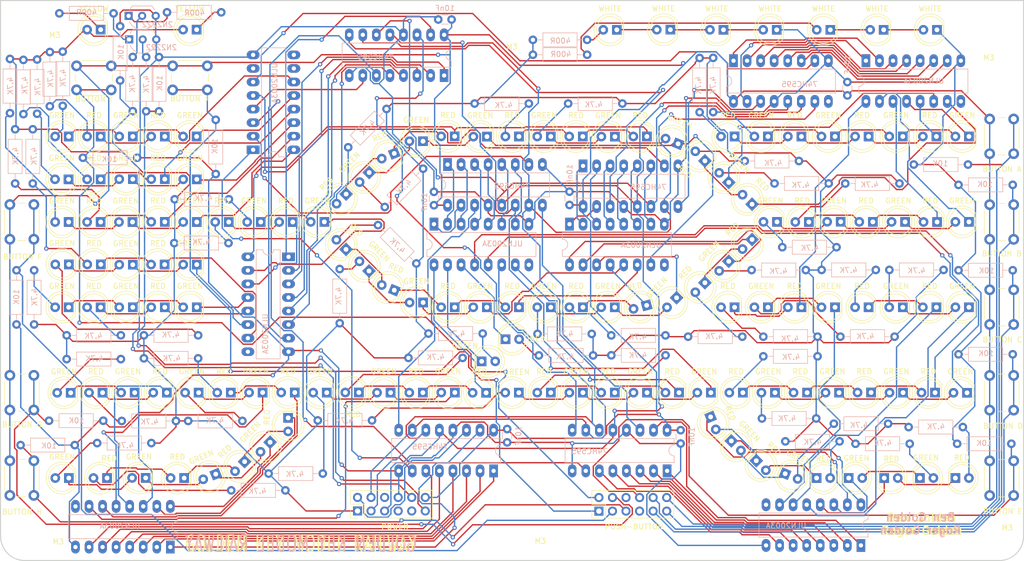
<source format=kicad_pcb>
(kicad_pcb (version 20171130) (host pcbnew "(5.1.6)-1")
  (layers (0 F.Cu signal) (31 B.Cu signal) (34 B.Paste user hide) (35 F.Paste user hide) (36 B.SilkS user) (37 F.SilkS user) (38 B.Mask user hide) (39 F.Mask user hide) (44 Edge.Cuts user))
  (net 0 "")
  (net 1 "Net-(D1-Pad1)")
  (net 2 +12P)
  (net 3 "Net-(D2-Pad1)")
  (net 4 "Net-(D3-Pad1)")
  (net 5 "Net-(D4-Pad1)")
  (net 6 "Net-(D5-Pad1)")
  (net 7 "Net-(D7-Pad1)")
  (net 8 "Net-(D8-Pad1)")
  (net 9 "Net-(D10-Pad1)")
  (net 10 "Net-(D11-Pad1)")
  (net 11 "Net-(D13-Pad1)")
  (net 12 "Net-(D16-Pad1)")
  (net 13 "Net-(D18-Pad1)")
  (net 14 "Net-(D19-Pad1)")
  (net 15 "Net-(D21-Pad1)")
  (net 16 "Net-(D24-Pad1)")
  (net 17 "Net-(D26-Pad1)")
  (net 18 "Net-(D27-Pad1)")
  (net 19 "Net-(D29-Pad1)")
  (net 20 "Net-(D32-Pad1)")
  (net 21 "Net-(D33-Pad1)")
  (net 22 "Net-(D35-Pad1)")
  (net 23 "Net-(D38-Pad1)")
  (net 24 "Net-(D39-Pad1)")
  (net 25 "Net-(D41-Pad1)")
  (net 26 "/Panel Display Buttons/PB-GS")
  (net 27 "/Panel Display Buttons/PB-PL1")
  (net 28 "/Panel Display Buttons/PB-PL2")
  (net 29 "/Panel Display Buttons/PB-MLE")
  (net 30 "/Panel Display Buttons/PB-SD")
  (net 31 "/Panel Display Buttons/PB-DK")
  (net 32 "/Panel Display Buttons/PB-MLW")
  (net 33 "/Panel Display Buttons/PB-FY")
  (net 34 "/Panel Display Buttons/PB-AUX2")
  (net 35 "/Panel Display Buttons/PB-AUX1")
  (net 36 GND)
  (net 37 "Net-(J2-Pad7)")
  (net 38 "/LED Aux/AUX2")
  (net 39 "/LED Aux/AUX1")
  (net 40 +5V)
  (net 41 "Net-(Q1-Pad1)")
  (net 42 "Net-(Q1-Pad2)")
  (net 43 "Net-(Q2-Pad1)")
  (net 44 "Net-(Q2-Pad2)")
  (net 45 /LED1)
  (net 46 /LED24)
  (net 47 /LED6)
  (net 48 /LED2)
  (net 49 /LED25)
  (net 50 /LED29)
  (net 51 /LED3)
  (net 52 /LED26)
  (net 53 /LED4)
  (net 54 /LED27)
  (net 55 /LED5)
  (net 56 /LED28)
  (net 57 /LED8)
  (net 58 /LED7)
  (net 59 /LED9)
  (net 60 /LED16)
  (net 61 /LED15)
  (net 62 /LED14)
  (net 63 /LED13)
  (net 64 /LED12)
  (net 65 /LED11)
  (net 66 /LED10)
  (net 67 /LED17)
  (net 68 /LED23)
  (net 69 /LED22)
  (net 70 /LED21)
  (net 71 /LED20)
  (net 72 /LED19)
  (net 73 /LED18)
  (net 74 /LED30)
  (net 75 /LED31)
  (net 76 /LED32)
  (net 77 /LED34)
  (net 78 /LED35)
  (net 79 /LED36)
  (net 80 /LED37)
  (net 81 /LED38)
  (net 82 /LED39)
  (net 83 /LED40)
  (net 84 /LED33)
  (net 85 /LED42)
  (net 86 /LED43)
  (net 87 /LED44)
  (net 88 /LED45)
  (net 89 /LED46)
  (net 90 /LED47)
  (net 91 /LED48)
  (net 92 /LED41)
  (net 93 "Net-(D44-Pad2)")
  (net 94 "Net-(D47-Pad2)")
  (net 95 "Net-(D50-Pad2)")
  (net 96 "Net-(D53-Pad2)")
  (net 97 "Net-(D56-Pad1)")
  (net 98 "Net-(D57-Pad1)")
  (net 99 "Net-(D59-Pad2)")
  (net 100 "Net-(D59-Pad1)")
  (net 101 "Net-(D61-Pad1)")
  (net 102 "Net-(D63-Pad1)")
  (net 103 "Net-(D78-Pad1)")
  (net 104 "Net-(D82-Pad1)")
  (net 105 "Net-(D84-Pad1)")
  (net 106 "Net-(D86-Pad1)")
  (net 107 "Net-(D88-Pad1)")
  (net 108 "Net-(D92-Pad1)")
  (net 109 "Net-(D100-Pad1)")
  (net 110 "Net-(D96-Pad1)")
  (net 111 "Net-(D104-Pad2)")
  (net 112 "Net-(D104-Pad1)")
  (net 113 "Net-(D107-Pad2)")
  (net 114 "Net-(D107-Pad1)")
  (net 115 "Net-(D109-Pad1)")
  (net 116 "Net-(D113-Pad1)")
  (net 117 "Net-(D114-Pad1)")
  (net 118 "Net-(D116-Pad2)")
  (net 119 "Net-(D116-Pad1)")
  (net 120 "Net-(D118-Pad1)")
  (net 121 "Net-(D119-Pad1)")
  (net 122 "Net-(D123-Pad1)")
  (net 123 "Net-(D125-Pad2)")
  (net 124 "Net-(D127-Pad1)")
  (net 125 "Net-(D129-Pad1)")
  (net 126 "Net-(D130-Pad2)")
  (net 127 "Net-(D132-Pad2)")
  (net 128 "Net-(D132-Pad1)")
  (net 129 "Net-(D134-Pad1)")
  (net 130 "Net-(D136-Pad1)")
  (net 131 DATA)
  (net 132 DCLK)
  (net 133 RST)
  (net 134 DLAT)
  (net 135 "Net-(D139-Pad1)")
  (net 136 "Net-(J1-Pad7)")
  (net 137 "Net-(J1-Pad6)")
  (net 138 "Net-(J2-Pad6)")
  (net 139 "Net-(J2-Pad9)")
  (net 140 "Net-(D61-Pad2)")
  (net 141 "Net-(D14-Pad1)")
  (net 142 "Net-(D3-Pad2)")
  (net 143 "Net-(D7-Pad2)")
  (net 144 "Net-(D10-Pad2)")
  (net 145 "Net-(D13-Pad2)")
  (net 146 "Net-(D14-Pad2)")
  (net 147 "Net-(D16-Pad2)")
  (net 148 "Net-(D18-Pad2)")
  (net 149 "Net-(D21-Pad2)")
  (net 150 "Net-(D22-Pad2)")
  (net 151 "Net-(D24-Pad2)")
  (net 152 "Net-(D26-Pad2)")
  (net 153 "Net-(D29-Pad2)")
  (net 154 "Net-(D30-Pad1)")
  (net 155 "Net-(D30-Pad2)")
  (net 156 "Net-(D32-Pad2)")
  (net 157 "Net-(D47-Pad1)")
  (net 158 "Net-(D53-Pad1)")
  (net 159 "Net-(D54-Pad1)")
  (net 160 "Net-(D71-Pad2)")
  (net 161 "Net-(D72-Pad2)")
  (net 162 "Net-(D73-Pad2)")
  (net 163 "Net-(D74-Pad2)")
  (net 164 "Net-(D75-Pad2)")
  (net 165 "Net-(D76-Pad2)")
  (net 166 "Net-(D77-Pad2)")
  (net 167 "Net-(D100-Pad2)")
  (net 168 "Net-(D101-Pad2)")
  (net 169 "Net-(D78-Pad2)")
  (net 170 "Net-(D102-Pad2)")
  (net 171 "Net-(D103-Pad2)")
  (net 172 "Net-(D80-Pad2)")
  (net 173 "Net-(D81-Pad2)")
  (net 174 "Net-(D105-Pad2)")
  (net 175 "Net-(D82-Pad2)")
  (net 176 "Net-(D106-Pad2)")
  (net 177 "Net-(D84-Pad2)")
  (net 178 "Net-(D109-Pad2)")
  (net 179 "Net-(D86-Pad2)")
  (net 180 "Net-(D111-Pad2)")
  (net 181 "Net-(D88-Pad2)")
  (net 182 "Net-(D113-Pad2)")
  (net 183 "Net-(D90-Pad2)")
  (net 184 "Net-(D91-Pad2)")
  (net 185 "Net-(D114-Pad2)")
  (net 186 "Net-(D117-Pad2)")
  (net 187 "Net-(D118-Pad2)")
  (net 188 "Net-(D134-Pad2)")
  (net 189 "Net-(U1-Pad7)")
  (net 190 "Net-(U1-Pad6)")
  (net 191 "Net-(U1-Pad5)")
  (net 192 "Net-(U1-Pad4)")
  (net 193 "Net-(U1-Pad3)")
  (net 194 "Net-(U1-Pad2)")
  (net 195 "Net-(U1-Pad9)")
  (net 196 "Net-(U1-Pad1)")
  (net 197 "Net-(U2-Pad7)")
  (net 198 "Net-(U2-Pad6)")
  (net 199 "Net-(U2-Pad5)")
  (net 200 "Net-(U2-Pad4)")
  (net 201 "Net-(U2-Pad3)")
  (net 202 "Net-(U2-Pad2)")
  (net 203 "Net-(U2-Pad9)")
  (net 204 "Net-(U2-Pad1)")
  (net 205 "Net-(U3-Pad7)")
  (net 206 "Net-(U3-Pad6)")
  (net 207 "Net-(U3-Pad5)")
  (net 208 "Net-(U3-Pad4)")
  (net 209 "Net-(U3-Pad3)")
  (net 210 "Net-(U3-Pad2)")
  (net 211 "Net-(U3-Pad9)")
  (net 212 "Net-(U3-Pad1)")
  (net 213 "Net-(U4-Pad9)")
  (net 214 EX1)
  (net 215 "Net-(U5-Pad9)")
  (net 216 EX2)
  (net 217 "Net-(U10-Pad14)")
  (net 218 EX3)
  (net 219 "Net-(U10-Pad15)")
  (net 220 "Net-(U7-Pad9)")
  (net 221 "Net-(U10-Pad1)")
  (net 222 "Net-(U10-Pad2)")
  (net 223 "Net-(U10-Pad3)")
  (net 224 "Net-(U10-Pad4)")
  (net 225 "Net-(U10-Pad5)")
  (net 226 "Net-(U10-Pad6)")
  (net 227 "Net-(U11-Pad6)")
  (net 228 "Net-(U11-Pad5)")
  (net 229 "Net-(U11-Pad4)")
  (net 230 "Net-(U11-Pad3)")
  (net 231 "Net-(U11-Pad2)")
  (net 232 "Net-(U11-Pad1)")
  (net 233 "Net-(U8-Pad9)")
  (net 234 "Net-(U11-Pad15)")
  (net 235 "Net-(U12-Pad15)")
  (net 236 "Net-(U9-Pad9)")
  (net 237 "Net-(U12-Pad1)")
  (net 238 "Net-(U12-Pad2)")
  (net 239 "Net-(U12-Pad3)")
  (net 240 "Net-(U12-Pad4)")
  (net 241 "Net-(U12-Pad5)")
  (net 242 "Net-(U12-Pad6)")
  (net 243 EX4)
  (net 244 "Net-(U10-Pad9)")
  (net 245 "Net-(U11-Pad9)")
  (net 246 EX5)
  (net 247 EX6)
  (net 248 "Net-(U12-Pad9)")
  (net 249 "Net-(U13-Pad7)")
  (net 250 "Net-(U13-Pad10)")
  (net 251 "Net-(U13-Pad9)")
  (net 252 "Net-(D35-Pad2)")
  (net 253 "Net-(D38-Pad2)")
  (net 254 "Net-(D41-Pad2)")
  (net 255 "Net-(D45-Pad2)")
  (net 256 "Net-(D46-Pad2)")
  (net 257 "Net-(D51-Pad2)")
  (net 258 "Net-(D52-Pad2)")
  (net 259 "Net-(D56-Pad2)")
  (net 260 "Net-(D60-Pad2)")
  (net 261 "Net-(D63-Pad2)")
  (net 262 "Net-(D66-Pad2)")
  (net 263 "Net-(D67-Pad2)")
  (net 264 "Net-(D68-Pad2)")
  (net 265 "Net-(D69-Pad2)")
  (net 266 "Net-(D70-Pad2)")
  (net 267 "Net-(D141-Pad2)")
  (net 268 "Net-(D139-Pad2)")
  (net 269 "Net-(D144-Pad2)")
  (net 270 "Net-(D94-Pad2)")
  (net 271 "Net-(D95-Pad2)")
  (net 272 "Net-(D98-Pad2)")
  (net 273 "Net-(D99-Pad2)")
  (net 274 "Net-(D121-Pad2)")
  (net 275 "Net-(D127-Pad2)")
  (net 276 "Net-(D129-Pad2)")
  (net 277 "Net-(D136-Pad2)")
  (net 278 "Net-(D140-Pad2)")
  (module Housings_DIP:DIP-16_W7.62mm_LongPads (layer B.Cu) (at 105.5878 86.3854 180)
    (fp_text reference U7)
    (fp_text value ULN2003A (at 4.3434 -14.4272 90) (layer B.SilkS) (effects (justify mirror)))
    (pad 1 thru_hole rect (at 0 0 180) (size 2.4 1.6) (drill 0.8) (layers *.Cu *.Mask) (net 219 "Net-(U10-Pad15)"))
    (pad 9 thru_hole oval (at 7.62 -17.78 180) (size 2.4 1.6) (drill 0.8) (layers *.Cu *.Mask) (net 220 "Net-(U7-Pad9)"))
    (pad 2 thru_hole oval (at 0 -2.54 180) (size 2.4 1.6) (drill 0.8) (layers *.Cu *.Mask) (net 221 "Net-(U10-Pad1)"))
    (pad 10 thru_hole oval (at 7.62 -15.24 180) (size 2.4 1.6) (drill 0.8) (layers *.Cu *.Mask) (net 84 /LED33))
    (pad 3 thru_hole oval (at 0 -5.08 180) (size 2.4 1.6) (drill 0.8) (layers *.Cu *.Mask) (net 222 "Net-(U10-Pad2)"))
    (pad 11 thru_hole oval (at 7.62 -12.7 180) (size 2.4 1.6) (drill 0.8) (layers *.Cu *.Mask) (net 59 /LED9))
    (pad 4 thru_hole oval (at 0 -7.62 180) (size 2.4 1.6) (drill 0.8) (layers *.Cu *.Mask) (net 223 "Net-(U10-Pad3)"))
    (pad 12 thru_hole oval (at 7.62 -10.16 180) (size 2.4 1.6) (drill 0.8) (layers *.Cu *.Mask) (net 77 /LED34))
    (pad 5 thru_hole oval (at 0 -10.16 180) (size 2.4 1.6) (drill 0.8) (layers *.Cu *.Mask) (net 224 "Net-(U10-Pad4)"))
    (pad 13 thru_hole oval (at 7.62 -7.62 180) (size 2.4 1.6) (drill 0.8) (layers *.Cu *.Mask) (net 66 /LED10))
    (pad 6 thru_hole oval (at 0 -12.7 180) (size 2.4 1.6) (drill 0.8) (layers *.Cu *.Mask) (net 225 "Net-(U10-Pad5)"))
    (pad 14 thru_hole oval (at 7.62 -5.08 180) (size 2.4 1.6) (drill 0.8) (layers *.Cu *.Mask) (net 78 /LED35))
    (pad 7 thru_hole oval (at 0 -15.24 180) (size 2.4 1.6) (drill 0.8) (layers *.Cu *.Mask) (net 226 "Net-(U10-Pad6)"))
    (pad 15 thru_hole oval (at 7.62 -2.54 180) (size 2.4 1.6) (drill 0.8) (layers *.Cu *.Mask) (net 65 /LED11))
    (pad 8 thru_hole oval (at 0 -17.78 180) (size 2.4 1.6) (drill 0.8) (layers *.Cu *.Mask) (net 36 GND))
    (pad 16 thru_hole oval (at 7.62 0 180) (size 2.4 1.6) (drill 0.8) (layers *.Cu *.Mask) (net 79 /LED36))
  )
  (module Housings_DIP:DIP-16_W7.62mm_LongPads (layer B.Cu) (at 158.242 80.264 270)
    (fp_text reference U8)
    (fp_text value ULN2003A (at 3.9116 -13.4366 180) (layer B.SilkS) (effects (justify mirror)))
    (pad 1 thru_hole rect (at 0 0 270) (size 2.4 1.6) (drill 0.8) (layers *.Cu *.Mask) (net 234 "Net-(U11-Pad15)"))
    (pad 9 thru_hole oval (at 7.62 -17.78 270) (size 2.4 1.6) (drill 0.8) (layers *.Cu *.Mask) (net 233 "Net-(U8-Pad9)"))
    (pad 2 thru_hole oval (at 0 -2.54 270) (size 2.4 1.6) (drill 0.8) (layers *.Cu *.Mask) (net 232 "Net-(U11-Pad1)"))
    (pad 10 thru_hole oval (at 7.62 -15.24 270) (size 2.4 1.6) (drill 0.8) (layers *.Cu *.Mask) (net 64 /LED12))
    (pad 3 thru_hole oval (at 0 -5.08 270) (size 2.4 1.6) (drill 0.8) (layers *.Cu *.Mask) (net 231 "Net-(U11-Pad2)"))
    (pad 11 thru_hole oval (at 7.62 -12.7 270) (size 2.4 1.6) (drill 0.8) (layers *.Cu *.Mask) (net 83 /LED40))
    (pad 4 thru_hole oval (at 0 -7.62 270) (size 2.4 1.6) (drill 0.8) (layers *.Cu *.Mask) (net 230 "Net-(U11-Pad3)"))
    (pad 12 thru_hole oval (at 7.62 -10.16 270) (size 2.4 1.6) (drill 0.8) (layers *.Cu *.Mask) (net 60 /LED16))
    (pad 5 thru_hole oval (at 0 -10.16 270) (size 2.4 1.6) (drill 0.8) (layers *.Cu *.Mask) (net 229 "Net-(U11-Pad4)"))
    (pad 13 thru_hole oval (at 7.62 -7.62 270) (size 2.4 1.6) (drill 0.8) (layers *.Cu *.Mask) (net 82 /LED39))
    (pad 6 thru_hole oval (at 0 -12.7 270) (size 2.4 1.6) (drill 0.8) (layers *.Cu *.Mask) (net 228 "Net-(U11-Pad5)"))
    (pad 14 thru_hole oval (at 7.62 -5.08 270) (size 2.4 1.6) (drill 0.8) (layers *.Cu *.Mask) (net 61 /LED15))
    (pad 7 thru_hole oval (at 0 -15.24 270) (size 2.4 1.6) (drill 0.8) (layers *.Cu *.Mask) (net 227 "Net-(U11-Pad6)"))
    (pad 15 thru_hole oval (at 7.62 -2.54 270) (size 2.4 1.6) (drill 0.8) (layers *.Cu *.Mask) (net 81 /LED38))
    (pad 8 thru_hole oval (at 0 -17.78 270) (size 2.4 1.6) (drill 0.8) (layers *.Cu *.Mask) (net 36 GND))
    (pad 16 thru_hole oval (at 7.62 0 270) (size 2.4 1.6) (drill 0.8) (layers *.Cu *.Mask) (net 62 /LED14))
  )
  (module Pin_Headers:Pin_Header_Straight_2x06_Pitch2.54mm (layer F.Cu) (at 163.7538 134.0358 90)
    (fp_text reference J1)
    (fp_text value PUSH-BUTTON (at -2.921 6.5786 180) (layer F.SilkS))
    (pad 12 thru_hole oval (at 2.54 12.7 90) (size 1.7 1.7) (drill 1) (layers *.Cu *.Mask) (net 26 "/Panel Display Buttons/PB-GS"))
    (pad 11 thru_hole oval (at 0 12.7 90) (size 1.7 1.7) (drill 1) (layers *.Cu *.Mask) (net 27 "/Panel Display Buttons/PB-PL1"))
    (pad 10 thru_hole oval (at 2.54 10.16 90) (size 1.7 1.7) (drill 1) (layers *.Cu *.Mask) (net 28 "/Panel Display Buttons/PB-PL2"))
    (pad 9 thru_hole oval (at 0 10.16 90) (size 1.7 1.7) (drill 1) (layers *.Cu *.Mask) (net 29 "/Panel Display Buttons/PB-MLE"))
    (pad 8 thru_hole oval (at 2.54 7.62 90) (size 1.7 1.7) (drill 1) (layers *.Cu *.Mask) (net 30 "/Panel Display Buttons/PB-SD"))
    (pad 7 thru_hole oval (at 0 7.62 90) (size 1.7 1.7) (drill 1) (layers *.Cu *.Mask) (net 136 "Net-(J1-Pad7)"))
    (pad 6 thru_hole oval (at 2.54 5.08 90) (size 1.7 1.7) (drill 1) (layers *.Cu *.Mask) (net 137 "Net-(J1-Pad6)"))
    (pad 5 thru_hole oval (at 0 5.08 90) (size 1.7 1.7) (drill 1) (layers *.Cu *.Mask) (net 31 "/Panel Display Buttons/PB-DK"))
    (pad 4 thru_hole oval (at 2.54 2.54 90) (size 1.7 1.7) (drill 1) (layers *.Cu *.Mask) (net 32 "/Panel Display Buttons/PB-MLW"))
    (pad 3 thru_hole oval (at 0 2.54 90) (size 1.7 1.7) (drill 1) (layers *.Cu *.Mask) (net 33 "/Panel Display Buttons/PB-FY"))
    (pad 2 thru_hole oval (at 2.54 0 90) (size 1.7 1.7) (drill 1) (layers *.Cu *.Mask) (net 34 "/Panel Display Buttons/PB-AUX2"))
    (pad 1 thru_hole rect (at 0 0 90) (size 1.7 1.7) (drill 1) (layers *.Cu *.Mask) (net 35 "/Panel Display Buttons/PB-AUX1"))
  )
  (module Housings_DIP:DIP-16_W7.62mm_LongPads (layer B.Cu) (at 212.852 140.462 90)
    (fp_text reference U3)
    (fp_text value ULN2003A (at 3.683 -14.0208) (layer B.SilkS) (effects (justify mirror)))
    (pad 1 thru_hole rect (at 0 0 90) (size 2.4 1.6) (drill 0.8) (layers *.Cu *.Mask) (net 212 "Net-(U3-Pad1)"))
    (pad 9 thru_hole oval (at 7.62 -17.78 90) (size 2.4 1.6) (drill 0.8) (layers *.Cu *.Mask) (net 211 "Net-(U3-Pad9)"))
    (pad 2 thru_hole oval (at 0 -2.54 90) (size 2.4 1.6) (drill 0.8) (layers *.Cu *.Mask) (net 210 "Net-(U3-Pad2)"))
    (pad 10 thru_hole oval (at 7.62 -15.24 90) (size 2.4 1.6) (drill 0.8) (layers *.Cu *.Mask) (net 72 /LED19))
    (pad 3 thru_hole oval (at 0 -5.08 90) (size 2.4 1.6) (drill 0.8) (layers *.Cu *.Mask) (net 209 "Net-(U3-Pad3)"))
    (pad 11 thru_hole oval (at 7.62 -12.7 90) (size 2.4 1.6) (drill 0.8) (layers *.Cu *.Mask) (net 87 /LED44))
    (pad 4 thru_hole oval (at 0 -7.62 90) (size 2.4 1.6) (drill 0.8) (layers *.Cu *.Mask) (net 208 "Net-(U3-Pad4)"))
    (pad 12 thru_hole oval (at 7.62 -10.16 90) (size 2.4 1.6) (drill 0.8) (layers *.Cu *.Mask) (net 71 /LED20))
    (pad 5 thru_hole oval (at 0 -10.16 90) (size 2.4 1.6) (drill 0.8) (layers *.Cu *.Mask) (net 207 "Net-(U3-Pad5)"))
    (pad 13 thru_hole oval (at 7.62 -7.62 90) (size 2.4 1.6) (drill 0.8) (layers *.Cu *.Mask) (net 56 /LED28))
    (pad 6 thru_hole oval (at 0 -12.7 90) (size 2.4 1.6) (drill 0.8) (layers *.Cu *.Mask) (net 206 "Net-(U3-Pad6)"))
    (pad 14 thru_hole oval (at 7.62 -5.08 90) (size 2.4 1.6) (drill 0.8) (layers *.Cu *.Mask) (net 53 /LED4))
    (pad 7 thru_hole oval (at 0 -15.24 90) (size 2.4 1.6) (drill 0.8) (layers *.Cu *.Mask) (net 205 "Net-(U3-Pad7)"))
    (pad 15 thru_hole oval (at 7.62 -2.54 90) (size 2.4 1.6) (drill 0.8) (layers *.Cu *.Mask) (net 50 /LED29))
    (pad 8 thru_hole oval (at 0 -17.78 90) (size 2.4 1.6) (drill 0.8) (layers *.Cu *.Mask) (net 36 GND))
    (pad 16 thru_hole oval (at 7.62 0 90) (size 2.4 1.6) (drill 0.8) (layers *.Cu *.Mask) (net 55 /LED5))
  )
  (module LEDs:LED_D5.0mm (layer F.Cu) (at 178.5874 65.2018 157.5)
    (fp_text reference D22)
    (fp_text value GREEN (at 1.27 3.96 157.5) (layer F.SilkS))
    (pad 1 thru_hole rect (at 0 0 157.5) (size 1.8 1.8) (drill 0.9) (layers *.Cu *.Mask) (net 64 /LED12))
    (pad 2 thru_hole circle (at 2.54 0 157.5) (size 1.8 1.8) (drill 0.9) (layers *.Cu *.Mask) (net 150 "Net-(D22-Pad2)"))
  )
  (module Housings_DIP:DIP-16_W7.62mm_LongPads (layer B.Cu) (at 176.53 126.492 90)
    (fp_text reference U6)
    (fp_text value 74HC595 (at 3.6576 -14.5288) (layer B.SilkS) (effects (justify mirror)))
    (pad 1 thru_hole rect (at 0 0 90) (size 2.4 1.6) (drill 0.8) (layers *.Cu *.Mask) (net 210 "Net-(U3-Pad2)"))
    (pad 9 thru_hole oval (at 7.62 -17.78 90) (size 2.4 1.6) (drill 0.8) (layers *.Cu *.Mask) (net 217 "Net-(U10-Pad14)"))
    (pad 2 thru_hole oval (at 0 -2.54 90) (size 2.4 1.6) (drill 0.8) (layers *.Cu *.Mask) (net 209 "Net-(U3-Pad3)"))
    (pad 10 thru_hole oval (at 7.62 -15.24 90) (size 2.4 1.6) (drill 0.8) (layers *.Cu *.Mask) (net 133 RST))
    (pad 3 thru_hole oval (at 0 -5.08 90) (size 2.4 1.6) (drill 0.8) (layers *.Cu *.Mask) (net 208 "Net-(U3-Pad4)"))
    (pad 11 thru_hole oval (at 7.62 -12.7 90) (size 2.4 1.6) (drill 0.8) (layers *.Cu *.Mask) (net 132 DCLK))
    (pad 4 thru_hole oval (at 0 -7.62 90) (size 2.4 1.6) (drill 0.8) (layers *.Cu *.Mask) (net 207 "Net-(U3-Pad5)"))
    (pad 12 thru_hole oval (at 7.62 -10.16 90) (size 2.4 1.6) (drill 0.8) (layers *.Cu *.Mask) (net 134 DLAT))
    (pad 5 thru_hole oval (at 0 -10.16 90) (size 2.4 1.6) (drill 0.8) (layers *.Cu *.Mask) (net 206 "Net-(U3-Pad6)"))
    (pad 13 thru_hole oval (at 7.62 -7.62 90) (size 2.4 1.6) (drill 0.8) (layers *.Cu *.Mask) (net 36 GND))
    (pad 6 thru_hole oval (at 0 -12.7 90) (size 2.4 1.6) (drill 0.8) (layers *.Cu *.Mask) (net 205 "Net-(U3-Pad7)"))
    (pad 14 thru_hole oval (at 7.62 -5.08 90) (size 2.4 1.6) (drill 0.8) (layers *.Cu *.Mask) (net 215 "Net-(U5-Pad9)"))
    (pad 7 thru_hole oval (at 0 -15.24 90) (size 2.4 1.6) (drill 0.8) (layers *.Cu *.Mask) (net 218 EX3))
    (pad 15 thru_hole oval (at 7.62 -2.54 90) (size 2.4 1.6) (drill 0.8) (layers *.Cu *.Mask) (net 212 "Net-(U3-Pad1)"))
    (pad 8 thru_hole oval (at 0 -17.78 90) (size 2.4 1.6) (drill 0.8) (layers *.Cu *.Mask) (net 36 GND))
    (pad 16 thru_hole oval (at 7.62 0 90) (size 2.4 1.6) (drill 0.8) (layers *.Cu *.Mask) (net 40 +5V))
  )
  (module Housings_DIP:DIP-16_W7.62mm_LongPads (layer B.Cu) (at 135.382 69.088 270)
    (fp_text reference U5)
    (fp_text value 74HC595 (at 4.064 -12.1412 180) (layer B.SilkS) (effects (justify mirror)))
    (pad 1 thru_hole rect (at 0 0 270) (size 2.4 1.6) (drill 0.8) (layers *.Cu *.Mask) (net 202 "Net-(U2-Pad2)"))
    (pad 9 thru_hole oval (at 7.62 -17.78 270) (size 2.4 1.6) (drill 0.8) (layers *.Cu *.Mask) (net 215 "Net-(U5-Pad9)"))
    (pad 2 thru_hole oval (at 0 -2.54 270) (size 2.4 1.6) (drill 0.8) (layers *.Cu *.Mask) (net 201 "Net-(U2-Pad3)"))
    (pad 10 thru_hole oval (at 7.62 -15.24 270) (size 2.4 1.6) (drill 0.8) (layers *.Cu *.Mask) (net 133 RST))
    (pad 3 thru_hole oval (at 0 -5.08 270) (size 2.4 1.6) (drill 0.8) (layers *.Cu *.Mask) (net 200 "Net-(U2-Pad4)"))
    (pad 11 thru_hole oval (at 7.62 -12.7 270) (size 2.4 1.6) (drill 0.8) (layers *.Cu *.Mask) (net 132 DCLK))
    (pad 4 thru_hole oval (at 0 -7.62 270) (size 2.4 1.6) (drill 0.8) (layers *.Cu *.Mask) (net 199 "Net-(U2-Pad5)"))
    (pad 12 thru_hole oval (at 7.62 -10.16 270) (size 2.4 1.6) (drill 0.8) (layers *.Cu *.Mask) (net 134 DLAT))
    (pad 5 thru_hole oval (at 0 -10.16 270) (size 2.4 1.6) (drill 0.8) (layers *.Cu *.Mask) (net 198 "Net-(U2-Pad6)"))
    (pad 13 thru_hole oval (at 7.62 -7.62 270) (size 2.4 1.6) (drill 0.8) (layers *.Cu *.Mask) (net 36 GND))
    (pad 6 thru_hole oval (at 0 -12.7 270) (size 2.4 1.6) (drill 0.8) (layers *.Cu *.Mask) (net 197 "Net-(U2-Pad7)"))
    (pad 14 thru_hole oval (at 7.62 -5.08 270) (size 2.4 1.6) (drill 0.8) (layers *.Cu *.Mask) (net 213 "Net-(U4-Pad9)"))
    (pad 7 thru_hole oval (at 0 -15.24 270) (size 2.4 1.6) (drill 0.8) (layers *.Cu *.Mask) (net 216 EX2))
    (pad 15 thru_hole oval (at 7.62 -2.54 270) (size 2.4 1.6) (drill 0.8) (layers *.Cu *.Mask) (net 204 "Net-(U2-Pad1)"))
    (pad 8 thru_hole oval (at 0 -17.78 270) (size 2.4 1.6) (drill 0.8) (layers *.Cu *.Mask) (net 36 GND))
    (pad 16 thru_hole oval (at 7.62 0 270) (size 2.4 1.6) (drill 0.8) (layers *.Cu *.Mask) (net 40 +5V))
  )
  (module Housings_DIP:DIP-16_W7.62mm_LongPads (layer B.Cu) (at 144.018 126.492 90)
    (fp_text reference U4)
    (fp_text value 74HC595 (at 4.5212 -11.8618) (layer B.SilkS) (effects (justify mirror)))
    (pad 1 thru_hole rect (at 0 0 90) (size 2.4 1.6) (drill 0.8) (layers *.Cu *.Mask) (net 194 "Net-(U1-Pad2)"))
    (pad 9 thru_hole oval (at 7.62 -17.78 90) (size 2.4 1.6) (drill 0.8) (layers *.Cu *.Mask) (net 213 "Net-(U4-Pad9)"))
    (pad 2 thru_hole oval (at 0 -2.54 90) (size 2.4 1.6) (drill 0.8) (layers *.Cu *.Mask) (net 193 "Net-(U1-Pad3)"))
    (pad 10 thru_hole oval (at 7.62 -15.24 90) (size 2.4 1.6) (drill 0.8) (layers *.Cu *.Mask) (net 133 RST))
    (pad 3 thru_hole oval (at 0 -5.08 90) (size 2.4 1.6) (drill 0.8) (layers *.Cu *.Mask) (net 192 "Net-(U1-Pad4)"))
    (pad 11 thru_hole oval (at 7.62 -12.7 90) (size 2.4 1.6) (drill 0.8) (layers *.Cu *.Mask) (net 132 DCLK))
    (pad 4 thru_hole oval (at 0 -7.62 90) (size 2.4 1.6) (drill 0.8) (layers *.Cu *.Mask) (net 191 "Net-(U1-Pad5)"))
    (pad 12 thru_hole oval (at 7.62 -10.16 90) (size 2.4 1.6) (drill 0.8) (layers *.Cu *.Mask) (net 134 DLAT))
    (pad 5 thru_hole oval (at 0 -10.16 90) (size 2.4 1.6) (drill 0.8) (layers *.Cu *.Mask) (net 190 "Net-(U1-Pad6)"))
    (pad 13 thru_hole oval (at 7.62 -7.62 90) (size 2.4 1.6) (drill 0.8) (layers *.Cu *.Mask) (net 36 GND))
    (pad 6 thru_hole oval (at 0 -12.7 90) (size 2.4 1.6) (drill 0.8) (layers *.Cu *.Mask) (net 189 "Net-(U1-Pad7)"))
    (pad 14 thru_hole oval (at 7.62 -5.08 90) (size 2.4 1.6) (drill 0.8) (layers *.Cu *.Mask) (net 131 DATA))
    (pad 7 thru_hole oval (at 0 -15.24 90) (size 2.4 1.6) (drill 0.8) (layers *.Cu *.Mask) (net 214 EX1))
    (pad 15 thru_hole oval (at 7.62 -2.54 90) (size 2.4 1.6) (drill 0.8) (layers *.Cu *.Mask) (net 196 "Net-(U1-Pad1)"))
    (pad 8 thru_hole oval (at 0 -17.78 90) (size 2.4 1.6) (drill 0.8) (layers *.Cu *.Mask) (net 36 GND))
    (pad 16 thru_hole oval (at 7.62 0 90) (size 2.4 1.6) (drill 0.8) (layers *.Cu *.Mask) (net 40 +5V))
  )
  (module Housings_DIP:DIP-16_W7.62mm_LongPads (layer B.Cu) (at 132.842 80.264 270)
    (fp_text reference U2)
    (fp_text value ULN2003A (at 3.6576 -12.8524) (layer B.SilkS) (effects (justify mirror)))
    (pad 1 thru_hole rect (at 0 0 270) (size 2.4 1.6) (drill 0.8) (layers *.Cu *.Mask) (net 204 "Net-(U2-Pad1)"))
    (pad 9 thru_hole oval (at 7.62 -17.78 270) (size 2.4 1.6) (drill 0.8) (layers *.Cu *.Mask) (net 203 "Net-(U2-Pad9)"))
    (pad 2 thru_hole oval (at 0 -2.54 270) (size 2.4 1.6) (drill 0.8) (layers *.Cu *.Mask) (net 202 "Net-(U2-Pad2)"))
    (pad 10 thru_hole oval (at 7.62 -15.24 270) (size 2.4 1.6) (drill 0.8) (layers *.Cu *.Mask) (net 54 /LED27))
    (pad 3 thru_hole oval (at 0 -5.08 270) (size 2.4 1.6) (drill 0.8) (layers *.Cu *.Mask) (net 201 "Net-(U2-Pad3)"))
    (pad 11 thru_hole oval (at 7.62 -12.7 270) (size 2.4 1.6) (drill 0.8) (layers *.Cu *.Mask) (net 51 /LED3))
    (pad 4 thru_hole oval (at 0 -7.62 270) (size 2.4 1.6) (drill 0.8) (layers *.Cu *.Mask) (net 200 "Net-(U2-Pad4)"))
    (pad 12 thru_hole oval (at 7.62 -10.16 270) (size 2.4 1.6) (drill 0.8) (layers *.Cu *.Mask) (net 52 /LED26))
    (pad 5 thru_hole oval (at 0 -10.16 270) (size 2.4 1.6) (drill 0.8) (layers *.Cu *.Mask) (net 199 "Net-(U2-Pad5)"))
    (pad 13 thru_hole oval (at 7.62 -7.62 270) (size 2.4 1.6) (drill 0.8) (layers *.Cu *.Mask) (net 48 /LED2))
    (pad 6 thru_hole oval (at 0 -12.7 270) (size 2.4 1.6) (drill 0.8) (layers *.Cu *.Mask) (net 198 "Net-(U2-Pad6)"))
    (pad 14 thru_hole oval (at 7.62 -5.08 270) (size 2.4 1.6) (drill 0.8) (layers *.Cu *.Mask) (net 91 /LED48))
    (pad 7 thru_hole oval (at 0 -15.24 270) (size 2.4 1.6) (drill 0.8) (layers *.Cu *.Mask) (net 197 "Net-(U2-Pad7)"))
    (pad 15 thru_hole oval (at 7.62 -2.54 270) (size 2.4 1.6) (drill 0.8) (layers *.Cu *.Mask) (net 46 /LED24))
    (pad 8 thru_hole oval (at 0 -17.78 270) (size 2.4 1.6) (drill 0.8) (layers *.Cu *.Mask) (net 36 GND))
    (pad 16 thru_hole oval (at 7.62 0 270) (size 2.4 1.6) (drill 0.8) (layers *.Cu *.Mask) (net 90 /LED47))
  )
  (module Housings_DIP:DIP-16_W7.62mm_LongPads (layer B.Cu) (at 83.439 140.7668 90)
    (fp_text reference U1)
    (fp_text value ULN2003A (at 3.9116 -9.4234 180) (layer B.SilkS) (effects (justify mirror)))
    (pad 1 thru_hole rect (at 0 0 90) (size 2.4 1.6) (drill 0.8) (layers *.Cu *.Mask) (net 196 "Net-(U1-Pad1)"))
    (pad 9 thru_hole oval (at 7.62 -17.78 90) (size 2.4 1.6) (drill 0.8) (layers *.Cu *.Mask) (net 195 "Net-(U1-Pad9)"))
    (pad 2 thru_hole oval (at 0 -2.54 90) (size 2.4 1.6) (drill 0.8) (layers *.Cu *.Mask) (net 194 "Net-(U1-Pad2)"))
    (pad 10 thru_hole oval (at 7.62 -15.24 90) (size 2.4 1.6) (drill 0.8) (layers *.Cu *.Mask) (net 68 /LED23))
    (pad 3 thru_hole oval (at 0 -5.08 90) (size 2.4 1.6) (drill 0.8) (layers *.Cu *.Mask) (net 193 "Net-(U1-Pad3)"))
    (pad 11 thru_hole oval (at 7.62 -12.7 90) (size 2.4 1.6) (drill 0.8) (layers *.Cu *.Mask) (net 89 /LED46))
    (pad 4 thru_hole oval (at 0 -7.62 90) (size 2.4 1.6) (drill 0.8) (layers *.Cu *.Mask) (net 192 "Net-(U1-Pad4)"))
    (pad 12 thru_hole oval (at 7.62 -10.16 90) (size 2.4 1.6) (drill 0.8) (layers *.Cu *.Mask) (net 69 /LED22))
    (pad 5 thru_hole oval (at 0 -10.16 90) (size 2.4 1.6) (drill 0.8) (layers *.Cu *.Mask) (net 191 "Net-(U1-Pad5)"))
    (pad 13 thru_hole oval (at 7.62 -7.62 90) (size 2.4 1.6) (drill 0.8) (layers *.Cu *.Mask) (net 88 /LED45))
    (pad 6 thru_hole oval (at 0 -12.7 90) (size 2.4 1.6) (drill 0.8) (layers *.Cu *.Mask) (net 190 "Net-(U1-Pad6)"))
    (pad 14 thru_hole oval (at 7.62 -5.08 90) (size 2.4 1.6) (drill 0.8) (layers *.Cu *.Mask) (net 70 /LED21))
    (pad 7 thru_hole oval (at 0 -15.24 90) (size 2.4 1.6) (drill 0.8) (layers *.Cu *.Mask) (net 189 "Net-(U1-Pad7)"))
    (pad 15 thru_hole oval (at 7.62 -2.54 90) (size 2.4 1.6) (drill 0.8) (layers *.Cu *.Mask) (net 49 /LED25))
    (pad 8 thru_hole oval (at 0 -17.78 90) (size 2.4 1.6) (drill 0.8) (layers *.Cu *.Mask) (net 36 GND))
    (pad 16 thru_hole oval (at 7.62 0 90) (size 2.4 1.6) (drill 0.8) (layers *.Cu *.Mask) (net 45 /LED1))
  )
  (module Resistors_THT:R_Axial_DIN0207_L6.3mm_D2.5mm_P10.16mm_Horizontal (layer B.Cu) (at 140.462 57.658)
    (fp_text reference R68)
    (fp_text value 4.7K (at 5.4356 0.3048) (layer B.SilkS) (effects (justify mirror)))
    (pad 1 thru_hole circle (at 0 0) (size 1.6 1.6) (drill 0.8) (layers *.Cu *.Mask) (net 2 +12P))
    (pad 2 thru_hole oval (at 10.16 0) (size 1.6 1.6) (drill 0.8) (layers *.Cu *.Mask) (net 96 "Net-(D53-Pad2)"))
  )
  (module Resistors_THT:R_Axial_DIN0207_L6.3mm_D2.5mm_P10.16mm_Horizontal (layer B.Cu) (at 168.148 57.658 180)
    (fp_text reference R67)
    (fp_text value 4.7K (at 5.3848 -0.2032 180) (layer B.SilkS) (effects (justify mirror)))
    (pad 1 thru_hole circle (at 0 0 180) (size 1.6 1.6) (drill 0.8) (layers *.Cu *.Mask) (net 2 +12P))
    (pad 2 thru_hole oval (at 10.16 0 180) (size 1.6 1.6) (drill 0.8) (layers *.Cu *.Mask) (net 94 "Net-(D47-Pad2)"))
  )
  (module Resistors_THT:R_Axial_DIN0207_L6.3mm_D2.5mm_P10.16mm_Horizontal (layer B.Cu) (at 123.952 58.674 225)
    (fp_text reference R66)
    (fp_text value 4.7K (at 4.975062 0.017961 45) (layer B.SilkS) (effects (justify mirror)))
    (pad 1 thru_hole circle (at 0 0 225) (size 1.6 1.6) (drill 0.8) (layers *.Cu *.Mask) (net 2 +12P))
    (pad 2 thru_hole oval (at 10.16 0 225) (size 1.6 1.6) (drill 0.8) (layers *.Cu *.Mask) (net 258 "Net-(D52-Pad2)"))
  )
  (module Resistors_THT:R_Axial_DIN0207_L6.3mm_D2.5mm_P10.16mm_Horizontal (layer B.Cu) (at 130.81 69.8627 225)
    (fp_text reference R65)
    (fp_text value 4.7K (at 4.984042 0.080822 45) (layer B.SilkS) (effects (justify mirror)))
    (pad 1 thru_hole circle (at 0 0 225) (size 1.6 1.6) (drill 0.8) (layers *.Cu *.Mask) (net 2 +12P))
    (pad 2 thru_hole oval (at 10.16 0 225) (size 1.6 1.6) (drill 0.8) (layers *.Cu *.Mask) (net 256 "Net-(D46-Pad2)"))
  )
  (module Resistors_THT:R_Axial_DIN0207_L6.3mm_D2.5mm_P10.16mm_Horizontal (layer B.Cu) (at 162.6616 104.8639 180)
    (fp_text reference R64)
    (fp_text value 4.7K (at 5.2832 -0.2159) (layer B.SilkS) (effects (justify mirror)))
    (pad 1 thru_hole circle (at 0 0 180) (size 1.6 1.6) (drill 0.8) (layers *.Cu *.Mask) (net 2 +12P))
    (pad 2 thru_hole oval (at 10.16 0 180) (size 1.6 1.6) (drill 0.8) (layers *.Cu *.Mask) (net 174 "Net-(D105-Pad2)"))
  )
  (module Resistors_THT:R_Axial_DIN0207_L6.3mm_D2.5mm_P10.16mm_Horizontal (layer B.Cu) (at 128.0541 105.3211)
    (fp_text reference R63)
    (fp_text value 4.7K (at 5.08 -0.1397) (layer B.SilkS) (effects (justify mirror)))
    (pad 1 thru_hole circle (at 0 0) (size 1.6 1.6) (drill 0.8) (layers *.Cu *.Mask) (net 2 +12P))
    (pad 2 thru_hole oval (at 10.16 0) (size 1.6 1.6) (drill 0.8) (layers *.Cu *.Mask) (net 146 "Net-(D14-Pad2)"))
  )
  (module Resistors_THT:R_Axial_DIN0207_L6.3mm_D2.5mm_P10.16mm_Horizontal (layer B.Cu) (at 78.486 105.41)
    (fp_text reference R62)
    (fp_text value 4.7K (at 5.207 0) (layer B.SilkS) (effects (justify mirror)))
    (pad 1 thru_hole circle (at 0 0) (size 1.6 1.6) (drill 0.8) (layers *.Cu *.Mask) (net 2 +12P))
    (pad 2 thru_hole oval (at 10.16 0) (size 1.6 1.6) (drill 0.8) (layers *.Cu *.Mask) (net 171 "Net-(D103-Pad2)"))
  )
  (module Resistors_THT:R_Axial_DIN0207_L6.3mm_D2.5mm_P10.16mm_Horizontal (layer B.Cu) (at 84.4931 117.1448 180)
    (fp_text reference R61)
    (fp_text value 4.7K (at 4.9657 -0.1524) (layer B.SilkS) (effects (justify mirror)))
    (pad 1 thru_hole circle (at 0 0 180) (size 1.6 1.6) (drill 0.8) (layers *.Cu *.Mask) (net 2 +12P))
    (pad 2 thru_hole oval (at 10.16 0 180) (size 1.6 1.6) (drill 0.8) (layers *.Cu *.Mask) (net 271 "Net-(D95-Pad2)"))
  )
  (module Resistors_THT:R_Axial_DIN0207_L6.3mm_D2.5mm_P10.16mm_Horizontal (layer B.Cu) (at 205.486 88.8365)
    (fp_text reference R60)
    (fp_text value 4.7K (at 5.0292 0.0635) (layer B.SilkS) (effects (justify mirror)))
    (pad 1 thru_hole circle (at 0 0) (size 1.6 1.6) (drill 0.8) (layers *.Cu *.Mask) (net 2 +12P))
    (pad 2 thru_hole oval (at 10.16 0) (size 1.6 1.6) (drill 0.8) (layers *.Cu *.Mask) (net 181 "Net-(D88-Pad2)"))
  )
  (module Resistors_THT:R_Axial_DIN0207_L6.3mm_D2.5mm_P10.16mm_Horizontal (layer B.Cu) (at 204.724 101.346 180)
    (fp_text reference R59)
    (fp_text value 4.7K (at 5.1816 -0.4064) (layer B.SilkS) (effects (justify mirror)))
    (pad 1 thru_hole circle (at 0 0 180) (size 1.6 1.6) (drill 0.8) (layers *.Cu *.Mask) (net 2 +12P))
    (pad 2 thru_hole oval (at 10.16 0 180) (size 1.6 1.6) (drill 0.8) (layers *.Cu *.Mask) (net 175 "Net-(D82-Pad2)"))
  )
  (module Resistors_THT:R_Axial_DIN0207_L6.3mm_D2.5mm_P10.16mm_Horizontal (layer B.Cu) (at 220.0783 72.644 180)
    (fp_text reference R58)
    (fp_text value 4.7K (at 5.6007 -0.2286) (layer B.SilkS) (effects (justify mirror)))
    (pad 1 thru_hole circle (at 0 0 180) (size 1.6 1.6) (drill 0.8) (layers *.Cu *.Mask) (net 2 +12P))
    (pad 2 thru_hole oval (at 10.16 0 180) (size 1.6 1.6) (drill 0.8) (layers *.Cu *.Mask) (net 173 "Net-(D81-Pad2)"))
  )
  (module Resistors_THT:R_Axial_DIN0207_L6.3mm_D2.5mm_P10.16mm_Horizontal (layer B.Cu) (at 182.626 49.1236 270)
    (fp_text reference R57)
    (fp_text value 4.7K (at 5.1308 0.2286 90) (layer B.SilkS) (effects (justify mirror)))
    (pad 1 thru_hole circle (at 0 0 270) (size 1.6 1.6) (drill 0.8) (layers *.Cu *.Mask) (net 2 +12P))
    (pad 2 thru_hole oval (at 10.16 0 270) (size 1.6 1.6) (drill 0.8) (layers *.Cu *.Mask) (net 169 "Net-(D78-Pad2)"))
  )
  (module Resistors_THT:R_Axial_DIN0207_L6.3mm_D2.5mm_P10.16mm_Horizontal (layer B.Cu) (at 129.54 87.63 135)
    (fp_text reference R56)
    (fp_text value 4.7K (at 4.885259 -0.143684 135) (layer B.SilkS) (effects (justify mirror)))
    (pad 1 thru_hole circle (at 0 0 135) (size 1.6 1.6) (drill 0.8) (layers *.Cu *.Mask) (net 2 +12P))
    (pad 2 thru_hole oval (at 10.16 0 135) (size 1.6 1.6) (drill 0.8) (layers *.Cu *.Mask) (net 263 "Net-(D67-Pad2)"))
  )
  (module Resistors_THT:R_Axial_DIN0207_L6.3mm_D2.5mm_P10.16mm_Horizontal (layer B.Cu) (at 176.2252 101.1047 180)
    (fp_text reference R55)
    (fp_text value 4.7K (at 5.1816 -0.2667) (layer B.SilkS) (effects (justify mirror)))
    (pad 1 thru_hole circle (at 0 0 180) (size 1.6 1.6) (drill 0.8) (layers *.Cu *.Mask) (net 2 +12P))
    (pad 2 thru_hole oval (at 10.16 0 180) (size 1.6 1.6) (drill 0.8) (layers *.Cu *.Mask) (net 261 "Net-(D63-Pad2)"))
  )
  (module Resistors_THT:R_Axial_DIN0207_L6.3mm_D2.5mm_P10.16mm_Horizontal (layer B.Cu) (at 180.467 101.346)
    (fp_text reference R54)
    (fp_text value 4.7K (at 4.8768 -0.0508) (layer B.SilkS) (effects (justify mirror)))
    (pad 1 thru_hole circle (at 0 0) (size 1.6 1.6) (drill 0.8) (layers *.Cu *.Mask) (net 2 +12P))
    (pad 2 thru_hole oval (at 10.16 0) (size 1.6 1.6) (drill 0.8) (layers *.Cu *.Mask) (net 160 "Net-(D71-Pad2)"))
  )
  (module Resistors_THT:R_Axial_DIN0207_L6.3mm_D2.5mm_P10.16mm_Horizontal (layer B.Cu) (at 201.2442 68.4276 180)
    (fp_text reference R53)
    (fp_text value 4.7K (at 4.8514 -0.381) (layer B.SilkS) (effects (justify mirror)))
    (pad 1 thru_hole circle (at 0 0 180) (size 1.6 1.6) (drill 0.8) (layers *.Cu *.Mask) (net 2 +12P))
    (pad 2 thru_hole oval (at 10.16 0 180) (size 1.6 1.6) (drill 0.8) (layers *.Cu *.Mask) (net 265 "Net-(D69-Pad2)"))
  )
  (module Resistors_THT:R_Axial_DIN0207_L6.3mm_D2.5mm_P10.16mm_Horizontal (layer B.Cu) (at 84.1756 83.8073)
    (fp_text reference R52)
    (fp_text value 4.7K (at 5.0546 -0.1905) (layer B.SilkS) (effects (justify mirror)))
    (pad 1 thru_hole circle (at 0 0) (size 1.6 1.6) (drill 0.8) (layers *.Cu *.Mask) (net 2 +12P))
    (pad 2 thru_hole oval (at 10.16 0) (size 1.6 1.6) (drill 0.8) (layers *.Cu *.Mask) (net 151 "Net-(D24-Pad2)"))
  )
  (module Resistors_THT:R_Axial_DIN0207_L6.3mm_D2.5mm_P10.16mm_Horizontal (layer B.Cu) (at 64.008 101.092)
    (fp_text reference R51)
    (fp_text value 4.7K (at 5.0038 0.127) (layer B.SilkS) (effects (justify mirror)))
    (pad 1 thru_hole circle (at 0 0) (size 1.6 1.6) (drill 0.8) (layers *.Cu *.Mask) (net 2 +12P))
    (pad 2 thru_hole oval (at 10.16 0) (size 1.6 1.6) (drill 0.8) (layers *.Cu *.Mask) (net 254 "Net-(D41-Pad2)"))
  )
  (module Resistors_THT:R_Axial_DIN0207_L6.3mm_D2.5mm_P10.16mm_Horizontal (layer B.Cu) (at 57.658 62.484 270)
    (fp_text reference R50)
    (fp_text value 4.7K (at 5.0546 -0.2286 90) (layer B.SilkS) (effects (justify mirror)))
    (pad 1 thru_hole circle (at 0 0 270) (size 1.6 1.6) (drill 0.8) (layers *.Cu *.Mask) (net 2 +12P))
    (pad 2 thru_hole oval (at 10.16 0 270) (size 1.6 1.6) (drill 0.8) (layers *.Cu *.Mask) (net 252 "Net-(D35-Pad2)"))
  )
  (module Resistors_THT:R_Axial_DIN0207_L6.3mm_D2.5mm_P10.16mm_Horizontal (layer B.Cu) (at 54.356 62.484 270)
    (fp_text reference R49)
    (fp_text value 4.7K (at 5.0292 -0.0762 90) (layer B.SilkS) (effects (justify mirror)))
    (pad 1 thru_hole circle (at 0 0 270) (size 1.6 1.6) (drill 0.8) (layers *.Cu *.Mask) (net 2 +12P))
    (pad 2 thru_hole oval (at 10.16 0 270) (size 1.6 1.6) (drill 0.8) (layers *.Cu *.Mask) (net 153 "Net-(D29-Pad2)"))
  )
  (module Resistors_THT:R_Axial_DIN0207_L6.3mm_D2.5mm_P10.16mm_Horizontal (layer B.Cu) (at 55.9054 49.4792 270)
    (fp_text reference R48)
    (fp_text value 4.7K (at 4.8006 -0.2794 90) (layer B.SilkS) (effects (justify mirror)))
    (pad 1 thru_hole circle (at 0 0 270) (size 1.6 1.6) (drill 0.8) (layers *.Cu *.Mask) (net 2 +12P))
    (pad 2 thru_hole oval (at 10.16 0 270) (size 1.6 1.6) (drill 0.8) (layers *.Cu *.Mask) (net 149 "Net-(D21-Pad2)"))
  )
  (module Resistors_THT:R_Axial_DIN0207_L6.3mm_D2.5mm_P10.16mm_Horizontal (layer B.Cu) (at 60.8584 48.006 270)
    (fp_text reference R47)
    (fp_text value 4.7K (at 5.0038 -0.1524 90) (layer B.SilkS) (effects (justify mirror)))
    (pad 1 thru_hole circle (at 0 0 270) (size 1.6 1.6) (drill 0.8) (layers *.Cu *.Mask) (net 2 +12P))
    (pad 2 thru_hole oval (at 10.16 0 270) (size 1.6 1.6) (drill 0.8) (layers *.Cu *.Mask) (net 145 "Net-(D13-Pad2)"))
  )
  (module Resistors_THT:R_Axial_DIN0207_L6.3mm_D2.5mm_P10.16mm_Horizontal (layer B.Cu) (at 198.6915 120.9675)
    (fp_text reference R46)
    (fp_text value 4.7K (at 5.1181 0.1397) (layer B.SilkS) (effects (justify mirror)))
    (pad 1 thru_hole circle (at 0 0) (size 1.6 1.6) (drill 0.8) (layers *.Cu *.Mask) (net 2 +12P))
    (pad 2 thru_hole oval (at 10.16 0) (size 1.6 1.6) (drill 0.8) (layers *.Cu *.Mask) (net 182 "Net-(D113-Pad2)"))
  )
  (module Resistors_THT:R_Axial_DIN0207_L6.3mm_D2.5mm_P10.16mm_Horizontal (layer B.Cu) (at 221.7928 118.2878)
    (fp_text reference R45)
    (fp_text value 4.7K (at 5.1054 -0.0762) (layer B.SilkS) (effects (justify mirror)))
    (pad 1 thru_hole circle (at 0 0) (size 1.6 1.6) (drill 0.8) (layers *.Cu *.Mask) (net 2 +12P))
    (pad 2 thru_hole oval (at 10.16 0) (size 1.6 1.6) (drill 0.8) (layers *.Cu *.Mask) (net 188 "Net-(D134-Pad2)"))
  )
  (module Resistors_THT:R_Axial_DIN0207_L6.3mm_D2.5mm_P10.16mm_Horizontal (layer B.Cu) (at 166.0779 104.8385)
    (fp_text reference R44)
    (fp_text value 4.7K (at 4.9657 -0.0127) (layer B.SilkS) (effects (justify mirror)))
    (pad 1 thru_hole circle (at 0 0) (size 1.6 1.6) (drill 0.8) (layers *.Cu *.Mask) (net 2 +12P))
    (pad 2 thru_hole oval (at 10.16 0) (size 1.6 1.6) (drill 0.8) (layers *.Cu *.Mask) (net 187 "Net-(D118-Pad2)"))
  )
  (module Resistors_THT:R_Axial_DIN0207_L6.3mm_D2.5mm_P10.16mm_Horizontal (layer B.Cu) (at 204.724 105.029 180)
    (fp_text reference R43)
    (fp_text value 4.7K (at 4.9784 -0.1524) (layer B.SilkS) (effects (justify mirror)))
    (pad 1 thru_hole circle (at 0 0 180) (size 1.6 1.6) (drill 0.8) (layers *.Cu *.Mask) (net 2 +12P))
    (pad 2 thru_hole oval (at 10.16 0 180) (size 1.6 1.6) (drill 0.8) (layers *.Cu *.Mask) (net 277 "Net-(D136-Pad2)"))
  )
  (module Resistors_THT:R_Axial_DIN0207_L6.3mm_D2.5mm_P10.16mm_Horizontal (layer B.Cu) (at 105.0036 130.1496 180)
    (fp_text reference R42)
    (fp_text value 4.7K (at 5.2578 -0.1524) (layer B.SilkS) (effects (justify mirror)))
    (pad 1 thru_hole circle (at 0 0 180) (size 1.6 1.6) (drill 0.8) (layers *.Cu *.Mask) (net 2 +12P))
    (pad 2 thru_hole oval (at 10.16 0 180) (size 1.6 1.6) (drill 0.8) (layers *.Cu *.Mask) (net 176 "Net-(D106-Pad2)"))
  )
  (module Resistors_THT:R_Axial_DIN0207_L6.3mm_D2.5mm_P10.16mm_Horizontal (layer B.Cu) (at 131.8133 100.7618)
    (fp_text reference R41)
    (fp_text value 4.7K (at 5.1689 0.0508) (layer B.SilkS) (effects (justify mirror)))
    (pad 1 thru_hole circle (at 0 0) (size 1.6 1.6) (drill 0.8) (layers *.Cu *.Mask) (net 2 +12P))
    (pad 2 thru_hole oval (at 10.16 0) (size 1.6 1.6) (drill 0.8) (layers *.Cu *.Mask) (net 168 "Net-(D101-Pad2)"))
  )
  (module Resistors_THT:R_Axial_DIN0207_L6.3mm_D2.5mm_P10.16mm_Horizontal (layer B.Cu) (at 101.854 127)
    (fp_text reference R40)
    (fp_text value 4.7K (at 4.9276 0.1016) (layer B.SilkS) (effects (justify mirror)))
    (pad 1 thru_hole circle (at 0 0) (size 1.6 1.6) (drill 0.8) (layers *.Cu *.Mask) (net 2 +12P))
    (pad 2 thru_hole oval (at 10.16 0) (size 1.6 1.6) (drill 0.8) (layers *.Cu *.Mask) (net 167 "Net-(D100-Pad2)"))
  )
  (module Resistors_THT:R_Axial_DIN0207_L6.3mm_D2.5mm_P10.16mm_Horizontal (layer B.Cu) (at 86.7791 117.1321)
    (fp_text reference R39)
    (fp_text value 4.7K (at 5.0165 -0.0635) (layer B.SilkS) (effects (justify mirror)))
    (pad 1 thru_hole circle (at 0 0) (size 1.6 1.6) (drill 0.8) (layers *.Cu *.Mask) (net 2 +12P))
    (pad 2 thru_hole oval (at 10.16 0) (size 1.6 1.6) (drill 0.8) (layers *.Cu *.Mask) (net 273 "Net-(D99-Pad2)"))
  )
  (module Resistors_THT:R_Axial_DIN0207_L6.3mm_D2.5mm_P10.16mm_Horizontal (layer B.Cu) (at 64.008 105.5497)
    (fp_text reference R38)
    (fp_text value 4.7K (at 5.1816 -0.0889) (layer B.SilkS) (effects (justify mirror)))
    (pad 1 thru_hole circle (at 0 0) (size 1.6 1.6) (drill 0.8) (layers *.Cu *.Mask) (net 2 +12P))
    (pad 2 thru_hole oval (at 10.16 0) (size 1.6 1.6) (drill 0.8) (layers *.Cu *.Mask) (net 184 "Net-(D91-Pad2)"))
  )
  (module Resistors_THT:R_Axial_DIN0207_L6.3mm_D2.5mm_P10.16mm_Horizontal (layer B.Cu) (at 228.346 88.8365 180)
    (fp_text reference R37)
    (fp_text value 4.7K (at 5.08 -0.1397) (layer B.SilkS) (effects (justify mirror)))
    (pad 1 thru_hole circle (at 0 0 180) (size 1.6 1.6) (drill 0.8) (layers *.Cu *.Mask) (net 2 +12P))
    (pad 2 thru_hole oval (at 10.16 0 180) (size 1.6 1.6) (drill 0.8) (layers *.Cu *.Mask) (net 177 "Net-(D84-Pad2)"))
  )
  (module Resistors_THT:R_Axial_DIN0207_L6.3mm_D2.5mm_P10.16mm_Horizontal (layer B.Cu) (at 219.1639 101.346 180)
    (fp_text reference R36)
    (fp_text value 4.7K (at 5.4991 0.0508) (layer B.SilkS) (effects (justify mirror)))
    (pad 1 thru_hole circle (at 0 0 180) (size 1.6 1.6) (drill 0.8) (layers *.Cu *.Mask) (net 2 +12P))
    (pad 2 thru_hole oval (at 10.16 0 180) (size 1.6 1.6) (drill 0.8) (layers *.Cu *.Mask) (net 179 "Net-(D86-Pad2)"))
  )
  (module Resistors_THT:R_Axial_DIN0207_L6.3mm_D2.5mm_P10.16mm_Horizontal (layer B.Cu) (at 208.28 84.582 180)
    (fp_text reference R35)
    (fp_text value 4.7K (at 5.0038 -0.1524) (layer B.SilkS) (effects (justify mirror)))
    (pad 1 thru_hole circle (at 0 0 180) (size 1.6 1.6) (drill 0.8) (layers *.Cu *.Mask) (net 2 +12P))
    (pad 2 thru_hole oval (at 10.16 0 180) (size 1.6 1.6) (drill 0.8) (layers *.Cu *.Mask) (net 166 "Net-(D77-Pad2)"))
  )
  (module Resistors_THT:R_Axial_DIN0207_L6.3mm_D2.5mm_P10.16mm_Horizontal (layer B.Cu) (at 185.166 49.0982 270)
    (fp_text reference R34)
    (fp_text value 4.7K (at 5.1562 0.0254 90) (layer B.SilkS) (effects (justify mirror)))
    (pad 1 thru_hole circle (at 0 0 270) (size 1.6 1.6) (drill 0.8) (layers *.Cu *.Mask) (net 2 +12P))
    (pad 2 thru_hole oval (at 10.16 0 270) (size 1.6 1.6) (drill 0.8) (layers *.Cu *.Mask) (net 164 "Net-(D75-Pad2)"))
  )
  (module Resistors_THT:R_Axial_DIN0207_L6.3mm_D2.5mm_P10.16mm_Horizontal (layer B.Cu) (at 115.1763 98.8314 90)
    (fp_text reference R33)
    (fp_text value 4.7K (at 5.08 -0.1905 90) (layer B.SilkS) (effects (justify mirror)))
    (pad 1 thru_hole circle (at 0 0 90) (size 1.6 1.6) (drill 0.8) (layers *.Cu *.Mask) (net 2 +12P))
    (pad 2 thru_hole oval (at 10.16 0 90) (size 1.6 1.6) (drill 0.8) (layers *.Cu *.Mask) (net 260 "Net-(D60-Pad2)"))
  )
  (module Resistors_THT:R_Axial_DIN0207_L6.3mm_D2.5mm_P10.16mm_Horizontal (layer B.Cu) (at 162.4076 100.8253 180)
    (fp_text reference R32)
    (fp_text value 4.7K (at 5.1308 -0.0127) (layer B.SilkS) (effects (justify mirror)))
    (pad 1 thru_hole circle (at 0 0 180) (size 1.6 1.6) (drill 0.8) (layers *.Cu *.Mask) (net 2 +12P))
    (pad 2 thru_hole oval (at 10.16 0 180) (size 1.6 1.6) (drill 0.8) (layers *.Cu *.Mask) (net 259 "Net-(D56-Pad2)"))
  )
  (module Resistors_THT:R_Axial_DIN0207_L6.3mm_D2.5mm_P10.16mm_Horizontal (layer B.Cu) (at 202.5269 88.8619 180)
    (fp_text reference R31)
    (fp_text value 4.7K (at 5.1435 -0.2159) (layer B.SilkS) (effects (justify mirror)))
    (pad 1 thru_hole circle (at 0 0 180) (size 1.6 1.6) (drill 0.8) (layers *.Cu *.Mask) (net 2 +12P))
    (pad 2 thru_hole oval (at 10.16 0 180) (size 1.6 1.6) (drill 0.8) (layers *.Cu *.Mask) (net 162 "Net-(D73-Pad2)"))
  )
  (module Resistors_THT:R_Axial_DIN0207_L6.3mm_D2.5mm_P10.16mm_Horizontal (layer B.Cu) (at 206.8195 72.6313 180)
    (fp_text reference R30)
    (fp_text value 4.7K (at 5.2705 -0.3175) (layer B.SilkS) (effects (justify mirror)))
    (pad 1 thru_hole circle (at 0 0 180) (size 1.6 1.6) (drill 0.8) (layers *.Cu *.Mask) (net 2 +12P))
    (pad 2 thru_hole oval (at 10.16 0 180) (size 1.6 1.6) (drill 0.8) (layers *.Cu *.Mask) (net 161 "Net-(D72-Pad2)"))
  )
  (module Resistors_THT:R_Axial_DIN0207_L6.3mm_D2.5mm_P10.16mm_Horizontal (layer B.Cu) (at 84.2518 75.6031)
    (fp_text reference R29)
    (fp_text value 4.7K (at 5.3848 -0.2159) (layer B.SilkS) (effects (justify mirror)))
    (pad 1 thru_hole circle (at 0 0) (size 1.6 1.6) (drill 0.8) (layers *.Cu *.Mask) (net 2 +12P))
    (pad 2 thru_hole oval (at 10.16 0) (size 1.6 1.6) (drill 0.8) (layers *.Cu *.Mask) (net 147 "Net-(D16-Pad2)"))
  )
  (module Resistors_THT:R_Axial_DIN0207_L6.3mm_D2.5mm_P10.16mm_Horizontal (layer B.Cu) (at 57.912 99.06 90)
    (fp_text reference R28)
    (fp_text value 4.7K (at 5.1054 0.0762 90) (layer B.SilkS) (effects (justify mirror)))
    (pad 1 thru_hole circle (at 0 0 90) (size 1.6 1.6) (drill 0.8) (layers *.Cu *.Mask) (net 2 +12P))
    (pad 2 thru_hole oval (at 10.16 0 90) (size 1.6 1.6) (drill 0.8) (layers *.Cu *.Mask) (net 253 "Net-(D38-Pad2)"))
  )
  (module Resistors_THT:R_Axial_DIN0207_L6.3mm_D2.5mm_P10.16mm_Horizontal (layer B.Cu) (at 78.486 101.092)
    (fp_text reference R27)
    (fp_text value 4.7K (at 5.0292 -0.1016) (layer B.SilkS) (effects (justify mirror)))
    (pad 1 thru_hole circle (at 0 0) (size 1.6 1.6) (drill 0.8) (layers *.Cu *.Mask) (net 2 +12P))
    (pad 2 thru_hole oval (at 10.16 0) (size 1.6 1.6) (drill 0.8) (layers *.Cu *.Mask) (net 156 "Net-(D32-Pad2)"))
  )
  (module Resistors_THT:R_Axial_DIN0207_L6.3mm_D2.5mm_P10.16mm_Horizontal (layer B.Cu) (at 53.3908 49.3014 270)
    (fp_text reference R26)
    (fp_text value 4.7K (at 5.0546 -0.0762 90) (layer B.SilkS) (effects (justify mirror)))
    (pad 1 thru_hole circle (at 0 0 270) (size 1.6 1.6) (drill 0.8) (layers *.Cu *.Mask) (net 2 +12P))
    (pad 2 thru_hole oval (at 10.16 0 270) (size 1.6 1.6) (drill 0.8) (layers *.Cu *.Mask) (net 152 "Net-(D26-Pad2)"))
  )
  (module Resistors_THT:R_Axial_DIN0207_L6.3mm_D2.5mm_P10.16mm_Horizontal (layer B.Cu) (at 58.4708 49.403 270)
    (fp_text reference R25)
    (fp_text value 4.7K (at 5.1308 -0.127 90) (layer B.SilkS) (effects (justify mirror)))
    (pad 1 thru_hole circle (at 0 0 270) (size 1.6 1.6) (drill 0.8) (layers *.Cu *.Mask) (net 2 +12P))
    (pad 2 thru_hole oval (at 10.16 0 270) (size 1.6 1.6) (drill 0.8) (layers *.Cu *.Mask) (net 148 "Net-(D18-Pad2)"))
  )
  (module Resistors_THT:R_Axial_DIN0207_L6.3mm_D2.5mm_P10.16mm_Horizontal (layer B.Cu) (at 63.2714 47.9298 270)
    (fp_text reference R24)
    (fp_text value 4.7K (at 4.953 -0.0762 90) (layer B.SilkS) (effects (justify mirror)))
    (pad 1 thru_hole circle (at 0 0 270) (size 1.6 1.6) (drill 0.8) (layers *.Cu *.Mask) (net 2 +12P))
    (pad 2 thru_hole oval (at 10.16 0 270) (size 1.6 1.6) (drill 0.8) (layers *.Cu *.Mask) (net 144 "Net-(D10-Pad2)"))
  )
  (module Resistors_THT:R_Axial_DIN0207_L6.3mm_D2.5mm_P10.16mm_Horizontal (layer B.Cu) (at 217.9447 117.6528 180)
    (fp_text reference R23)
    (fp_text value 4.7K (at 5.4483 -0.2794) (layer B.SilkS) (effects (justify mirror)))
    (pad 1 thru_hole circle (at 0 0 180) (size 1.6 1.6) (drill 0.8) (layers *.Cu *.Mask) (net 2 +12P))
    (pad 2 thru_hole oval (at 10.16 0 180) (size 1.6 1.6) (drill 0.8) (layers *.Cu *.Mask) (net 185 "Net-(D114-Pad2)"))
  )
  (module Resistors_THT:R_Axial_DIN0207_L6.3mm_D2.5mm_P10.16mm_Horizontal (layer B.Cu) (at 211.836 121.412)
    (fp_text reference R22)
    (fp_text value 4.7K (at 5.1054 -0.127) (layer B.SilkS) (effects (justify mirror)))
    (pad 1 thru_hole circle (at 0 0) (size 1.6 1.6) (drill 0.8) (layers *.Cu *.Mask) (net 2 +12P))
    (pad 2 thru_hole oval (at 10.16 0) (size 1.6 1.6) (drill 0.8) (layers *.Cu *.Mask) (net 275 "Net-(D127-Pad2)"))
  )
  (module Resistors_THT:R_Axial_DIN0207_L6.3mm_D2.5mm_P10.16mm_Horizontal (layer B.Cu) (at 111.0742 117.0432)
    (fp_text reference R21)
    (fp_text value 4.7K (at 5.0038 0.0254) (layer B.SilkS) (effects (justify mirror)))
    (pad 1 thru_hole circle (at 0 0) (size 1.6 1.6) (drill 0.8) (layers *.Cu *.Mask) (net 2 +12P))
    (pad 2 thru_hole oval (at 10.16 0) (size 1.6 1.6) (drill 0.8) (layers *.Cu *.Mask) (net 178 "Net-(D109-Pad2)"))
  )
  (module Resistors_THT:R_Axial_DIN0207_L6.3mm_D2.5mm_P10.16mm_Horizontal (layer B.Cu) (at 204.47 116.6749 180)
    (fp_text reference R20)
    (fp_text value 4.7K (at 5.461 -0.0127) (layer B.SilkS) (effects (justify mirror)))
    (pad 1 thru_hole circle (at 0 0 180) (size 1.6 1.6) (drill 0.8) (layers *.Cu *.Mask) (net 2 +12P))
    (pad 2 thru_hole oval (at 10.16 0 180) (size 1.6 1.6) (drill 0.8) (layers *.Cu *.Mask) (net 276 "Net-(D129-Pad2)"))
  )
  (module Resistors_THT:R_Axial_DIN0207_L6.3mm_D2.5mm_P10.16mm_Horizontal (layer B.Cu) (at 79.883 121.285 180)
    (fp_text reference R19)
    (fp_text value 4.7K (at 4.9784 -0.4572) (layer B.SilkS) (effects (justify mirror)))
    (pad 1 thru_hole circle (at 0 0 180) (size 1.6 1.6) (drill 0.8) (layers *.Cu *.Mask) (net 2 +12P))
    (pad 2 thru_hole oval (at 10.16 0 180) (size 1.6 1.6) (drill 0.8) (layers *.Cu *.Mask) (net 186 "Net-(D117-Pad2)"))
  )
  (module Resistors_THT:R_Axial_DIN0207_L6.3mm_D2.5mm_P10.16mm_Horizontal (layer B.Cu) (at 151.384 48.514)
    (fp_text reference R18)
    (fp_text value 400R (at 5.2578 -0.1016) (layer B.SilkS) (effects (justify mirror)))
    (pad 1 thru_hole circle (at 0 0) (size 1.6 1.6) (drill 0.8) (layers *.Cu *.Mask) (net 2 +12P))
    (pad 2 thru_hole oval (at 10.16 0) (size 1.6 1.6) (drill 0.8) (layers *.Cu *.Mask) (net 143 "Net-(D7-Pad2)"))
  )
  (module Resistors_THT:R_Axial_DIN0207_L6.3mm_D2.5mm_P10.16mm_Horizontal (layer B.Cu) (at 151.384 45.72)
    (fp_text reference R17)
    (fp_text value 400R (at 5.1562 0.1778) (layer B.SilkS) (effects (justify mirror)))
    (pad 1 thru_hole circle (at 0 0) (size 1.6 1.6) (drill 0.8) (layers *.Cu *.Mask) (net 2 +12P))
    (pad 2 thru_hole oval (at 10.16 0) (size 1.6 1.6) (drill 0.8) (layers *.Cu *.Mask) (net 142 "Net-(D3-Pad2)"))
  )
  (module Resistors_THT:R_Axial_DIN0207_L6.3mm_D2.5mm_P10.16mm_Horizontal (layer B.Cu) (at 92.9767 40.5638 180)
    (fp_text reference R16)
    (fp_text value 400R (at 4.9911 -0.1016) (layer B.SilkS) (effects (justify mirror)))
    (pad 1 thru_hole circle (at 0 0 180) (size 1.6 1.6) (drill 0.8) (layers *.Cu *.Mask) (net 3 "Net-(D2-Pad1)"))
    (pad 2 thru_hole oval (at 10.16 0 180) (size 1.6 1.6) (drill 0.8) (layers *.Cu *.Mask) (net 43 "Net-(Q2-Pad1)"))
  )
  (module Resistors_THT:R_Axial_DIN0207_L6.3mm_D2.5mm_P10.16mm_Horizontal (layer B.Cu) (at 62.6364 40.7543)
    (fp_text reference R15)
    (fp_text value 400R (at 5.1054 -0.1905) (layer B.SilkS) (effects (justify mirror)))
    (pad 1 thru_hole circle (at 0 0) (size 1.6 1.6) (drill 0.8) (layers *.Cu *.Mask) (net 1 "Net-(D1-Pad1)"))
    (pad 2 thru_hole oval (at 10.16 0) (size 1.6 1.6) (drill 0.8) (layers *.Cu *.Mask) (net 41 "Net-(Q1-Pad1)"))
  )
  (module Resistors_THT:R_Axial_DIN0207_L6.3mm_D2.5mm_P10.16mm_Horizontal (layer B.Cu) (at 74.0283 53.34 90)
    (fp_text reference R14)
    (fp_text value 10K (at 5.334 0.1397 90) (layer B.SilkS) (effects (justify mirror)))
    (pad 1 thru_hole circle (at 0 0 90) (size 1.6 1.6) (drill 0.8) (layers *.Cu *.Mask) (net 38 "/LED Aux/AUX2"))
    (pad 2 thru_hole oval (at 10.16 0 90) (size 1.6 1.6) (drill 0.8) (layers *.Cu *.Mask) (net 36 GND))
  )
  (module Resistors_THT:R_Axial_DIN0207_L6.3mm_D2.5mm_P10.16mm_Horizontal (layer B.Cu) (at 81.3181 59.1185 90)
    (fp_text reference R13)
    (fp_text value 10K (at 5.2705 0.1143 90) (layer B.SilkS) (effects (justify mirror)))
    (pad 1 thru_hole circle (at 0 0 90) (size 1.6 1.6) (drill 0.8) (layers *.Cu *.Mask) (net 39 "/LED Aux/AUX1"))
    (pad 2 thru_hole oval (at 10.16 0 90) (size 1.6 1.6) (drill 0.8) (layers *.Cu *.Mask) (net 36 GND))
  )
  (module Resistors_THT:R_Axial_DIN0207_L6.3mm_D2.5mm_P10.16mm_Horizontal (layer B.Cu) (at 76.3905 59.0931 90)
    (fp_text reference R12)
    (fp_text value 4.7K (at 5.1435 -0.0635 90) (layer B.SilkS) (effects (justify mirror)))
    (pad 1 thru_hole circle (at 0 0 90) (size 1.6 1.6) (drill 0.8) (layers *.Cu *.Mask) (net 38 "/LED Aux/AUX2"))
    (pad 2 thru_hole oval (at 10.16 0 90) (size 1.6 1.6) (drill 0.8) (layers *.Cu *.Mask) (net 44 "Net-(Q2-Pad2)"))
  )
  (module Resistors_THT:R_Axial_DIN0207_L6.3mm_D2.5mm_P10.16mm_Horizontal (layer B.Cu) (at 78.9051 59.1058 90)
    (fp_text reference R11)
    (fp_text value 4.7K (at 5.0546 0.0381 90) (layer B.SilkS) (effects (justify mirror)))
    (pad 1 thru_hole circle (at 0 0 90) (size 1.6 1.6) (drill 0.8) (layers *.Cu *.Mask) (net 39 "/LED Aux/AUX1"))
    (pad 2 thru_hole oval (at 10.16 0 90) (size 1.6 1.6) (drill 0.8) (layers *.Cu *.Mask) (net 42 "Net-(Q1-Pad2)"))
  )
  (module Resistors_THT:R_Axial_DIN0207_L6.3mm_D2.5mm_P10.16mm_Horizontal (layer B.Cu) (at 230.886 121.412)
    (fp_text reference R10)
    (fp_text value 10K (at 5.0546 -0.127) (layer B.SilkS) (effects (justify mirror)))
    (pad 1 thru_hole circle (at 0 0) (size 1.6 1.6) (drill 0.8) (layers *.Cu *.Mask) (net 36 GND))
    (pad 2 thru_hole oval (at 10.16 0) (size 1.6 1.6) (drill 0.8) (layers *.Cu *.Mask) (net 30 "/Panel Display Buttons/PB-SD"))
  )
  (module Resistors_THT:R_Axial_DIN0207_L6.3mm_D2.5mm_P10.16mm_Horizontal (layer B.Cu) (at 231.14 104.648)
    (fp_text reference R9)
    (fp_text value 10K (at 5.1562 -0.1778) (layer B.SilkS) (effects (justify mirror)))
    (pad 1 thru_hole circle (at 0 0) (size 1.6 1.6) (drill 0.8) (layers *.Cu *.Mask) (net 36 GND))
    (pad 2 thru_hole oval (at 10.16 0) (size 1.6 1.6) (drill 0.8) (layers *.Cu *.Mask) (net 29 "/Panel Display Buttons/PB-MLE"))
  )
  (module Resistors_THT:R_Axial_DIN0207_L6.3mm_D2.5mm_P10.16mm_Horizontal (layer B.Cu) (at 231.14 88.9)
    (fp_text reference R8)
    (fp_text value 10K (at 5.2578 0.0762) (layer B.SilkS) (effects (justify mirror)))
    (pad 1 thru_hole circle (at 0 0) (size 1.6 1.6) (drill 0.8) (layers *.Cu *.Mask) (net 36 GND))
    (pad 2 thru_hole oval (at 10.16 0) (size 1.6 1.6) (drill 0.8) (layers *.Cu *.Mask) (net 28 "/Panel Display Buttons/PB-PL2"))
  )
  (module Resistors_THT:R_Axial_DIN0207_L6.3mm_D2.5mm_P10.16mm_Horizontal (layer B.Cu) (at 231.14 72.898)
    (fp_text reference R7)
    (fp_text value 10K (at 4.9784 -0.127) (layer B.SilkS) (effects (justify mirror)))
    (pad 1 thru_hole circle (at 0 0) (size 1.6 1.6) (drill 0.8) (layers *.Cu *.Mask) (net 36 GND))
    (pad 2 thru_hole oval (at 10.16 0) (size 1.6 1.6) (drill 0.8) (layers *.Cu *.Mask) (net 27 "/Panel Display Buttons/PB-PL1"))
  )
  (module Resistors_THT:R_Axial_DIN0207_L6.3mm_D2.5mm_P10.16mm_Horizontal (layer B.Cu) (at 222.758 69.088)
    (fp_text reference R6)
    (fp_text value 10K (at 4.953 -0.2032) (layer B.SilkS) (effects (justify mirror)))
    (pad 1 thru_hole circle (at 0 0) (size 1.6 1.6) (drill 0.8) (layers *.Cu *.Mask) (net 36 GND))
    (pad 2 thru_hole oval (at 10.16 0) (size 1.6 1.6) (drill 0.8) (layers *.Cu *.Mask) (net 26 "/Panel Display Buttons/PB-GS"))
  )
  (module Resistors_THT:R_Axial_DIN0207_L6.3mm_D2.5mm_P10.16mm_Horizontal (layer B.Cu) (at 65.532 121.666 180)
    (fp_text reference R5)
    (fp_text value 10K (at 4.8514 -0.127) (layer B.SilkS) (effects (justify mirror)))
    (pad 1 thru_hole circle (at 0 0 180) (size 1.6 1.6) (drill 0.8) (layers *.Cu *.Mask) (net 36 GND))
    (pad 2 thru_hole oval (at 10.16 0 180) (size 1.6 1.6) (drill 0.8) (layers *.Cu *.Mask) (net 31 "/Panel Display Buttons/PB-DK"))
  )
  (module Resistors_THT:R_Axial_DIN0207_L6.3mm_D2.5mm_P10.16mm_Horizontal (layer B.Cu) (at 70.866 117.094 180)
    (fp_text reference R4)
    (fp_text value 10K (at 5.0292 0.0254) (layer B.SilkS) (effects (justify mirror)))
    (pad 1 thru_hole circle (at 0 0 180) (size 1.6 1.6) (drill 0.8) (layers *.Cu *.Mask) (net 36 GND))
    (pad 2 thru_hole oval (at 10.16 0 180) (size 1.6 1.6) (drill 0.8) (layers *.Cu *.Mask) (net 32 "/Panel Display Buttons/PB-MLW"))
  )
  (module Resistors_THT:R_Axial_DIN0207_L6.3mm_D2.5mm_P10.16mm_Horizontal (layer B.Cu) (at 54.61 99.06 90)
    (fp_text reference R3)
    (fp_text value 10K (at 5.1308 -0.0254 90) (layer B.SilkS) (effects (justify mirror)))
    (pad 1 thru_hole circle (at 0 0 90) (size 1.6 1.6) (drill 0.8) (layers *.Cu *.Mask) (net 36 GND))
    (pad 2 thru_hole oval (at 10.16 0 90) (size 1.6 1.6) (drill 0.8) (layers *.Cu *.Mask) (net 33 "/Panel Display Buttons/PB-FY"))
  )
  (module Resistors_THT:R_Axial_DIN0207_L6.3mm_D2.5mm_P10.16mm_Horizontal (layer B.Cu) (at 77.216 67.818 180)
    (fp_text reference R2)
    (fp_text value 10K (at 5.207 -0.254) (layer B.SilkS) (effects (justify mirror)))
    (pad 1 thru_hole circle (at 0 0 180) (size 1.6 1.6) (drill 0.8) (layers *.Cu *.Mask) (net 36 GND))
    (pad 2 thru_hole oval (at 10.16 0 180) (size 1.6 1.6) (drill 0.8) (layers *.Cu *.Mask) (net 34 "/Panel Display Buttons/PB-AUX2"))
  )
  (module Resistors_THT:R_Axial_DIN0207_L6.3mm_D2.5mm_P10.16mm_Horizontal (layer B.Cu) (at 91.948 70.866 90)
    (fp_text reference R1)
    (fp_text value 10K (at 5.207 -0.1778 90) (layer B.SilkS) (effects (justify mirror)))
    (pad 1 thru_hole circle (at 0 0 90) (size 1.6 1.6) (drill 0.8) (layers *.Cu *.Mask) (net 36 GND))
    (pad 2 thru_hole oval (at 10.16 0 90) (size 1.6 1.6) (drill 0.8) (layers *.Cu *.Mask) (net 35 "/Panel Display Buttons/PB-AUX1"))
  )
  (module TO_SOT_Packages_THT:TO-92_Inline_Wide (layer B.Cu) (at 75.6158 41.2242)
    (fp_text reference Q2)
    (fp_text value 2N2222 (at 5.4102 1.6256) (layer B.SilkS) (effects (justify mirror)))
    (pad 2 thru_hole circle (at 2.54 0 270) (size 1.52 1.52) (drill 0.8) (layers *.Cu *.Mask) (net 44 "Net-(Q2-Pad2)"))
    (pad 3 thru_hole circle (at 5.08 0 270) (size 1.52 1.52) (drill 0.8) (layers *.Cu *.Mask) (net 36 GND))
    (pad 1 thru_hole rect (at 0 0 270) (size 1.52 1.52) (drill 0.8) (layers *.Cu *.Mask) (net 43 "Net-(Q2-Pad1)"))
  )
  (module TO_SOT_Packages_THT:TO-92_Inline_Wide (layer B.Cu) (at 75.7174 45.6438)
    (fp_text reference Q1)
    (fp_text value 2N2222 (at 6.0452 1.4986) (layer B.SilkS) (effects (justify mirror)))
    (pad 2 thru_hole circle (at 2.54 0 270) (size 1.52 1.52) (drill 0.8) (layers *.Cu *.Mask) (net 42 "Net-(Q1-Pad2)"))
    (pad 3 thru_hole circle (at 5.08 0 270) (size 1.52 1.52) (drill 0.8) (layers *.Cu *.Mask) (net 36 GND))
    (pad 1 thru_hole rect (at 0 0 270) (size 1.52 1.52) (drill 0.8) (layers *.Cu *.Mask) (net 41 "Net-(Q1-Pad1)"))
  )
  (module LEDs:LED_D5.0mm (layer F.Cu) (at 227.1268 79.8576 180)
    (fp_text reference D144)
    (fp_text value RED (at 1.27 3.96) (layer F.SilkS))
    (pad 1 thru_hole rect (at 0 0 180) (size 1.8 1.8) (drill 0.9) (layers *.Cu *.Mask) (net 85 /LED42))
    (pad 2 thru_hole circle (at 2.54 0 180) (size 1.8 1.8) (drill 0.9) (layers *.Cu *.Mask) (net 269 "Net-(D144-Pad2)"))
  )
  (module LEDs:LED_D5.0mm (layer F.Cu) (at 233.0958 79.8322 180)
    (fp_text reference D142)
    (fp_text value GREEN (at 1.27 3.96) (layer F.SilkS))
    (pad 1 thru_hole rect (at 0 0 180) (size 1.8 1.8) (drill 0.9) (layers *.Cu *.Mask) (net 73 /LED18))
    (pad 2 thru_hole circle (at 2.54 0 180) (size 1.8 1.8) (drill 0.9) (layers *.Cu *.Mask) (net 135 "Net-(D139-Pad1)"))
  )
  (module LEDs:LED_D5.0mm (layer F.Cu) (at 220.7006 63.8302 180)
    (fp_text reference D141)
    (fp_text value GREEN (at 1.27 3.96) (layer F.SilkS))
    (pad 1 thru_hole rect (at 0 0 180) (size 1.8 1.8) (drill 0.9) (layers *.Cu *.Mask) (net 278 "Net-(D140-Pad2)"))
    (pad 2 thru_hole circle (at 2.54 0 180) (size 1.8 1.8) (drill 0.9) (layers *.Cu *.Mask) (net 267 "Net-(D141-Pad2)"))
  )
  (module LEDs:LED_D5.0mm (layer F.Cu) (at 233.0958 63.8302 180)
    (fp_text reference D140)
    (fp_text value GREEN (at 1.27 3.96) (layer F.SilkS))
    (pad 1 thru_hole rect (at 0 0 180) (size 1.8 1.8) (drill 0.9) (layers *.Cu *.Mask) (net 67 /LED17))
    (pad 2 thru_hole circle (at 2.54 0 180) (size 1.8 1.8) (drill 0.9) (layers *.Cu *.Mask) (net 278 "Net-(D140-Pad2)"))
  )
  (module LEDs:LED_D5.0mm (layer F.Cu) (at 221.1324 79.8322 180)
    (fp_text reference D139)
    (fp_text value GREEN (at 1.27 3.96) (layer F.SilkS))
    (pad 1 thru_hole rect (at 0 0 180) (size 1.8 1.8) (drill 0.9) (layers *.Cu *.Mask) (net 135 "Net-(D139-Pad1)"))
    (pad 2 thru_hole circle (at 2.54 0 180) (size 1.8 1.8) (drill 0.9) (layers *.Cu *.Mask) (net 268 "Net-(D139-Pad2)"))
  )
  (module LEDs:LED_D5.0mm (layer F.Cu) (at 202.7682 111.8362 180)
    (fp_text reference D137)
    (fp_text value RED (at 1.27 3.96) (layer F.SilkS))
    (pad 1 thru_hole rect (at 0 0 180) (size 1.8 1.8) (drill 0.9) (layers *.Cu *.Mask) (net 127 "Net-(D132-Pad2)"))
    (pad 2 thru_hole circle (at 2.54 0 180) (size 1.8 1.8) (drill 0.9) (layers *.Cu *.Mask) (net 130 "Net-(D136-Pad1)"))
  )
  (module LEDs:LED_D5.0mm (layer F.Cu) (at 190.7286 111.8362 180)
    (fp_text reference D136)
    (fp_text value RED (at 1.27 3.96) (layer F.SilkS))
    (pad 1 thru_hole rect (at 0 0 180) (size 1.8 1.8) (drill 0.9) (layers *.Cu *.Mask) (net 130 "Net-(D136-Pad1)"))
    (pad 2 thru_hole circle (at 2.54 0 180) (size 1.8 1.8) (drill 0.9) (layers *.Cu *.Mask) (net 277 "Net-(D136-Pad2)"))
  )
  (module LEDs:LED_D5.0mm (layer F.Cu) (at 217.2208 127.8382)
    (fp_text reference D135)
    (fp_text value RED (at 1.3462 -3.5814) (layer F.SilkS))
    (pad 1 thru_hole rect (at 0 0) (size 1.8 1.8) (drill 0.9) (layers *.Cu *.Mask) (net 56 /LED28))
    (pad 2 thru_hole circle (at 2.54 0) (size 1.8 1.8) (drill 0.9) (layers *.Cu *.Mask) (net 129 "Net-(D134-Pad1)"))
  )
  (module LEDs:LED_D5.0mm (layer F.Cu) (at 230.5558 127.8382)
    (fp_text reference D134)
    (fp_text value RED (at 1.1938 -3.81) (layer F.SilkS))
    (pad 1 thru_hole rect (at 0 0) (size 1.8 1.8) (drill 0.9) (layers *.Cu *.Mask) (net 129 "Net-(D134-Pad1)"))
    (pad 2 thru_hole circle (at 2.54 0) (size 1.8 1.8) (drill 0.9) (layers *.Cu *.Mask) (net 188 "Net-(D134-Pad2)"))
  )
  (module LEDs:LED_D5.0mm (layer F.Cu) (at 226.7458 111.8362 180)
    (fp_text reference D133)
    (fp_text value RED (at 1.27 3.96) (layer F.SilkS))
    (pad 1 thru_hole rect (at 0 0 180) (size 1.8 1.8) (drill 0.9) (layers *.Cu *.Mask) (net 52 /LED26))
    (pad 2 thru_hole circle (at 2.54 0 180) (size 1.8 1.8) (drill 0.9) (layers *.Cu *.Mask) (net 128 "Net-(D132-Pad1)"))
  )
  (module LEDs:LED_D5.0mm (layer F.Cu) (at 214.757 111.8108 180)
    (fp_text reference D132)
    (fp_text value RED (at 1.27 3.96) (layer F.SilkS))
    (pad 1 thru_hole rect (at 0 0 180) (size 1.8 1.8) (drill 0.9) (layers *.Cu *.Mask) (net 128 "Net-(D132-Pad1)"))
    (pad 2 thru_hole circle (at 2.54 0 180) (size 1.8 1.8) (drill 0.9) (layers *.Cu *.Mask) (net 127 "Net-(D132-Pad2)"))
  )
  (module LEDs:LED_D5.0mm (layer F.Cu) (at 208.7626 111.8362 180)
    (fp_text reference D131)
    (fp_text value GREEN (at 1.27 3.96) (layer F.SilkS))
    (pad 1 thru_hole rect (at 0 0 180) (size 1.8 1.8) (drill 0.9) (layers *.Cu *.Mask) (net 126 "Net-(D130-Pad2)"))
    (pad 2 thru_hole circle (at 2.54 0 180) (size 1.8 1.8) (drill 0.9) (layers *.Cu *.Mask) (net 125 "Net-(D129-Pad1)"))
  )
  (module LEDs:LED_D5.0mm (layer F.Cu) (at 220.7514 111.8362 180)
    (fp_text reference D130)
    (fp_text value GREEN (at 1.27 3.96) (layer F.SilkS))
    (pad 1 thru_hole rect (at 0 0 180) (size 1.8 1.8) (drill 0.9) (layers *.Cu *.Mask) (net 123 "Net-(D125-Pad2)"))
    (pad 2 thru_hole circle (at 2.54 0 180) (size 1.8 1.8) (drill 0.9) (layers *.Cu *.Mask) (net 126 "Net-(D130-Pad2)"))
  )
  (module LEDs:LED_D5.0mm (layer F.Cu) (at 196.7484 111.8362 180)
    (fp_text reference D129)
    (fp_text value GREEN (at 1.27 3.96) (layer F.SilkS))
    (pad 1 thru_hole rect (at 0 0 180) (size 1.8 1.8) (drill 0.9) (layers *.Cu *.Mask) (net 125 "Net-(D129-Pad1)"))
    (pad 2 thru_hole circle (at 2.54 0 180) (size 1.8 1.8) (drill 0.9) (layers *.Cu *.Mask) (net 276 "Net-(D129-Pad2)"))
  )
  (module LEDs:LED_D5.0mm (layer F.Cu) (at 223.901 127.8382)
    (fp_text reference D127)
    (fp_text value GREEN (at 1.143 -3.81) (layer F.SilkS))
    (pad 1 thru_hole rect (at 0 0) (size 1.8 1.8) (drill 0.9) (layers *.Cu *.Mask) (net 124 "Net-(D127-Pad1)"))
    (pad 2 thru_hole circle (at 2.54 0) (size 1.8 1.8) (drill 0.9) (layers *.Cu *.Mask) (net 275 "Net-(D127-Pad2)"))
  )
  (module LEDs:LED_D5.0mm (layer F.Cu) (at 232.7402 111.8616 180)
    (fp_text reference D125)
    (fp_text value GREEN (at 1.27 3.96) (layer F.SilkS))
    (pad 1 thru_hole rect (at 0 0 180) (size 1.8 1.8) (drill 0.9) (layers *.Cu *.Mask) (net 48 /LED2))
    (pad 2 thru_hole circle (at 2.54 0 180) (size 1.8 1.8) (drill 0.9) (layers *.Cu *.Mask) (net 123 "Net-(D125-Pad2)"))
  )
  (module LEDs:LED_D5.0mm (layer F.Cu) (at 184.6834 116.3828 292.5)
    (fp_text reference D124)
    (fp_text value RED (at 0.785547 -3.688559 112.5) (layer F.SilkS))
    (pad 1 thru_hole rect (at 0 0 292.5) (size 1.8 1.8) (drill 0.9) (layers *.Cu *.Mask) (net 50 /LED29))
    (pad 2 thru_hole circle (at 2.54 0 292.5) (size 1.8 1.8) (drill 0.9) (layers *.Cu *.Mask) (net 122 "Net-(D123-Pad1)"))
  )
  (module LEDs:LED_D5.0mm (layer F.Cu) (at 193.2432 124.587 315)
    (fp_text reference D123)
    (fp_text value RED (at 0.790263 -3.951313 135) (layer F.SilkS))
    (pad 1 thru_hole rect (at 0 0 315) (size 1.8 1.8) (drill 0.9) (layers *.Cu *.Mask) (net 122 "Net-(D123-Pad1)"))
    (pad 2 thru_hole circle (at 2.54 0 315) (size 1.8 1.8) (drill 0.9) (layers *.Cu *.Mask) (net 116 "Net-(D113-Pad1)"))
  )
  (module LEDs:LED_D5.0mm (layer F.Cu) (at 91.948 127.1016 202.5)
    (fp_text reference D122)
    (fp_text value GREEN (at 1.27 3.96 22.5) (layer F.SilkS))
    (pad 1 thru_hole rect (at 0 0 202.5) (size 1.8 1.8) (drill 0.9) (layers *.Cu *.Mask) (net 274 "Net-(D121-Pad2)"))
    (pad 2 thru_hole circle (at 2.54 0 202.5) (size 1.8 1.8) (drill 0.9) (layers *.Cu *.Mask) (net 119 "Net-(D116-Pad1)"))
  )
  (module LEDs:LED_D5.0mm (layer F.Cu) (at 102.1334 121.1326 225)
    (fp_text reference D121)
    (fp_text value GREEN (at 1.27 3.96 45) (layer F.SilkS))
    (pad 1 thru_hole rect (at 0 0 225) (size 1.8 1.8) (drill 0.9) (layers *.Cu *.Mask) (net 45 /LED1))
    (pad 2 thru_hole circle (at 2.54 0 225) (size 1.8 1.8) (drill 0.9) (layers *.Cu *.Mask) (net 274 "Net-(D121-Pad2)"))
  )
  (module LEDs:LED_D5.0mm (layer F.Cu) (at 178.7652 111.8362 180)
    (fp_text reference D120)
    (fp_text value RED (at 1.27 3.96) (layer F.SilkS))
    (pad 1 thru_hole rect (at 0 0 180) (size 1.8 1.8) (drill 0.9) (layers *.Cu *.Mask) (net 54 /LED27))
    (pad 2 thru_hole circle (at 2.54 0 180) (size 1.8 1.8) (drill 0.9) (layers *.Cu *.Mask) (net 121 "Net-(D119-Pad1)"))
  )
  (module LEDs:LED_D5.0mm (layer F.Cu) (at 166.7256 111.8362 180)
    (fp_text reference D119)
    (fp_text value RED (at 1.27 3.96) (layer F.SilkS))
    (pad 1 thru_hole rect (at 0 0 180) (size 1.8 1.8) (drill 0.9) (layers *.Cu *.Mask) (net 121 "Net-(D119-Pad1)"))
    (pad 2 thru_hole circle (at 2.54 0 180) (size 1.8 1.8) (drill 0.9) (layers *.Cu *.Mask) (net 120 "Net-(D118-Pad1)"))
  )
  (module LEDs:LED_D5.0mm (layer F.Cu) (at 154.7368 111.8362 180)
    (fp_text reference D118)
    (fp_text value RED (at 1.27 3.96) (layer F.SilkS))
    (pad 1 thru_hole rect (at 0 0 180) (size 1.8 1.8) (drill 0.9) (layers *.Cu *.Mask) (net 120 "Net-(D118-Pad1)"))
    (pad 2 thru_hole circle (at 2.54 0 180) (size 1.8 1.8) (drill 0.9) (layers *.Cu *.Mask) (net 187 "Net-(D118-Pad2)"))
  )
  (module LEDs:LED_D5.0mm (layer F.Cu) (at 64.4144 127.8382 180)
    (fp_text reference D117)
    (fp_text value GREEN (at 1.27 3.96) (layer F.SilkS))
    (pad 1 thru_hole rect (at 0 0 180) (size 1.8 1.8) (drill 0.9) (layers *.Cu *.Mask) (net 118 "Net-(D116-Pad2)"))
    (pad 2 thru_hole circle (at 2.54 0 180) (size 1.8 1.8) (drill 0.9) (layers *.Cu *.Mask) (net 186 "Net-(D117-Pad2)"))
  )
  (module LEDs:LED_D5.0mm (layer F.Cu) (at 78.8162 127.8128 180)
    (fp_text reference D116)
    (fp_text value GREEN (at 1.27 3.96) (layer F.SilkS))
    (pad 1 thru_hole rect (at 0 0 180) (size 1.8 1.8) (drill 0.9) (layers *.Cu *.Mask) (net 119 "Net-(D116-Pad1)"))
    (pad 2 thru_hole circle (at 2.54 0 180) (size 1.8 1.8) (drill 0.9) (layers *.Cu *.Mask) (net 118 "Net-(D116-Pad2)"))
  )
  (module LEDs:LED_D5.0mm (layer F.Cu) (at 188.5696 120.8786 315)
    (fp_text reference D115)
    (fp_text value GREEN (at 1.113552 -3.699866 135) (layer F.SilkS))
    (pad 1 thru_hole rect (at 0 0 315) (size 1.8 1.8) (drill 0.9) (layers *.Cu *.Mask) (net 55 /LED5))
    (pad 2 thru_hole circle (at 2.54 0 315) (size 1.8 1.8) (drill 0.9) (layers *.Cu *.Mask) (net 117 "Net-(D114-Pad1)"))
  )
  (module LEDs:LED_D5.0mm (layer F.Cu) (at 198.6534 127.0254 337.5)
    (fp_text reference D114)
    (fp_text value GREEN (at 1.147048 -3.801747 157.5) (layer F.SilkS))
    (pad 1 thru_hole rect (at 0 0 337.5) (size 1.8 1.8) (drill 0.9) (layers *.Cu *.Mask) (net 117 "Net-(D114-Pad1)"))
    (pad 2 thru_hole circle (at 2.54 0 337.5) (size 1.8 1.8) (drill 0.9) (layers *.Cu *.Mask) (net 185 "Net-(D114-Pad2)"))
  )
  (module LEDs:LED_D5.0mm (layer F.Cu) (at 204.5462 127.8382)
    (fp_text reference D113)
    (fp_text value RED (at 1.3462 -3.6576) (layer F.SilkS))
    (pad 1 thru_hole rect (at 0 0) (size 1.8 1.8) (drill 0.9) (layers *.Cu *.Mask) (net 116 "Net-(D113-Pad1)"))
    (pad 2 thru_hole circle (at 2.54 0) (size 1.8 1.8) (drill 0.9) (layers *.Cu *.Mask) (net 182 "Net-(D113-Pad2)"))
  )
  (module LEDs:LED_D5.0mm (layer F.Cu) (at 97.3582 124.7648 225)
    (fp_text reference D112)
    (fp_text value RED (at 1.27 3.96 45) (layer F.SilkS))
    (pad 1 thru_hole rect (at 0 0 225) (size 1.8 1.8) (drill 0.9) (layers *.Cu *.Mask) (net 180 "Net-(D111-Pad2)"))
    (pad 2 thru_hole circle (at 2.54 0 225) (size 1.8 1.8) (drill 0.9) (layers *.Cu *.Mask) (net 112 "Net-(D104-Pad1)"))
  )
  (module LEDs:LED_D5.0mm (layer F.Cu) (at 105.5116 116.5606 270)
    (fp_text reference D111)
    (fp_text value RED (at -0.1016 3.96 90) (layer F.SilkS))
    (pad 1 thru_hole rect (at 0 0 270) (size 1.8 1.8) (drill 0.9) (layers *.Cu *.Mask) (net 49 /LED25))
    (pad 2 thru_hole circle (at 2.54 0 270) (size 1.8 1.8) (drill 0.9) (layers *.Cu *.Mask) (net 180 "Net-(D111-Pad2)"))
  )
  (module LEDs:LED_D5.0mm (layer F.Cu) (at 160.7566 111.8362 180)
    (fp_text reference D110)
    (fp_text value GREEN (at 1.27 3.96) (layer F.SilkS))
    (pad 1 thru_hole rect (at 0 0 180) (size 1.8 1.8) (drill 0.9) (layers *.Cu *.Mask) (net 113 "Net-(D107-Pad2)"))
    (pad 2 thru_hole circle (at 2.54 0 180) (size 1.8 1.8) (drill 0.9) (layers *.Cu *.Mask) (net 115 "Net-(D109-Pad1)"))
  )
  (module LEDs:LED_D5.0mm (layer F.Cu) (at 148.7424 111.8362 180)
    (fp_text reference D109)
    (fp_text value GREEN (at 0.4064 3.8862) (layer F.SilkS))
    (pad 1 thru_hole rect (at 0 0 180) (size 1.8 1.8) (drill 0.9) (layers *.Cu *.Mask) (net 115 "Net-(D109-Pad1)"))
    (pad 2 thru_hole circle (at 2.54 0 180) (size 1.8 1.8) (drill 0.9) (layers *.Cu *.Mask) (net 178 "Net-(D109-Pad2)"))
  )
  (module LEDs:LED_D5.0mm (layer F.Cu) (at 184.7342 111.8362 180)
    (fp_text reference D108)
    (fp_text value GREEN (at 1.27 3.96) (layer F.SilkS))
    (pad 1 thru_hole rect (at 0 0 180) (size 1.8 1.8) (drill 0.9) (layers *.Cu *.Mask) (net 51 /LED3))
    (pad 2 thru_hole circle (at 2.54 0 180) (size 1.8 1.8) (drill 0.9) (layers *.Cu *.Mask) (net 114 "Net-(D107-Pad1)"))
  )
  (module LEDs:LED_D5.0mm (layer F.Cu) (at 172.7708 111.8362 180)
    (fp_text reference D107)
    (fp_text value GREEN (at 1.27 3.96) (layer F.SilkS))
    (pad 1 thru_hole rect (at 0 0 180) (size 1.8 1.8) (drill 0.9) (layers *.Cu *.Mask) (net 114 "Net-(D107-Pad1)"))
    (pad 2 thru_hole circle (at 2.54 0 180) (size 1.8 1.8) (drill 0.9) (layers *.Cu *.Mask) (net 113 "Net-(D107-Pad2)"))
  )
  (module LEDs:LED_D5.0mm (layer F.Cu) (at 71.5772 127.8382 180)
    (fp_text reference D106)
    (fp_text value RED (at -0.381 3.683) (layer F.SilkS))
    (pad 1 thru_hole rect (at 0 0 180) (size 1.8 1.8) (drill 0.9) (layers *.Cu *.Mask) (net 111 "Net-(D104-Pad2)"))
    (pad 2 thru_hole circle (at 2.54 0 180) (size 1.8 1.8) (drill 0.9) (layers *.Cu *.Mask) (net 176 "Net-(D106-Pad2)"))
  )
  (module LEDs:LED_D5.0mm (layer F.Cu) (at 146.2532 101.8286)
    (fp_text reference D105)
    (fp_text value RED (at 5.9944 -0.0254) (layer F.SilkS))
    (pad 1 thru_hole rect (at 0 0) (size 1.8 1.8) (drill 0.9) (layers *.Cu *.Mask) (net 91 /LED48))
    (pad 2 thru_hole circle (at 2.54 0) (size 1.8 1.8) (drill 0.9) (layers *.Cu *.Mask) (net 174 "Net-(D105-Pad2)"))
  )
  (module LEDs:LED_D5.0mm (layer F.Cu) (at 86.0298 127.8382 180)
    (fp_text reference D104)
    (fp_text value RED (at 1.27 3.96) (layer F.SilkS))
    (pad 1 thru_hole rect (at 0 0 180) (size 1.8 1.8) (drill 0.9) (layers *.Cu *.Mask) (net 112 "Net-(D104-Pad1)"))
    (pad 2 thru_hole circle (at 2.54 0 180) (size 1.8 1.8) (drill 0.9) (layers *.Cu *.Mask) (net 111 "Net-(D104-Pad2)"))
  )
  (module LEDs:LED_D5.0mm (layer F.Cu) (at 94.7674 111.8362 180)
    (fp_text reference D103)
    (fp_text value RED (at 1.27 3.96) (layer F.SilkS))
    (pad 1 thru_hole rect (at 0 0 180) (size 1.8 1.8) (drill 0.9) (layers *.Cu *.Mask) (net 170 "Net-(D102-Pad2)"))
    (pad 2 thru_hole circle (at 2.54 0 180) (size 1.8 1.8) (drill 0.9) (layers *.Cu *.Mask) (net 171 "Net-(D103-Pad2)"))
  )
  (module LEDs:LED_D5.0mm (layer F.Cu) (at 106.7562 111.8108 180)
    (fp_text reference D102)
    (fp_text value RED (at 1.27 3.96) (layer F.SilkS))
    (pad 1 thru_hole rect (at 0 0 180) (size 1.8 1.8) (drill 0.9) (layers *.Cu *.Mask) (net 89 /LED46))
    (pad 2 thru_hole circle (at 2.54 0 180) (size 1.8 1.8) (drill 0.9) (layers *.Cu *.Mask) (net 170 "Net-(D102-Pad2)"))
  )
  (module LEDs:LED_D5.0mm (layer F.Cu) (at 141.7828 105.9688)
    (fp_text reference D101)
    (fp_text value GREEN (at -3.1242 -2.8956) (layer F.SilkS))
    (pad 1 thru_hole rect (at 0 0) (size 1.8 1.8) (drill 0.9) (layers *.Cu *.Mask) (net 46 /LED24))
    (pad 2 thru_hole circle (at 2.54 0) (size 1.8 1.8) (drill 0.9) (layers *.Cu *.Mask) (net 168 "Net-(D101-Pad2)"))
  )
  (module LEDs:LED_D5.0mm (layer F.Cu) (at 112.7506 111.8362 180)
    (fp_text reference D100)
    (fp_text value GREEN (at 1.27 3.96) (layer F.SilkS))
    (pad 1 thru_hole rect (at 0 0 180) (size 1.8 1.8) (drill 0.9) (layers *.Cu *.Mask) (net 109 "Net-(D100-Pad1)"))
    (pad 2 thru_hole circle (at 2.54 0 180) (size 1.8 1.8) (drill 0.9) (layers *.Cu *.Mask) (net 167 "Net-(D100-Pad2)"))
  )
  (module LEDs:LED_D5.0mm (layer F.Cu) (at 100.7364 111.8108 180)
    (fp_text reference D98)
    (fp_text value GREEN (at 1.27 3.96) (layer F.SilkS))
    (pad 1 thru_hole rect (at 0 0 180) (size 1.8 1.8) (drill 0.9) (layers *.Cu *.Mask) (net 69 /LED22))
    (pad 2 thru_hole circle (at 2.54 0 180) (size 1.8 1.8) (drill 0.9) (layers *.Cu *.Mask) (net 272 "Net-(D98-Pad2)"))
  )
  (module LEDs:LED_D5.0mm (layer F.Cu) (at 142.621 111.8616 180)
    (fp_text reference D97)
    (fp_text value RED (at 1.27 3.96) (layer F.SilkS))
    (pad 1 thru_hole rect (at 0 0 180) (size 1.8 1.8) (drill 0.9) (layers *.Cu *.Mask) (net 90 /LED47))
    (pad 2 thru_hole circle (at 2.54 0 180) (size 1.8 1.8) (drill 0.9) (layers *.Cu *.Mask) (net 110 "Net-(D96-Pad1)"))
  )
  (module LEDs:LED_D5.0mm (layer F.Cu) (at 130.7592 111.8362 180)
    (fp_text reference D96)
    (fp_text value RED (at 1.27 3.96) (layer F.SilkS))
    (pad 1 thru_hole rect (at 0 0 180) (size 1.8 1.8) (drill 0.9) (layers *.Cu *.Mask) (net 110 "Net-(D96-Pad1)"))
    (pad 2 thru_hole circle (at 2.54 0 180) (size 1.8 1.8) (drill 0.9) (layers *.Cu *.Mask) (net 141 "Net-(D14-Pad1)"))
  )
  (module LEDs:LED_D5.0mm (layer F.Cu) (at 70.739 111.8362 180)
    (fp_text reference D95)
    (fp_text value RED (at 1.27 3.96) (layer F.SilkS))
    (pad 1 thru_hole rect (at 0 0 180) (size 1.8 1.8) (drill 0.9) (layers *.Cu *.Mask) (net 270 "Net-(D94-Pad2)"))
    (pad 2 thru_hole circle (at 2.54 0 180) (size 1.8 1.8) (drill 0.9) (layers *.Cu *.Mask) (net 271 "Net-(D95-Pad2)"))
  )
  (module LEDs:LED_D5.0mm (layer F.Cu) (at 82.7786 111.8362 180)
    (fp_text reference D94)
    (fp_text value RED (at 1.27 3.96) (layer F.SilkS))
    (pad 1 thru_hole rect (at 0 0 180) (size 1.8 1.8) (drill 0.9) (layers *.Cu *.Mask) (net 88 /LED45))
    (pad 2 thru_hole circle (at 2.54 0 180) (size 1.8 1.8) (drill 0.9) (layers *.Cu *.Mask) (net 270 "Net-(D94-Pad2)"))
  )
  (module LEDs:LED_D5.0mm (layer F.Cu) (at 136.7536 111.8108 180)
    (fp_text reference D93)
    (fp_text value GREEN (at 1.27 3.96) (layer F.SilkS))
    (pad 1 thru_hole rect (at 0 0 180) (size 1.8 1.8) (drill 0.9) (layers *.Cu *.Mask) (net 68 /LED23))
    (pad 2 thru_hole circle (at 2.54 0 180) (size 1.8 1.8) (drill 0.9) (layers *.Cu *.Mask) (net 108 "Net-(D92-Pad1)"))
  )
  (module LEDs:LED_D5.0mm (layer F.Cu) (at 124.714 111.8362 180)
    (fp_text reference D92)
    (fp_text value GREEN (at 1.27 3.96) (layer F.SilkS))
    (pad 1 thru_hole rect (at 0 0 180) (size 1.8 1.8) (drill 0.9) (layers *.Cu *.Mask) (net 108 "Net-(D92-Pad1)"))
    (pad 2 thru_hole circle (at 2.54 0 180) (size 1.8 1.8) (drill 0.9) (layers *.Cu *.Mask) (net 109 "Net-(D100-Pad1)"))
  )
  (module LEDs:LED_D5.0mm (layer F.Cu) (at 64.77 111.8616 180)
    (fp_text reference D91)
    (fp_text value GREEN (at 1.27 3.96) (layer F.SilkS))
    (pad 1 thru_hole rect (at 0 0 180) (size 1.8 1.8) (drill 0.9) (layers *.Cu *.Mask) (net 183 "Net-(D90-Pad2)"))
    (pad 2 thru_hole circle (at 2.54 0 180) (size 1.8 1.8) (drill 0.9) (layers *.Cu *.Mask) (net 184 "Net-(D91-Pad2)"))
  )
  (module LEDs:LED_D5.0mm (layer F.Cu) (at 76.7588 111.8362 180)
    (fp_text reference D90)
    (fp_text value GREEN (at 1.27 3.96) (layer F.SilkS))
    (pad 1 thru_hole rect (at 0 0 180) (size 1.8 1.8) (drill 0.9) (layers *.Cu *.Mask) (net 70 /LED21))
    (pad 2 thru_hole circle (at 2.54 0 180) (size 1.8 1.8) (drill 0.9) (layers *.Cu *.Mask) (net 183 "Net-(D90-Pad2)"))
  )
  (module LEDs:LED_D5.0mm (layer F.Cu) (at 226.9998 95.8342 180)
    (fp_text reference D89)
    (fp_text value RED (at 1.27 3.96) (layer F.SilkS))
    (pad 1 thru_hole rect (at 0 0 180) (size 1.8 1.8) (drill 0.9) (layers *.Cu *.Mask) (net 87 /LED44))
    (pad 2 thru_hole circle (at 2.54 0 180) (size 1.8 1.8) (drill 0.9) (layers *.Cu *.Mask) (net 107 "Net-(D88-Pad1)"))
  )
  (module LEDs:LED_D5.0mm (layer F.Cu) (at 214.2998 95.8342 180)
    (fp_text reference D88)
    (fp_text value RED (at 1.27 3.96) (layer F.SilkS))
    (pad 1 thru_hole rect (at 0 0 180) (size 1.8 1.8) (drill 0.9) (layers *.Cu *.Mask) (net 107 "Net-(D88-Pad1)"))
    (pad 2 thru_hole circle (at 2.54 0 180) (size 1.8 1.8) (drill 0.9) (layers *.Cu *.Mask) (net 181 "Net-(D88-Pad2)"))
  )
  (module LEDs:LED_D5.0mm (layer F.Cu) (at 208.0006 95.8342 180)
    (fp_text reference D87)
    (fp_text value GREEN (at 1.27 3.96) (layer F.SilkS))
    (pad 1 thru_hole rect (at 0 0 180) (size 1.8 1.8) (drill 0.9) (layers *.Cu *.Mask) (net 72 /LED19))
    (pad 2 thru_hole circle (at 2.54 0 180) (size 1.8 1.8) (drill 0.9) (layers *.Cu *.Mask) (net 106 "Net-(D86-Pad1)"))
  )
  (module LEDs:LED_D5.0mm (layer F.Cu) (at 195.4276 95.8342 180)
    (fp_text reference D86)
    (fp_text value GREEN (at 1.27 3.96) (layer F.SilkS))
    (pad 1 thru_hole rect (at 0 0 180) (size 1.8 1.8) (drill 0.9) (layers *.Cu *.Mask) (net 106 "Net-(D86-Pad1)"))
    (pad 2 thru_hole circle (at 2.54 0 180) (size 1.8 1.8) (drill 0.9) (layers *.Cu *.Mask) (net 179 "Net-(D86-Pad2)"))
  )
  (module LEDs:LED_D5.0mm (layer F.Cu) (at 233.0958 95.8342 180)
    (fp_text reference D85)
    (fp_text value GREEN (at 1.27 3.96) (layer F.SilkS))
    (pad 1 thru_hole rect (at 0 0 180) (size 1.8 1.8) (drill 0.9) (layers *.Cu *.Mask) (net 71 /LED20))
    (pad 2 thru_hole circle (at 2.54 0 180) (size 1.8 1.8) (drill 0.9) (layers *.Cu *.Mask) (net 105 "Net-(D84-Pad1)"))
  )
  (module LEDs:LED_D5.0mm (layer F.Cu) (at 220.7006 95.8342 180)
    (fp_text reference D84)
    (fp_text value GREEN (at 1.27 3.96) (layer F.SilkS))
    (pad 1 thru_hole rect (at 0 0 180) (size 1.8 1.8) (drill 0.9) (layers *.Cu *.Mask) (net 105 "Net-(D84-Pad1)"))
    (pad 2 thru_hole circle (at 2.54 0 180) (size 1.8 1.8) (drill 0.9) (layers *.Cu *.Mask) (net 177 "Net-(D84-Pad2)"))
  )
  (module LEDs:LED_D5.0mm (layer F.Cu) (at 201.7014 95.8342 180)
    (fp_text reference D83)
    (fp_text value RED (at 1.27 3.96) (layer F.SilkS))
    (pad 1 thru_hole rect (at 0 0 180) (size 1.8 1.8) (drill 0.9) (layers *.Cu *.Mask) (net 86 /LED43))
    (pad 2 thru_hole circle (at 2.54 0 180) (size 1.8 1.8) (drill 0.9) (layers *.Cu *.Mask) (net 104 "Net-(D82-Pad1)"))
  )
  (module LEDs:LED_D5.0mm (layer F.Cu) (at 189.1792 95.8342 180)
    (fp_text reference D82)
    (fp_text value RED (at 1.27 3.96) (layer F.SilkS))
    (pad 1 thru_hole rect (at 0 0 180) (size 1.8 1.8) (drill 0.9) (layers *.Cu *.Mask) (net 104 "Net-(D82-Pad1)"))
    (pad 2 thru_hole circle (at 2.54 0 180) (size 1.8 1.8) (drill 0.9) (layers *.Cu *.Mask) (net 175 "Net-(D82-Pad2)"))
  )
  (module LEDs:LED_D5.0mm (layer F.Cu) (at 203.0984 79.8576 180)
    (fp_text reference D81)
    (fp_text value RED (at 1.27 3.96) (layer F.SilkS))
    (pad 1 thru_hole rect (at 0 0 180) (size 1.8 1.8) (drill 0.9) (layers *.Cu *.Mask) (net 172 "Net-(D80-Pad2)"))
    (pad 2 thru_hole circle (at 2.54 0 180) (size 1.8 1.8) (drill 0.9) (layers *.Cu *.Mask) (net 173 "Net-(D81-Pad2)"))
  )
  (module LEDs:LED_D5.0mm (layer F.Cu) (at 215.0872 79.8322 180)
    (fp_text reference D80)
    (fp_text value RED (at 1.27 3.96) (layer F.SilkS))
    (pad 1 thru_hole rect (at 0 0 180) (size 1.8 1.8) (drill 0.9) (layers *.Cu *.Mask) (net 269 "Net-(D144-Pad2)"))
    (pad 2 thru_hole circle (at 2.54 0 180) (size 1.8 1.8) (drill 0.9) (layers *.Cu *.Mask) (net 172 "Net-(D80-Pad2)"))
  )
  (module LEDs:LED_D5.0mm (layer F.Cu) (at 201.7014 63.8302 180)
    (fp_text reference D79)
    (fp_text value RED (at 1.27 3.96) (layer F.SilkS))
    (pad 1 thru_hole rect (at 0 0 180) (size 1.8 1.8) (drill 0.9) (layers *.Cu *.Mask) (net 155 "Net-(D30-Pad2)"))
    (pad 2 thru_hole circle (at 2.54 0 180) (size 1.8 1.8) (drill 0.9) (layers *.Cu *.Mask) (net 103 "Net-(D78-Pad1)"))
  )
  (module LEDs:LED_D5.0mm (layer F.Cu) (at 189.1792 63.8302 180)
    (fp_text reference D78)
    (fp_text value RED (at 1.27 3.96) (layer F.SilkS))
    (pad 1 thru_hole rect (at 0 0 180) (size 1.8 1.8) (drill 0.9) (layers *.Cu *.Mask) (net 103 "Net-(D78-Pad1)"))
    (pad 2 thru_hole circle (at 2.54 0 180) (size 1.8 1.8) (drill 0.9) (layers *.Cu *.Mask) (net 169 "Net-(D78-Pad2)"))
  )
  (module LEDs:LED_D5.0mm (layer F.Cu) (at 197.1294 79.8322 180)
    (fp_text reference D77)
    (fp_text value GREEN (at 1.27 3.96) (layer F.SilkS))
    (pad 1 thru_hole rect (at 0 0 180) (size 1.8 1.8) (drill 0.9) (layers *.Cu *.Mask) (net 165 "Net-(D76-Pad2)"))
    (pad 2 thru_hole circle (at 2.54 0 180) (size 1.8 1.8) (drill 0.9) (layers *.Cu *.Mask) (net 166 "Net-(D77-Pad2)"))
  )
  (module LEDs:LED_D5.0mm (layer F.Cu) (at 209.0674 79.8068 180)
    (fp_text reference D76)
    (fp_text value GREEN (at 1.27 3.96) (layer F.SilkS))
    (pad 1 thru_hole rect (at 0 0 180) (size 1.8 1.8) (drill 0.9) (layers *.Cu *.Mask) (net 268 "Net-(D139-Pad2)"))
    (pad 2 thru_hole circle (at 2.54 0 180) (size 1.8 1.8) (drill 0.9) (layers *.Cu *.Mask) (net 165 "Net-(D76-Pad2)"))
  )
  (module LEDs:LED_D5.0mm (layer F.Cu) (at 195.4276 63.8302 180)
    (fp_text reference D75)
    (fp_text value GREEN (at 1.27 3.96) (layer F.SilkS))
    (pad 1 thru_hole rect (at 0 0 180) (size 1.8 1.8) (drill 0.9) (layers *.Cu *.Mask) (net 163 "Net-(D74-Pad2)"))
    (pad 2 thru_hole circle (at 2.54 0 180) (size 1.8 1.8) (drill 0.9) (layers *.Cu *.Mask) (net 164 "Net-(D75-Pad2)"))
  )
  (module LEDs:LED_D5.0mm (layer F.Cu) (at 208.0006 63.8302 180)
    (fp_text reference D74)
    (fp_text value GREEN (at 1.27 3.96) (layer F.SilkS))
    (pad 1 thru_hole rect (at 0 0 180) (size 1.8 1.8) (drill 0.9) (layers *.Cu *.Mask) (net 267 "Net-(D141-Pad2)"))
    (pad 2 thru_hole circle (at 2.54 0 180) (size 1.8 1.8) (drill 0.9) (layers *.Cu *.Mask) (net 163 "Net-(D74-Pad2)"))
  )
  (module LEDs:LED_D5.0mm (layer F.Cu) (at 188.087 72.4408 135)
    (fp_text reference D72)
    (fp_text value GREEN (at 1.27 3.96 135) (layer F.SilkS))
    (pad 1 thru_hole rect (at 0 0 135) (size 1.8 1.8) (drill 0.9) (layers *.Cu *.Mask) (net 63 /LED13))
    (pad 2 thru_hole circle (at 2.54 0 135) (size 1.8 1.8) (drill 0.9) (layers *.Cu *.Mask) (net 161 "Net-(D72-Pad2)"))
  )
  (module LEDs:LED_D5.0mm (layer F.Cu) (at 183.6166 91.2368 225)
    (fp_text reference D71)
    (fp_text value RED (at 1.27 3.96 45) (layer F.SilkS))
    (pad 1 thru_hole rect (at 0 0 225) (size 1.8 1.8) (drill 0.9) (layers *.Cu *.Mask) (net 266 "Net-(D70-Pad2)"))
    (pad 2 thru_hole circle (at 2.54 0 225) (size 1.8 1.8) (drill 0.9) (layers *.Cu *.Mask) (net 160 "Net-(D71-Pad2)"))
  )
  (module LEDs:LED_D5.0mm (layer F.Cu) (at 192.4558 83.1342 225)
    (fp_text reference D70)
    (fp_text value RED (at 1.27 3.96 45) (layer F.SilkS))
    (pad 1 thru_hole rect (at 0 0 225) (size 1.8 1.8) (drill 0.9) (layers *.Cu *.Mask) (net 81 /LED38))
    (pad 2 thru_hole circle (at 2.54 0 225) (size 1.8 1.8) (drill 0.9) (layers *.Cu *.Mask) (net 266 "Net-(D70-Pad2)"))
  )
  (module LEDs:LED_D5.0mm (layer F.Cu) (at 183.6166 68.4022 135)
    (fp_text reference D69)
    (fp_text value RED (at 1.275196 -4.112957 135) (layer F.SilkS))
    (pad 1 thru_hole rect (at 0 0 135) (size 1.8 1.8) (drill 0.9) (layers *.Cu *.Mask) (net 264 "Net-(D68-Pad2)"))
    (pad 2 thru_hole circle (at 2.54 0 135) (size 1.8 1.8) (drill 0.9) (layers *.Cu *.Mask) (net 265 "Net-(D69-Pad2)"))
  )
  (module LEDs:LED_D5.0mm (layer F.Cu) (at 192.4558 76.5302 135)
    (fp_text reference D68)
    (fp_text value RED (at 1.27 3.96 135) (layer F.SilkS))
    (pad 1 thru_hole rect (at 0 0 135) (size 1.8 1.8) (drill 0.9) (layers *.Cu *.Mask) (net 80 /LED37))
    (pad 2 thru_hole circle (at 2.54 0 135) (size 1.8 1.8) (drill 0.9) (layers *.Cu *.Mask) (net 264 "Net-(D68-Pad2)"))
  )
  (module LEDs:LED_D5.0mm (layer F.Cu) (at 116.3574 84.9884 135)
    (fp_text reference D67)
    (fp_text value RED (at 1.27 3.96 135) (layer F.SilkS))
    (pad 1 thru_hole rect (at 0 0 135) (size 1.8 1.8) (drill 0.9) (layers *.Cu *.Mask) (net 262 "Net-(D66-Pad2)"))
    (pad 2 thru_hole circle (at 2.54 0 135) (size 1.8 1.8) (drill 0.9) (layers *.Cu *.Mask) (net 263 "Net-(D67-Pad2)"))
  )
  (module LEDs:LED_D5.0mm (layer F.Cu) (at 125.3998 92.6338 157.5)
    (fp_text reference D66)
    (fp_text value RED (at 1.27 3.96 157.5) (layer F.SilkS))
    (pad 1 thru_hole rect (at 0 0 157.5) (size 1.8 1.8) (drill 0.9) (layers *.Cu *.Mask) (net 140 "Net-(D61-Pad2)"))
    (pad 2 thru_hole circle (at 2.54 0 157.5) (size 1.8 1.8) (drill 0.9) (layers *.Cu *.Mask) (net 262 "Net-(D66-Pad2)"))
  )
  (module LEDs:LED_D5.0mm (layer F.Cu) (at 172.6946 95.4786 195)
    (fp_text reference D64)
    (fp_text value RED (at 1.27 3.96 15) (layer F.SilkS))
    (pad 1 thru_hole rect (at 0 0 195) (size 1.8 1.8) (drill 0.9) (layers *.Cu *.Mask) (net 82 /LED39))
    (pad 2 thru_hole circle (at 2.54 0 195) (size 1.8 1.8) (drill 0.9) (layers *.Cu *.Mask) (net 102 "Net-(D63-Pad1)"))
  )
  (module LEDs:LED_D5.0mm (layer F.Cu) (at 160.7566 95.8342 180)
    (fp_text reference D63)
    (fp_text value RED (at 1.27 3.96) (layer F.SilkS))
    (pad 1 thru_hole rect (at 0 0 180) (size 1.8 1.8) (drill 0.9) (layers *.Cu *.Mask) (net 102 "Net-(D63-Pad1)"))
    (pad 2 thru_hole circle (at 2.54 0 180) (size 1.8 1.8) (drill 0.9) (layers *.Cu *.Mask) (net 261 "Net-(D63-Pad2)"))
  )
  (module LEDs:LED_D5.0mm (layer F.Cu) (at 142.748 95.8342 180)
    (fp_text reference D62)
    (fp_text value GREEN (at 1.27 3.96) (layer F.SilkS))
    (pad 1 thru_hole rect (at 0 0 180) (size 1.8 1.8) (drill 0.9) (layers *.Cu *.Mask) (net 60 /LED16))
    (pad 2 thru_hole circle (at 2.54 0 180) (size 1.8 1.8) (drill 0.9) (layers *.Cu *.Mask) (net 100 "Net-(D59-Pad1)"))
  )
  (module LEDs:LED_D5.0mm (layer F.Cu) (at 136.7282 95.8342 180)
    (fp_text reference D61)
    (fp_text value RED (at 1.27 3.96) (layer F.SilkS))
    (pad 1 thru_hole rect (at 0 0 180) (size 1.8 1.8) (drill 0.9) (layers *.Cu *.Mask) (net 101 "Net-(D61-Pad1)"))
    (pad 2 thru_hole circle (at 2.54 0 180) (size 1.8 1.8) (drill 0.9) (layers *.Cu *.Mask) (net 140 "Net-(D61-Pad2)"))
  )
  (module LEDs:LED_D5.0mm (layer F.Cu) (at 120.6754 89.027 135)
    (fp_text reference D60)
    (fp_text value GREEN (at 1.27 3.96 135) (layer F.SilkS))
    (pad 1 thru_hole rect (at 0 0 135) (size 1.8 1.8) (drill 0.9) (layers *.Cu *.Mask) (net 99 "Net-(D59-Pad2)"))
    (pad 2 thru_hole circle (at 2.54 0 135) (size 1.8 1.8) (drill 0.9) (layers *.Cu *.Mask) (net 260 "Net-(D60-Pad2)"))
  )
  (module LEDs:LED_D5.0mm (layer F.Cu) (at 130.81 94.9452 180)
    (fp_text reference D59)
    (fp_text value GREEN (at 1.27 3.96) (layer F.SilkS))
    (pad 1 thru_hole rect (at 0 0 180) (size 1.8 1.8) (drill 0.9) (layers *.Cu *.Mask) (net 100 "Net-(D59-Pad1)"))
    (pad 2 thru_hole circle (at 2.54 0 180) (size 1.8 1.8) (drill 0.9) (layers *.Cu *.Mask) (net 99 "Net-(D59-Pad2)"))
  )
  (module LEDs:LED_D5.0mm (layer F.Cu) (at 178.308 94.0562 225)
    (fp_text reference D58)
    (fp_text value GREEN (at 1.27 3.96 45) (layer F.SilkS))
    (pad 1 thru_hole rect (at 0 0 225) (size 1.8 1.8) (drill 0.9) (layers *.Cu *.Mask) (net 61 /LED15))
    (pad 2 thru_hole circle (at 2.54 0 225) (size 1.8 1.8) (drill 0.9) (layers *.Cu *.Mask) (net 98 "Net-(D57-Pad1)"))
  )
  (module LEDs:LED_D5.0mm (layer F.Cu) (at 166.7256 95.8342 180)
    (fp_text reference D57)
    (fp_text value GREEN (at 1.27 3.96) (layer F.SilkS))
    (pad 1 thru_hole rect (at 0 0 180) (size 1.8 1.8) (drill 0.9) (layers *.Cu *.Mask) (net 98 "Net-(D57-Pad1)"))
    (pad 2 thru_hole circle (at 2.54 0 180) (size 1.8 1.8) (drill 0.9) (layers *.Cu *.Mask) (net 97 "Net-(D56-Pad1)"))
  )
  (module LEDs:LED_D5.0mm (layer F.Cu) (at 154.7368 95.8342 180)
    (fp_text reference D56)
    (fp_text value GREEN (at 1.27 3.96) (layer F.SilkS))
    (pad 1 thru_hole rect (at 0 0 180) (size 1.8 1.8) (drill 0.9) (layers *.Cu *.Mask) (net 97 "Net-(D56-Pad1)"))
    (pad 2 thru_hole circle (at 2.54 0 180) (size 1.8 1.8) (drill 0.9) (layers *.Cu *.Mask) (net 259 "Net-(D56-Pad2)"))
  )
  (module LEDs:LED_D5.0mm (layer F.Cu) (at 172.7454 63.8302 180)
    (fp_text reference D55)
    (fp_text value RED (at 1.27 3.96) (layer F.SilkS))
    (pad 1 thru_hole rect (at 0 0 180) (size 1.8 1.8) (drill 0.9) (layers *.Cu *.Mask) (net 79 /LED36))
    (pad 2 thru_hole circle (at 2.54 0 180) (size 1.8 1.8) (drill 0.9) (layers *.Cu *.Mask) (net 159 "Net-(D54-Pad1)"))
  )
  (module LEDs:LED_D5.0mm (layer F.Cu) (at 160.7312 63.8302 180)
    (fp_text reference D54)
    (fp_text value RED (at 1.27 3.96) (layer F.SilkS))
    (pad 1 thru_hole rect (at 0 0 180) (size 1.8 1.8) (drill 0.9) (layers *.Cu *.Mask) (net 159 "Net-(D54-Pad1)"))
    (pad 2 thru_hole circle (at 2.54 0 180) (size 1.8 1.8) (drill 0.9) (layers *.Cu *.Mask) (net 158 "Net-(D53-Pad1)"))
  )
  (module LEDs:LED_D5.0mm (layer F.Cu) (at 148.7678 63.8302 180)
    (fp_text reference D53)
    (fp_text value RED (at 1.27 3.96) (layer F.SilkS))
    (pad 1 thru_hole rect (at 0 0 180) (size 1.8 1.8) (drill 0.9) (layers *.Cu *.Mask) (net 158 "Net-(D53-Pad1)"))
    (pad 2 thru_hole circle (at 2.54 0 180) (size 1.8 1.8) (drill 0.9) (layers *.Cu *.Mask) (net 96 "Net-(D53-Pad2)"))
  )
  (module LEDs:LED_D5.0mm (layer F.Cu) (at 116.3828 74.6252 225)
    (fp_text reference D52)
    (fp_text value RED (at 1.27 3.96 45) (layer F.SilkS))
    (pad 1 thru_hole rect (at 0 0 225) (size 1.8 1.8) (drill 0.9) (layers *.Cu *.Mask) (net 257 "Net-(D51-Pad2)"))
    (pad 2 thru_hole circle (at 2.54 0 225) (size 1.8 1.8) (drill 0.9) (layers *.Cu *.Mask) (net 258 "Net-(D52-Pad2)"))
  )
  (module LEDs:LED_D5.0mm (layer F.Cu) (at 125.3998 67.0052 202.5)
    (fp_text reference D51)
    (fp_text value RED (at 1.27 3.96 22.5) (layer F.SilkS))
    (pad 1 thru_hole rect (at 0 0 202.5) (size 1.8 1.8) (drill 0.9) (layers *.Cu *.Mask) (net 95 "Net-(D50-Pad2)"))
    (pad 2 thru_hole circle (at 2.54 0 202.5) (size 1.8 1.8) (drill 0.9) (layers *.Cu *.Mask) (net 257 "Net-(D51-Pad2)"))
  )
  (module LEDs:LED_D5.0mm (layer F.Cu) (at 136.7282 63.8048 180)
    (fp_text reference D50)
    (fp_text value RED (at 1.27 3.96) (layer F.SilkS))
    (pad 1 thru_hole rect (at 0 0 180) (size 1.8 1.8) (drill 0.9) (layers *.Cu *.Mask) (net 79 /LED36))
    (pad 2 thru_hole circle (at 2.54 0 180) (size 1.8 1.8) (drill 0.9) (layers *.Cu *.Mask) (net 95 "Net-(D50-Pad2)"))
  )
  (module LEDs:LED_D5.0mm (layer F.Cu) (at 166.751 63.8556 180)
    (fp_text reference D48)
    (fp_text value GREEN (at 1.27 3.96) (layer F.SilkS))
    (pad 1 thru_hole rect (at 0 0 180) (size 1.8 1.8) (drill 0.9) (layers *.Cu *.Mask) (net 150 "Net-(D22-Pad2)"))
    (pad 2 thru_hole circle (at 2.54 0 180) (size 1.8 1.8) (drill 0.9) (layers *.Cu *.Mask) (net 157 "Net-(D47-Pad1)"))
  )
  (module LEDs:LED_D5.0mm (layer F.Cu) (at 154.7368 63.8302 180)
    (fp_text reference D47)
    (fp_text value GREEN (at 1.27 3.96) (layer F.SilkS))
    (pad 1 thru_hole rect (at 0 0 180) (size 1.8 1.8) (drill 0.9) (layers *.Cu *.Mask) (net 157 "Net-(D47-Pad1)"))
    (pad 2 thru_hole circle (at 2.54 0 180) (size 1.8 1.8) (drill 0.9) (layers *.Cu *.Mask) (net 94 "Net-(D47-Pad2)"))
  )
  (module LEDs:LED_D5.0mm (layer F.Cu) (at 120.7008 70.5866 225)
    (fp_text reference D46)
    (fp_text value GREEN (at 1.27 3.96 45) (layer F.SilkS))
    (pad 1 thru_hole rect (at 0 0 225) (size 1.8 1.8) (drill 0.9) (layers *.Cu *.Mask) (net 255 "Net-(D45-Pad2)"))
    (pad 2 thru_hole circle (at 2.54 0 225) (size 1.8 1.8) (drill 0.9) (layers *.Cu *.Mask) (net 256 "Net-(D46-Pad2)"))
  )
  (module LEDs:LED_D5.0mm (layer F.Cu) (at 130.7846 64.7192 180)
    (fp_text reference D45)
    (fp_text value GREEN (at 1.27 3.96) (layer F.SilkS))
    (pad 1 thru_hole rect (at 0 0 180) (size 1.8 1.8) (drill 0.9) (layers *.Cu *.Mask) (net 93 "Net-(D44-Pad2)"))
    (pad 2 thru_hole circle (at 2.54 0 180) (size 1.8 1.8) (drill 0.9) (layers *.Cu *.Mask) (net 255 "Net-(D45-Pad2)"))
  )
  (module LEDs:LED_D5.0mm (layer F.Cu) (at 142.7734 63.8556 180)
    (fp_text reference D44)
    (fp_text value GREEN (at 1.27 3.96) (layer F.SilkS))
    (pad 1 thru_hole rect (at 0 0 180) (size 1.8 1.8) (drill 0.9) (layers *.Cu *.Mask) (net 64 /LED12))
    (pad 2 thru_hole circle (at 2.54 0 180) (size 1.8 1.8) (drill 0.9) (layers *.Cu *.Mask) (net 93 "Net-(D44-Pad2)"))
  )
  (module LEDs:LED_D5.0mm (layer F.Cu) (at 82.3976 95.8342 180)
    (fp_text reference D43)
    (fp_text value RED (at 1.27 3.96) (layer F.SilkS))
    (pad 1 thru_hole rect (at 0 0 180) (size 1.8 1.8) (drill 0.9) (layers *.Cu *.Mask) (net 77 /LED34))
    (pad 2 thru_hole circle (at 2.54 0 180) (size 1.8 1.8) (drill 0.9) (layers *.Cu *.Mask) (net 25 "Net-(D41-Pad1)"))
  )
  (module LEDs:LED_D5.0mm (layer F.Cu) (at 70.3834 95.8342 180)
    (fp_text reference D41)
    (fp_text value RED (at 1.27 3.96) (layer F.SilkS))
    (pad 1 thru_hole rect (at 0 0 180) (size 1.8 1.8) (drill 0.9) (layers *.Cu *.Mask) (net 25 "Net-(D41-Pad1)"))
    (pad 2 thru_hole circle (at 2.54 0 180) (size 1.8 1.8) (drill 0.9) (layers *.Cu *.Mask) (net 254 "Net-(D41-Pad2)"))
  )
  (module LEDs:LED_D5.0mm (layer F.Cu) (at 88.392 95.8342 180)
    (fp_text reference D40)
    (fp_text value GREEN (at 1.27 3.96) (layer F.SilkS))
    (pad 1 thru_hole rect (at 0 0 180) (size 1.8 1.8) (drill 0.9) (layers *.Cu *.Mask) (net 66 /LED10))
    (pad 2 thru_hole circle (at 2.54 0 180) (size 1.8 1.8) (drill 0.9) (layers *.Cu *.Mask) (net 24 "Net-(D39-Pad1)"))
  )
  (module LEDs:LED_D5.0mm (layer F.Cu) (at 64.389 95.8342 180)
    (fp_text reference D38)
    (fp_text value GREEN (at 1.27 3.96) (layer F.SilkS))
    (pad 1 thru_hole rect (at 0 0 180) (size 1.8 1.8) (drill 0.9) (layers *.Cu *.Mask) (net 23 "Net-(D38-Pad1)"))
    (pad 2 thru_hole circle (at 2.54 0 180) (size 1.8 1.8) (drill 0.9) (layers *.Cu *.Mask) (net 253 "Net-(D38-Pad2)"))
  )
  (module LEDs:LED_D5.0mm (layer F.Cu) (at 82.3722 87.8332 180)
    (fp_text reference D37)
    (fp_text value RED (at 1.27 3.96) (layer F.SilkS))
    (pad 1 thru_hole rect (at 0 0 180) (size 1.8 1.8) (drill 0.9) (layers *.Cu *.Mask) (net 84 /LED33))
    (pad 2 thru_hole circle (at 2.54 0 180) (size 1.8 1.8) (drill 0.9) (layers *.Cu *.Mask) (net 22 "Net-(D35-Pad1)"))
  )
  (module LEDs:LED_D5.0mm (layer F.Cu) (at 226.9998 63.8302 180)
    (fp_text reference D36)
    (fp_text value RED (at 1.27 3.96) (layer F.SilkS))
    (pad 1 thru_hole rect (at 0 0 180) (size 1.8 1.8) (drill 0.9) (layers *.Cu *.Mask) (net 92 /LED41))
    (pad 2 thru_hole circle (at 2.54 0 180) (size 1.8 1.8) (drill 0.9) (layers *.Cu *.Mask) (net 154 "Net-(D30-Pad1)"))
  )
  (module LEDs:LED_D5.0mm (layer F.Cu) (at 70.4088 87.8078 180)
    (fp_text reference D35)
    (fp_text value RED (at 1.27 3.96) (layer F.SilkS))
    (pad 1 thru_hole rect (at 0 0 180) (size 1.8 1.8) (drill 0.9) (layers *.Cu *.Mask) (net 22 "Net-(D35-Pad1)"))
    (pad 2 thru_hole circle (at 2.54 0 180) (size 1.8 1.8) (drill 0.9) (layers *.Cu *.Mask) (net 252 "Net-(D35-Pad2)"))
  )
  (module LEDs:LED_D5.0mm (layer F.Cu) (at 88.392 87.8332 180)
    (fp_text reference D34)
    (fp_text value GREEN (at 1.27 3.96) (layer F.SilkS))
    (pad 1 thru_hole rect (at 0 0 180) (size 1.8 1.8) (drill 0.9) (layers *.Cu *.Mask) (net 59 /LED9))
    (pad 2 thru_hole circle (at 2.54 0 180) (size 1.8 1.8) (drill 0.9) (layers *.Cu *.Mask) (net 21 "Net-(D33-Pad1)"))
  )
  (module LEDs:LED_D5.0mm (layer F.Cu) (at 76.4032 87.8586 180)
    (fp_text reference D33)
    (fp_text value GREEN (at 1.27 3.96) (layer F.SilkS))
    (pad 1 thru_hole rect (at 0 0 180) (size 1.8 1.8) (drill 0.9) (layers *.Cu *.Mask) (net 21 "Net-(D33-Pad1)"))
    (pad 2 thru_hole circle (at 2.54 0 180) (size 1.8 1.8) (drill 0.9) (layers *.Cu *.Mask) (net 20 "Net-(D32-Pad1)"))
  )
  (module LEDs:LED_D5.0mm (layer F.Cu) (at 64.4144 87.8078 180)
    (fp_text reference D32)
    (fp_text value GREEN (at 1.27 3.96) (layer F.SilkS))
    (pad 1 thru_hole rect (at 0 0 180) (size 1.8 1.8) (drill 0.9) (layers *.Cu *.Mask) (net 20 "Net-(D32-Pad1)"))
    (pad 2 thru_hole circle (at 2.54 0 180) (size 1.8 1.8) (drill 0.9) (layers *.Cu *.Mask) (net 156 "Net-(D32-Pad2)"))
  )
  (module LEDs:LED_D5.0mm (layer F.Cu) (at 82.3976 79.8322 180)
    (fp_text reference D31)
    (fp_text value RED (at 1.27 3.96) (layer F.SilkS))
    (pad 1 thru_hole rect (at 0 0 180) (size 1.8 1.8) (drill 0.9) (layers *.Cu *.Mask) (net 76 /LED32))
    (pad 2 thru_hole circle (at 2.54 0 180) (size 1.8 1.8) (drill 0.9) (layers *.Cu *.Mask) (net 19 "Net-(D29-Pad1)"))
  )
  (module LEDs:LED_D5.0mm (layer F.Cu) (at 214.2998 63.8302 180)
    (fp_text reference D30)
    (fp_text value RED (at 1.27 3.96) (layer F.SilkS))
    (pad 1 thru_hole rect (at 0 0 180) (size 1.8 1.8) (drill 0.9) (layers *.Cu *.Mask) (net 154 "Net-(D30-Pad1)"))
    (pad 2 thru_hole circle (at 2.54 0 180) (size 1.8 1.8) (drill 0.9) (layers *.Cu *.Mask) (net 155 "Net-(D30-Pad2)"))
  )
  (module LEDs:LED_D5.0mm (layer F.Cu) (at 70.3834 79.8576 180)
    (fp_text reference D29)
    (fp_text value RED (at 1.27 3.96) (layer F.SilkS))
    (pad 1 thru_hole rect (at 0 0 180) (size 1.8 1.8) (drill 0.9) (layers *.Cu *.Mask) (net 19 "Net-(D29-Pad1)"))
    (pad 2 thru_hole circle (at 2.54 0 180) (size 1.8 1.8) (drill 0.9) (layers *.Cu *.Mask) (net 153 "Net-(D29-Pad2)"))
  )
  (module LEDs:LED_D5.0mm (layer F.Cu) (at 88.392 79.8576 180)
    (fp_text reference D28)
    (fp_text value GREEN (at 1.27 3.96) (layer F.SilkS))
    (pad 1 thru_hole rect (at 0 0 180) (size 1.8 1.8) (drill 0.9) (layers *.Cu *.Mask) (net 57 /LED8))
    (pad 2 thru_hole circle (at 2.54 0 180) (size 1.8 1.8) (drill 0.9) (layers *.Cu *.Mask) (net 18 "Net-(D27-Pad1)"))
  )
  (module LEDs:LED_D5.0mm (layer F.Cu) (at 76.3524 79.8576 180)
    (fp_text reference D27)
    (fp_text value GREEN (at 1.27 3.96) (layer F.SilkS))
    (pad 1 thru_hole rect (at 0 0 180) (size 1.8 1.8) (drill 0.9) (layers *.Cu *.Mask) (net 18 "Net-(D27-Pad1)"))
    (pad 2 thru_hole circle (at 2.54 0 180) (size 1.8 1.8) (drill 0.9) (layers *.Cu *.Mask) (net 17 "Net-(D26-Pad1)"))
  )
  (module LEDs:LED_D5.0mm (layer F.Cu) (at 64.389 79.8576 180)
    (fp_text reference D26)
    (fp_text value GREEN (at 1.27 3.96) (layer F.SilkS))
    (pad 1 thru_hole rect (at 0 0 180) (size 1.8 1.8) (drill 0.9) (layers *.Cu *.Mask) (net 17 "Net-(D26-Pad1)"))
    (pad 2 thru_hole circle (at 2.54 0 180) (size 1.8 1.8) (drill 0.9) (layers *.Cu *.Mask) (net 152 "Net-(D26-Pad2)"))
  )
  (module LEDs:LED_D5.0mm (layer F.Cu) (at 106.3752 79.8576 180)
    (fp_text reference D25)
    (fp_text value RED (at 1.27 3.96) (layer F.SilkS))
    (pad 1 thru_hole rect (at 0 0 180) (size 1.8 1.8) (drill 0.9) (layers *.Cu *.Mask) (net 78 /LED35))
    (pad 2 thru_hole circle (at 2.54 0 180) (size 1.8 1.8) (drill 0.9) (layers *.Cu *.Mask) (net 16 "Net-(D24-Pad1)"))
  )
  (module LEDs:LED_D5.0mm (layer F.Cu) (at 94.3864 79.8576 180)
    (fp_text reference D24)
    (fp_text value RED (at 1.27 3.96) (layer F.SilkS))
    (pad 1 thru_hole rect (at 0 0 180) (size 1.8 1.8) (drill 0.9) (layers *.Cu *.Mask) (net 16 "Net-(D24-Pad1)"))
    (pad 2 thru_hole circle (at 2.54 0 180) (size 1.8 1.8) (drill 0.9) (layers *.Cu *.Mask) (net 151 "Net-(D24-Pad2)"))
  )
  (module LEDs:LED_D5.0mm (layer F.Cu) (at 82.3976 71.8312 180)
    (fp_text reference D23)
    (fp_text value RED (at 1.27 3.96) (layer F.SilkS))
    (pad 1 thru_hole rect (at 0 0 180) (size 1.8 1.8) (drill 0.9) (layers *.Cu *.Mask) (net 75 /LED31))
    (pad 2 thru_hole circle (at 2.54 0 180) (size 1.8 1.8) (drill 0.9) (layers *.Cu *.Mask) (net 15 "Net-(D21-Pad1)"))
  )
  (module LEDs:LED_D5.0mm (layer F.Cu) (at 70.3834 71.8566 180)
    (fp_text reference D21)
    (fp_text value RED (at 1.27 3.96) (layer F.SilkS))
    (pad 1 thru_hole rect (at 0 0 180) (size 1.8 1.8) (drill 0.9) (layers *.Cu *.Mask) (net 15 "Net-(D21-Pad1)"))
    (pad 2 thru_hole circle (at 2.54 0 180) (size 1.8 1.8) (drill 0.9) (layers *.Cu *.Mask) (net 149 "Net-(D21-Pad2)"))
  )
  (module LEDs:LED_D5.0mm (layer F.Cu) (at 88.392 71.8566 180)
    (fp_text reference D20)
    (fp_text value GREEN (at 1.27 3.96) (layer F.SilkS))
    (pad 1 thru_hole rect (at 0 0 180) (size 1.8 1.8) (drill 0.9) (layers *.Cu *.Mask) (net 58 /LED7))
    (pad 2 thru_hole circle (at 2.54 0 180) (size 1.8 1.8) (drill 0.9) (layers *.Cu *.Mask) (net 14 "Net-(D19-Pad1)"))
  )
  (module LEDs:LED_D5.0mm (layer F.Cu) (at 76.4032 71.8312 180)
    (fp_text reference D19)
    (fp_text value GREEN (at 1.27 3.96) (layer F.SilkS))
    (pad 1 thru_hole rect (at 0 0 180) (size 1.8 1.8) (drill 0.9) (layers *.Cu *.Mask) (net 14 "Net-(D19-Pad1)"))
    (pad 2 thru_hole circle (at 2.54 0 180) (size 1.8 1.8) (drill 0.9) (layers *.Cu *.Mask) (net 13 "Net-(D18-Pad1)"))
  )
  (module LEDs:LED_D5.0mm (layer F.Cu) (at 64.3636 71.8566 180)
    (fp_text reference D18)
    (fp_text value GREEN (at 1.27 3.96) (layer F.SilkS))
    (pad 1 thru_hole rect (at 0 0 180) (size 1.8 1.8) (drill 0.9) (layers *.Cu *.Mask) (net 13 "Net-(D18-Pad1)"))
    (pad 2 thru_hole circle (at 2.54 0 180) (size 1.8 1.8) (drill 0.9) (layers *.Cu *.Mask) (net 148 "Net-(D18-Pad2)"))
  )
  (module LEDs:LED_D5.0mm (layer F.Cu) (at 112.2934 79.8322 180)
    (fp_text reference D17)
    (fp_text value GREEN (at 1.27 3.96) (layer F.SilkS))
    (pad 1 thru_hole rect (at 0 0 180) (size 1.8 1.8) (drill 0.9) (layers *.Cu *.Mask) (net 65 /LED11))
    (pad 2 thru_hole circle (at 2.54 0 180) (size 1.8 1.8) (drill 0.9) (layers *.Cu *.Mask) (net 12 "Net-(D16-Pad1)"))
  )
  (module LEDs:LED_D5.0mm (layer F.Cu) (at 100.3808 79.8576 180)
    (fp_text reference D16)
    (fp_text value GREEN (at 1.27 3.96) (layer F.SilkS))
    (pad 1 thru_hole rect (at 0 0 180) (size 1.8 1.8) (drill 0.9) (layers *.Cu *.Mask) (net 12 "Net-(D16-Pad1)"))
    (pad 2 thru_hole circle (at 2.54 0 180) (size 1.8 1.8) (drill 0.9) (layers *.Cu *.Mask) (net 147 "Net-(D16-Pad2)"))
  )
  (module LEDs:LED_D5.0mm (layer F.Cu) (at 82.3976 63.8302 180)
    (fp_text reference D15)
    (fp_text value RED (at 1.27 3.96) (layer F.SilkS))
    (pad 1 thru_hole rect (at 0 0 180) (size 1.8 1.8) (drill 0.9) (layers *.Cu *.Mask) (net 74 /LED30))
    (pad 2 thru_hole circle (at 2.54 0 180) (size 1.8 1.8) (drill 0.9) (layers *.Cu *.Mask) (net 11 "Net-(D13-Pad1)"))
  )
  (module LEDs:LED_D5.0mm (layer F.Cu) (at 118.7704 111.8108 180)
    (fp_text reference D14)
    (fp_text value RED (at 1.0668 -4.064) (layer F.SilkS))
    (pad 1 thru_hole rect (at 0 0 180) (size 1.8 1.8) (drill 0.9) (layers *.Cu *.Mask) (net 141 "Net-(D14-Pad1)"))
    (pad 2 thru_hole circle (at 2.54 0 180) (size 1.8 1.8) (drill 0.9) (layers *.Cu *.Mask) (net 146 "Net-(D14-Pad2)"))
  )
  (module LEDs:LED_D5.0mm (layer F.Cu) (at 70.3834 63.8302 180)
    (fp_text reference D13)
    (fp_text value RED (at 1.27 3.96) (layer F.SilkS))
    (pad 1 thru_hole rect (at 0 0 180) (size 1.8 1.8) (drill 0.9) (layers *.Cu *.Mask) (net 11 "Net-(D13-Pad1)"))
    (pad 2 thru_hole circle (at 2.54 0 180) (size 1.8 1.8) (drill 0.9) (layers *.Cu *.Mask) (net 145 "Net-(D13-Pad2)"))
  )
  (module LEDs:LED_D5.0mm (layer F.Cu) (at 88.3666 63.8302 180)
    (fp_text reference D12)
    (fp_text value GREEN (at 1.27 3.96) (layer F.SilkS))
    (pad 1 thru_hole rect (at 0 0 180) (size 1.8 1.8) (drill 0.9) (layers *.Cu *.Mask) (net 47 /LED6))
    (pad 2 thru_hole circle (at 2.54 0 180) (size 1.8 1.8) (drill 0.9) (layers *.Cu *.Mask) (net 10 "Net-(D11-Pad1)"))
  )
  (module LEDs:LED_D5.0mm (layer F.Cu) (at 76.4032 63.8302 180)
    (fp_text reference D11)
    (fp_text value GREEN (at 1.27 3.96) (layer F.SilkS))
    (pad 1 thru_hole rect (at 0 0 180) (size 1.8 1.8) (drill 0.9) (layers *.Cu *.Mask) (net 10 "Net-(D11-Pad1)"))
    (pad 2 thru_hole circle (at 2.54 0 180) (size 1.8 1.8) (drill 0.9) (layers *.Cu *.Mask) (net 9 "Net-(D10-Pad1)"))
  )
  (module LEDs:LED_D5.0mm (layer F.Cu) (at 64.389 63.8302 180)
    (fp_text reference D10)
    (fp_text value GREEN (at 1.27 3.96) (layer F.SilkS))
    (pad 1 thru_hole rect (at 0 0 180) (size 1.8 1.8) (drill 0.9) (layers *.Cu *.Mask) (net 9 "Net-(D10-Pad1)"))
    (pad 2 thru_hole circle (at 2.54 0 180) (size 1.8 1.8) (drill 0.9) (layers *.Cu *.Mask) (net 144 "Net-(D10-Pad2)"))
  )
  (module LEDs:LED_D5.0mm (layer F.Cu) (at 197.0786 43.8404 180)
    (fp_text reference D6)
    (fp_text value WHITE (at 1.27 3.96) (layer F.SilkS))
    (pad 1 thru_hole rect (at 0 0 180) (size 1.8 1.8) (drill 0.9) (layers *.Cu *.Mask) (net 36 GND))
    (pad 2 thru_hole circle (at 2.54 0 180) (size 1.8 1.8) (drill 0.9) (layers *.Cu *.Mask) (net 6 "Net-(D5-Pad1)"))
  )
  (module LEDs:LED_D5.0mm (layer F.Cu) (at 70.3834 43.815 180)
    (fp_text reference D1)
    (fp_text value YELLOW (at 1.27 3.96) (layer F.SilkS))
    (pad 1 thru_hole rect (at 0 0 180) (size 1.8 1.8) (drill 0.9) (layers *.Cu *.Mask) (net 1 "Net-(D1-Pad1)"))
    (pad 2 thru_hole circle (at 2.54 0 180) (size 1.8 1.8) (drill 0.9) (layers *.Cu *.Mask) (net 2 +12P))
  )
  (module Capacitors_THT:C_Disc_D3.0mm_W1.6mm_P2.50mm (layer B.Cu) (at 133.644 41.91)
    (fp_text reference C4)
    (fp_text value 10nF (at 1.25 -2.11) (layer B.SilkS) (effects (justify mirror)))
    (pad 1 thru_hole circle (at 0 0) (size 1.6 1.6) (drill 0.8) (layers *.Cu *.Mask) (net 36 GND))
    (pad 2 thru_hole circle (at 2.5 0) (size 1.6 1.6) (drill 0.8) (layers *.Cu *.Mask) (net 40 +5V))
  )
  (module Capacitors_THT:C_Disc_D3.0mm_W1.6mm_P2.50mm (layer B.Cu) (at 132.842 74.208 270)
    (fp_text reference C3)
    (fp_text value 10nF (at 2.0174 1.8034 270) (layer B.SilkS) (effects (justify mirror)))
    (pad 1 thru_hole circle (at 0 0 270) (size 1.6 1.6) (drill 0.8) (layers *.Cu *.Mask) (net 36 GND))
    (pad 2 thru_hole circle (at 2.5 0 270) (size 1.6 1.6) (drill 0.8) (layers *.Cu *.Mask) (net 40 +5V))
  )
  (module Capacitors_THT:C_Disc_D3.0mm_W1.6mm_P2.50mm (layer B.Cu) (at 158.242 74.168 270)
    (fp_text reference C2)
    (fp_text value 10nF (at -3.2766 -0.0508 270) (layer B.SilkS) (effects (justify mirror)))
    (pad 1 thru_hole circle (at 0 0 270) (size 1.6 1.6) (drill 0.8) (layers *.Cu *.Mask) (net 36 GND))
    (pad 2 thru_hole circle (at 2.5 0 270) (size 1.6 1.6) (drill 0.8) (layers *.Cu *.Mask) (net 40 +5V))
  )
  (module Capacitors_THT:C_Disc_D3.0mm_W1.6mm_P2.50mm (layer B.Cu) (at 146.558 121.158 90)
    (fp_text reference C1)
    (fp_text value 10nF (at 1.1684 2.1336 90) (layer B.SilkS) (effects (justify mirror)))
    (pad 1 thru_hole circle (at 0 0 90) (size 1.6 1.6) (drill 0.8) (layers *.Cu *.Mask) (net 36 GND))
    (pad 2 thru_hole circle (at 2.5 0 90) (size 1.6 1.6) (drill 0.8) (layers *.Cu *.Mask) (net 40 +5V))
  )
  (module Housings_DIP:DIP-16_W7.62mm_LongPads (layer B.Cu) (at 98.9584 66.3194)
    (fp_text reference U13)
    (fp_text value ULN2003A (at 4.0132 -12.5222 90) (layer B.SilkS) (effects (justify mirror)))
    (pad 1 thru_hole rect (at 0 0) (size 2.4 1.6) (drill 0.8) (layers *.Cu *.Mask) (net 214 EX1))
    (pad 9 thru_hole oval (at 7.62 -17.78) (size 2.4 1.6) (drill 0.8) (layers *.Cu *.Mask) (net 251 "Net-(U13-Pad9)"))
    (pad 2 thru_hole oval (at 0 -2.54) (size 2.4 1.6) (drill 0.8) (layers *.Cu *.Mask) (net 216 EX2))
    (pad 10 thru_hole oval (at 7.62 -15.24) (size 2.4 1.6) (drill 0.8) (layers *.Cu *.Mask) (net 250 "Net-(U13-Pad10)"))
    (pad 3 thru_hole oval (at 0 -5.08) (size 2.4 1.6) (drill 0.8) (layers *.Cu *.Mask) (net 218 EX3))
    (pad 11 thru_hole oval (at 7.62 -12.7) (size 2.4 1.6) (drill 0.8) (layers *.Cu *.Mask) (net 74 /LED30))
    (pad 4 thru_hole oval (at 0 -7.62) (size 2.4 1.6) (drill 0.8) (layers *.Cu *.Mask) (net 243 EX4))
    (pad 12 thru_hole oval (at 7.62 -10.16) (size 2.4 1.6) (drill 0.8) (layers *.Cu *.Mask) (net 47 /LED6))
    (pad 5 thru_hole oval (at 0 -10.16) (size 2.4 1.6) (drill 0.8) (layers *.Cu *.Mask) (net 246 EX5))
    (pad 13 thru_hole oval (at 7.62 -7.62) (size 2.4 1.6) (drill 0.8) (layers *.Cu *.Mask) (net 75 /LED31))
    (pad 6 thru_hole oval (at 0 -12.7) (size 2.4 1.6) (drill 0.8) (layers *.Cu *.Mask) (net 247 EX6))
    (pad 14 thru_hole oval (at 7.62 -5.08) (size 2.4 1.6) (drill 0.8) (layers *.Cu *.Mask) (net 58 /LED7))
    (pad 7 thru_hole oval (at 0 -15.24) (size 2.4 1.6) (drill 0.8) (layers *.Cu *.Mask) (net 249 "Net-(U13-Pad7)"))
    (pad 15 thru_hole oval (at 7.62 -2.54) (size 2.4 1.6) (drill 0.8) (layers *.Cu *.Mask) (net 76 /LED32))
    (pad 8 thru_hole oval (at 0 -17.78) (size 2.4 1.6) (drill 0.8) (layers *.Cu *.Mask) (net 36 GND))
    (pad 16 thru_hole oval (at 7.62 0) (size 2.4 1.6) (drill 0.8) (layers *.Cu *.Mask) (net 57 /LED8))
  )
  (module Housings_DIP:DIP-16_W7.62mm_LongPads (layer B.Cu) (at 188.976 49.6316 270)
    (fp_text reference U12)
    (fp_text value 74HC595 (at 4.4196 -12.3952) (layer B.SilkS) (effects (justify mirror)))
    (pad 1 thru_hole rect (at 0 0 270) (size 2.4 1.6) (drill 0.8) (layers *.Cu *.Mask) (net 237 "Net-(U12-Pad1)"))
    (pad 9 thru_hole oval (at 7.62 -17.78 270) (size 2.4 1.6) (drill 0.8) (layers *.Cu *.Mask) (net 248 "Net-(U12-Pad9)"))
    (pad 2 thru_hole oval (at 0 -2.54 270) (size 2.4 1.6) (drill 0.8) (layers *.Cu *.Mask) (net 238 "Net-(U12-Pad2)"))
    (pad 10 thru_hole oval (at 7.62 -15.24 270) (size 2.4 1.6) (drill 0.8) (layers *.Cu *.Mask) (net 133 RST))
    (pad 3 thru_hole oval (at 0 -5.08 270) (size 2.4 1.6) (drill 0.8) (layers *.Cu *.Mask) (net 239 "Net-(U12-Pad3)"))
    (pad 11 thru_hole oval (at 7.62 -12.7 270) (size 2.4 1.6) (drill 0.8) (layers *.Cu *.Mask) (net 132 DCLK))
    (pad 4 thru_hole oval (at 0 -7.62 270) (size 2.4 1.6) (drill 0.8) (layers *.Cu *.Mask) (net 240 "Net-(U12-Pad4)"))
    (pad 12 thru_hole oval (at 7.62 -10.16 270) (size 2.4 1.6) (drill 0.8) (layers *.Cu *.Mask) (net 134 DLAT))
    (pad 5 thru_hole oval (at 0 -10.16 270) (size 2.4 1.6) (drill 0.8) (layers *.Cu *.Mask) (net 241 "Net-(U12-Pad5)"))
    (pad 13 thru_hole oval (at 7.62 -7.62 270) (size 2.4 1.6) (drill 0.8) (layers *.Cu *.Mask) (net 36 GND))
    (pad 6 thru_hole oval (at 0 -12.7 270) (size 2.4 1.6) (drill 0.8) (layers *.Cu *.Mask) (net 242 "Net-(U12-Pad6)"))
    (pad 14 thru_hole oval (at 7.62 -5.08 270) (size 2.4 1.6) (drill 0.8) (layers *.Cu *.Mask) (net 245 "Net-(U11-Pad9)"))
    (pad 7 thru_hole oval (at 0 -15.24 270) (size 2.4 1.6) (drill 0.8) (layers *.Cu *.Mask) (net 247 EX6))
    (pad 15 thru_hole oval (at 7.62 -2.54 270) (size 2.4 1.6) (drill 0.8) (layers *.Cu *.Mask) (net 235 "Net-(U12-Pad15)"))
    (pad 8 thru_hole oval (at 0 -17.78 270) (size 2.4 1.6) (drill 0.8) (layers *.Cu *.Mask) (net 36 GND))
    (pad 16 thru_hole oval (at 7.62 0 270) (size 2.4 1.6) (drill 0.8) (layers *.Cu *.Mask) (net 40 +5V))
  )
  (module Housings_DIP:DIP-16_W7.62mm_LongPads (layer B.Cu) (at 160.782 69.342 270)
    (fp_text reference U11)
    (fp_text value 74HC595 (at 3.9878 -12.2428 180) (layer B.SilkS) (effects (justify mirror)))
    (pad 1 thru_hole rect (at 0 0 270) (size 2.4 1.6) (drill 0.8) (layers *.Cu *.Mask) (net 232 "Net-(U11-Pad1)"))
    (pad 9 thru_hole oval (at 7.62 -17.78 270) (size 2.4 1.6) (drill 0.8) (layers *.Cu *.Mask) (net 245 "Net-(U11-Pad9)"))
    (pad 2 thru_hole oval (at 0 -2.54 270) (size 2.4 1.6) (drill 0.8) (layers *.Cu *.Mask) (net 231 "Net-(U11-Pad2)"))
    (pad 10 thru_hole oval (at 7.62 -15.24 270) (size 2.4 1.6) (drill 0.8) (layers *.Cu *.Mask) (net 133 RST))
    (pad 3 thru_hole oval (at 0 -5.08 270) (size 2.4 1.6) (drill 0.8) (layers *.Cu *.Mask) (net 230 "Net-(U11-Pad3)"))
    (pad 11 thru_hole oval (at 7.62 -12.7 270) (size 2.4 1.6) (drill 0.8) (layers *.Cu *.Mask) (net 132 DCLK))
    (pad 4 thru_hole oval (at 0 -7.62 270) (size 2.4 1.6) (drill 0.8) (layers *.Cu *.Mask) (net 229 "Net-(U11-Pad4)"))
    (pad 12 thru_hole oval (at 7.62 -10.16 270) (size 2.4 1.6) (drill 0.8) (layers *.Cu *.Mask) (net 134 DLAT))
    (pad 5 thru_hole oval (at 0 -10.16 270) (size 2.4 1.6) (drill 0.8) (layers *.Cu *.Mask) (net 228 "Net-(U11-Pad5)"))
    (pad 13 thru_hole oval (at 7.62 -7.62 270) (size 2.4 1.6) (drill 0.8) (layers *.Cu *.Mask) (net 36 GND))
    (pad 6 thru_hole oval (at 0 -12.7 270) (size 2.4 1.6) (drill 0.8) (layers *.Cu *.Mask) (net 227 "Net-(U11-Pad6)"))
    (pad 14 thru_hole oval (at 7.62 -5.08 270) (size 2.4 1.6) (drill 0.8) (layers *.Cu *.Mask) (net 244 "Net-(U10-Pad9)"))
    (pad 7 thru_hole oval (at 0 -15.24 270) (size 2.4 1.6) (drill 0.8) (layers *.Cu *.Mask) (net 246 EX5))
    (pad 15 thru_hole oval (at 7.62 -2.54 270) (size 2.4 1.6) (drill 0.8) (layers *.Cu *.Mask) (net 234 "Net-(U11-Pad15)"))
    (pad 8 thru_hole oval (at 0 -17.78 270) (size 2.4 1.6) (drill 0.8) (layers *.Cu *.Mask) (net 36 GND))
    (pad 16 thru_hole oval (at 7.62 0 270) (size 2.4 1.6) (drill 0.8) (layers *.Cu *.Mask) (net 40 +5V))
  )
  (module Housings_DIP:DIP-16_W7.62mm_LongPads (layer B.Cu) (at 134.747 52.4002 90)
    (fp_text reference U10)
    (fp_text value 74HC595 (at 3.4544 -12.827 180) (layer B.SilkS) (effects (justify mirror)))
    (pad 1 thru_hole rect (at 0 0 90) (size 2.4 1.6) (drill 0.8) (layers *.Cu *.Mask) (net 221 "Net-(U10-Pad1)"))
    (pad 9 thru_hole oval (at 7.62 -17.78 90) (size 2.4 1.6) (drill 0.8) (layers *.Cu *.Mask) (net 244 "Net-(U10-Pad9)"))
    (pad 2 thru_hole oval (at 0 -2.54 90) (size 2.4 1.6) (drill 0.8) (layers *.Cu *.Mask) (net 222 "Net-(U10-Pad2)"))
    (pad 10 thru_hole oval (at 7.62 -15.24 90) (size 2.4 1.6) (drill 0.8) (layers *.Cu *.Mask) (net 133 RST))
    (pad 3 thru_hole oval (at 0 -5.08 90) (size 2.4 1.6) (drill 0.8) (layers *.Cu *.Mask) (net 223 "Net-(U10-Pad3)"))
    (pad 11 thru_hole oval (at 7.62 -12.7 90) (size 2.4 1.6) (drill 0.8) (layers *.Cu *.Mask) (net 132 DCLK))
    (pad 4 thru_hole oval (at 0 -7.62 90) (size 2.4 1.6) (drill 0.8) (layers *.Cu *.Mask) (net 224 "Net-(U10-Pad4)"))
    (pad 12 thru_hole oval (at 7.62 -10.16 90) (size 2.4 1.6) (drill 0.8) (layers *.Cu *.Mask) (net 134 DLAT))
    (pad 5 thru_hole oval (at 0 -10.16 90) (size 2.4 1.6) (drill 0.8) (layers *.Cu *.Mask) (net 225 "Net-(U10-Pad5)"))
    (pad 13 thru_hole oval (at 7.62 -7.62 90) (size 2.4 1.6) (drill 0.8) (layers *.Cu *.Mask) (net 36 GND))
    (pad 6 thru_hole oval (at 0 -12.7 90) (size 2.4 1.6) (drill 0.8) (layers *.Cu *.Mask) (net 226 "Net-(U10-Pad6)"))
    (pad 14 thru_hole oval (at 7.62 -5.08 90) (size 2.4 1.6) (drill 0.8) (layers *.Cu *.Mask) (net 217 "Net-(U10-Pad14)"))
    (pad 7 thru_hole oval (at 0 -15.24 90) (size 2.4 1.6) (drill 0.8) (layers *.Cu *.Mask) (net 243 EX4))
    (pad 15 thru_hole oval (at 7.62 -2.54 90) (size 2.4 1.6) (drill 0.8) (layers *.Cu *.Mask) (net 219 "Net-(U10-Pad15)"))
    (pad 8 thru_hole oval (at 0 -17.78 90) (size 2.4 1.6) (drill 0.8) (layers *.Cu *.Mask) (net 36 GND))
    (pad 16 thru_hole oval (at 7.62 0 90) (size 2.4 1.6) (drill 0.8) (layers *.Cu *.Mask) (net 40 +5V))
  )
  (module Housings_DIP:DIP-16_W7.62mm_LongPads (layer B.Cu) (at 213.7918 49.6316 270)
    (fp_text reference U9)
    (fp_text value ULN2003A (at 3.7846 -10.8458) (layer B.SilkS) (effects (justify mirror)))
    (pad 1 thru_hole rect (at 0 0 270) (size 2.4 1.6) (drill 0.8) (layers *.Cu *.Mask) (net 235 "Net-(U12-Pad15)"))
    (pad 9 thru_hole oval (at 7.62 -17.78 270) (size 2.4 1.6) (drill 0.8) (layers *.Cu *.Mask) (net 236 "Net-(U9-Pad9)"))
    (pad 2 thru_hole oval (at 0 -2.54 270) (size 2.4 1.6) (drill 0.8) (layers *.Cu *.Mask) (net 237 "Net-(U12-Pad1)"))
    (pad 10 thru_hole oval (at 7.62 -15.24 270) (size 2.4 1.6) (drill 0.8) (layers *.Cu *.Mask) (net 80 /LED37))
    (pad 3 thru_hole oval (at 0 -5.08 270) (size 2.4 1.6) (drill 0.8) (layers *.Cu *.Mask) (net 238 "Net-(U12-Pad2)"))
    (pad 11 thru_hole oval (at 7.62 -12.7 270) (size 2.4 1.6) (drill 0.8) (layers *.Cu *.Mask) (net 63 /LED13))
    (pad 4 thru_hole oval (at 0 -7.62 270) (size 2.4 1.6) (drill 0.8) (layers *.Cu *.Mask) (net 239 "Net-(U12-Pad3)"))
    (pad 12 thru_hole oval (at 7.62 -10.16 270) (size 2.4 1.6) (drill 0.8) (layers *.Cu *.Mask) (net 92 /LED41))
    (pad 5 thru_hole oval (at 0 -10.16 270) (size 2.4 1.6) (drill 0.8) (layers *.Cu *.Mask) (net 240 "Net-(U12-Pad4)"))
    (pad 13 thru_hole oval (at 7.62 -7.62 270) (size 2.4 1.6) (drill 0.8) (layers *.Cu *.Mask) (net 67 /LED17))
    (pad 6 thru_hole oval (at 0 -12.7 270) (size 2.4 1.6) (drill 0.8) (layers *.Cu *.Mask) (net 241 "Net-(U12-Pad5)"))
    (pad 14 thru_hole oval (at 7.62 -5.08 270) (size 2.4 1.6) (drill 0.8) (layers *.Cu *.Mask) (net 85 /LED42))
    (pad 7 thru_hole oval (at 0 -15.24 270) (size 2.4 1.6) (drill 0.8) (layers *.Cu *.Mask) (net 242 "Net-(U12-Pad6)"))
    (pad 15 thru_hole oval (at 7.62 -2.54 270) (size 2.4 1.6) (drill 0.8) (layers *.Cu *.Mask) (net 73 /LED18))
    (pad 8 thru_hole oval (at 0 -17.78 270) (size 2.4 1.6) (drill 0.8) (layers *.Cu *.Mask) (net 36 GND))
    (pad 16 thru_hole oval (at 7.62 0 270) (size 2.4 1.6) (drill 0.8) (layers *.Cu *.Mask) (net 86 /LED43))
  )
  (module LEDs:LED_D5.0mm (layer F.Cu) (at 210.566 127.8382)
    (fp_text reference D128)
    (fp_text value GREEN (at 1.4478 -3.7084) (layer F.SilkS))
    (pad 1 thru_hole rect (at 0 0) (size 1.8 1.8) (drill 0.9) (layers *.Cu *.Mask) (net 53 /LED4))
    (pad 2 thru_hole circle (at 2.54 0) (size 1.8 1.8) (drill 0.9) (layers *.Cu *.Mask) (net 124 "Net-(D127-Pad1)"))
  )
  (module LEDs:LED_D5.0mm (layer F.Cu) (at 88.7476 111.8362 180)
    (fp_text reference D99)
    (fp_text value GREEN (at 1.27 3.96) (layer F.SilkS))
    (pad 1 thru_hole rect (at 0 0 180) (size 1.8 1.8) (drill 0.9) (layers *.Cu *.Mask) (net 272 "Net-(D98-Pad2)"))
    (pad 2 thru_hole circle (at 2.54 0 180) (size 1.8 1.8) (drill 0.9) (layers *.Cu *.Mask) (net 273 "Net-(D99-Pad2)"))
  )
  (module LEDs:LED_D5.0mm (layer F.Cu) (at 188.087 87.2236 225)
    (fp_text reference D73)
    (fp_text value GREEN (at 1.27 3.96 45) (layer F.SilkS))
    (pad 1 thru_hole rect (at 0 0 225) (size 1.8 1.8) (drill 0.9) (layers *.Cu *.Mask) (net 62 /LED14))
    (pad 2 thru_hole circle (at 2.54 0 225) (size 1.8 1.8) (drill 0.9) (layers *.Cu *.Mask) (net 162 "Net-(D73-Pad2)"))
  )
  (module LEDs:LED_D5.0mm (layer F.Cu) (at 148.7678 95.8342 180)
    (fp_text reference D65)
    (fp_text value RED (at 1.27 3.96) (layer F.SilkS))
    (pad 1 thru_hole rect (at 0 0 180) (size 1.8 1.8) (drill 0.9) (layers *.Cu *.Mask) (net 83 /LED40))
    (pad 2 thru_hole circle (at 2.54 0 180) (size 1.8 1.8) (drill 0.9) (layers *.Cu *.Mask) (net 101 "Net-(D61-Pad1)"))
  )
  (module LEDs:LED_D5.0mm (layer F.Cu) (at 76.4032 95.8342 180)
    (fp_text reference D39)
    (fp_text value GREEN (at 1.27 3.96) (layer F.SilkS))
    (pad 1 thru_hole rect (at 0 0 180) (size 1.8 1.8) (drill 0.9) (layers *.Cu *.Mask) (net 24 "Net-(D39-Pad1)"))
    (pad 2 thru_hole circle (at 2.54 0 180) (size 1.8 1.8) (drill 0.9) (layers *.Cu *.Mask) (net 23 "Net-(D38-Pad1)"))
  )
  (module Mounting_Holes:MountingHole_3.2mm_M3 (layer F.Cu) (at 58.0898 139.8016)
    (fp_text reference REF**)
    (fp_text value M3 (at 4.3434 -0.0254) (layer F.SilkS))
    (pad 1 np_thru_hole circle (at 0 0) (size 3.2 3.2) (drill 3.2) (layers *.Cu *.Mask))
  )
  (module Mounting_Holes:MountingHole_3.2mm_M3 (layer F.Cu) (at 147.4724 139.7762)
    (fp_text reference REF**)
    (fp_text value M3 (at 5.2832 -0.127) (layer F.SilkS))
    (pad 1 np_thru_hole circle (at 0 0) (size 3.2 3.2) (drill 3.2) (layers *.Cu *.Mask))
  )
  (module Mounting_Holes:MountingHole_3.2mm_M3 (layer F.Cu) (at 236.8296 139.8016)
    (fp_text reference REF**)
    (fp_text value M3 (at 3.4544 -2.6416) (layer F.SilkS))
    (pad 1 np_thru_hole circle (at 0 0) (size 3.2 3.2) (drill 3.2) (layers *.Cu *.Mask))
  )
  (module Mounting_Holes:MountingHole_3.2mm_M3 (layer F.Cu) (at 57.1246 44.8564)
    (fp_text reference REF**)
    (fp_text value M3 (at 4.6736 -0.0508) (layer F.SilkS))
    (pad 1 np_thru_hole circle (at 0 0) (size 3.2 3.2) (drill 3.2) (layers *.Cu *.Mask))
  )
  (module Mounting_Holes:MountingHole_3.2mm_M3 (layer F.Cu) (at 147.4724 42.8498)
    (fp_text reference REF**)
    (fp_text value M3 (at 0 4.2) (layer F.SilkS))
    (pad 1 np_thru_hole circle (at 0 0) (size 3.2 3.2) (drill 3.2) (layers *.Cu *.Mask))
  )
  (module Mounting_Holes:MountingHole_3.2mm_M3 (layer F.Cu) (at 236.8296 44.8564)
    (fp_text reference REF**)
    (fp_text value M3 (at 0 4.2) (layer F.SilkS))
    (pad 1 np_thru_hole circle (at 0 0) (size 3.2 3.2) (drill 3.2) (layers *.Cu *.Mask))
  )
  (module Capacitors_THT:C_Disc_D3.0mm_W1.6mm_P2.50mm (layer B.Cu) (at 210.312 53.634 270)
    (fp_text reference C6)
    (fp_text value 10nF (at -3.2912 -0.0254 270) (layer B.SilkS) (effects (justify mirror)))
    (pad 1 thru_hole circle (at 0 0 270) (size 1.6 1.6) (drill 0.8) (layers *.Cu *.Mask) (net 36 GND))
    (pad 2 thru_hole circle (at 2.5 0 270) (size 1.6 1.6) (drill 0.8) (layers *.Cu *.Mask) (net 40 +5V))
  )
  (module Capacitors_THT:C_Disc_D3.0mm_W1.6mm_P2.50mm (layer B.Cu) (at 179.07 121.372 90)
    (fp_text reference C5)
    (fp_text value 10nF (at 1.23 2.1082 270) (layer B.SilkS) (effects (justify mirror)))
    (pad 1 thru_hole circle (at 0 0 90) (size 1.6 1.6) (drill 0.8) (layers *.Cu *.Mask) (net 36 GND))
    (pad 2 thru_hole circle (at 2.5 0 90) (size 1.6 1.6) (drill 0.8) (layers *.Cu *.Mask) (net 40 +5V))
  )
  (module Pin_Headers:Pin_Header_Straight_2x06_Pitch2.54mm (layer F.Cu) (at 118.5164 134.0104 90)
    (fp_text reference J2)
    (fp_text value POWER (at -2.9464 7.0104 180) (layer F.SilkS))
    (pad 1 thru_hole rect (at 0 0 90) (size 1.7 1.7) (drill 1) (layers *.Cu *.Mask) (net 2 +12P))
    (pad 2 thru_hole oval (at 2.54 0 90) (size 1.7 1.7) (drill 1) (layers *.Cu *.Mask) (net 131 DATA))
    (pad 3 thru_hole oval (at 0 2.54 90) (size 1.7 1.7) (drill 1) (layers *.Cu *.Mask) (net 132 DCLK))
    (pad 4 thru_hole oval (at 2.54 2.54 90) (size 1.7 1.7) (drill 1) (layers *.Cu *.Mask) (net 133 RST))
    (pad 5 thru_hole oval (at 0 5.08 90) (size 1.7 1.7) (drill 1) (layers *.Cu *.Mask) (net 134 DLAT))
    (pad 6 thru_hole oval (at 2.54 5.08 90) (size 1.7 1.7) (drill 1) (layers *.Cu *.Mask) (net 138 "Net-(J2-Pad6)"))
    (pad 7 thru_hole oval (at 0 7.62 90) (size 1.7 1.7) (drill 1) (layers *.Cu *.Mask) (net 37 "Net-(J2-Pad7)"))
    (pad 8 thru_hole oval (at 2.54 7.62 90) (size 1.7 1.7) (drill 1) (layers *.Cu *.Mask) (net 36 GND))
    (pad 9 thru_hole oval (at 0 10.16 90) (size 1.7 1.7) (drill 1) (layers *.Cu *.Mask) (net 139 "Net-(J2-Pad9)"))
    (pad 10 thru_hole oval (at 2.54 10.16 90) (size 1.7 1.7) (drill 1) (layers *.Cu *.Mask) (net 38 "/LED Aux/AUX2"))
    (pad 11 thru_hole oval (at 0 12.7 90) (size 1.7 1.7) (drill 1) (layers *.Cu *.Mask) (net 39 "/LED Aux/AUX1"))
    (pad 12 thru_hole oval (at 2.54 12.7 90) (size 1.7 1.7) (drill 1) (layers *.Cu *.Mask) (net 40 +5V))
  )
  (module LEDs:LED_D5.0mm (layer F.Cu) (at 88.3666 43.815 180)
    (fp_text reference D2)
    (fp_text value YELLOW (at 1.27 3.96) (layer F.SilkS))
    (pad 1 thru_hole rect (at 0 0 180) (size 1.8 1.8) (drill 0.9) (layers *.Cu *.Mask) (net 3 "Net-(D2-Pad1)"))
    (pad 2 thru_hole circle (at 2.54 0 180) (size 1.8 1.8) (drill 0.9) (layers *.Cu *.Mask) (net 2 +12P))
  )
  (module LEDs:LED_D5.0mm (layer F.Cu) (at 167.1066 43.8404 180)
    (fp_text reference D3)
    (fp_text value WHITE (at 1.27 3.96) (layer F.SilkS))
    (pad 2 thru_hole circle (at 2.54 0 180) (size 1.8 1.8) (drill 0.9) (layers *.Cu *.Mask) (net 142 "Net-(D3-Pad2)"))
    (pad 1 thru_hole rect (at 0 0 180) (size 1.8 1.8) (drill 0.9) (layers *.Cu *.Mask) (net 4 "Net-(D3-Pad1)"))
  )
  (module LEDs:LED_D5.0mm (layer F.Cu) (at 177.1396 43.815 180)
    (fp_text reference D4)
    (fp_text value WHITE (at 1.27 3.96) (layer F.SilkS))
    (pad 1 thru_hole rect (at 0 0 180) (size 1.8 1.8) (drill 0.9) (layers *.Cu *.Mask) (net 5 "Net-(D4-Pad1)"))
    (pad 2 thru_hole circle (at 2.54 0 180) (size 1.8 1.8) (drill 0.9) (layers *.Cu *.Mask) (net 4 "Net-(D3-Pad1)"))
  )
  (module LEDs:LED_D5.0mm (layer F.Cu) (at 187.0964 43.8404 180)
    (fp_text reference D5)
    (fp_text value WHITE (at 1.27 3.96) (layer F.SilkS))
    (pad 2 thru_hole circle (at 2.54 0 180) (size 1.8 1.8) (drill 0.9) (layers *.Cu *.Mask) (net 5 "Net-(D4-Pad1)"))
    (pad 1 thru_hole rect (at 0 0 180) (size 1.8 1.8) (drill 0.9) (layers *.Cu *.Mask) (net 6 "Net-(D5-Pad1)"))
  )
  (module LEDs:LED_D5.0mm (layer F.Cu) (at 207.1116 43.8404 180)
    (fp_text reference D7)
    (fp_text value WHITE (at 1.27 3.96) (layer F.SilkS))
    (pad 1 thru_hole rect (at 0 0 180) (size 1.8 1.8) (drill 0.9) (layers *.Cu *.Mask) (net 7 "Net-(D7-Pad1)"))
    (pad 2 thru_hole circle (at 2.54 0 180) (size 1.8 1.8) (drill 0.9) (layers *.Cu *.Mask) (net 143 "Net-(D7-Pad2)"))
  )
  (module LEDs:LED_D5.0mm (layer F.Cu) (at 217.1192 43.8404 180)
    (fp_text reference D8)
    (fp_text value WHITE (at 1.27 3.96) (layer F.SilkS))
    (pad 2 thru_hole circle (at 2.54 0 180) (size 1.8 1.8) (drill 0.9) (layers *.Cu *.Mask) (net 7 "Net-(D7-Pad1)"))
    (pad 1 thru_hole rect (at 0 0 180) (size 1.8 1.8) (drill 0.9) (layers *.Cu *.Mask) (net 8 "Net-(D8-Pad1)"))
  )
  (module LEDs:LED_D5.0mm (layer F.Cu) (at 227.1014 43.8404 180)
    (fp_text reference D9)
    (fp_text value WHITE (at 1.27 3.96) (layer F.SilkS))
    (pad 1 thru_hole rect (at 0 0 180) (size 1.8 1.8) (drill 0.9) (layers *.Cu *.Mask) (net 36 GND))
    (pad 2 thru_hole circle (at 2.54 0 180) (size 1.8 1.8) (drill 0.9) (layers *.Cu *.Mask) (net 8 "Net-(D8-Pad1)"))
  )
  (module carnivalben:SW_PUSH_6mm_4pin (layer F.Cu) (at 83.8708 50.5968)
    (fp_text reference SW1)
    (fp_text value "BUTTON J" (at 3.1242 6.1214) (layer F.SilkS))
    (pad 3 thru_hole circle (at 6.5 0 90) (size 2 2) (drill 1.1) (layers *.Cu *.Mask) (net 40 +5V))
    (pad 4 thru_hole circle (at 6.5 4.5 90) (size 2 2) (drill 1.1) (layers *.Cu *.Mask) (net 35 "/Panel Display Buttons/PB-AUX1"))
    (pad 1 thru_hole circle (at 0 0 90) (size 2 2) (drill 1.1) (layers *.Cu *.Mask) (net 40 +5V))
    (pad 2 thru_hole circle (at 0 4.5 90) (size 2 2) (drill 1.1) (layers *.Cu *.Mask) (net 35 "/Panel Display Buttons/PB-AUX1"))
  )
  (module carnivalben:SW_PUSH_6mm_4pin (layer F.Cu) (at 65.8622 50.5968)
    (fp_text reference SW2)
    (fp_text value "BUTTON I" (at 3.2258 6.223) (layer F.SilkS))
    (pad 3 thru_hole circle (at 6.5 0 90) (size 2 2) (drill 1.1) (layers *.Cu *.Mask) (net 40 +5V))
    (pad 4 thru_hole circle (at 6.5 4.5 90) (size 2 2) (drill 1.1) (layers *.Cu *.Mask) (net 34 "/Panel Display Buttons/PB-AUX2"))
    (pad 1 thru_hole circle (at 0 0 90) (size 2 2) (drill 1.1) (layers *.Cu *.Mask) (net 40 +5V))
    (pad 2 thru_hole circle (at 0 4.5 90) (size 2 2) (drill 1.1) (layers *.Cu *.Mask) (net 34 "/Panel Display Buttons/PB-AUX2"))
  )
  (module carnivalben:SW_PUSH_6mm_4pin (layer F.Cu) (at 53.3654 83.0834 90)
    (fp_text reference SW3)
    (fp_text value "BUTTON F" (at -3.2766 2.3876 180) (layer F.SilkS))
    (pad 2 thru_hole circle (at 0 4.5 180) (size 2 2) (drill 1.1) (layers *.Cu *.Mask) (net 33 "/Panel Display Buttons/PB-FY"))
    (pad 1 thru_hole circle (at 0 0 180) (size 2 2) (drill 1.1) (layers *.Cu *.Mask) (net 40 +5V))
    (pad 4 thru_hole circle (at 6.5 4.5 180) (size 2 2) (drill 1.1) (layers *.Cu *.Mask) (net 33 "/Panel Display Buttons/PB-FY"))
    (pad 3 thru_hole circle (at 6.5 0 180) (size 2 2) (drill 1.1) (layers *.Cu *.Mask) (net 40 +5V))
  )
  (module carnivalben:SW_PUSH_6mm_4pin (layer F.Cu) (at 53.3654 115.0874 90)
    (fp_text reference SW4)
    (fp_text value "BUTTON G" (at -2.7178 2.2606 180) (layer F.SilkS))
    (pad 2 thru_hole circle (at 0 4.5 180) (size 2 2) (drill 1.1) (layers *.Cu *.Mask) (net 32 "/Panel Display Buttons/PB-MLW"))
    (pad 1 thru_hole circle (at 0 0 180) (size 2 2) (drill 1.1) (layers *.Cu *.Mask) (net 40 +5V))
    (pad 4 thru_hole circle (at 6.5 4.5 180) (size 2 2) (drill 1.1) (layers *.Cu *.Mask) (net 32 "/Panel Display Buttons/PB-MLW"))
    (pad 3 thru_hole circle (at 6.5 0 180) (size 2 2) (drill 1.1) (layers *.Cu *.Mask) (net 40 +5V))
  )
  (module carnivalben:SW_PUSH_6mm_4pin (layer F.Cu) (at 53.3654 131.0894 90)
    (fp_text reference SW5)
    (fp_text value "BUTTON H" (at -3.0988 2.286 180) (layer F.SilkS))
    (pad 3 thru_hole circle (at 6.5 0 180) (size 2 2) (drill 1.1) (layers *.Cu *.Mask) (net 40 +5V))
    (pad 4 thru_hole circle (at 6.5 4.5 180) (size 2 2) (drill 1.1) (layers *.Cu *.Mask) (net 31 "/Panel Display Buttons/PB-DK"))
    (pad 1 thru_hole circle (at 0 0 180) (size 2 2) (drill 1.1) (layers *.Cu *.Mask) (net 40 +5V))
    (pad 2 thru_hole circle (at 0 4.5 180) (size 2 2) (drill 1.1) (layers *.Cu *.Mask) (net 31 "/Panel Display Buttons/PB-DK"))
  )
  (module carnivalben:SW_PUSH_6mm_4pin (layer F.Cu) (at 236.982 67.056 90)
    (fp_text reference SW6)
    (fp_text value "BUTTON A" (at -2.8956 2.3114 180) (layer F.SilkS))
    (pad 2 thru_hole circle (at 0 4.5 180) (size 2 2) (drill 1.1) (layers *.Cu *.Mask) (net 26 "/Panel Display Buttons/PB-GS"))
    (pad 1 thru_hole circle (at 0 0 180) (size 2 2) (drill 1.1) (layers *.Cu *.Mask) (net 40 +5V))
    (pad 4 thru_hole circle (at 6.5 4.5 180) (size 2 2) (drill 1.1) (layers *.Cu *.Mask) (net 26 "/Panel Display Buttons/PB-GS"))
    (pad 3 thru_hole circle (at 6.5 0 180) (size 2 2) (drill 1.1) (layers *.Cu *.Mask) (net 40 +5V))
  )
  (module carnivalben:SW_PUSH_6mm_4pin (layer F.Cu) (at 236.982 83.1088 90)
    (fp_text reference SW7)
    (fp_text value "BUTTON B" (at -2.6924 2.2606 180) (layer F.SilkS))
    (pad 3 thru_hole circle (at 6.5 0 180) (size 2 2) (drill 1.1) (layers *.Cu *.Mask) (net 40 +5V))
    (pad 4 thru_hole circle (at 6.5 4.5 180) (size 2 2) (drill 1.1) (layers *.Cu *.Mask) (net 27 "/Panel Display Buttons/PB-PL1"))
    (pad 1 thru_hole circle (at 0 0 180) (size 2 2) (drill 1.1) (layers *.Cu *.Mask) (net 40 +5V))
    (pad 2 thru_hole circle (at 0 4.5 180) (size 2 2) (drill 1.1) (layers *.Cu *.Mask) (net 27 "/Panel Display Buttons/PB-PL1"))
  )
  (module carnivalben:SW_PUSH_6mm_4pin (layer F.Cu) (at 236.982 99.06 90)
    (fp_text reference SW8)
    (fp_text value "BUTTON C" (at -2.8448 2.3876 180) (layer F.SilkS))
    (pad 2 thru_hole circle (at 0 4.5 180) (size 2 2) (drill 1.1) (layers *.Cu *.Mask) (net 28 "/Panel Display Buttons/PB-PL2"))
    (pad 1 thru_hole circle (at 0 0 180) (size 2 2) (drill 1.1) (layers *.Cu *.Mask) (net 40 +5V))
    (pad 4 thru_hole circle (at 6.5 4.5 180) (size 2 2) (drill 1.1) (layers *.Cu *.Mask) (net 28 "/Panel Display Buttons/PB-PL2"))
    (pad 3 thru_hole circle (at 6.5 0 180) (size 2 2) (drill 1.1) (layers *.Cu *.Mask) (net 40 +5V))
  )
  (module carnivalben:SW_PUSH_6mm_4pin (layer F.Cu) (at 236.982 115.1128 90)
    (fp_text reference SW9)
    (fp_text value "BUTTON D" (at -2.9718 2.5146 180) (layer F.SilkS))
    (pad 2 thru_hole circle (at 0 4.5 180) (size 2 2) (drill 1.1) (layers *.Cu *.Mask) (net 29 "/Panel Display Buttons/PB-MLE"))
    (pad 1 thru_hole circle (at 0 0 180) (size 2 2) (drill 1.1) (layers *.Cu *.Mask) (net 40 +5V))
    (pad 4 thru_hole circle (at 6.5 4.5 180) (size 2 2) (drill 1.1) (layers *.Cu *.Mask) (net 29 "/Panel Display Buttons/PB-MLE"))
    (pad 3 thru_hole circle (at 6.5 0 180) (size 2 2) (drill 1.1) (layers *.Cu *.Mask) (net 40 +5V))
  )
  (module carnivalben:SW_PUSH_6mm_4pin (layer F.Cu) (at 236.982 131.1148 90)
    (fp_text reference SW10)
    (fp_text value "BUTTON E" (at -2.9464 2.4384 180) (layer F.SilkS))
    (pad 3 thru_hole circle (at 6.5 0 180) (size 2 2) (drill 1.1) (layers *.Cu *.Mask) (net 40 +5V))
    (pad 4 thru_hole circle (at 6.5 4.5 180) (size 2 2) (drill 1.1) (layers *.Cu *.Mask) (net 30 "/Panel Display Buttons/PB-SD"))
    (pad 1 thru_hole circle (at 0 0 180) (size 2 2) (drill 1.1) (layers *.Cu *.Mask) (net 40 +5V))
    (pad 2 thru_hole circle (at 0 4.5 180) (size 2 2) (drill 1.1) (layers *.Cu *.Mask) (net 30 "/Panel Display Buttons/PB-SD"))
  )
  (gr_text "Ben Golden\nRoger Golden" (at 224.0026 136.398) (layer B.SilkS) (effects (font (size 1.5 1.5) (thickness 0.3)) (justify mirror)))
  (gr_text "GOLDEN KEY MODEL RAILWAY" (at 107.8992 140.1572) (layer B.SilkS) (effects (font (size 3 2) (thickness 0.3)) (justify mirror)))
  (gr_text "Ben Golden\nRoger Golden" (at 224.282 136.4742) (layer F.SilkS) (effects (font (size 1.5 1.5) (thickness 0.3))))
  (gr_text "GOLDEN KEY MODEL RAILWAY" (at 107.8992 140.1826) (layer F.SilkS) (effects (font (size 3 2) (thickness 0.3))))
  (gr_line (start 51.617018 38.354) (end 51.617018 138.699733) (layer Edge.Cuts) (width 0.2))
  (gr_line (start 243.332 138.699733) (end 243.332 38.354) (layer Edge.Cuts) (width 0.2))
  (gr_line (start 56.117018 143.292293) (end 238.832 143.292293) (layer Edge.Cuts) (width 0.2))
  (gr_curve (pts (xy 242.41428 141.479128) (xy 243.003031 140.688789) (xy 243.332 139.696036) (xy 243.332 138.699733)) (layer Edge.Cuts) (width 0.2))
  (gr_curve (pts (xy 51.617018 138.699733) (xy 51.617018 140.120022) (xy 52.306089 141.520421) (xy 53.411084 142.369163)) (layer Edge.Cuts) (width 0.2))
  (gr_curve (pts (xy 53.411084 142.369163) (xy 54.186214 142.964537) (xy 55.150611 143.292293) (xy 56.117018 143.292293)) (layer Edge.Cuts) (width 0.2))
  (gr_curve (pts (xy 238.832 143.292293) (xy 240.209671 143.292293) (xy 241.574979 142.605804) (xy 242.41428 141.479128)) (layer Edge.Cuts) (width 0.2))
  (gr_line (start 243.332 38.354) (end 51.617018 38.354) (layer Edge.Cuts) (width 0.2))
  (segment (start 67.3227 40.7543) (end 70.3834 43.815) (width 0.25) (layer F.Cu) (net 1))
  (segment (start 62.6364 40.7543) (end 67.3227 40.7543) (width 0.25) (layer F.Cu) (net 1))
  (segment (start 151.384 45.72) (end 151.384 48.514) (width 0.25) (layer B.Cu) (net 2))
  (segment (start 221.1578 117.6528) (end 221.7928 118.2878) (width 0.25) (layer F.Cu) (net 2))
  (segment (start 217.9447 117.6528) (end 221.1578 117.6528) (width 0.25) (layer F.Cu) (net 2))
  (segment (start 207.637599 119.842499) (end 204.47 116.6749) (width 0.25) (layer F.Cu) (net 2))
  (segment (start 210.266499 119.842499) (end 207.637599 119.842499) (width 0.25) (layer F.Cu) (net 2))
  (segment (start 211.836 121.412) (end 210.266499 119.842499) (width 0.25) (layer F.Cu) (net 2))
  (segment (start 200.1774 120.9675) (end 204.47 116.6749) (width 0.25) (layer F.Cu) (net 2))
  (segment (start 198.6915 120.9675) (end 200.1774 120.9675) (width 0.25) (layer F.Cu) (net 2))
  (segment (start 223.234799 97.275101) (end 219.1639 101.346) (width 0.25) (layer B.Cu) (net 2))
  (segment (start 223.234799 93.947701) (end 223.234799 97.275101) (width 0.25) (layer B.Cu) (net 2))
  (segment (start 228.346 88.8365) (end 223.234799 93.947701) (width 0.25) (layer B.Cu) (net 2))
  (segment (start 214.1855 121.412) (end 217.9447 117.6528) (width 0.25) (layer F.Cu) (net 2))
  (segment (start 211.836 121.412) (end 214.1855 121.412) (width 0.25) (layer F.Cu) (net 2))
  (segment (start 204.47 105.283) (end 204.724 105.029) (width 0.25) (layer B.Cu) (net 2))
  (segment (start 204.47 116.6749) (end 204.47 105.283) (width 0.25) (layer B.Cu) (net 2))
  (segment (start 204.724 105.029) (end 204.724 101.346) (width 0.25) (layer B.Cu) (net 2))
  (segment (start 203.924001 90.259001) (end 202.5269 88.8619) (width 0.25) (layer B.Cu) (net 2))
  (segment (start 203.924001 100.546001) (end 203.924001 90.259001) (width 0.25) (layer B.Cu) (net 2))
  (segment (start 204.724 101.346) (end 203.924001 100.546001) (width 0.25) (layer B.Cu) (net 2))
  (segment (start 205.4606 88.8619) (end 205.486 88.8365) (width 0.25) (layer B.Cu) (net 2))
  (segment (start 202.5269 88.8619) (end 205.4606 88.8619) (width 0.25) (layer B.Cu) (net 2))
  (segment (start 205.486 87.376) (end 208.28 84.582) (width 0.25) (layer B.Cu) (net 2))
  (segment (start 205.486 88.8365) (end 205.486 87.376) (width 0.25) (layer B.Cu) (net 2))
  (segment (start 218.038899 102.471001) (end 219.1639 101.346) (width 0.25) (layer F.Cu) (net 2))
  (segment (start 205.849001 102.471001) (end 218.038899 102.471001) (width 0.25) (layer F.Cu) (net 2))
  (segment (start 204.724 101.346) (end 205.849001 102.471001) (width 0.25) (layer F.Cu) (net 2))
  (segment (start 191.167001 100.220999) (end 181.592001 100.220999) (width 0.25) (layer F.Cu) (net 2))
  (segment (start 204.724 101.346) (end 203.598999 102.471001) (width 0.25) (layer F.Cu) (net 2))
  (segment (start 193.417003 102.471001) (end 191.167001 100.220999) (width 0.25) (layer F.Cu) (net 2))
  (segment (start 203.598999 102.471001) (end 193.417003 102.471001) (width 0.25) (layer F.Cu) (net 2))
  (segment (start 181.592001 100.220999) (end 180.467 101.346) (width 0.25) (layer F.Cu) (net 2))
  (segment (start 176.4665 101.346) (end 176.2252 101.1047) (width 0.25) (layer F.Cu) (net 2))
  (segment (start 180.467 101.346) (end 176.4665 101.346) (width 0.25) (layer F.Cu) (net 2))
  (segment (start 169.8117 101.1047) (end 166.0779 104.8385) (width 0.25) (layer F.Cu) (net 2))
  (segment (start 176.2252 101.1047) (end 169.8117 101.1047) (width 0.25) (layer F.Cu) (net 2))
  (segment (start 162.687 104.8385) (end 162.6616 104.8639) (width 0.25) (layer F.Cu) (net 2))
  (segment (start 166.0779 104.8385) (end 162.687 104.8385) (width 0.25) (layer F.Cu) (net 2))
  (segment (start 162.6616 101.0793) (end 162.4076 100.8253) (width 0.25) (layer B.Cu) (net 2))
  (segment (start 162.6616 104.8639) (end 162.6616 101.0793) (width 0.25) (layer B.Cu) (net 2))
  (segment (start 202.6158 68.4276) (end 206.8195 72.6313) (width 0.25) (layer F.Cu) (net 2))
  (segment (start 201.2442 68.4276) (end 202.6158 68.4276) (width 0.25) (layer F.Cu) (net 2))
  (segment (start 205.302399 81.604399) (end 208.28 84.582) (width 0.25) (layer B.Cu) (net 2))
  (segment (start 205.302399 74.148401) (end 205.302399 81.604399) (width 0.25) (layer B.Cu) (net 2))
  (segment (start 206.8195 72.6313) (end 205.302399 74.148401) (width 0.25) (layer B.Cu) (net 2))
  (segment (start 218.503288 71.068988) (end 220.0783 72.644) (width 0.25) (layer F.Cu) (net 2))
  (segment (start 208.381812 71.068988) (end 218.503288 71.068988) (width 0.25) (layer F.Cu) (net 2))
  (segment (start 206.8195 72.6313) (end 208.381812 71.068988) (width 0.25) (layer F.Cu) (net 2))
  (segment (start 185.1406 49.1236) (end 185.166 49.0982) (width 0.25) (layer F.Cu) (net 2))
  (segment (start 182.626 49.1236) (end 185.1406 49.1236) (width 0.25) (layer F.Cu) (net 2))
  (via (at 188.722 67.31) (size 0.8) (drill 0.4) (layers F.Cu B.Cu) (net 2))
  (segment (start 187.864201 66.452201) (end 188.722 67.31) (width 0.25) (layer B.Cu) (net 2))
  (segment (start 187.864201 63.242199) (end 187.864201 66.452201) (width 0.25) (layer B.Cu) (net 2))
  (segment (start 184.040999 50.223201) (end 184.040999 60.062189) (width 0.25) (layer B.Cu) (net 2))
  (segment (start 186.584009 62.605199) (end 187.227201 62.605199) (width 0.25) (layer B.Cu) (net 2))
  (segment (start 184.040999 60.062189) (end 186.584009 62.605199) (width 0.25) (layer B.Cu) (net 2))
  (segment (start 185.166 49.0982) (end 184.040999 50.223201) (width 0.25) (layer B.Cu) (net 2))
  (segment (start 187.227201 62.605199) (end 187.864201 63.242199) (width 0.25) (layer B.Cu) (net 2))
  (segment (start 199.726601 66.910001) (end 201.2442 68.4276) (width 0.25) (layer F.Cu) (net 2))
  (segment (start 189.121999 66.910001) (end 199.726601 66.910001) (width 0.25) (layer F.Cu) (net 2))
  (segment (start 188.722 67.31) (end 189.121999 66.910001) (width 0.25) (layer F.Cu) (net 2))
  (segment (start 141.587001 56.532999) (end 140.462 57.658) (width 0.25) (layer F.Cu) (net 2))
  (segment (start 167.022999 56.532999) (end 141.587001 56.532999) (width 0.25) (layer F.Cu) (net 2))
  (segment (start 168.148 57.658) (end 167.022999 56.532999) (width 0.25) (layer F.Cu) (net 2))
  (segment (start 142.24 57.658) (end 151.384 48.514) (width 0.25) (layer B.Cu) (net 2))
  (segment (start 140.462 57.658) (end 142.24 57.658) (width 0.25) (layer B.Cu) (net 2))
  (segment (start 124.968 57.658) (end 123.952 58.674) (width 0.25) (layer F.Cu) (net 2))
  (segment (start 140.462 57.658) (end 124.968 57.658) (width 0.25) (layer F.Cu) (net 2))
  (segment (start 129.54 98.4885) (end 131.8133 100.7618) (width 0.25) (layer B.Cu) (net 2))
  (segment (start 129.54 87.63) (end 129.54 98.4885) (width 0.25) (layer B.Cu) (net 2))
  (segment (start 168.148 57.658) (end 174.301004 57.658) (width 0.25) (layer F.Cu) (net 2))
  (segment (start 181.826001 50.133003) (end 181.826001 49.923599) (width 0.25) (layer F.Cu) (net 2))
  (segment (start 181.826001 49.923599) (end 182.626 49.1236) (width 0.25) (layer F.Cu) (net 2))
  (segment (start 174.301004 57.658) (end 181.826001 50.133003) (width 0.25) (layer F.Cu) (net 2))
  (segment (start 55.7276 49.3014) (end 55.9054 49.4792) (width 0.25) (layer F.Cu) (net 2))
  (segment (start 53.3908 49.3014) (end 55.7276 49.3014) (width 0.25) (layer F.Cu) (net 2))
  (segment (start 58.3946 49.4792) (end 58.4708 49.403) (width 0.25) (layer F.Cu) (net 2))
  (segment (start 55.9054 49.4792) (end 58.3946 49.4792) (width 0.25) (layer F.Cu) (net 2))
  (segment (start 59.8678 48.006) (end 60.8584 48.006) (width 0.25) (layer F.Cu) (net 2))
  (segment (start 58.4708 49.403) (end 59.8678 48.006) (width 0.25) (layer F.Cu) (net 2))
  (segment (start 63.1952 48.006) (end 63.2714 47.9298) (width 0.25) (layer F.Cu) (net 2))
  (segment (start 60.8584 48.006) (end 63.1952 48.006) (width 0.25) (layer F.Cu) (net 2))
  (segment (start 67.3862 43.815) (end 67.8434 43.815) (width 0.25) (layer F.Cu) (net 2))
  (segment (start 63.2714 47.9298) (end 67.3862 43.815) (width 0.25) (layer F.Cu) (net 2))
  (segment (start 54.515801 50.426401) (end 54.515801 62.324199) (width 0.25) (layer B.Cu) (net 2))
  (segment (start 54.515801 62.324199) (end 54.356 62.484) (width 0.25) (layer B.Cu) (net 2))
  (segment (start 53.3908 49.3014) (end 54.515801 50.426401) (width 0.25) (layer B.Cu) (net 2))
  (segment (start 54.356 62.484) (end 57.658 62.484) (width 0.25) (layer F.Cu) (net 2))
  (segment (start 75.441198 43.815) (end 85.8266 43.815) (width 0.25) (layer F.Cu) (net 2))
  (segment (start 74.216197 45.040001) (end 75.441198 43.815) (width 0.25) (layer F.Cu) (net 2))
  (segment (start 69.068401 45.040001) (end 74.216197 45.040001) (width 0.25) (layer F.Cu) (net 2))
  (segment (start 67.8434 43.815) (end 69.068401 45.040001) (width 0.25) (layer F.Cu) (net 2))
  (segment (start 61.976 99.06) (end 64.008 101.092) (width 0.25) (layer F.Cu) (net 2))
  (segment (start 57.912 99.06) (end 61.976 99.06) (width 0.25) (layer F.Cu) (net 2))
  (segment (start 64.008 101.092) (end 64.008 105.5497) (width 0.25) (layer B.Cu) (net 2))
  (segment (start 78.486 101.092) (end 78.486 105.41) (width 0.25) (layer B.Cu) (net 2))
  (segment (start 84.2518 83.7311) (end 84.1756 83.8073) (width 0.25) (layer B.Cu) (net 2))
  (segment (start 84.2518 75.6031) (end 84.2518 83.7311) (width 0.25) (layer B.Cu) (net 2))
  (segment (start 79.524802 101.092) (end 78.486 101.092) (width 0.25) (layer B.Cu) (net 2))
  (segment (start 84.1756 96.441202) (end 79.524802 101.092) (width 0.25) (layer B.Cu) (net 2))
  (segment (start 84.1756 83.8073) (end 84.1756 96.441202) (width 0.25) (layer B.Cu) (net 2))
  (segment (start 77.360999 102.217001) (end 78.486 101.092) (width 0.25) (layer F.Cu) (net 2))
  (segment (start 65.133001 102.217001) (end 77.360999 102.217001) (width 0.25) (layer F.Cu) (net 2))
  (segment (start 64.008 101.092) (end 65.133001 102.217001) (width 0.25) (layer F.Cu) (net 2))
  (segment (start 87.077001 72.777899) (end 84.2518 75.6031) (width 0.25) (layer F.Cu) (net 2))
  (segment (start 87.077001 71.268599) (end 87.077001 72.777899) (width 0.25) (layer F.Cu) (net 2))
  (segment (start 86.414601 70.606199) (end 87.077001 71.268599) (width 0.25) (layer F.Cu) (net 2))
  (segment (start 78.339197 70.606199) (end 86.414601 70.606199) (width 0.25) (layer F.Cu) (net 2))
  (segment (start 74.425997 66.692999) (end 78.339197 70.606199) (width 0.25) (layer F.Cu) (net 2))
  (segment (start 63.074001 63.242199) (end 63.074001 64.900203) (width 0.25) (layer F.Cu) (net 2))
  (segment (start 62.315802 62.484) (end 63.074001 63.242199) (width 0.25) (layer F.Cu) (net 2))
  (segment (start 57.658 62.484) (end 62.315802 62.484) (width 0.25) (layer F.Cu) (net 2))
  (segment (start 63.074001 64.900203) (end 64.866797 66.692999) (width 0.25) (layer F.Cu) (net 2))
  (segment (start 64.866797 66.692999) (end 74.425997 66.692999) (width 0.25) (layer F.Cu) (net 2))
  (segment (start 84.5058 117.1321) (end 84.4931 117.1448) (width 0.25) (layer F.Cu) (net 2))
  (segment (start 86.7791 117.1321) (end 84.5058 117.1321) (width 0.25) (layer F.Cu) (net 2))
  (segment (start 91.9861 117.1321) (end 101.854 127) (width 0.25) (layer B.Cu) (net 2))
  (segment (start 86.7791 117.1321) (end 91.9861 117.1321) (width 0.25) (layer B.Cu) (net 2))
  (segment (start 101.854 127) (end 105.0036 130.1496) (width 0.25) (layer B.Cu) (net 2))
  (segment (start 111.0742 117.7798) (end 111.0742 117.0432) (width 0.25) (layer B.Cu) (net 2))
  (segment (start 101.854 127) (end 111.0742 117.7798) (width 0.25) (layer B.Cu) (net 2))
  (segment (start 78.737402 105.41) (end 78.486 105.41) (width 0.25) (layer B.Cu) (net 2))
  (segment (start 84.4931 111.165698) (end 78.737402 105.41) (width 0.25) (layer B.Cu) (net 2))
  (segment (start 84.4931 117.1448) (end 84.4931 111.165698) (width 0.25) (layer B.Cu) (net 2))
  (segment (start 108.8644 134.0104) (end 118.5164 134.0104) (width 0.25) (layer F.Cu) (net 2))
  (segment (start 105.0036 130.1496) (end 108.8644 134.0104) (width 0.25) (layer F.Cu) (net 2))
  (segment (start 81.48427 121.285) (end 79.883 121.285) (width 0.25) (layer F.Cu) (net 2))
  (segment (start 84.4931 117.1448) (end 84.4931 118.27617) (width 0.25) (layer F.Cu) (net 2))
  (segment (start 84.4931 118.27617) (end 81.48427 121.285) (width 0.25) (layer F.Cu) (net 2))
  (segment (start 108.985599 114.954599) (end 111.0742 117.0432) (width 0.25) (layer B.Cu) (net 2))
  (segment (start 108.985599 105.022101) (end 108.985599 114.954599) (width 0.25) (layer B.Cu) (net 2))
  (segment (start 115.1763 98.8314) (end 108.985599 105.022101) (width 0.25) (layer B.Cu) (net 2))
  (segment (start 128.0541 104.521) (end 128.0541 105.3211) (width 0.25) (layer B.Cu) (net 2))
  (segment (start 131.8133 100.7618) (end 128.0541 104.521) (width 0.25) (layer B.Cu) (net 2))
  (segment (start 121.666 105.3211) (end 128.0541 105.3211) (width 0.25) (layer F.Cu) (net 2))
  (segment (start 115.1763 98.8314) (end 121.666 105.3211) (width 0.25) (layer F.Cu) (net 2))
  (segment (start 130.81 69.8627) (end 130.81 86.36) (width 0.25) (layer B.Cu) (net 2))
  (segment (start 130.81 86.36) (end 129.54 87.63) (width 0.25) (layer B.Cu) (net 2))
  (segment (start 123.952 62.798372) (end 123.952 58.674) (width 0.25) (layer B.Cu) (net 2))
  (segment (start 130.81 69.8627) (end 127.350728 66.403428) (width 0.25) (layer B.Cu) (net 2))
  (segment (start 127.350728 66.197099) (end 123.952 62.798372) (width 0.25) (layer B.Cu) (net 2))
  (segment (start 127.350728 66.403428) (end 127.350728 66.197099) (width 0.25) (layer B.Cu) (net 2))
  (segment (start 91.6178 40.5638) (end 88.3666 43.815) (width 0.25) (layer F.Cu) (net 3))
  (segment (start 92.9767 40.5638) (end 91.6178 40.5638) (width 0.25) (layer F.Cu) (net 3))
  (segment (start 167.132 43.815) (end 167.1066 43.8404) (width 0.25) (layer F.Cu) (net 4))
  (segment (start 174.5996 43.815) (end 167.132 43.815) (width 0.25) (layer F.Cu) (net 4))
  (segment (start 177.165 43.8404) (end 177.1396 43.815) (width 0.25) (layer F.Cu) (net 5))
  (segment (start 184.5564 43.8404) (end 177.165 43.8404) (width 0.25) (layer F.Cu) (net 5))
  (segment (start 194.5386 43.8404) (end 187.0964 43.8404) (width 0.25) (layer F.Cu) (net 6))
  (segment (start 214.5792 43.8404) (end 207.1116 43.8404) (width 0.25) (layer F.Cu) (net 7))
  (segment (start 224.5614 43.8404) (end 217.1192 43.8404) (width 0.25) (layer F.Cu) (net 8))
  (segment (start 65.614001 62.605199) (end 64.389 63.8302) (width 0.25) (layer F.Cu) (net 9))
  (segment (start 72.638199 62.605199) (end 65.614001 62.605199) (width 0.25) (layer F.Cu) (net 9))
  (segment (start 73.8632 63.8302) (end 72.638199 62.605199) (width 0.25) (layer F.Cu) (net 9))
  (segment (start 84.601599 62.605199) (end 77.628201 62.605199) (width 0.25) (layer F.Cu) (net 10))
  (segment (start 77.628201 62.605199) (end 76.4032 63.8302) (width 0.25) (layer F.Cu) (net 10))
  (segment (start 85.8266 63.8302) (end 84.601599 62.605199) (width 0.25) (layer F.Cu) (net 10))
  (segment (start 71.608401 65.055201) (end 70.3834 63.8302) (width 0.25) (layer F.Cu) (net 11))
  (segment (start 78.632599 65.055201) (end 71.608401 65.055201) (width 0.25) (layer F.Cu) (net 11))
  (segment (start 79.8576 63.8302) (end 78.632599 65.055201) (width 0.25) (layer F.Cu) (net 11))
  (segment (start 108.553799 78.632599) (end 109.7534 79.8322) (width 0.25) (layer F.Cu) (net 12))
  (segment (start 101.605801 78.632599) (end 108.553799 78.632599) (width 0.25) (layer F.Cu) (net 12))
  (segment (start 100.3808 79.8576) (end 101.605801 78.632599) (width 0.25) (layer F.Cu) (net 12))
  (segment (start 72.612799 73.081601) (end 73.8632 71.8312) (width 0.25) (layer F.Cu) (net 13))
  (segment (start 65.588601 73.081601) (end 72.612799 73.081601) (width 0.25) (layer F.Cu) (net 13))
  (segment (start 64.3636 71.8566) (end 65.588601 73.081601) (width 0.25) (layer F.Cu) (net 13))
  (segment (start 77.628201 73.056201) (end 84.652399 73.056201) (width 0.25) (layer F.Cu) (net 14))
  (segment (start 84.652399 73.056201) (end 85.852 71.8566) (width 0.25) (layer F.Cu) (net 14))
  (segment (start 76.4032 71.8312) (end 77.628201 73.056201) (width 0.25) (layer F.Cu) (net 14))
  (segment (start 71.633801 70.606199) (end 77.702787 70.606199) (width 0.25) (layer F.Cu) (net 15))
  (segment (start 70.3834 71.8566) (end 71.633801 70.606199) (width 0.25) (layer F.Cu) (net 15))
  (segment (start 77.702787 70.606199) (end 78.927788 71.8312) (width 0.25) (layer F.Cu) (net 15))
  (segment (start 78.927788 71.8312) (end 79.8576 71.8312) (width 0.25) (layer F.Cu) (net 15))
  (segment (start 102.610199 81.082601) (end 103.8352 79.8576) (width 0.25) (layer F.Cu) (net 16))
  (segment (start 95.611401 81.082601) (end 102.610199 81.082601) (width 0.25) (layer F.Cu) (net 16))
  (segment (start 94.3864 79.8576) (end 95.611401 81.082601) (width 0.25) (layer F.Cu) (net 16))
  (segment (start 72.587399 81.082601) (end 73.8124 79.8576) (width 0.25) (layer F.Cu) (net 17))
  (segment (start 65.614001 81.082601) (end 72.587399 81.082601) (width 0.25) (layer F.Cu) (net 17))
  (segment (start 64.389 79.8576) (end 65.614001 81.082601) (width 0.25) (layer F.Cu) (net 17))
  (segment (start 84.652399 81.057201) (end 85.852 79.8576) (width 0.25) (layer F.Cu) (net 18))
  (segment (start 77.552001 81.057201) (end 84.652399 81.057201) (width 0.25) (layer F.Cu) (net 18))
  (segment (start 76.3524 79.8576) (end 77.552001 81.057201) (width 0.25) (layer F.Cu) (net 18))
  (segment (start 78.657999 78.632599) (end 79.8576 79.8322) (width 0.25) (layer F.Cu) (net 19))
  (segment (start 71.608401 78.632599) (end 78.657999 78.632599) (width 0.25) (layer F.Cu) (net 19))
  (segment (start 70.3834 79.8576) (end 71.608401 78.632599) (width 0.25) (layer F.Cu) (net 19))
  (segment (start 72.688999 89.032801) (end 73.8632 87.8586) (width 0.25) (layer F.Cu) (net 20))
  (segment (start 65.639401 89.032801) (end 72.688999 89.032801) (width 0.25) (layer F.Cu) (net 20))
  (segment (start 64.4144 87.8078) (end 65.639401 89.032801) (width 0.25) (layer F.Cu) (net 20))
  (segment (start 84.626999 89.058201) (end 85.852 87.8332) (width 0.25) (layer F.Cu) (net 21))
  (segment (start 77.602801 89.058201) (end 84.626999 89.058201) (width 0.25) (layer F.Cu) (net 21))
  (segment (start 76.4032 87.8586) (end 77.602801 89.058201) (width 0.25) (layer F.Cu) (net 21))
  (segment (start 78.632599 86.633599) (end 79.8322 87.8332) (width 0.25) (layer F.Cu) (net 22))
  (segment (start 71.583001 86.633599) (end 78.632599 86.633599) (width 0.25) (layer F.Cu) (net 22))
  (segment (start 70.4088 87.8078) (end 71.583001 86.633599) (width 0.25) (layer F.Cu) (net 22))
  (segment (start 72.638199 94.609199) (end 65.614001 94.609199) (width 0.25) (layer F.Cu) (net 23))
  (segment (start 65.614001 94.609199) (end 64.389 95.8342) (width 0.25) (layer F.Cu) (net 23))
  (segment (start 73.8632 95.8342) (end 72.638199 94.609199) (width 0.25) (layer F.Cu) (net 23))
  (segment (start 77.628201 94.609199) (end 76.4032 95.8342) (width 0.25) (layer F.Cu) (net 24))
  (segment (start 84.626999 94.609199) (end 77.628201 94.609199) (width 0.25) (layer F.Cu) (net 24))
  (segment (start 85.852 95.8342) (end 84.626999 94.609199) (width 0.25) (layer F.Cu) (net 24))
  (segment (start 78.632599 97.059201) (end 71.608401 97.059201) (width 0.25) (layer F.Cu) (net 25))
  (segment (start 71.608401 97.059201) (end 70.3834 95.8342) (width 0.25) (layer F.Cu) (net 25))
  (segment (start 79.8576 95.8342) (end 78.632599 97.059201) (width 0.25) (layer F.Cu) (net 25))
  (segment (start 241.482 60.556) (end 241.482 67.056) (width 0.25) (layer B.Cu) (net 26))
  (segment (start 239.45 69.088) (end 232.918 69.088) (width 0.25) (layer F.Cu) (net 26))
  (segment (start 241.482 67.056) (end 239.45 69.088) (width 0.25) (layer F.Cu) (net 26))
  (segment (start 233.601813 136.455989) (end 181.413989 136.455989) (width 0.25) (layer B.Cu) (net 26))
  (segment (start 238.307001 131.750801) (end 233.601813 136.455989) (width 0.25) (layer B.Cu) (net 26))
  (segment (start 181.413989 136.455989) (end 176.4538 131.4958) (width 0.25) (layer B.Cu) (net 26))
  (segment (start 238.307001 70.230999) (end 238.307001 131.750801) (width 0.25) (layer B.Cu) (net 26))
  (segment (start 241.482 67.056) (end 238.307001 70.230999) (width 0.25) (layer B.Cu) (net 26))
  (segment (start 241.482 83.1088) (end 241.482 76.6088) (width 0.25) (layer B.Cu) (net 27))
  (segment (start 241.3 76.4268) (end 241.482 76.6088) (width 0.25) (layer B.Cu) (net 27))
  (segment (start 241.3 72.898) (end 241.3 76.4268) (width 0.25) (layer B.Cu) (net 27))
  (segment (start 179.324 136.906) (end 176.4538 134.0358) (width 0.25) (layer B.Cu) (net 27))
  (segment (start 238.757012 85.833788) (end 238.757012 131.937201) (width 0.25) (layer B.Cu) (net 27))
  (segment (start 233.788213 136.906) (end 179.324 136.906) (width 0.25) (layer B.Cu) (net 27))
  (segment (start 238.757012 131.937201) (end 233.788213 136.906) (width 0.25) (layer B.Cu) (net 27))
  (segment (start 241.482 83.1088) (end 238.757012 85.833788) (width 0.25) (layer B.Cu) (net 27))
  (segment (start 241.3 92.378) (end 241.482 92.56) (width 0.25) (layer B.Cu) (net 28))
  (segment (start 241.3 88.9) (end 241.3 92.378) (width 0.25) (layer B.Cu) (net 28))
  (segment (start 241.482 92.56) (end 241.482 99.06) (width 0.25) (layer B.Cu) (net 28))
  (segment (start 175.088801 132.670801) (end 173.9138 131.4958) (width 0.25) (layer B.Cu) (net 28))
  (segment (start 175.088801 134.409803) (end 175.088801 132.670801) (width 0.25) (layer B.Cu) (net 28))
  (segment (start 233.916624 137.414) (end 178.092998 137.414) (width 0.25) (layer B.Cu) (net 28))
  (segment (start 178.092998 137.414) (end 175.088801 134.409803) (width 0.25) (layer B.Cu) (net 28))
  (segment (start 239.207023 132.123601) (end 233.916624 137.414) (width 0.25) (layer B.Cu) (net 28))
  (segment (start 239.207023 101.334977) (end 239.207023 132.123601) (width 0.25) (layer B.Cu) (net 28))
  (segment (start 241.482 99.06) (end 239.207023 101.334977) (width 0.25) (layer B.Cu) (net 28))
  (segment (start 241.3 108.4308) (end 241.482 108.6128) (width 0.25) (layer B.Cu) (net 29))
  (segment (start 241.3 104.648) (end 241.3 108.4308) (width 0.25) (layer B.Cu) (net 29))
  (segment (start 241.482 108.6128) (end 241.482 115.1128) (width 0.25) (layer B.Cu) (net 29))
  (segment (start 239.657034 116.937766) (end 239.657034 132.310001) (width 0.25) (layer B.Cu) (net 29))
  (segment (start 239.657034 132.310001) (end 234.045035 137.922) (width 0.25) (layer B.Cu) (net 29))
  (segment (start 241.482 115.1128) (end 239.657034 116.937766) (width 0.25) (layer B.Cu) (net 29))
  (segment (start 177.8 137.922) (end 173.9138 134.0358) (width 0.25) (layer B.Cu) (net 29))
  (segment (start 234.045035 137.922) (end 177.8 137.922) (width 0.25) (layer B.Cu) (net 29))
  (segment (start 241.482 124.6148) (end 241.482 131.1148) (width 0.25) (layer B.Cu) (net 30))
  (segment (start 241.046 124.1788) (end 241.482 124.6148) (width 0.25) (layer B.Cu) (net 30))
  (segment (start 241.046 121.412) (end 241.046 124.1788) (width 0.25) (layer B.Cu) (net 30))
  (segment (start 237.779779 134.817021) (end 191.3989 134.817021) (width 0.25) (layer F.Cu) (net 30))
  (segment (start 162.70499 125.626006) (end 162.70499 127.357994) (width 0.25) (layer F.Cu) (net 30))
  (segment (start 180.645012 127.445054) (end 180.645012 118.161011) (width 0.25) (layer F.Cu) (net 30))
  (segment (start 179.38098 116.896979) (end 168.894017 116.896979) (width 0.25) (layer F.Cu) (net 30))
  (segment (start 168.894017 116.896979) (end 167.49501 118.295986) (width 0.25) (layer F.Cu) (net 30))
  (segment (start 167.49501 118.295986) (end 167.49501 120.835986) (width 0.25) (layer F.Cu) (net 30))
  (segment (start 180.645012 118.161011) (end 179.38098 116.896979) (width 0.25) (layer F.Cu) (net 30))
  (segment (start 191.3989 134.817021) (end 191.390801 134.808922) (width 0.25) (layer F.Cu) (net 30))
  (segment (start 170.198799 130.320799) (end 171.3738 131.4958) (width 0.25) (layer F.Cu) (net 30))
  (segment (start 191.390801 134.808922) (end 188.00888 134.808922) (width 0.25) (layer F.Cu) (net 30))
  (segment (start 162.70499 127.357994) (end 165.667795 130.320799) (width 0.25) (layer F.Cu) (net 30))
  (segment (start 165.667795 130.320799) (end 170.198799 130.320799) (width 0.25) (layer F.Cu) (net 30))
  (segment (start 188.00888 134.808922) (end 180.645012 127.445054) (width 0.25) (layer F.Cu) (net 30))
  (segment (start 167.49501 120.835986) (end 162.70499 125.626006) (width 0.25) (layer F.Cu) (net 30))
  (segment (start 241.482 131.1148) (end 237.779779 134.817021) (width 0.25) (layer F.Cu) (net 30))
  (segment (start 57.8654 124.1594) (end 57.8654 124.5894) (width 0.25) (layer F.Cu) (net 31))
  (segment (start 55.372 121.666) (end 57.8654 124.1594) (width 0.25) (layer F.Cu) (net 31))
  (segment (start 57.8654 124.5894) (end 57.8654 131.0894) (width 0.25) (layer B.Cu) (net 31))
  (segment (start 142.449801 132.860799) (end 136.3726 138.938) (width 0.25) (layer F.Cu) (net 31))
  (via (at 136.3726 138.938) (size 0.8) (drill 0.4) (layers F.Cu B.Cu) (net 31))
  (segment (start 168.8338 134.0358) (end 167.658799 132.860799) (width 0.25) (layer F.Cu) (net 31))
  (segment (start 167.658799 132.860799) (end 142.449801 132.860799) (width 0.25) (layer F.Cu) (net 31))
  (via (at 126.766649 135.749205) (size 0.8) (drill 0.4) (layers F.Cu B.Cu) (net 31))
  (segment (start 133.183805 135.749205) (end 126.766649 135.749205) (width 0.25) (layer B.Cu) (net 31))
  (segment (start 136.3726 138.938) (end 133.183805 135.749205) (width 0.25) (layer B.Cu) (net 31))
  (segment (start 57.8654 131.0894) (end 62.825589 136.049589) (width 0.25) (layer F.Cu) (net 31))
  (segment (start 126.466265 136.049589) (end 126.766649 135.749205) (width 0.25) (layer F.Cu) (net 31))
  (segment (start 62.825589 136.049589) (end 126.466265 136.049589) (width 0.25) (layer F.Cu) (net 31))
  (segment (start 57.8654 108.5874) (end 57.8654 115.0874) (width 0.25) (layer B.Cu) (net 32))
  (segment (start 59.872 117.094) (end 60.706 117.094) (width 0.25) (layer F.Cu) (net 32))
  (segment (start 57.8654 115.0874) (end 59.872 117.094) (width 0.25) (layer F.Cu) (net 32))
  (segment (start 167.094798 131.4958) (end 168.459797 132.860799) (width 0.25) (layer F.Cu) (net 32))
  (segment (start 166.2938 131.4958) (end 167.094798 131.4958) (width 0.25) (layer F.Cu) (net 32))
  (segment (start 169.397801 132.860799) (end 170.008801 133.471799) (width 0.25) (layer F.Cu) (net 32))
  (segment (start 168.459797 132.860799) (end 169.397801 132.860799) (width 0.25) (layer F.Cu) (net 32))
  (segment (start 170.008801 134.599801) (end 168.007402 136.6012) (width 0.25) (layer F.Cu) (net 32))
  (segment (start 170.008801 133.471799) (end 170.008801 134.599801) (width 0.25) (layer F.Cu) (net 32))
  (via (at 136.4234 140.2588) (size 0.8) (drill 0.4) (layers F.Cu B.Cu) (net 32))
  (segment (start 168.007402 136.6012) (end 140.081 136.6012) (width 0.25) (layer F.Cu) (net 32))
  (segment (start 140.081 136.6012) (end 136.4234 140.2588) (width 0.25) (layer F.Cu) (net 32))
  (segment (start 132.6642 136.4996) (end 130.4798 136.4996) (width 0.25) (layer B.Cu) (net 32))
  (segment (start 136.4234 140.2588) (end 132.6642 136.4996) (width 0.25) (layer B.Cu) (net 32))
  (via (at 130.4798 136.4996) (size 0.8) (drill 0.4) (layers F.Cu B.Cu) (net 32))
  (segment (start 130.4798 136.4996) (end 60.1726 136.4996) (width 0.25) (layer F.Cu) (net 32))
  (segment (start 54.690401 122.649403) (end 54.246999 122.206001) (width 0.25) (layer F.Cu) (net 32))
  (segment (start 54.246999 118.705801) (end 57.8654 115.0874) (width 0.25) (layer F.Cu) (net 32))
  (segment (start 54.690401 131.017401) (end 54.690401 122.649403) (width 0.25) (layer F.Cu) (net 32))
  (segment (start 54.246999 122.206001) (end 54.246999 118.705801) (width 0.25) (layer F.Cu) (net 32))
  (segment (start 60.1726 136.4996) (end 54.690401 131.017401) (width 0.25) (layer F.Cu) (net 32))
  (segment (start 57.8654 76.5834) (end 57.8654 83.0834) (width 0.25) (layer B.Cu) (net 33))
  (segment (start 57.8654 85.6446) (end 54.61 88.9) (width 0.25) (layer B.Cu) (net 33))
  (segment (start 57.8654 83.0834) (end 57.8654 85.6446) (width 0.25) (layer B.Cu) (net 33))
  (segment (start 55.735001 98.941703) (end 55.735001 90.025001) (width 0.25) (layer B.Cu) (net 33))
  (segment (start 66.78401 109.990712) (end 55.735001 98.941703) (width 0.25) (layer B.Cu) (net 33))
  (segment (start 66.78401 133.722814) (end 66.78401 109.990712) (width 0.25) (layer B.Cu) (net 33))
  (segment (start 67.733006 134.67181) (end 66.78401 133.722814) (width 0.25) (layer B.Cu) (net 33))
  (segment (start 55.735001 90.025001) (end 54.61 88.9) (width 0.25) (layer B.Cu) (net 33))
  (segment (start 79.929012 134.67181) (end 67.733006 134.67181) (width 0.25) (layer B.Cu) (net 33))
  (segment (start 86.684402 141.4272) (end 79.929012 134.67181) (width 0.25) (layer B.Cu) (net 33))
  (segment (start 137.16 141.4272) (end 86.684402 141.4272) (width 0.25) (layer B.Cu) (net 33))
  (segment (start 166.2938 134.0358) (end 164.5666 135.763) (width 0.25) (layer B.Cu) (net 33))
  (segment (start 142.8242 135.763) (end 137.16 141.4272) (width 0.25) (layer B.Cu) (net 33))
  (segment (start 164.5666 135.763) (end 142.8242 135.763) (width 0.25) (layer B.Cu) (net 33))
  (segment (start 65.8622 55.0968) (end 72.3622 55.0968) (width 0.25) (layer F.Cu) (net 34))
  (segment (start 69.068401 58.303001) (end 69.068401 65.805599) (width 0.25) (layer B.Cu) (net 34))
  (segment (start 69.068401 65.805599) (end 67.056 67.818) (width 0.25) (layer B.Cu) (net 34))
  (segment (start 65.8622 55.0968) (end 69.068401 58.303001) (width 0.25) (layer B.Cu) (net 34))
  (segment (start 144.977399 114.710403) (end 144.977399 110.038601) (width 0.25) (layer B.Cu) (net 34))
  (segment (start 161.762796 131.4958) (end 144.977399 114.710403) (width 0.25) (layer B.Cu) (net 34))
  (via (at 146.2532 107.9246) (size 0.8) (drill 0.4) (layers F.Cu B.Cu) (net 34))
  (segment (start 144.977399 110.038601) (end 146.2532 108.7628) (width 0.25) (layer B.Cu) (net 34))
  (segment (start 163.7538 131.4958) (end 161.762796 131.4958) (width 0.25) (layer B.Cu) (net 34))
  (segment (start 146.2532 108.7628) (end 146.2532 107.9246) (width 0.25) (layer B.Cu) (net 34))
  (segment (start 139.789112 106.896112) (end 139.789112 104.594699) (width 0.25) (layer F.Cu) (net 34))
  (segment (start 139.789112 104.594699) (end 138.940501 103.746088) (width 0.25) (layer F.Cu) (net 34))
  (segment (start 138.940501 103.746088) (end 137.376112 103.746088) (width 0.25) (layer F.Cu) (net 34))
  (segment (start 140.8176 107.9246) (end 139.789112 106.896112) (width 0.25) (layer F.Cu) (net 34))
  (segment (start 146.2532 107.9246) (end 140.8176 107.9246) (width 0.25) (layer F.Cu) (net 34))
  (via (at 66.421 98.7298) (size 0.8) (drill 0.4) (layers F.Cu B.Cu) (net 34))
  (segment (start 131.336423 97.706399) (end 103.877805 97.706399) (width 0.25) (layer F.Cu) (net 34))
  (segment (start 93.081196 98.7298) (end 66.421 98.7298) (width 0.25) (layer F.Cu) (net 34))
  (segment (start 137.376112 103.746088) (end 131.336423 97.706399) (width 0.25) (layer F.Cu) (net 34))
  (segment (start 103.877805 97.706399) (end 98.833794 102.75041) (width 0.25) (layer F.Cu) (net 34))
  (segment (start 97.101806 102.75041) (end 93.081196 98.7298) (width 0.25) (layer F.Cu) (net 34))
  (segment (start 98.833794 102.75041) (end 97.101806 102.75041) (width 0.25) (layer F.Cu) (net 34))
  (segment (start 69.068401 72.444601) (end 69.068401 69.830401) (width 0.25) (layer B.Cu) (net 34))
  (segment (start 69.068401 69.830401) (end 67.056 67.818) (width 0.25) (layer B.Cu) (net 34))
  (segment (start 66.421 75.092002) (end 69.068401 72.444601) (width 0.25) (layer B.Cu) (net 34))
  (segment (start 66.421 98.7298) (end 66.421 75.092002) (width 0.25) (layer B.Cu) (net 34))
  (segment (start 83.8708 55.0968) (end 90.3708 55.0968) (width 0.25) (layer F.Cu) (net 35))
  (segment (start 90.3708 59.1288) (end 91.948 60.706) (width 0.25) (layer B.Cu) (net 35))
  (segment (start 90.3708 55.0968) (end 90.3708 59.1288) (width 0.25) (layer B.Cu) (net 35))
  (via (at 94.742 107.8484) (size 0.8) (drill 0.4) (layers F.Cu B.Cu) (net 35))
  (segment (start 91.948 62.633802) (end 91.948 60.706) (width 0.25) (layer B.Cu) (net 35))
  (segment (start 94.742 96.568202) (end 87.166999 88.993201) (width 0.25) (layer B.Cu) (net 35))
  (segment (start 87.166999 88.993201) (end 87.166999 67.414803) (width 0.25) (layer B.Cu) (net 35))
  (segment (start 94.742 107.8484) (end 94.742 96.568202) (width 0.25) (layer B.Cu) (net 35))
  (segment (start 87.166999 67.414803) (end 91.948 62.633802) (width 0.25) (layer B.Cu) (net 35))
  (segment (start 145.14301 123.88321) (end 145.14301 118.006006) (width 0.25) (layer B.Cu) (net 35))
  (segment (start 144.523504 117.3865) (end 144.523504 109.467177) (width 0.25) (layer B.Cu) (net 35))
  (segment (start 163.7538 134.0358) (end 155.2956 134.0358) (width 0.25) (layer B.Cu) (net 35))
  (segment (start 155.2956 134.0358) (end 145.14301 123.88321) (width 0.25) (layer B.Cu) (net 35))
  (via (at 144.523504 109.467177) (size 0.8) (drill 0.4) (layers F.Cu B.Cu) (net 35))
  (segment (start 145.14301 118.006006) (end 144.523504 117.3865) (width 0.25) (layer B.Cu) (net 35))
  (segment (start 139.339101 104.781099) (end 139.339101 107.082512) (width 0.25) (layer F.Cu) (net 35))
  (segment (start 137.674099 104.196099) (end 138.754101 104.196099) (width 0.25) (layer F.Cu) (net 35))
  (segment (start 141.723766 109.467177) (end 144.523504 109.467177) (width 0.25) (layer F.Cu) (net 35))
  (segment (start 139.339101 107.082512) (end 141.723766 109.467177) (width 0.25) (layer F.Cu) (net 35))
  (segment (start 94.742 107.8484) (end 134.021798 107.8484) (width 0.25) (layer F.Cu) (net 35))
  (segment (start 138.754101 104.196099) (end 139.339101 104.781099) (width 0.25) (layer F.Cu) (net 35))
  (segment (start 134.021798 107.8484) (end 137.674099 104.196099) (width 0.25) (layer F.Cu) (net 35))
  (segment (start 200.66101 55.72659) (end 206.756 49.6316) (width 0.25) (layer B.Cu) (net 36))
  (segment (start 198.12101 55.72659) (end 200.66101 55.72659) (width 0.25) (layer B.Cu) (net 36))
  (segment (start 196.596 57.2516) (end 198.12101 55.72659) (width 0.25) (layer B.Cu) (net 36))
  (segment (start 200.9648 43.8404) (end 197.0786 43.8404) (width 0.25) (layer B.Cu) (net 36))
  (segment (start 206.756 49.6316) (end 200.9648 43.8404) (width 0.25) (layer B.Cu) (net 36))
  (segment (start 206.756 50.078) (end 210.312 53.634) (width 0.25) (layer B.Cu) (net 36))
  (segment (start 206.756 49.6316) (end 206.756 50.078) (width 0.25) (layer B.Cu) (net 36))
  (segment (start 227.5694 53.634) (end 231.5718 49.6316) (width 0.25) (layer F.Cu) (net 36))
  (segment (start 210.312 53.634) (end 227.5694 53.634) (width 0.25) (layer F.Cu) (net 36))
  (segment (start 231.5718 48.3108) (end 227.1014 43.8404) (width 0.25) (layer B.Cu) (net 36))
  (segment (start 231.5718 49.6316) (end 231.5718 48.3108) (width 0.25) (layer B.Cu) (net 36))
  (segment (start 227.33 69.088) (end 231.14 72.898) (width 0.25) (layer F.Cu) (net 36))
  (segment (start 222.758 69.088) (end 227.33 69.088) (width 0.25) (layer F.Cu) (net 36))
  (segment (start 230.44679 57.827614) (end 230.44679 50.75661) (width 0.25) (layer B.Cu) (net 36))
  (segment (start 228.224801 64.990201) (end 228.224801 60.049603) (width 0.25) (layer B.Cu) (net 36))
  (segment (start 228.224801 60.049603) (end 230.44679 57.827614) (width 0.25) (layer B.Cu) (net 36))
  (segment (start 224.127002 69.088) (end 228.224801 64.990201) (width 0.25) (layer B.Cu) (net 36))
  (segment (start 230.44679 50.75661) (end 231.5718 49.6316) (width 0.25) (layer B.Cu) (net 36))
  (segment (start 222.758 69.088) (end 224.127002 69.088) (width 0.25) (layer B.Cu) (net 36))
  (segment (start 171.41 121.372) (end 179.07 121.372) (width 0.25) (layer F.Cu) (net 36))
  (segment (start 168.91 118.872) (end 171.41 121.372) (width 0.25) (layer F.Cu) (net 36))
  (segment (start 179.07 126.537002) (end 179.07 121.372) (width 0.25) (layer B.Cu) (net 36))
  (segment (start 175.653597 128.017001) (end 177.590001 128.017001) (width 0.25) (layer B.Cu) (net 36))
  (segment (start 172.738799 130.931799) (end 175.653597 128.017001) (width 0.25) (layer B.Cu) (net 36))
  (segment (start 177.590001 128.017001) (end 179.07 126.537002) (width 0.25) (layer B.Cu) (net 36))
  (segment (start 172.738799 134.599801) (end 172.738799 130.931799) (width 0.25) (layer B.Cu) (net 36))
  (segment (start 178.600998 140.462) (end 172.738799 134.599801) (width 0.25) (layer B.Cu) (net 36))
  (segment (start 195.072 140.462) (end 178.600998 140.462) (width 0.25) (layer B.Cu) (net 36))
  (segment (start 234.320801 85.719199) (end 231.14 88.9) (width 0.25) (layer B.Cu) (net 36))
  (segment (start 234.320801 76.078801) (end 234.320801 85.719199) (width 0.25) (layer B.Cu) (net 36))
  (segment (start 231.14 72.898) (end 234.320801 76.078801) (width 0.25) (layer B.Cu) (net 36))
  (segment (start 231.14 104.648) (end 234.188 107.696) (width 0.25) (layer B.Cu) (net 36))
  (segment (start 230.086001 120.612001) (end 230.886 121.412) (width 0.25) (layer B.Cu) (net 36))
  (segment (start 230.086001 118.489597) (end 230.086001 120.612001) (width 0.25) (layer B.Cu) (net 36))
  (segment (start 234.188 114.387598) (end 230.086001 118.489597) (width 0.25) (layer B.Cu) (net 36))
  (segment (start 234.188 107.696) (end 234.188 114.387598) (width 0.25) (layer B.Cu) (net 36))
  (segment (start 174.24501 78.48701) (end 176.022 80.264) (width 0.25) (layer F.Cu) (net 36))
  (segment (start 169.92701 78.48701) (end 174.24501 78.48701) (width 0.25) (layer F.Cu) (net 36))
  (segment (start 168.402 76.962) (end 169.92701 78.48701) (width 0.25) (layer F.Cu) (net 36))
  (segment (start 178.562 69.342) (end 180.088317 67.815683) (width 0.25) (layer B.Cu) (net 36))
  (segment (start 180.088317 67.815683) (end 180.088317 56.644317) (width 0.25) (layer B.Cu) (net 36))
  (via (at 180.086 56.642) (size 0.8) (drill 0.4) (layers F.Cu B.Cu) (net 36))
  (segment (start 180.088317 56.644317) (end 180.086 56.642) (width 0.25) (layer B.Cu) (net 36))
  (segment (start 194.620979 59.226621) (end 196.596 57.2516) (width 0.25) (layer F.Cu) (net 36))
  (segment (start 188.323606 59.226621) (end 194.620979 59.226621) (width 0.25) (layer F.Cu) (net 36))
  (segment (start 185.738985 56.642) (end 188.323606 59.226621) (width 0.25) (layer F.Cu) (net 36))
  (segment (start 180.086 56.642) (end 185.738985 56.642) (width 0.25) (layer F.Cu) (net 36))
  (segment (start 177.14701 76.096006) (end 178.562 74.681016) (width 0.25) (layer B.Cu) (net 36))
  (segment (start 178.562 74.681016) (end 178.562 69.342) (width 0.25) (layer B.Cu) (net 36))
  (segment (start 177.14701 79.13899) (end 177.14701 76.096006) (width 0.25) (layer B.Cu) (net 36))
  (segment (start 176.022 80.264) (end 177.14701 79.13899) (width 0.25) (layer B.Cu) (net 36))
  (segment (start 165.608 74.168) (end 158.242 74.168) (width 0.25) (layer F.Cu) (net 36))
  (segment (start 168.402 76.962) (end 165.608 74.168) (width 0.25) (layer F.Cu) (net 36))
  (segment (start 158.242 74.168) (end 153.162 69.088) (width 0.25) (layer B.Cu) (net 36))
  (segment (start 143.527021 78.683021) (end 143.002 78.158) (width 0.25) (layer F.Cu) (net 36))
  (segment (start 149.041021 78.683021) (end 143.527021 78.683021) (width 0.25) (layer F.Cu) (net 36))
  (segment (start 143.002 78.158) (end 143.002 76.708) (width 0.25) (layer F.Cu) (net 36))
  (segment (start 150.622 80.264) (end 149.041021 78.683021) (width 0.25) (layer F.Cu) (net 36))
  (segment (start 140.502 74.208) (end 132.842 74.208) (width 0.25) (layer F.Cu) (net 36))
  (segment (start 143.002 76.708) (end 140.502 74.208) (width 0.25) (layer F.Cu) (net 36))
  (segment (start 123.46199 48.44521) (end 127.127 44.7802) (width 0.25) (layer B.Cu) (net 36))
  (segment (start 122.512994 53.92521) (end 123.46199 52.976214) (width 0.25) (layer B.Cu) (net 36))
  (segment (start 120.92199 53.266194) (end 121.581006 53.92521) (width 0.25) (layer B.Cu) (net 36))
  (segment (start 120.92199 51.824186) (end 120.92199 53.266194) (width 0.25) (layer B.Cu) (net 36))
  (segment (start 123.46199 52.976214) (end 123.46199 48.44521) (width 0.25) (layer B.Cu) (net 36))
  (segment (start 119.972994 50.87519) (end 120.92199 51.824186) (width 0.25) (layer B.Cu) (net 36))
  (segment (start 118.49201 50.87519) (end 119.972994 50.87519) (width 0.25) (layer B.Cu) (net 36))
  (segment (start 121.581006 53.92521) (end 122.512994 53.92521) (width 0.25) (layer B.Cu) (net 36))
  (segment (start 116.967 52.4002) (end 118.49201 50.87519) (width 0.25) (layer B.Cu) (net 36))
  (segment (start 104.24261 43.25519) (end 98.9584 48.5394) (width 0.25) (layer B.Cu) (net 36))
  (segment (start 125.60199 43.25519) (end 104.24261 43.25519) (width 0.25) (layer B.Cu) (net 36))
  (segment (start 127.127 44.7802) (end 125.60199 43.25519) (width 0.25) (layer B.Cu) (net 36))
  (segment (start 231.14 88.9) (end 235.342022 93.102022) (width 0.25) (layer B.Cu) (net 36))
  (segment (start 235.342022 93.102022) (end 235.342022 100.445978) (width 0.25) (layer B.Cu) (net 36))
  (segment (start 235.342022 100.445978) (end 231.14 104.648) (width 0.25) (layer B.Cu) (net 36))
  (segment (start 80.6958 45.5422) (end 80.7974 45.6438) (width 0.25) (layer B.Cu) (net 36))
  (segment (start 80.6958 41.2242) (end 80.6958 45.5422) (width 0.25) (layer B.Cu) (net 36))
  (segment (start 74.595799 40.139199) (end 79.610799 40.139199) (width 0.25) (layer F.Cu) (net 36))
  (segment (start 74.0283 40.706698) (end 74.595799 40.139199) (width 0.25) (layer F.Cu) (net 36))
  (segment (start 79.610799 40.139199) (end 80.6958 41.2242) (width 0.25) (layer F.Cu) (net 36))
  (segment (start 74.0283 43.18) (end 74.0283 40.706698) (width 0.25) (layer F.Cu) (net 36))
  (segment (start 80.7974 48.4378) (end 81.3181 48.9585) (width 0.25) (layer B.Cu) (net 36))
  (segment (start 80.7974 45.6438) (end 80.7974 48.4378) (width 0.25) (layer B.Cu) (net 36))
  (segment (start 98.5393 48.9585) (end 98.9584 48.5394) (width 0.25) (layer B.Cu) (net 36))
  (segment (start 81.3181 48.9585) (end 98.5393 48.9585) (width 0.25) (layer B.Cu) (net 36))
  (segment (start 77.780099 67.253901) (end 77.216 67.818) (width 0.25) (layer B.Cu) (net 36))
  (segment (start 77.780099 52.496501) (end 77.780099 67.253901) (width 0.25) (layer B.Cu) (net 36))
  (segment (start 81.3181 48.9585) (end 77.780099 52.496501) (width 0.25) (layer B.Cu) (net 36))
  (segment (start 88.9 67.818) (end 91.948 70.866) (width 0.25) (layer F.Cu) (net 36))
  (segment (start 77.216 67.818) (end 88.9 67.818) (width 0.25) (layer F.Cu) (net 36))
  (segment (start 127.127 44.7802) (end 127.127 42.037) (width 0.25) (layer B.Cu) (net 36))
  (segment (start 127.127 42.037) (end 127.762 41.402) (width 0.25) (layer B.Cu) (net 36))
  (segment (start 133.136 41.402) (end 133.644 41.91) (width 0.25) (layer B.Cu) (net 36))
  (segment (start 127.762 41.402) (end 133.136 41.402) (width 0.25) (layer B.Cu) (net 36))
  (segment (start 55.409999 114.593001) (end 62.482998 121.666) (width 0.25) (layer B.Cu) (net 36))
  (segment (start 55.409999 99.859999) (end 55.409999 114.593001) (width 0.25) (layer B.Cu) (net 36))
  (segment (start 62.482998 121.666) (end 65.532 121.666) (width 0.25) (layer B.Cu) (net 36))
  (segment (start 54.61 99.06) (end 55.409999 99.859999) (width 0.25) (layer B.Cu) (net 36))
  (segment (start 70.104 117.094) (end 70.866 117.094) (width 0.25) (layer F.Cu) (net 36))
  (segment (start 65.532 121.666) (end 70.104 117.094) (width 0.25) (layer F.Cu) (net 36))
  (segment (start 64.53399 132.280806) (end 64.53399 139.64179) (width 0.25) (layer B.Cu) (net 36))
  (segment (start 66.331999 130.482797) (end 64.53399 132.280806) (width 0.25) (layer B.Cu) (net 36))
  (segment (start 66.331999 122.465999) (end 66.331999 130.482797) (width 0.25) (layer B.Cu) (net 36))
  (segment (start 64.53399 139.64179) (end 65.659 140.7668) (width 0.25) (layer B.Cu) (net 36))
  (segment (start 65.532 121.666) (end 66.331999 122.465999) (width 0.25) (layer B.Cu) (net 36))
  (segment (start 126.238 131.3688) (end 126.1364 131.4704) (width 0.25) (layer B.Cu) (net 36))
  (segment (start 126.238 126.492) (end 126.238 131.3688) (width 0.25) (layer B.Cu) (net 36))
  (segment (start 128.575617 124.066968) (end 126.238 126.404585) (width 0.25) (layer B.Cu) (net 36))
  (segment (start 126.238 126.404585) (end 126.238 126.492) (width 0.25) (layer B.Cu) (net 36))
  (segment (start 136.398 118.872) (end 136.398 120.322) (width 0.25) (layer B.Cu) (net 36))
  (segment (start 133.103043 123.616957) (end 132.832806 123.616957) (width 0.25) (layer B.Cu) (net 36))
  (segment (start 136.398 120.322) (end 133.103043 123.616957) (width 0.25) (layer B.Cu) (net 36))
  (segment (start 132.832806 123.616957) (end 132.382796 124.066968) (width 0.25) (layer B.Cu) (net 36))
  (segment (start 132.382796 124.066968) (end 128.575617 124.066968) (width 0.25) (layer B.Cu) (net 36))
  (segment (start 136.398 118.872) (end 137.92301 117.34699) (width 0.25) (layer F.Cu) (net 36))
  (segment (start 142.89299 119.737994) (end 144.312996 121.158) (width 0.25) (layer F.Cu) (net 36))
  (segment (start 142.233974 117.34699) (end 142.89299 118.006006) (width 0.25) (layer F.Cu) (net 36))
  (segment (start 142.89299 118.006006) (end 142.89299 119.737994) (width 0.25) (layer F.Cu) (net 36))
  (segment (start 144.312996 121.158) (end 146.558 121.158) (width 0.25) (layer F.Cu) (net 36))
  (segment (start 137.92301 117.34699) (end 142.233974 117.34699) (width 0.25) (layer F.Cu) (net 36))
  (segment (start 132.842 74.208) (end 132.842 70.229698) (width 0.25) (layer B.Cu) (net 36))
  (segment (start 132.842 70.229698) (end 128.556503 65.944201) (width 0.25) (layer B.Cu) (net 36))
  (segment (start 125.077001 56.489217) (end 122.512994 53.92521) (width 0.25) (layer B.Cu) (net 36))
  (segment (start 128.556503 65.944201) (end 127.734241 65.944201) (width 0.25) (layer B.Cu) (net 36))
  (segment (start 127.734241 65.944201) (end 125.077001 63.286962) (width 0.25) (layer B.Cu) (net 36))
  (segment (start 125.077001 63.286962) (end 125.077001 56.489217) (width 0.25) (layer B.Cu) (net 36))
  (segment (start 146.558 121.158) (end 158.5722 121.158) (width 0.25) (layer F.Cu) (net 36))
  (via (at 158.75 121.3358) (size 0.8) (drill 0.4) (layers F.Cu B.Cu) (net 36))
  (segment (start 158.5722 121.158) (end 158.75 121.3358) (width 0.25) (layer F.Cu) (net 36))
  (segment (start 158.75 121.3358) (end 158.75 126.492) (width 0.25) (layer B.Cu) (net 36))
  (segment (start 166.4462 121.3358) (end 168.91 118.872) (width 0.25) (layer B.Cu) (net 36))
  (segment (start 158.75 121.3358) (end 166.4462 121.3358) (width 0.25) (layer B.Cu) (net 36))
  (segment (start 105.5878 105.628776) (end 102.643166 108.57341) (width 0.25) (layer B.Cu) (net 36))
  (segment (start 94.373992 108.553396) (end 94.394006 108.57341) (width 0.25) (layer F.Cu) (net 36))
  (segment (start 70.866 117.094) (end 72.041801 118.269801) (width 0.25) (layer F.Cu) (net 36))
  (segment (start 77.585814 115.557088) (end 81.442714 115.557088) (width 0.25) (layer F.Cu) (net 36))
  (via (at 102.643166 108.57341) (size 0.8) (drill 0.4) (layers F.Cu B.Cu) (net 36))
  (segment (start 81.442714 115.557088) (end 84.003601 112.996201) (width 0.25) (layer F.Cu) (net 36))
  (segment (start 87.677402 108.553396) (end 94.373992 108.553396) (width 0.25) (layer F.Cu) (net 36))
  (segment (start 105.5878 104.1654) (end 105.5878 105.628776) (width 0.25) (layer B.Cu) (net 36))
  (segment (start 84.003601 112.996201) (end 84.003601 112.227197) (width 0.25) (layer F.Cu) (net 36))
  (segment (start 74.873101 118.269801) (end 77.585814 115.557088) (width 0.25) (layer F.Cu) (net 36))
  (segment (start 94.394006 108.57341) (end 102.643166 108.57341) (width 0.25) (layer F.Cu) (net 36))
  (segment (start 72.041801 118.269801) (end 74.873101 118.269801) (width 0.25) (layer F.Cu) (net 36))
  (segment (start 84.003601 112.227197) (end 87.677402 108.553396) (width 0.25) (layer F.Cu) (net 36))
  (segment (start 90.621399 72.192601) (end 90.621399 91.17478) (width 0.25) (layer B.Cu) (net 36))
  (segment (start 91.948 70.866) (end 90.621399 72.192601) (width 0.25) (layer B.Cu) (net 36))
  (segment (start 95.642022 96.195402) (end 95.642022 96.210626) (width 0.25) (layer B.Cu) (net 36))
  (segment (start 90.621399 91.17478) (end 95.642022 96.195402) (width 0.25) (layer B.Cu) (net 36))
  (segment (start 99.09281 97.67041) (end 105.5878 104.1654) (width 0.25) (layer B.Cu) (net 36))
  (segment (start 97.101806 97.67041) (end 99.09281 97.67041) (width 0.25) (layer B.Cu) (net 36))
  (segment (start 95.642022 96.210626) (end 97.101806 97.67041) (width 0.25) (layer B.Cu) (net 36))
  (segment (start 116.69919 126.492) (end 115.55619 125.349) (width 0.25) (layer F.Cu) (net 36))
  (via (at 115.55619 125.349) (size 0.8) (drill 0.4) (layers F.Cu B.Cu) (net 36))
  (segment (start 126.238 126.492) (end 116.69919 126.492) (width 0.25) (layer F.Cu) (net 36))
  (segment (start 115.005399 107.283799) (end 111.6584 103.9368) (width 0.25) (layer B.Cu) (net 36))
  (segment (start 115.55619 125.349) (end 115.005399 124.798209) (width 0.25) (layer B.Cu) (net 36))
  (via (at 111.6584 103.9368) (size 0.8) (drill 0.4) (layers F.Cu B.Cu) (net 36))
  (segment (start 115.005399 124.798209) (end 115.005399 107.283799) (width 0.25) (layer B.Cu) (net 36))
  (segment (start 105.8164 103.9368) (end 105.5878 104.1654) (width 0.25) (layer F.Cu) (net 36))
  (segment (start 111.6584 103.9368) (end 105.8164 103.9368) (width 0.25) (layer F.Cu) (net 36))
  (segment (start 153.710996 74.168) (end 151.74701 76.131986) (width 0.25) (layer B.Cu) (net 36))
  (segment (start 151.74701 79.13899) (end 150.622 80.264) (width 0.25) (layer B.Cu) (net 36))
  (segment (start 151.74701 76.131986) (end 151.74701 79.13899) (width 0.25) (layer B.Cu) (net 36))
  (segment (start 158.242 74.168) (end 153.710996 74.168) (width 0.25) (layer B.Cu) (net 36))
  (segment (start 74.0283 56.7309) (end 76.3905 59.0931) (width 0.25) (layer B.Cu) (net 38))
  (segment (start 74.0283 53.34) (end 74.0283 56.7309) (width 0.25) (layer B.Cu) (net 38))
  (segment (start 128.6764 131.4704) (end 126.1618 128.9558) (width 0.25) (layer F.Cu) (net 38))
  (via (at 115.062 128.9558) (size 0.8) (drill 0.4) (layers F.Cu B.Cu) (net 38))
  (segment (start 126.1618 128.9558) (end 115.062 128.9558) (width 0.25) (layer F.Cu) (net 38))
  (via (at 76.4286 103.632) (size 0.8) (drill 0.4) (layers F.Cu B.Cu) (net 38))
  (segment (start 76.4286 103.632) (end 76.4286 100.847988) (width 0.25) (layer B.Cu) (net 38))
  (segment (start 72.638199 62.845401) (end 76.3905 59.0931) (width 0.25) (layer B.Cu) (net 38))
  (segment (start 77.628201 69.895203) (end 72.638199 64.905201) (width 0.25) (layer B.Cu) (net 38))
  (segment (start 72.638199 64.905201) (end 72.638199 62.845401) (width 0.25) (layer B.Cu) (net 38))
  (segment (start 77.628201 99.648387) (end 77.628201 69.895203) (width 0.25) (layer B.Cu) (net 38))
  (segment (start 76.4286 100.847988) (end 77.628201 99.648387) (width 0.25) (layer B.Cu) (net 38))
  (segment (start 115.062 128.9558) (end 113.975601 127.869401) (width 0.25) (layer B.Cu) (net 38))
  (segment (start 76.828599 104.031999) (end 79.265588 104.031999) (width 0.25) (layer F.Cu) (net 38))
  (via (at 111.59024 106.74239) (size 0.8) (drill 0.4) (layers F.Cu B.Cu) (net 38))
  (segment (start 82.378198 107.144609) (end 94.423587 107.144609) (width 0.25) (layer F.Cu) (net 38))
  (segment (start 94.423587 107.144609) (end 94.470198 107.097998) (width 0.25) (layer F.Cu) (net 38))
  (segment (start 113.975601 109.127751) (end 111.59024 106.74239) (width 0.25) (layer B.Cu) (net 38))
  (segment (start 76.4286 103.632) (end 76.828599 104.031999) (width 0.25) (layer F.Cu) (net 38))
  (segment (start 113.975601 127.869401) (end 113.975601 109.127751) (width 0.25) (layer B.Cu) (net 38))
  (segment (start 94.470198 107.097998) (end 111.234632 107.097998) (width 0.25) (layer F.Cu) (net 38))
  (segment (start 111.234632 107.097998) (end 111.59024 106.74239) (width 0.25) (layer F.Cu) (net 38))
  (segment (start 79.265588 104.031999) (end 82.378198 107.144609) (width 0.25) (layer F.Cu) (net 38))
  (segment (start 81.3054 59.1058) (end 81.3181 59.1185) (width 0.25) (layer F.Cu) (net 39))
  (segment (start 78.9051 59.1058) (end 81.3054 59.1058) (width 0.25) (layer F.Cu) (net 39))
  (via (at 111.6076 105.283) (size 0.8) (drill 0.4) (layers F.Cu B.Cu) (net 39))
  (via (at 77.4954 103.0224) (size 0.8) (drill 0.4) (layers F.Cu B.Cu) (net 39))
  (segment (start 78.607199 59.403701) (end 78.9051 59.1058) (width 0.25) (layer B.Cu) (net 39))
  (segment (start 78.607199 99.305799) (end 78.607199 59.403701) (width 0.25) (layer B.Cu) (net 39))
  (segment (start 77.360999 102.887999) (end 77.360999 100.551999) (width 0.25) (layer B.Cu) (net 39))
  (segment (start 77.360999 100.551999) (end 78.607199 99.305799) (width 0.25) (layer B.Cu) (net 39))
  (segment (start 77.4954 103.0224) (end 77.360999 102.887999) (width 0.25) (layer B.Cu) (net 39))
  (segment (start 82.405001 106.535001) (end 78.8924 103.0224) (width 0.25) (layer F.Cu) (net 39))
  (segment (start 110.598221 106.292379) (end 94.969606 106.292379) (width 0.25) (layer F.Cu) (net 39))
  (segment (start 94.726984 106.535001) (end 82.405001 106.535001) (width 0.25) (layer F.Cu) (net 39))
  (segment (start 78.8924 103.0224) (end 77.4954 103.0224) (width 0.25) (layer F.Cu) (net 39))
  (segment (start 111.6076 105.283) (end 110.598221 106.292379) (width 0.25) (layer F.Cu) (net 39))
  (segment (start 94.969606 106.292379) (end 94.726984 106.535001) (width 0.25) (layer F.Cu) (net 39))
  (segment (start 115.956189 128.263599) (end 115.55619 127.8636) (width 0.25) (layer F.Cu) (net 39))
  (via (at 115.55619 127.8636) (size 0.8) (drill 0.4) (layers F.Cu B.Cu) (net 39))
  (segment (start 129.851401 132.645401) (end 129.851401 130.906399) (width 0.25) (layer F.Cu) (net 39))
  (segment (start 131.2164 134.0104) (end 129.851401 132.645401) (width 0.25) (layer F.Cu) (net 39))
  (segment (start 114.425612 126.733022) (end 115.55619 127.8636) (width 0.25) (layer B.Cu) (net 39))
  (segment (start 129.851401 130.906399) (end 127.208601 128.263599) (width 0.25) (layer F.Cu) (net 39))
  (segment (start 114.425612 108.101012) (end 114.425612 126.733022) (width 0.25) (layer B.Cu) (net 39))
  (segment (start 127.208601 128.263599) (end 115.956189 128.263599) (width 0.25) (layer F.Cu) (net 39))
  (segment (start 111.6076 105.283) (end 114.425612 108.101012) (width 0.25) (layer B.Cu) (net 39))
  (segment (start 190.893599 55.334001) (end 188.976 57.2516) (width 0.25) (layer F.Cu) (net 40))
  (segment (start 209.512001 55.334001) (end 190.893599 55.334001) (width 0.25) (layer F.Cu) (net 40))
  (segment (start 210.312 56.134) (end 209.512001 55.334001) (width 0.25) (layer F.Cu) (net 40))
  (segment (start 236.982 60.556) (end 236.982 67.056) (width 0.25) (layer B.Cu) (net 40))
  (segment (start 236.982 124.6148) (end 236.982 131.1148) (width 0.25) (layer B.Cu) (net 40))
  (segment (start 236.982 67.056) (end 236.982 76.6088) (width 0.25) (layer B.Cu) (net 40))
  (segment (start 236.982 76.6088) (end 236.982 83.1088) (width 0.25) (layer B.Cu) (net 40))
  (segment (start 236.982 83.1088) (end 236.982 92.56) (width 0.25) (layer B.Cu) (net 40))
  (segment (start 236.982 92.56) (end 236.982 99.06) (width 0.25) (layer B.Cu) (net 40))
  (segment (start 236.982 99.06) (end 236.982 108.6128) (width 0.25) (layer B.Cu) (net 40))
  (segment (start 236.982 108.6128) (end 236.982 115.1128) (width 0.25) (layer B.Cu) (net 40))
  (segment (start 236.982 115.1128) (end 236.982 124.6148) (width 0.25) (layer B.Cu) (net 40))
  (segment (start 211.169421 55.276579) (end 231.702579 55.276579) (width 0.25) (layer F.Cu) (net 40))
  (segment (start 231.702579 55.276579) (end 236.982 60.556) (width 0.25) (layer F.Cu) (net 40))
  (segment (start 210.312 56.134) (end 211.169421 55.276579) (width 0.25) (layer F.Cu) (net 40))
  (segment (start 160.488 76.668) (end 160.782 76.962) (width 0.25) (layer F.Cu) (net 40))
  (segment (start 158.242 76.668) (end 160.488 76.668) (width 0.25) (layer F.Cu) (net 40))
  (segment (start 187.850999 50.118197) (end 187.850999 56.126599) (width 0.25) (layer B.Cu) (net 40))
  (segment (start 185.706001 47.973199) (end 187.850999 50.118197) (width 0.25) (layer B.Cu) (net 40))
  (segment (start 182.111399 47.973199) (end 185.706001 47.973199) (width 0.25) (layer B.Cu) (net 40))
  (segment (start 187.850999 56.126599) (end 188.976 57.2516) (width 0.25) (layer B.Cu) (net 40))
  (segment (start 179.939299 50.145299) (end 182.111399 47.973199) (width 0.25) (layer B.Cu) (net 40))
  (segment (start 132.842 76.708) (end 135.382 76.708) (width 0.25) (layer F.Cu) (net 40))
  (segment (start 175.673999 54.138999) (end 175.945599 54.138999) (width 0.25) (layer B.Cu) (net 40))
  (segment (start 171.301597 58.783001) (end 175.042999 55.041599) (width 0.25) (layer B.Cu) (net 40))
  (segment (start 162.19699 70.512012) (end 162.19699 64.056608) (width 0.25) (layer B.Cu) (net 40))
  (segment (start 167.470597 58.783001) (end 171.301597 58.783001) (width 0.25) (layer B.Cu) (net 40))
  (segment (start 175.042999 54.769999) (end 175.673999 54.138999) (width 0.25) (layer B.Cu) (net 40))
  (segment (start 160.782 71.927002) (end 162.19699 70.512012) (width 0.25) (layer B.Cu) (net 40))
  (segment (start 160.782 76.962) (end 160.782 71.927002) (width 0.25) (layer B.Cu) (net 40))
  (segment (start 175.945599 54.138999) (end 179.939299 50.145299) (width 0.25) (layer B.Cu) (net 40))
  (segment (start 162.19699 64.056608) (end 167.470597 58.783001) (width 0.25) (layer B.Cu) (net 40))
  (segment (start 175.042999 55.041599) (end 175.042999 54.769999) (width 0.25) (layer B.Cu) (net 40))
  (segment (start 133.967001 65.396603) (end 132.963199 64.392801) (width 0.25) (layer B.Cu) (net 40))
  (segment (start 132.963199 64.392801) (end 132.963199 56.769003) (width 0.25) (layer B.Cu) (net 40))
  (segment (start 132.963199 56.769003) (end 135.872001 53.860201) (width 0.25) (layer B.Cu) (net 40))
  (segment (start 134.292012 71.043299) (end 133.967001 70.718288) (width 0.25) (layer B.Cu) (net 40))
  (segment (start 134.292012 75.257988) (end 134.292012 71.043299) (width 0.25) (layer B.Cu) (net 40))
  (segment (start 132.842 76.708) (end 134.292012 75.257988) (width 0.25) (layer B.Cu) (net 40))
  (segment (start 135.872001 45.905201) (end 134.747 44.7802) (width 0.25) (layer B.Cu) (net 40))
  (segment (start 133.967001 70.718288) (end 133.967001 65.396603) (width 0.25) (layer B.Cu) (net 40))
  (segment (start 65.8622 50.5968) (end 72.3622 50.5968) (width 0.25) (layer F.Cu) (net 40))
  (segment (start 72.3622 50.5968) (end 83.8708 50.5968) (width 0.25) (layer F.Cu) (net 40))
  (segment (start 83.8708 50.5968) (end 90.3708 50.5968) (width 0.25) (layer F.Cu) (net 40))
  (segment (start 53.3654 76.5834) (end 53.3654 83.0834) (width 0.25) (layer B.Cu) (net 40))
  (segment (start 53.3654 83.0834) (end 53.3654 108.5874) (width 0.25) (layer B.Cu) (net 40))
  (segment (start 53.3654 108.5874) (end 53.3654 115.0874) (width 0.25) (layer B.Cu) (net 40))
  (segment (start 53.3654 115.0874) (end 53.3654 124.5894) (width 0.25) (layer B.Cu) (net 40))
  (segment (start 53.3654 124.5894) (end 53.3654 131.0894) (width 0.25) (layer B.Cu) (net 40))
  (segment (start 71.896339 56.630939) (end 71.896339 73.941311) (width 0.25) (layer B.Cu) (net 40))
  (via (at 69.37899 76.45866) (size 0.8) (drill 0.4) (layers F.Cu B.Cu) (net 40))
  (segment (start 55.033139 74.915661) (end 67.835991 74.915661) (width 0.25) (layer F.Cu) (net 40))
  (segment (start 71.896339 73.941311) (end 69.37899 76.45866) (width 0.25) (layer B.Cu) (net 40))
  (segment (start 65.8622 50.5968) (end 71.896339 56.630939) (width 0.25) (layer B.Cu) (net 40))
  (segment (start 53.3654 76.5834) (end 55.033139 74.915661) (width 0.25) (layer F.Cu) (net 40))
  (segment (start 67.835991 74.915661) (end 69.37899 76.45866) (width 0.25) (layer F.Cu) (net 40))
  (segment (start 136.144 43.3832) (end 134.747 44.7802) (width 0.25) (layer B.Cu) (net 40))
  (segment (start 136.144 41.91) (end 136.144 43.3832) (width 0.25) (layer B.Cu) (net 40))
  (segment (start 148.913992 50.487582) (end 179.137737 50.487582) (width 0.25) (layer F.Cu) (net 40))
  (segment (start 179.137737 50.487582) (end 179.537736 50.087583) (width 0.25) (layer F.Cu) (net 40))
  (segment (start 179.939299 50.145299) (end 179.881583 50.087583) (width 0.25) (layer B.Cu) (net 40))
  (segment (start 143.20661 44.7802) (end 148.913992 50.487582) (width 0.25) (layer F.Cu) (net 40))
  (via (at 179.537736 50.087583) (size 0.8) (drill 0.4) (layers F.Cu B.Cu) (net 40))
  (segment (start 134.747 44.7802) (end 143.20661 44.7802) (width 0.25) (layer F.Cu) (net 40))
  (segment (start 179.881583 50.087583) (end 179.537736 50.087583) (width 0.25) (layer B.Cu) (net 40))
  (segment (start 91.01321 49.95439) (end 110.31961 49.95439) (width 0.25) (layer F.Cu) (net 40))
  (segment (start 90.3708 50.5968) (end 91.01321 49.95439) (width 0.25) (layer F.Cu) (net 40))
  (segment (start 110.31961 49.95439) (end 111.76 48.514) (width 0.25) (layer F.Cu) (net 40))
  (via (at 133.604 48.514) (size 0.8) (drill 0.4) (layers F.Cu B.Cu) (net 40))
  (segment (start 111.76 48.514) (end 133.604 48.514) (width 0.25) (layer F.Cu) (net 40))
  (segment (start 135.854002 48.514) (end 135.872001 48.531999) (width 0.25) (layer B.Cu) (net 40))
  (segment (start 133.604 48.514) (end 135.854002 48.514) (width 0.25) (layer B.Cu) (net 40))
  (segment (start 135.872001 53.860201) (end 135.872001 48.531999) (width 0.25) (layer B.Cu) (net 40))
  (segment (start 135.872001 48.531999) (end 135.872001 45.905201) (width 0.25) (layer B.Cu) (net 40))
  (segment (start 133.410604 131.4704) (end 131.2164 131.4704) (width 0.25) (layer B.Cu) (net 40))
  (segment (start 137.660809 127.220195) (end 133.410604 131.4704) (width 0.25) (layer B.Cu) (net 40))
  (segment (start 137.660809 125.229191) (end 137.660809 127.220195) (width 0.25) (layer B.Cu) (net 40))
  (segment (start 144.018 118.872) (end 137.660809 125.229191) (width 0.25) (layer B.Cu) (net 40))
  (segment (start 144.018 118.872) (end 146.344 118.872) (width 0.25) (layer F.Cu) (net 40))
  (segment (start 146.344 118.872) (end 146.558 118.658) (width 0.25) (layer F.Cu) (net 40))
  (segment (start 148.29701 120.39701) (end 164.295994 120.39701) (width 0.25) (layer F.Cu) (net 40))
  (segment (start 164.295994 120.39701) (end 165.2016 119.491404) (width 0.25) (layer F.Cu) (net 40))
  (segment (start 146.558 118.658) (end 148.29701 120.39701) (width 0.25) (layer F.Cu) (net 40))
  (segment (start 167.325396 115.9256) (end 175.006 115.9256) (width 0.25) (layer F.Cu) (net 40))
  (segment (start 165.2016 119.491404) (end 165.2016 118.049396) (width 0.25) (layer F.Cu) (net 40))
  (via (at 175.006 115.9256) (size 0.8) (drill 0.4) (layers F.Cu B.Cu) (net 40))
  (segment (start 165.2016 118.049396) (end 167.325396 115.9256) (width 0.25) (layer F.Cu) (net 40))
  (segment (start 176.53 117.4496) (end 176.53 118.872) (width 0.25) (layer B.Cu) (net 40))
  (segment (start 175.006 115.9256) (end 176.53 117.4496) (width 0.25) (layer B.Cu) (net 40))
  (segment (start 176.53 118.872) (end 179.07 118.872) (width 0.25) (layer F.Cu) (net 40))
  (segment (start 160.782 76.962) (end 160.782 78.272996) (width 0.25) (layer B.Cu) (net 40))
  (segment (start 162.19699 79.687986) (end 162.19699 95.62359) (width 0.25) (layer B.Cu) (net 40))
  (segment (start 162.19699 95.62359) (end 174.550188 107.976788) (width 0.25) (layer B.Cu) (net 40))
  (segment (start 174.550188 115.469788) (end 175.006 115.9256) (width 0.25) (layer B.Cu) (net 40))
  (segment (start 174.550188 107.976788) (end 174.550188 115.469788) (width 0.25) (layer B.Cu) (net 40))
  (segment (start 160.782 78.272996) (end 162.19699 79.687986) (width 0.25) (layer B.Cu) (net 40))
  (segment (start 74.7074 45.6438) (end 75.7174 45.6438) (width 0.25) (layer B.Cu) (net 41))
  (segment (start 72.7964 43.7328) (end 74.7074 45.6438) (width 0.25) (layer B.Cu) (net 41))
  (segment (start 72.7964 40.7543) (end 72.7964 43.7328) (width 0.25) (layer B.Cu) (net 41))
  (segment (start 78.2574 48.2981) (end 78.9051 48.9458) (width 0.25) (layer B.Cu) (net 42))
  (segment (start 78.2574 45.6438) (end 78.2574 48.2981) (width 0.25) (layer B.Cu) (net 42))
  (segment (start 82.8167 41.69517) (end 82.8167 40.5638) (width 0.25) (layer F.Cu) (net 43))
  (segment (start 82.202669 42.309201) (end 82.8167 41.69517) (width 0.25) (layer F.Cu) (net 43))
  (segment (start 76.700801 42.309201) (end 82.202669 42.309201) (width 0.25) (layer F.Cu) (net 43))
  (segment (start 75.6158 41.2242) (end 76.700801 42.309201) (width 0.25) (layer F.Cu) (net 43))
  (segment (start 77.172399 48.151201) (end 76.3905 48.9331) (width 0.25) (layer B.Cu) (net 44))
  (segment (start 77.172399 42.207601) (end 77.172399 48.151201) (width 0.25) (layer B.Cu) (net 44))
  (segment (start 78.1558 41.2242) (end 77.172399 42.207601) (width 0.25) (layer B.Cu) (net 44))
  (segment (start 102.1334 123.655393) (end 102.1334 121.1326) (width 0.25) (layer F.Cu) (net 45))
  (segment (start 93.44519 133.1468) (end 99.828977 126.763013) (width 0.25) (layer F.Cu) (net 45))
  (segment (start 83.439 133.1468) (end 93.44519 133.1468) (width 0.25) (layer F.Cu) (net 45))
  (segment (start 99.828977 126.763013) (end 99.828977 125.959814) (width 0.25) (layer F.Cu) (net 45))
  (segment (start 99.828977 125.959814) (end 102.1334 123.655393) (width 0.25) (layer F.Cu) (net 45))
  (segment (start 135.413201 99.599201) (end 141.7828 105.9688) (width 0.25) (layer B.Cu) (net 46))
  (segment (start 135.413201 87.915201) (end 135.413201 99.599201) (width 0.25) (layer B.Cu) (net 46))
  (segment (start 135.382 87.884) (end 135.413201 87.915201) (width 0.25) (layer B.Cu) (net 46))
  (segment (start 89.54241 62.65439) (end 88.3666 63.8302) (width 0.25) (layer F.Cu) (net 47))
  (segment (start 100.08341 62.65439) (end 89.54241 62.65439) (width 0.25) (layer F.Cu) (net 47))
  (segment (start 106.5784 56.1594) (end 100.08341 62.65439) (width 0.25) (layer F.Cu) (net 47))
  (via (at 229.616 86.106) (size 0.8) (drill 0.4) (layers F.Cu B.Cu) (net 48))
  (segment (start 141.788979 82.239021) (end 181.792568 82.239021) (width 0.25) (layer F.Cu) (net 48))
  (segment (start 183.4556 80.575989) (end 193.520188 80.575989) (width 0.25) (layer F.Cu) (net 48))
  (segment (start 225.042611 81.532611) (end 229.616 86.106) (width 0.25) (layer F.Cu) (net 48))
  (segment (start 140.462 83.566) (end 141.788979 82.239021) (width 0.25) (layer F.Cu) (net 48))
  (segment (start 194.476808 81.532611) (end 225.042611 81.532611) (width 0.25) (layer F.Cu) (net 48))
  (segment (start 140.462 87.884) (end 140.462 83.566) (width 0.25) (layer F.Cu) (net 48))
  (segment (start 193.520188 80.575989) (end 194.476808 81.532611) (width 0.25) (layer F.Cu) (net 48))
  (segment (start 181.792568 82.239021) (end 183.4556 80.575989) (width 0.25) (layer F.Cu) (net 48))
  (segment (start 229.616 86.106) (end 230.014999 86.504999) (width 0.25) (layer B.Cu) (net 48))
  (segment (start 234.892011 99.230987) (end 230.014999 104.107999) (width 0.25) (layer B.Cu) (net 48))
  (segment (start 234.892011 94.608998) (end 234.892011 99.230987) (width 0.25) (layer B.Cu) (net 48))
  (segment (start 230.014999 89.731986) (end 234.892011 94.608998) (width 0.25) (layer B.Cu) (net 48))
  (segment (start 230.014999 104.107999) (end 230.014999 109.136399) (width 0.25) (layer B.Cu) (net 48))
  (segment (start 230.014999 86.504999) (end 230.014999 89.731986) (width 0.25) (layer B.Cu) (net 48))
  (segment (start 230.014999 109.136399) (end 232.7402 111.8616) (width 0.25) (layer B.Cu) (net 48))
  (segment (start 82.42401 134.67181) (end 84.321347 134.67181) (width 0.25) (layer F.Cu) (net 49))
  (segment (start 84.321347 134.67181) (end 84.547599 134.445558) (width 0.25) (layer F.Cu) (net 49))
  (segment (start 92.782842 134.445558) (end 100.278988 126.949412) (width 0.25) (layer F.Cu) (net 49))
  (segment (start 84.547599 134.445558) (end 92.782842 134.445558) (width 0.25) (layer F.Cu) (net 49))
  (segment (start 80.899 133.1468) (end 82.42401 134.67181) (width 0.25) (layer F.Cu) (net 49))
  (segment (start 106.736601 116.635601) (end 106.6616 116.5606) (width 0.25) (layer F.Cu) (net 49))
  (segment (start 100.278988 126.146214) (end 106.736601 119.688601) (width 0.25) (layer F.Cu) (net 49))
  (segment (start 106.736601 119.688601) (end 106.736601 116.635601) (width 0.25) (layer F.Cu) (net 49))
  (segment (start 106.6616 116.5606) (end 105.5116 116.5606) (width 0.25) (layer F.Cu) (net 49))
  (segment (start 100.278988 126.949412) (end 100.278988 126.146214) (width 0.25) (layer F.Cu) (net 49))
  (segment (start 189.012612 123.899652) (end 190.953652 123.899652) (width 0.25) (layer F.Cu) (net 50))
  (segment (start 206.093035 122.989198) (end 207.949497 124.84566) (width 0.25) (layer F.Cu) (net 50))
  (via (at 207.949497 124.84566) (size 0.8) (drill 0.4) (layers F.Cu B.Cu) (net 50))
  (segment (start 208.349496 125.245659) (end 207.949497 124.84566) (width 0.25) (layer B.Cu) (net 50))
  (segment (start 208.349496 128.643109) (end 208.349496 125.245659) (width 0.25) (layer B.Cu) (net 50))
  (segment (start 210.312 132.842) (end 210.312 130.605613) (width 0.25) (layer B.Cu) (net 50))
  (segment (start 184.6834 116.3828) (end 183.99457 117.07163) (width 0.25) (layer F.Cu) (net 50))
  (segment (start 190.953652 123.899652) (end 191.864106 122.989198) (width 0.25) (layer F.Cu) (net 50))
  (segment (start 191.864106 122.989198) (end 206.093035 122.989198) (width 0.25) (layer F.Cu) (net 50))
  (segment (start 183.99457 118.88161) (end 189.012612 123.899652) (width 0.25) (layer F.Cu) (net 50))
  (segment (start 210.312 130.605613) (end 208.349496 128.643109) (width 0.25) (layer B.Cu) (net 50))
  (segment (start 183.99457 117.07163) (end 183.99457 118.88161) (width 0.25) (layer F.Cu) (net 50))
  (segment (start 154.7368 105.322787) (end 154.7368 107.2896) (width 0.25) (layer B.Cu) (net 51))
  (segment (start 149.567601 100.153588) (end 154.7368 105.322787) (width 0.25) (layer B.Cu) (net 51))
  (segment (start 145.542 87.884) (end 145.002799 88.423201) (width 0.25) (layer B.Cu) (net 51))
  (via (at 154.7368 107.2896) (size 0.8) (drill 0.4) (layers F.Cu B.Cu) (net 51))
  (segment (start 145.002799 96.422201) (end 148.734186 100.153588) (width 0.25) (layer B.Cu) (net 51))
  (segment (start 148.734186 100.153588) (end 149.567601 100.153588) (width 0.25) (layer B.Cu) (net 51))
  (segment (start 145.002799 88.423201) (end 145.002799 96.422201) (width 0.25) (layer B.Cu) (net 51))
  (segment (start 184.7342 110.6862) (end 184.7342 111.8362) (width 0.25) (layer F.Cu) (net 51))
  (segment (start 175.697899 103.713499) (end 177.761499 103.713499) (width 0.25) (layer F.Cu) (net 51))
  (segment (start 177.761499 103.713499) (end 184.7342 110.6862) (width 0.25) (layer F.Cu) (net 51))
  (segment (start 172.121798 107.2896) (end 175.697899 103.713499) (width 0.25) (layer F.Cu) (net 51))
  (segment (start 154.7368 107.2896) (end 172.121798 107.2896) (width 0.25) (layer F.Cu) (net 51))
  (segment (start 143.002 86.434) (end 146.746969 82.689031) (width 0.25) (layer F.Cu) (net 52))
  (segment (start 143.002 87.884) (end 143.002 86.434) (width 0.25) (layer F.Cu) (net 52))
  (segment (start 146.746969 82.689031) (end 181.978969 82.689031) (width 0.25) (layer F.Cu) (net 52))
  (segment (start 181.978969 82.689031) (end 183.642 81.026) (width 0.25) (layer F.Cu) (net 52))
  (via (at 228.092 86.106) (size 0.8) (drill 0.4) (layers F.Cu B.Cu) (net 52))
  (segment (start 223.968622 81.982622) (end 228.092 86.106) (width 0.25) (layer F.Cu) (net 52))
  (segment (start 193.333788 81.026) (end 194.290409 81.982622) (width 0.25) (layer F.Cu) (net 52))
  (segment (start 194.290409 81.982622) (end 223.968622 81.982622) (width 0.25) (layer F.Cu) (net 52))
  (segment (start 183.642 81.026) (end 193.333788 81.026) (width 0.25) (layer F.Cu) (net 52))
  (segment (start 234.442 94.795398) (end 234.442 97.536) (width 0.25) (layer B.Cu) (net 52))
  (segment (start 229.564988 89.918386) (end 234.442 94.795398) (width 0.25) (layer B.Cu) (net 52))
  (segment (start 228.092 86.106) (end 229.564988 87.57899) (width 0.25) (layer B.Cu) (net 52))
  (segment (start 229.564988 87.57899) (end 229.564988 89.918386) (width 0.25) (layer B.Cu) (net 52))
  (segment (start 226.7458 105.2322) (end 226.7458 111.8362) (width 0.25) (layer B.Cu) (net 52))
  (segment (start 234.442 97.536) (end 226.7458 105.2322) (width 0.25) (layer B.Cu) (net 52))
  (segment (start 213.97701 131.24921) (end 210.566 127.8382) (width 0.25) (layer B.Cu) (net 53))
  (segment (start 209.29701 134.36701) (end 213.317994 134.36701) (width 0.25) (layer B.Cu) (net 53))
  (segment (start 213.97701 133.707994) (end 213.97701 131.24921) (width 0.25) (layer B.Cu) (net 53))
  (segment (start 213.317994 134.36701) (end 213.97701 133.707994) (width 0.25) (layer B.Cu) (net 53))
  (segment (start 207.772 132.842) (end 209.29701 134.36701) (width 0.25) (layer B.Cu) (net 53))
  (segment (start 155.961801 94.674199) (end 155.961801 102.469401) (width 0.25) (layer B.Cu) (net 54))
  (segment (start 155.896801 94.609199) (end 155.961801 94.674199) (width 0.25) (layer B.Cu) (net 54))
  (segment (start 154.407199 94.609199) (end 155.896801 94.609199) (width 0.25) (layer B.Cu) (net 54))
  (segment (start 148.082 88.284) (end 154.407199 94.609199) (width 0.25) (layer B.Cu) (net 54))
  (segment (start 148.082 87.884) (end 148.082 88.284) (width 0.25) (layer B.Cu) (net 54))
  (via (at 162.0774 109.3978) (size 0.8) (drill 0.4) (layers F.Cu B.Cu) (net 54))
  (segment (start 155.961801 102.469401) (end 162.0774 108.585) (width 0.25) (layer B.Cu) (net 54))
  (segment (start 162.0774 108.585) (end 162.0774 109.3978) (width 0.25) (layer B.Cu) (net 54))
  (segment (start 176.3268 109.3978) (end 178.7652 111.8362) (width 0.25) (layer F.Cu) (net 54))
  (segment (start 162.0774 109.3978) (end 176.3268 109.3978) (width 0.25) (layer F.Cu) (net 54))
  (segment (start 209.340999 128.930999) (end 209.340999 124.758999) (width 0.25) (layer B.Cu) (net 55))
  (segment (start 212.852 132.842) (end 212.852 132.442) (width 0.25) (layer B.Cu) (net 55))
  (segment (start 209.340999 124.758999) (end 208.66566 124.08366) (width 0.25) (layer B.Cu) (net 55))
  (segment (start 188.5696 120.8786) (end 190.382602 120.8786) (width 0.25) (layer F.Cu) (net 55))
  (segment (start 192.043189 122.539187) (end 207.121187 122.539187) (width 0.25) (layer F.Cu) (net 55))
  (segment (start 212.852 132.442) (end 209.340999 128.930999) (width 0.25) (layer B.Cu) (net 55))
  (segment (start 190.382602 120.8786) (end 192.043189 122.539187) (width 0.25) (layer F.Cu) (net 55))
  (via (at 208.66566 124.08366) (size 0.8) (drill 0.4) (layers F.Cu B.Cu) (net 55))
  (segment (start 207.121187 122.539187) (end 208.66566 124.08366) (width 0.25) (layer F.Cu) (net 55))
  (segment (start 206.75701 134.36701) (end 205.232 132.842) (width 0.25) (layer F.Cu) (net 56))
  (segment (start 213.317994 134.36701) (end 206.75701 134.36701) (width 0.25) (layer F.Cu) (net 56))
  (segment (start 217.2208 130.464204) (end 213.317994 134.36701) (width 0.25) (layer F.Cu) (net 56))
  (segment (start 217.2208 127.8382) (end 217.2208 130.464204) (width 0.25) (layer F.Cu) (net 56))
  (segment (start 95.315201 78.632599) (end 89.617001 78.632599) (width 0.25) (layer F.Cu) (net 57))
  (segment (start 106.5784 66.3194) (end 104.437611 68.460189) (width 0.25) (layer F.Cu) (net 57))
  (segment (start 100.951607 68.460189) (end 98.741398 70.670398) (width 0.25) (layer F.Cu) (net 57))
  (segment (start 98.741398 75.206402) (end 95.315201 78.632599) (width 0.25) (layer F.Cu) (net 57))
  (segment (start 98.741398 70.670398) (end 98.741398 75.206402) (width 0.25) (layer F.Cu) (net 57))
  (segment (start 89.617001 78.632599) (end 88.392 79.8576) (width 0.25) (layer F.Cu) (net 57))
  (segment (start 104.437611 68.460189) (end 100.951607 68.460189) (width 0.25) (layer F.Cu) (net 57))
  (segment (start 88.526401 71.991001) (end 88.392 71.8566) (width 0.25) (layer F.Cu) (net 58))
  (segment (start 106.5784 61.2394) (end 100.384633 67.433167) (width 0.25) (layer F.Cu) (net 58))
  (segment (start 100.2788 67.433167) (end 99.310167 68.4018) (width 0.25) (layer F.Cu) (net 58))
  (segment (start 99.310167 68.507633) (end 95.826799 71.991001) (width 0.25) (layer F.Cu) (net 58))
  (segment (start 95.826799 71.991001) (end 88.526401 71.991001) (width 0.25) (layer F.Cu) (net 58))
  (segment (start 100.384633 67.433167) (end 100.2788 67.433167) (width 0.25) (layer F.Cu) (net 58))
  (segment (start 99.310167 68.4018) (end 99.310167 68.507633) (width 0.25) (layer F.Cu) (net 58))
  (segment (start 96.5178 99.0854) (end 97.9678 99.0854) (width 0.25) (layer B.Cu) (net 59))
  (segment (start 88.392 89.581792) (end 95.192011 96.381802) (width 0.25) (layer B.Cu) (net 59))
  (segment (start 95.192011 97.759611) (end 96.5178 99.0854) (width 0.25) (layer B.Cu) (net 59))
  (segment (start 95.192011 96.381802) (end 95.192011 97.759611) (width 0.25) (layer B.Cu) (net 59))
  (segment (start 88.392 87.8332) (end 88.392 89.581792) (width 0.25) (layer B.Cu) (net 59))
  (segment (start 147.452801 96.422201) (end 146.815801 97.059201) (width 0.25) (layer F.Cu) (net 60))
  (segment (start 147.452801 94.818601) (end 147.452801 96.422201) (width 0.25) (layer F.Cu) (net 60))
  (segment (start 168.402 87.884) (end 166.87699 89.40901) (width 0.25) (layer F.Cu) (net 60))
  (segment (start 166.87699 89.40901) (end 154.030792 89.40901) (width 0.25) (layer F.Cu) (net 60))
  (segment (start 143.973001 97.059201) (end 142.748 95.8342) (width 0.25) (layer F.Cu) (net 60))
  (segment (start 154.030792 89.40901) (end 150.585001 92.854801) (width 0.25) (layer F.Cu) (net 60))
  (segment (start 150.585001 92.854801) (end 149.416601 92.854801) (width 0.25) (layer F.Cu) (net 60))
  (segment (start 149.416601 92.854801) (end 147.452801 94.818601) (width 0.25) (layer F.Cu) (net 60))
  (segment (start 146.815801 97.059201) (end 143.973001 97.059201) (width 0.25) (layer F.Cu) (net 60))
  (via (at 178.308 86.36) (size 0.8) (drill 0.4) (layers F.Cu B.Cu) (net 61))
  (segment (start 178.30699 86.35899) (end 178.308 86.36) (width 0.25) (layer F.Cu) (net 61))
  (segment (start 163.322 87.884) (end 164.84701 86.35899) (width 0.25) (layer F.Cu) (net 61))
  (segment (start 164.84701 86.35899) (end 178.30699 86.35899) (width 0.25) (layer F.Cu) (net 61))
  (segment (start 178.308 86.36) (end 178.308 94.0562) (width 0.25) (layer B.Cu) (net 61))
  (segment (start 190.098828 87.2236) (end 188.087 87.2236) (width 0.25) (layer F.Cu) (net 62))
  (segment (start 194.053602 83.268826) (end 190.098828 87.2236) (width 0.25) (layer F.Cu) (net 62))
  (segment (start 161.167991 83.508009) (end 189.632578 83.508009) (width 0.25) (layer F.Cu) (net 62))
  (segment (start 194.053602 82.999574) (end 194.053602 83.268826) (width 0.25) (layer F.Cu) (net 62))
  (segment (start 158.242 87.884) (end 158.242 86.434) (width 0.25) (layer F.Cu) (net 62))
  (segment (start 191.604189 81.536398) (end 192.590426 81.536398) (width 0.25) (layer F.Cu) (net 62))
  (segment (start 158.242 86.434) (end 161.167991 83.508009) (width 0.25) (layer F.Cu) (net 62))
  (segment (start 189.632578 83.508009) (end 191.604189 81.536398) (width 0.25) (layer F.Cu) (net 62))
  (segment (start 192.590426 81.536398) (end 194.053602 82.999574) (width 0.25) (layer F.Cu) (net 62))
  (segment (start 190.531121 62.499041) (end 190.131122 62.099042) (width 0.25) (layer B.Cu) (net 63))
  (via (at 190.131122 62.099042) (size 0.8) (drill 0.4) (layers F.Cu B.Cu) (net 63))
  (segment (start 226.4918 57.2516) (end 226.4918 55.8016) (width 0.25) (layer F.Cu) (net 63))
  (segment (start 213.325806 55.72659) (end 206.953354 62.099042) (width 0.25) (layer F.Cu) (net 63))
  (segment (start 226.41679 55.72659) (end 213.325806 55.72659) (width 0.25) (layer F.Cu) (net 63))
  (segment (start 226.4918 55.8016) (end 226.41679 55.72659) (width 0.25) (layer F.Cu) (net 63))
  (segment (start 190.531121 67.315677) (end 190.531121 62.499041) (width 0.25) (layer B.Cu) (net 63))
  (segment (start 188.087 69.759798) (end 190.531121 67.315677) (width 0.25) (layer B.Cu) (net 63))
  (segment (start 206.953354 62.099042) (end 190.131122 62.099042) (width 0.25) (layer F.Cu) (net 63))
  (segment (start 188.087 72.4408) (end 188.087 69.759798) (width 0.25) (layer B.Cu) (net 63))
  (via (at 181.864 63.754) (size 0.8) (drill 0.4) (layers F.Cu B.Cu) (net 64))
  (segment (start 181.864 63.754) (end 180.4162 65.2018) (width 0.25) (layer F.Cu) (net 64))
  (segment (start 173.482 87.884) (end 173.482 86.434) (width 0.25) (layer B.Cu) (net 64))
  (segment (start 185.214402 67.104402) (end 181.864 63.754) (width 0.25) (layer B.Cu) (net 64))
  (segment (start 173.482 86.434) (end 185.065948 74.850052) (width 0.25) (layer B.Cu) (net 64))
  (segment (start 185.065948 68.68528) (end 185.214402 68.536826) (width 0.25) (layer B.Cu) (net 64))
  (segment (start 180.4162 65.2018) (end 178.5874 65.2018) (width 0.25) (layer F.Cu) (net 64))
  (segment (start 185.214402 68.536826) (end 185.214402 67.104402) (width 0.25) (layer B.Cu) (net 64))
  (segment (start 185.065948 74.850052) (end 185.065948 68.68528) (width 0.25) (layer B.Cu) (net 64))
  (segment (start 177.309835 65.505212) (end 144.423012 65.505212) (width 0.25) (layer F.Cu) (net 64))
  (segment (start 178.5874 65.2018) (end 177.613247 65.2018) (width 0.25) (layer F.Cu) (net 64))
  (segment (start 177.613247 65.2018) (end 177.309835 65.505212) (width 0.25) (layer F.Cu) (net 64))
  (segment (start 144.423012 65.505212) (end 142.7734 63.8556) (width 0.25) (layer F.Cu) (net 64))
  (segment (start 97.9678 88.9254) (end 101.08137 88.9254) (width 0.25) (layer F.Cu) (net 65))
  (segment (start 101.08137 88.9254) (end 102.531381 87.475389) (width 0.25) (layer F.Cu) (net 65))
  (segment (start 122.895796 79.320794) (end 113.954806 79.320794) (width 0.25) (layer F.Cu) (net 65))
  (segment (start 118.042576 81.570796) (end 122.895796 81.570796) (width 0.25) (layer F.Cu) (net 65))
  (segment (start 113.4434 79.8322) (end 112.2934 79.8322) (width 0.25) (layer F.Cu) (net 65))
  (segment (start 111.830972 87.7824) (end 118.042576 81.570796) (width 0.25) (layer F.Cu) (net 65))
  (segment (start 123.480796 79.905794) (end 122.895796 79.320794) (width 0.25) (layer F.Cu) (net 65))
  (segment (start 113.954806 79.320794) (end 113.4434 79.8322) (width 0.25) (layer F.Cu) (net 65))
  (segment (start 123.480796 80.985796) (end 123.480796 79.905794) (width 0.25) (layer F.Cu) (net 65))
  (segment (start 103.227383 87.475389) (end 103.534394 87.7824) (width 0.25) (layer F.Cu) (net 65))
  (segment (start 103.534394 87.7824) (end 111.830972 87.7824) (width 0.25) (layer F.Cu) (net 65))
  (segment (start 122.895796 81.570796) (end 123.480796 80.985796) (width 0.25) (layer F.Cu) (net 65))
  (segment (start 102.531381 87.475389) (end 103.227383 87.475389) (width 0.25) (layer F.Cu) (net 65))
  (segment (start 96.139 95.8342) (end 97.9678 94.0054) (width 0.25) (layer F.Cu) (net 66))
  (segment (start 88.392 95.8342) (end 96.139 95.8342) (width 0.25) (layer F.Cu) (net 66))
  (segment (start 228.04221 58.77661) (end 233.0958 63.8302) (width 0.25) (layer F.Cu) (net 67))
  (segment (start 222.93681 58.77661) (end 228.04221 58.77661) (width 0.25) (layer F.Cu) (net 67))
  (segment (start 221.4118 57.2516) (end 222.93681 58.77661) (width 0.25) (layer F.Cu) (net 67))
  (segment (start 84.694147 135.571832) (end 84.920399 135.34558) (width 0.25) (layer F.Cu) (net 68))
  (segment (start 84.920399 135.34558) (end 114.56502 135.34558) (width 0.25) (layer F.Cu) (net 68))
  (segment (start 70.624033 135.571832) (end 84.694147 135.571832) (width 0.25) (layer F.Cu) (net 68))
  (segment (start 68.199 133.1468) (end 70.624033 135.571832) (width 0.25) (layer F.Cu) (net 68))
  (via (at 114.9604 134.9502) (size 0.8) (drill 0.4) (layers F.Cu B.Cu) (net 68))
  (segment (start 114.56502 135.34558) (end 114.9604 134.9502) (width 0.25) (layer F.Cu) (net 68))
  (segment (start 114.9604 134.9502) (end 116.2812 133.6294) (width 0.25) (layer B.Cu) (net 68))
  (segment (start 116.2812 133.6294) (end 116.2812 114.4016) (width 0.25) (layer B.Cu) (net 68))
  (via (at 116.2812 114.4016) (size 0.8) (drill 0.4) (layers F.Cu B.Cu) (net 68))
  (segment (start 135.053188 113.511212) (end 136.7536 111.8108) (width 0.25) (layer F.Cu) (net 68))
  (segment (start 116.511188 113.511212) (end 135.053188 113.511212) (width 0.25) (layer F.Cu) (net 68))
  (segment (start 116.2812 114.4016) (end 116.2812 113.7412) (width 0.25) (layer F.Cu) (net 68))
  (segment (start 116.2812 113.7412) (end 116.511188 113.511212) (width 0.25) (layer F.Cu) (net 68))
  (segment (start 73.279 133.1468) (end 73.279 121.6152) (width 0.25) (layer B.Cu) (net 69))
  (segment (start 73.279 121.6152) (end 70.9422 119.2784) (width 0.25) (layer B.Cu) (net 69))
  (via (at 70.9422 119.2784) (size 0.8) (drill 0.4) (layers F.Cu B.Cu) (net 69))
  (segment (start 100.7364 114.999802) (end 100.7364 111.8108) (width 0.25) (layer F.Cu) (net 69))
  (segment (start 97.479101 118.257101) (end 100.7364 114.999802) (width 0.25) (layer F.Cu) (net 69))
  (segment (start 96.399099 118.257101) (end 97.479101 118.257101) (width 0.25) (layer F.Cu) (net 69))
  (segment (start 94.149097 116.007099) (end 96.399099 118.257101) (width 0.25) (layer F.Cu) (net 69))
  (segment (start 74.500913 119.2784) (end 77.772214 116.007099) (width 0.25) (layer F.Cu) (net 69))
  (segment (start 70.9422 119.2784) (end 74.500913 119.2784) (width 0.25) (layer F.Cu) (net 69))
  (segment (start 77.772214 116.007099) (end 94.149097 116.007099) (width 0.25) (layer F.Cu) (net 69))
  (segment (start 80.041201 131.464599) (end 78.359 133.1468) (width 0.25) (layer B.Cu) (net 70))
  (segment (start 80.041201 126.652799) (end 80.041201 131.464599) (width 0.25) (layer B.Cu) (net 70))
  (segment (start 77.501201 124.112799) (end 80.041201 126.652799) (width 0.25) (layer B.Cu) (net 70))
  (segment (start 77.501201 112.578601) (end 77.501201 124.112799) (width 0.25) (layer B.Cu) (net 70))
  (segment (start 76.7588 111.8362) (end 77.501201 112.578601) (width 0.25) (layer B.Cu) (net 70))
  (segment (start 221.327203 116.527799) (end 217.404699 116.527799) (width 0.25) (layer B.Cu) (net 71))
  (segment (start 225.430801 112.424201) (end 221.327203 116.527799) (width 0.25) (layer B.Cu) (net 71))
  (segment (start 217.404699 116.527799) (end 215.646 118.286498) (width 0.25) (layer B.Cu) (net 71))
  (segment (start 233.0958 95.8342) (end 225.430801 103.499199) (width 0.25) (layer B.Cu) (net 71))
  (segment (start 225.430801 103.499199) (end 225.430801 112.424201) (width 0.25) (layer B.Cu) (net 71))
  (segment (start 215.646 132.675415) (end 213.447415 134.874) (width 0.25) (layer B.Cu) (net 71))
  (segment (start 215.646 118.286498) (end 215.646 132.675415) (width 0.25) (layer B.Cu) (net 71))
  (segment (start 204.724 134.874) (end 202.692 132.842) (width 0.25) (layer B.Cu) (net 71))
  (segment (start 213.447415 134.874) (end 204.724 134.874) (width 0.25) (layer B.Cu) (net 71))
  (segment (start 204.997599 113.200697) (end 208.909701 117.112799) (width 0.25) (layer B.Cu) (net 72))
  (segment (start 197.968472 132.842) (end 197.612 132.842) (width 0.25) (layer B.Cu) (net 72))
  (segment (start 208.909701 118.621888) (end 202.225055 125.306534) (width 0.25) (layer B.Cu) (net 72))
  (segment (start 207.878899 95.955901) (end 207.878899 108.366899) (width 0.25) (layer B.Cu) (net 72))
  (segment (start 202.225055 125.306534) (end 202.225055 128.585417) (width 0.25) (layer B.Cu) (net 72))
  (segment (start 202.225055 128.585417) (end 197.968472 132.842) (width 0.25) (layer B.Cu) (net 72))
  (segment (start 204.997599 111.248199) (end 204.997599 113.200697) (width 0.25) (layer B.Cu) (net 72))
  (segment (start 207.878899 108.366899) (end 204.997599 111.248199) (width 0.25) (layer B.Cu) (net 72))
  (segment (start 208.0006 95.8342) (end 207.878899 95.955901) (width 0.25) (layer B.Cu) (net 72))
  (segment (start 208.909701 117.112799) (end 208.909701 118.621888) (width 0.25) (layer B.Cu) (net 72))
  (segment (start 221.925601 68.255397) (end 221.632999 68.547999) (width 0.25) (layer B.Cu) (net 73))
  (segment (start 221.632999 68.547999) (end 221.632999 69.628001) (width 0.25) (layer B.Cu) (net 73))
  (segment (start 221.925601 62.670199) (end 221.925601 68.255397) (width 0.25) (layer B.Cu) (net 73))
  (segment (start 229.330799 77.325801) (end 230.589401 77.325801) (width 0.25) (layer B.Cu) (net 73))
  (segment (start 230.589401 77.325801) (end 233.0958 79.8322) (width 0.25) (layer B.Cu) (net 73))
  (segment (start 220.28679 61.031388) (end 221.925601 62.670199) (width 0.25) (layer B.Cu) (net 73))
  (segment (start 220.28679 56.675586) (end 220.28679 61.031388) (width 0.25) (layer B.Cu) (net 73))
  (segment (start 219.337794 55.72659) (end 220.28679 56.675586) (width 0.25) (layer B.Cu) (net 73))
  (segment (start 217.85681 55.72659) (end 219.337794 55.72659) (width 0.25) (layer B.Cu) (net 73))
  (segment (start 221.632999 69.628001) (end 229.330799 77.325801) (width 0.25) (layer B.Cu) (net 73))
  (segment (start 216.3318 57.2516) (end 217.85681 55.72659) (width 0.25) (layer B.Cu) (net 73))
  (segment (start 83.622601 65.055201) (end 82.3976 63.8302) (width 0.25) (layer F.Cu) (net 74))
  (segment (start 86.414601 65.055201) (end 83.622601 65.055201) (width 0.25) (layer F.Cu) (net 74))
  (segment (start 87.051601 64.418201) (end 86.414601 65.055201) (width 0.25) (layer F.Cu) (net 74))
  (segment (start 97.317408 52.49439) (end 87.051601 62.760197) (width 0.25) (layer F.Cu) (net 74))
  (segment (start 105.45339 52.49439) (end 97.317408 52.49439) (width 0.25) (layer F.Cu) (net 74))
  (segment (start 87.051601 62.760197) (end 87.051601 64.418201) (width 0.25) (layer F.Cu) (net 74))
  (segment (start 106.5784 53.6194) (end 105.45339 52.49439) (width 0.25) (layer F.Cu) (net 74))
  (via (at 85.344 66.802) (size 0.8) (drill 0.4) (layers F.Cu B.Cu) (net 75))
  (segment (start 87.090799 65.055201) (end 85.344 66.802) (width 0.25) (layer F.Cu) (net 75))
  (segment (start 106.5784 58.6994) (end 100.222599 65.055201) (width 0.25) (layer F.Cu) (net 75))
  (segment (start 100.222599 65.055201) (end 87.090799 65.055201) (width 0.25) (layer F.Cu) (net 75))
  (segment (start 82.3976 69.7484) (end 82.3976 71.8312) (width 0.25) (layer B.Cu) (net 75))
  (segment (start 85.344 66.802) (end 82.3976 69.7484) (width 0.25) (layer B.Cu) (net 75))
  (segment (start 94.021114 74.478099) (end 87.751701 74.478099) (width 0.25) (layer F.Cu) (net 76))
  (segment (start 100.4652 67.883178) (end 99.760178 68.5882) (width 0.25) (layer F.Cu) (net 76))
  (segment (start 87.751701 74.478099) (end 82.3976 79.8322) (width 0.25) (layer F.Cu) (net 76))
  (segment (start 106.5784 63.7794) (end 102.474622 67.883178) (width 0.25) (layer F.Cu) (net 76))
  (segment (start 102.474622 67.883178) (end 100.4652 67.883178) (width 0.25) (layer F.Cu) (net 76))
  (segment (start 99.760178 68.5882) (end 99.760178 68.739035) (width 0.25) (layer F.Cu) (net 76))
  (segment (start 99.760178 68.739035) (end 94.021114 74.478099) (width 0.25) (layer F.Cu) (net 76))
  (segment (start 97.453999 97.059201) (end 97.9678 96.5454) (width 0.25) (layer F.Cu) (net 77))
  (segment (start 83.622601 97.059201) (end 97.453999 97.059201) (width 0.25) (layer F.Cu) (net 77))
  (segment (start 82.3976 95.8342) (end 83.622601 97.059201) (width 0.25) (layer F.Cu) (net 77))
  (segment (start 107.112801 87.445401) (end 106.928202 87.63) (width 0.25) (layer B.Cu) (net 78))
  (segment (start 107.112801 80.595201) (end 107.112801 87.445401) (width 0.25) (layer B.Cu) (net 78))
  (segment (start 106.3752 79.8576) (end 107.112801 80.595201) (width 0.25) (layer B.Cu) (net 78))
  (via (at 103.124 88.392) (size 0.8) (drill 0.4) (layers F.Cu B.Cu) (net 78))
  (segment (start 106.928202 87.63) (end 103.886 87.63) (width 0.25) (layer B.Cu) (net 78))
  (segment (start 103.886 87.63) (end 103.124 88.392) (width 0.25) (layer B.Cu) (net 78))
  (segment (start 100.0506 91.4654) (end 97.9678 91.4654) (width 0.25) (layer F.Cu) (net 78))
  (segment (start 103.124 88.392) (end 100.0506 91.4654) (width 0.25) (layer F.Cu) (net 78))
  (segment (start 137.202412 62.180588) (end 136.7282 62.6548) (width 0.25) (layer F.Cu) (net 79))
  (segment (start 172.7454 63.8302) (end 172.7454 62.6802) (width 0.25) (layer F.Cu) (net 79))
  (segment (start 149.781001 62.180588) (end 137.202412 62.180588) (width 0.25) (layer F.Cu) (net 79))
  (segment (start 149.927598 62.033991) (end 149.781001 62.180588) (width 0.25) (layer F.Cu) (net 79))
  (segment (start 136.7282 62.6548) (end 136.7282 63.8048) (width 0.25) (layer F.Cu) (net 79))
  (segment (start 172.099191 62.033991) (end 149.927598 62.033991) (width 0.25) (layer F.Cu) (net 79))
  (segment (start 172.7454 62.6802) (end 172.099191 62.033991) (width 0.25) (layer F.Cu) (net 79))
  (via (at 99.568 71.1962) (size 0.8) (drill 0.4) (layers F.Cu B.Cu) (net 79))
  (segment (start 99.065801 71.698399) (end 99.065801 85.287399) (width 0.25) (layer B.Cu) (net 79))
  (segment (start 99.065801 85.287399) (end 97.9678 86.3854) (width 0.25) (layer B.Cu) (net 79))
  (segment (start 99.568 71.1962) (end 99.065801 71.698399) (width 0.25) (layer B.Cu) (net 79))
  (segment (start 112.862003 62.026801) (end 105.292804 69.596) (width 0.25) (layer F.Cu) (net 79))
  (segment (start 136.7282 62.6548) (end 136.100201 62.026801) (width 0.25) (layer F.Cu) (net 79))
  (segment (start 105.292804 69.596) (end 100.602515 69.596) (width 0.25) (layer F.Cu) (net 79))
  (segment (start 100.602515 69.596) (end 99.568 70.630515) (width 0.25) (layer F.Cu) (net 79))
  (segment (start 136.100201 62.026801) (end 112.862003 62.026801) (width 0.25) (layer F.Cu) (net 79))
  (segment (start 99.568 70.630515) (end 99.568 71.1962) (width 0.25) (layer F.Cu) (net 79))
  (segment (start 234.320801 62.540601) (end 229.0318 57.2516) (width 0.25) (layer F.Cu) (net 80))
  (segment (start 234.320801 64.990201) (end 234.320801 62.540601) (width 0.25) (layer F.Cu) (net 80))
  (segment (start 234.255801 65.055201) (end 234.320801 64.990201) (width 0.25) (layer F.Cu) (net 80))
  (segment (start 225.125797 65.055201) (end 234.255801 65.055201) (width 0.25) (layer F.Cu) (net 80))
  (segment (start 221.632999 72.754303) (end 221.632999 68.547999) (width 0.25) (layer F.Cu) (net 80))
  (segment (start 220.618301 73.769001) (end 221.632999 72.754303) (width 0.25) (layer F.Cu) (net 80))
  (segment (start 217.288297 71.518999) (end 219.538299 73.769001) (width 0.25) (layer F.Cu) (net 80))
  (segment (start 208.793299 72.103999) (end 209.378299 71.518999) (width 0.25) (layer F.Cu) (net 80))
  (segment (start 204.9018 76.5302) (end 208.793299 72.638701) (width 0.25) (layer F.Cu) (net 80))
  (segment (start 192.4558 76.5302) (end 204.9018 76.5302) (width 0.25) (layer F.Cu) (net 80))
  (segment (start 208.793299 72.638701) (end 208.793299 72.103999) (width 0.25) (layer F.Cu) (net 80))
  (segment (start 219.538299 73.769001) (end 220.618301 73.769001) (width 0.25) (layer F.Cu) (net 80))
  (segment (start 221.632999 68.547999) (end 225.125797 65.055201) (width 0.25) (layer F.Cu) (net 80))
  (segment (start 209.378299 71.518999) (end 217.288297 71.518999) (width 0.25) (layer F.Cu) (net 80))
  (segment (start 190.642797 83.1342) (end 189.818978 83.95802) (width 0.25) (layer F.Cu) (net 81))
  (segment (start 164.70798 83.95802) (end 160.782 87.884) (width 0.25) (layer F.Cu) (net 81))
  (segment (start 189.818978 83.95802) (end 164.70798 83.95802) (width 0.25) (layer F.Cu) (net 81))
  (segment (start 192.4558 83.1342) (end 190.642797 83.1342) (width 0.25) (layer F.Cu) (net 81))
  (segment (start 165.862 88.646) (end 172.6946 95.4786) (width 0.25) (layer B.Cu) (net 82))
  (segment (start 165.862 87.884) (end 165.862 88.646) (width 0.25) (layer B.Cu) (net 82))
  (segment (start 149.756814 93.695186) (end 148.7678 94.6842) (width 0.25) (layer F.Cu) (net 83))
  (segment (start 170.942 89.334) (end 166.580814 93.695186) (width 0.25) (layer F.Cu) (net 83))
  (segment (start 170.942 87.884) (end 170.942 89.334) (width 0.25) (layer F.Cu) (net 83))
  (segment (start 166.580814 93.695186) (end 149.756814 93.695186) (width 0.25) (layer F.Cu) (net 83))
  (segment (start 148.7678 94.6842) (end 148.7678 95.8342) (width 0.25) (layer F.Cu) (net 83))
  (segment (start 99.49281 93.539406) (end 99.49281 100.10039) (width 0.25) (layer F.Cu) (net 84))
  (segment (start 98.833794 92.88039) (end 99.49281 93.539406) (width 0.25) (layer F.Cu) (net 84))
  (segment (start 97.391786 92.88039) (end 98.833794 92.88039) (width 0.25) (layer F.Cu) (net 84))
  (segment (start 91.119595 86.608199) (end 97.391786 92.88039) (width 0.25) (layer F.Cu) (net 84))
  (segment (start 83.597201 86.608199) (end 91.119595 86.608199) (width 0.25) (layer F.Cu) (net 84))
  (segment (start 99.49281 100.10039) (end 97.9678 101.6254) (width 0.25) (layer F.Cu) (net 84))
  (segment (start 82.3722 87.8332) (end 83.597201 86.608199) (width 0.25) (layer F.Cu) (net 84))
  (segment (start 227.1268 78.027498) (end 227.1268 79.8576) (width 0.25) (layer B.Cu) (net 85))
  (segment (start 219.475599 70.376297) (end 227.1268 78.027498) (width 0.25) (layer B.Cu) (net 85))
  (segment (start 219.475599 57.855399) (end 219.475599 70.376297) (width 0.25) (layer B.Cu) (net 85))
  (segment (start 218.8718 57.2516) (end 219.475599 57.855399) (width 0.25) (layer B.Cu) (net 85))
  (segment (start 201.401899 95.534699) (end 201.7014 95.8342) (width 0.25) (layer B.Cu) (net 86))
  (segment (start 201.401899 88.321899) (end 201.401899 95.534699) (width 0.25) (layer B.Cu) (net 86))
  (segment (start 210.534799 67.250999) (end 204.323401 73.462397) (width 0.25) (layer B.Cu) (net 86))
  (segment (start 204.323401 85.400397) (end 201.401899 88.321899) (width 0.25) (layer B.Cu) (net 86))
  (segment (start 204.323401 73.462397) (end 204.323401 85.400397) (width 0.25) (layer B.Cu) (net 86))
  (segment (start 210.534799 60.508601) (end 210.534799 67.250999) (width 0.25) (layer B.Cu) (net 86))
  (segment (start 213.7918 57.2516) (end 210.534799 60.508601) (width 0.25) (layer B.Cu) (net 86))
  (segment (start 203.321199 129.672801) (end 200.152 132.842) (width 0.25) (layer B.Cu) (net 87))
  (segment (start 203.321199 124.846801) (end 203.321199 129.672801) (width 0.25) (layer B.Cu) (net 87))
  (segment (start 226.9998 95.8342) (end 219.526399 103.307601) (width 0.25) (layer B.Cu) (net 87))
  (segment (start 219.526399 103.307601) (end 219.526399 112.705601) (width 0.25) (layer B.Cu) (net 87))
  (segment (start 219.526399 112.705601) (end 212.389501 119.842499) (width 0.25) (layer B.Cu) (net 87))
  (segment (start 212.389501 119.842499) (end 208.325501 119.842499) (width 0.25) (layer B.Cu) (net 87))
  (segment (start 208.325501 119.842499) (end 203.321199 124.846801) (width 0.25) (layer B.Cu) (net 87))
  (segment (start 82.7786 111.8362) (end 81.553599 110.611199) (width 0.25) (layer B.Cu) (net 88))
  (segment (start 72.993799 120.693589) (end 73.729011 121.4288) (width 0.25) (layer B.Cu) (net 88))
  (segment (start 72.993799 111.248199) (end 72.993799 120.693589) (width 0.25) (layer B.Cu) (net 88))
  (segment (start 73.729011 121.4288) (end 73.729011 131.056811) (width 0.25) (layer B.Cu) (net 88))
  (segment (start 73.630799 110.611199) (end 72.993799 111.248199) (width 0.25) (layer B.Cu) (net 88))
  (segment (start 81.553599 110.611199) (end 73.630799 110.611199) (width 0.25) (layer B.Cu) (net 88))
  (segment (start 73.729011 131.056811) (end 75.819 133.1468) (width 0.25) (layer B.Cu) (net 88))
  (segment (start 70.739 133.1468) (end 72.714021 135.121821) (width 0.25) (layer F.Cu) (net 89))
  (segment (start 106.7562 112.9608) (end 106.7562 111.8108) (width 0.25) (layer F.Cu) (net 89))
  (segment (start 72.714021 135.121821) (end 84.507747 135.121821) (width 0.25) (layer F.Cu) (net 89))
  (segment (start 84.733999 134.895569) (end 92.969241 134.895569) (width 0.25) (layer F.Cu) (net 89))
  (segment (start 107.186612 113.391212) (end 106.7562 112.9608) (width 0.25) (layer F.Cu) (net 89))
  (segment (start 84.507747 135.121821) (end 84.733999 134.895569) (width 0.25) (layer F.Cu) (net 89))
  (segment (start 100.728999 127.135811) (end 100.728999 126.332614) (width 0.25) (layer F.Cu) (net 89))
  (segment (start 92.969241 134.895569) (end 100.728999 127.135811) (width 0.25) (layer F.Cu) (net 89))
  (segment (start 107.186612 119.875001) (end 107.186612 113.391212) (width 0.25) (layer F.Cu) (net 89))
  (segment (start 100.728999 126.332614) (end 107.186612 119.875001) (width 0.25) (layer F.Cu) (net 89))
  (segment (start 140.557799 109.798399) (end 142.621 111.8616) (width 0.25) (layer B.Cu) (net 90))
  (segment (start 140.557799 105.999797) (end 140.557799 109.798399) (width 0.25) (layer B.Cu) (net 90))
  (segment (start 132.842 98.283998) (end 140.557799 105.999797) (width 0.25) (layer B.Cu) (net 90))
  (segment (start 132.842 87.884) (end 132.842 98.283998) (width 0.25) (layer B.Cu) (net 90))
  (segment (start 144.102777 94.064777) (end 137.922 87.884) (width 0.25) (layer B.Cu) (net 91))
  (segment (start 146.2532 101.8286) (end 144.102777 99.678177) (width 0.25) (layer B.Cu) (net 91))
  (segment (start 144.102777 99.678177) (end 144.102777 94.064777) (width 0.25) (layer B.Cu) (net 91))
  (segment (start 223.9518 60.7822) (end 226.9998 63.8302) (width 0.25) (layer B.Cu) (net 92))
  (segment (start 223.9518 57.2516) (end 223.9518 60.7822) (width 0.25) (layer B.Cu) (net 92))
  (segment (start 131.9346 64.7192) (end 130.7846 64.7192) (width 0.25) (layer F.Cu) (net 93))
  (segment (start 132.695212 65.479812) (end 131.9346 64.7192) (width 0.25) (layer F.Cu) (net 93))
  (segment (start 138.609188 65.479812) (end 132.695212 65.479812) (width 0.25) (layer F.Cu) (net 93))
  (segment (start 140.2334 63.8556) (end 138.609188 65.479812) (width 0.25) (layer F.Cu) (net 93))
  (segment (start 152.1968 63.4492) (end 152.1968 63.8302) (width 0.25) (layer B.Cu) (net 94))
  (segment (start 157.988 57.658) (end 152.1968 63.4492) (width 0.25) (layer B.Cu) (net 94))
  (segment (start 134.1882 63.8048) (end 133.310223 62.926823) (width 0.25) (layer F.Cu) (net 95))
  (segment (start 128.223975 62.926823) (end 125.3998 65.750998) (width 0.25) (layer F.Cu) (net 95))
  (segment (start 133.310223 62.926823) (end 128.223975 62.926823) (width 0.25) (layer F.Cu) (net 95))
  (segment (start 125.3998 65.750998) (end 125.3998 67.0052) (width 0.25) (layer F.Cu) (net 95))
  (segment (start 150.622 57.658) (end 146.2278 62.0522) (width 0.25) (layer B.Cu) (net 96))
  (segment (start 146.2278 62.0522) (end 146.2278 63.8302) (width 0.25) (layer B.Cu) (net 96))
  (segment (start 155.961801 97.059201) (end 162.960599 97.059201) (width 0.25) (layer F.Cu) (net 97))
  (segment (start 162.960599 97.059201) (end 164.1856 95.8342) (width 0.25) (layer F.Cu) (net 97))
  (segment (start 154.7368 95.8342) (end 155.961801 97.059201) (width 0.25) (layer F.Cu) (net 97))
  (segment (start 175.003199 97.361001) (end 176.511949 95.852251) (width 0.25) (layer F.Cu) (net 98))
  (segment (start 168.252401 97.361001) (end 175.003199 97.361001) (width 0.25) (layer F.Cu) (net 98))
  (segment (start 166.7256 95.8342) (end 168.252401 97.361001) (width 0.25) (layer F.Cu) (net 98))
  (segment (start 124.52356 94.9452) (end 128.27 94.9452) (width 0.25) (layer F.Cu) (net 99))
  (segment (start 120.6754 91.09704) (end 124.52356 94.9452) (width 0.25) (layer F.Cu) (net 99))
  (segment (start 120.6754 89.027) (end 120.6754 91.09704) (width 0.25) (layer F.Cu) (net 99))
  (segment (start 131.774001 97.059201) (end 138.982999 97.059201) (width 0.25) (layer F.Cu) (net 100))
  (segment (start 138.982999 97.059201) (end 140.208 95.8342) (width 0.25) (layer F.Cu) (net 100))
  (segment (start 130.81 96.0952) (end 131.774001 97.059201) (width 0.25) (layer F.Cu) (net 100))
  (segment (start 130.81 94.9452) (end 130.81 96.0952) (width 0.25) (layer F.Cu) (net 100))
  (segment (start 145.002799 94.609199) (end 146.2278 95.8342) (width 0.25) (layer F.Cu) (net 101))
  (segment (start 137.953201 94.609199) (end 145.002799 94.609199) (width 0.25) (layer F.Cu) (net 101))
  (segment (start 136.7282 95.8342) (end 137.953201 94.609199) (width 0.25) (layer F.Cu) (net 101))
  (segment (start 168.714347 94.609199) (end 170.241148 96.136) (width 0.25) (layer F.Cu) (net 102))
  (segment (start 161.981601 94.609199) (end 168.714347 94.609199) (width 0.25) (layer F.Cu) (net 102))
  (segment (start 160.7566 95.8342) (end 161.981601 94.609199) (width 0.25) (layer F.Cu) (net 102))
  (segment (start 190.404201 65.055201) (end 189.1792 63.8302) (width 0.25) (layer F.Cu) (net 103))
  (segment (start 197.936399 65.055201) (end 190.404201 65.055201) (width 0.25) (layer F.Cu) (net 103))
  (segment (start 199.1614 63.8302) (end 197.936399 65.055201) (width 0.25) (layer F.Cu) (net 103))
  (segment (start 189.1792 96.9842) (end 189.1792 95.8342) (width 0.25) (layer F.Cu) (net 104))
  (segment (start 193.107599 97.224009) (end 189.419009 97.224009) (width 0.25) (layer F.Cu) (net 104))
  (segment (start 193.392802 97.509212) (end 193.107599 97.224009) (width 0.25) (layer F.Cu) (net 104))
  (segment (start 197.486389 97.509212) (end 193.392802 97.509212) (width 0.25) (layer F.Cu) (net 104))
  (segment (start 199.1614 95.8342) (end 197.486389 97.509212) (width 0.25) (layer F.Cu) (net 104))
  (segment (start 189.419009 97.224009) (end 189.1792 96.9842) (width 0.25) (layer F.Cu) (net 104))
  (segment (start 221.925601 97.059201) (end 220.7006 95.8342) (width 0.25) (layer F.Cu) (net 105))
  (segment (start 229.330799 97.059201) (end 221.925601 97.059201) (width 0.25) (layer F.Cu) (net 105))
  (segment (start 230.5558 95.8342) (end 229.330799 97.059201) (width 0.25) (layer F.Cu) (net 105))
  (segment (start 203.785588 94.159188) (end 197.102612 94.159188) (width 0.25) (layer F.Cu) (net 106))
  (segment (start 205.4606 95.8342) (end 203.785588 94.159188) (width 0.25) (layer F.Cu) (net 106))
  (segment (start 197.102612 94.159188) (end 195.4276 95.8342) (width 0.25) (layer F.Cu) (net 106))
  (segment (start 215.524801 94.609199) (end 214.2998 95.8342) (width 0.25) (layer F.Cu) (net 107))
  (segment (start 223.234799 94.609199) (end 215.524801 94.609199) (width 0.25) (layer F.Cu) (net 107))
  (segment (start 224.4598 95.8342) (end 223.234799 94.609199) (width 0.25) (layer F.Cu) (net 107))
  (segment (start 132.963199 113.061201) (end 134.2136 111.8108) (width 0.25) (layer F.Cu) (net 108))
  (segment (start 125.939001 113.061201) (end 132.963199 113.061201) (width 0.25) (layer F.Cu) (net 108))
  (segment (start 124.714 111.8362) (end 125.939001 113.061201) (width 0.25) (layer F.Cu) (net 108))
  (segment (start 120.974399 113.035801) (end 122.174 111.8362) (width 0.25) (layer F.Cu) (net 109))
  (segment (start 113.950201 113.035801) (end 120.974399 113.035801) (width 0.25) (layer F.Cu) (net 109))
  (segment (start 112.7506 111.8362) (end 113.950201 113.035801) (width 0.25) (layer F.Cu) (net 109))
  (segment (start 138.805199 110.585799) (end 140.081 111.8616) (width 0.25) (layer F.Cu) (net 110))
  (segment (start 132.009601 110.585799) (end 138.805199 110.585799) (width 0.25) (layer F.Cu) (net 110))
  (segment (start 130.7592 111.8362) (end 132.009601 110.585799) (width 0.25) (layer F.Cu) (net 110))
  (segment (start 71.5772 126.6882) (end 72.325009 125.940391) (width 0.25) (layer F.Cu) (net 111))
  (segment (start 72.325009 125.940391) (end 77.072201 125.940391) (width 0.25) (layer F.Cu) (net 111))
  (segment (start 77.072201 125.940391) (end 77.300801 126.168991) (width 0.25) (layer F.Cu) (net 111))
  (segment (start 81.820591 126.168991) (end 83.4898 127.8382) (width 0.25) (layer F.Cu) (net 111))
  (segment (start 77.300801 126.168991) (end 81.820591 126.168991) (width 0.25) (layer F.Cu) (net 111))
  (segment (start 71.5772 127.8382) (end 71.5772 126.6882) (width 0.25) (layer F.Cu) (net 111))
  (segment (start 94.601981 125.600683) (end 95.562149 126.560851) (width 0.25) (layer F.Cu) (net 112))
  (segment (start 88.267317 125.600683) (end 94.601981 125.600683) (width 0.25) (layer F.Cu) (net 112))
  (segment (start 86.0298 127.8382) (end 88.267317 125.600683) (width 0.25) (layer F.Cu) (net 112))
  (segment (start 169.005799 113.061201) (end 170.2308 111.8362) (width 0.25) (layer F.Cu) (net 113))
  (segment (start 161.981601 113.061201) (end 169.005799 113.061201) (width 0.25) (layer F.Cu) (net 113))
  (segment (start 160.7566 111.8362) (end 161.981601 113.061201) (width 0.25) (layer F.Cu) (net 113))
  (segment (start 180.969199 113.061201) (end 182.1942 111.8362) (width 0.25) (layer F.Cu) (net 114))
  (segment (start 173.995801 113.061201) (end 180.969199 113.061201) (width 0.25) (layer F.Cu) (net 114))
  (segment (start 172.7708 111.8362) (end 173.995801 113.061201) (width 0.25) (layer F.Cu) (net 114))
  (segment (start 156.991599 113.061201) (end 158.2166 111.8362) (width 0.25) (layer F.Cu) (net 115))
  (segment (start 149.967401 113.061201) (end 156.991599 113.061201) (width 0.25) (layer F.Cu) (net 115))
  (segment (start 148.7424 111.8362) (end 149.967401 113.061201) (width 0.25) (layer F.Cu) (net 115))
  (segment (start 195.897819 125.524483) (end 195.039251 126.383051) (width 0.25) (layer F.Cu) (net 116))
  (segment (start 202.232483 125.524483) (end 195.897819 125.524483) (width 0.25) (layer F.Cu) (net 116))
  (segment (start 204.5462 127.8382) (end 202.232483 125.524483) (width 0.25) (layer F.Cu) (net 116))
  (segment (start 190.365651 123.441879) (end 190.365651 122.674651) (width 0.25) (layer B.Cu) (net 117))
  (segment (start 194.638002 127.71423) (end 190.365651 123.441879) (width 0.25) (layer B.Cu) (net 117))
  (segment (start 197.96457 127.71423) (end 194.638002 127.71423) (width 0.25) (layer B.Cu) (net 117))
  (segment (start 198.6534 127.0254) (end 197.96457 127.71423) (width 0.25) (layer B.Cu) (net 117))
  (segment (start 70.501799 129.939209) (end 74.149791 129.939209) (width 0.25) (layer F.Cu) (net 118))
  (segment (start 64.527209 129.101009) (end 69.663599 129.101009) (width 0.25) (layer F.Cu) (net 118))
  (segment (start 74.149791 129.939209) (end 76.2762 127.8128) (width 0.25) (layer F.Cu) (net 118))
  (segment (start 64.4144 128.9882) (end 64.527209 129.101009) (width 0.25) (layer F.Cu) (net 118))
  (segment (start 69.663599 129.101009) (end 70.501799 129.939209) (width 0.25) (layer F.Cu) (net 118))
  (segment (start 64.4144 127.8382) (end 64.4144 128.9882) (width 0.25) (layer F.Cu) (net 118))
  (segment (start 80.066601 129.063201) (end 88.611761 129.063201) (width 0.25) (layer F.Cu) (net 119))
  (segment (start 88.611761 129.063201) (end 89.601346 128.073616) (width 0.25) (layer F.Cu) (net 119))
  (segment (start 78.8162 127.8128) (end 80.066601 129.063201) (width 0.25) (layer F.Cu) (net 119))
  (segment (start 155.961801 110.611199) (end 162.960599 110.611199) (width 0.25) (layer F.Cu) (net 120))
  (segment (start 162.960599 110.611199) (end 164.1856 111.8362) (width 0.25) (layer F.Cu) (net 120))
  (segment (start 154.7368 111.8362) (end 155.961801 110.611199) (width 0.25) (layer F.Cu) (net 120))
  (segment (start 175.000199 110.611199) (end 176.2252 111.8362) (width 0.25) (layer F.Cu) (net 121))
  (segment (start 167.950601 110.611199) (end 175.000199 110.611199) (width 0.25) (layer F.Cu) (net 121))
  (segment (start 166.7256 111.8362) (end 167.950601 110.611199) (width 0.25) (layer F.Cu) (net 121))
  (segment (start 188.658446 118.729454) (end 185.655416 118.729454) (width 0.25) (layer B.Cu) (net 122))
  (segment (start 193.2432 123.314208) (end 188.658446 118.729454) (width 0.25) (layer B.Cu) (net 122))
  (segment (start 193.2432 124.587) (end 193.2432 123.314208) (width 0.25) (layer B.Cu) (net 122))
  (segment (start 221.976401 113.061201) (end 220.7514 111.8362) (width 0.25) (layer F.Cu) (net 123))
  (segment (start 229.000599 113.061201) (end 221.976401 113.061201) (width 0.25) (layer F.Cu) (net 123))
  (segment (start 230.2002 111.8616) (end 229.000599 113.061201) (width 0.25) (layer F.Cu) (net 123))
  (segment (start 222.675999 126.613199) (end 223.901 127.8382) (width 0.25) (layer F.Cu) (net 124))
  (segment (start 214.331001 126.613199) (end 222.675999 126.613199) (width 0.25) (layer F.Cu) (net 124))
  (segment (start 213.106 127.8382) (end 214.331001 126.613199) (width 0.25) (layer F.Cu) (net 124))
  (segment (start 197.973401 113.061201) (end 196.7484 111.8362) (width 0.25) (layer F.Cu) (net 125))
  (segment (start 204.997599 113.061201) (end 197.973401 113.061201) (width 0.25) (layer F.Cu) (net 125))
  (segment (start 206.2226 111.8362) (end 204.997599 113.061201) (width 0.25) (layer F.Cu) (net 125))
  (segment (start 217.011799 113.035801) (end 209.962201 113.035801) (width 0.25) (layer F.Cu) (net 126))
  (segment (start 209.962201 113.035801) (end 208.7626 111.8362) (width 0.25) (layer F.Cu) (net 126))
  (segment (start 218.2114 111.8362) (end 217.011799 113.035801) (width 0.25) (layer F.Cu) (net 126))
  (segment (start 203.993201 110.611199) (end 202.7682 111.8362) (width 0.25) (layer F.Cu) (net 127))
  (segment (start 211.017399 110.611199) (end 203.993201 110.611199) (width 0.25) (layer F.Cu) (net 127))
  (segment (start 212.217 111.8108) (end 211.017399 110.611199) (width 0.25) (layer F.Cu) (net 127))
  (segment (start 215.956601 110.611199) (end 214.757 111.8108) (width 0.25) (layer F.Cu) (net 128))
  (segment (start 222.980799 110.611199) (end 215.956601 110.611199) (width 0.25) (layer F.Cu) (net 128))
  (segment (start 224.2058 111.8362) (end 222.980799 110.611199) (width 0.25) (layer F.Cu) (net 128))
  (segment (start 229.330799 129.063201) (end 230.5558 127.8382) (width 0.25) (layer F.Cu) (net 129))
  (segment (start 220.985801 129.063201) (end 229.330799 129.063201) (width 0.25) (layer F.Cu) (net 129))
  (segment (start 219.7608 127.8382) (end 220.985801 129.063201) (width 0.25) (layer F.Cu) (net 129))
  (segment (start 191.953601 110.611199) (end 190.7286 111.8362) (width 0.25) (layer F.Cu) (net 130))
  (segment (start 199.003199 110.611199) (end 191.953601 110.611199) (width 0.25) (layer F.Cu) (net 130))
  (segment (start 200.2282 111.8362) (end 199.003199 110.611199) (width 0.25) (layer F.Cu) (net 130))
  (segment (start 124.771401 133.636397) (end 124.771401 134.574401) (width 0.25) (layer B.Cu) (net 131))
  (segment (start 124.771401 134.574401) (end 124.160401 135.185401) (width 0.25) (layer B.Cu) (net 131))
  (segment (start 133.019206 124.066968) (end 132.569195 124.516979) (width 0.25) (layer B.Cu) (net 131))
  (segment (start 138.938 118.872) (end 133.743032 124.066968) (width 0.25) (layer B.Cu) (net 131))
  (segment (start 128.762017 124.516979) (end 127.36301 125.915986) (width 0.25) (layer B.Cu) (net 131))
  (segment (start 127.36301 131.982792) (end 126.510403 132.835399) (width 0.25) (layer B.Cu) (net 131))
  (segment (start 119.691401 134.384403) (end 119.691401 132.645401) (width 0.25) (layer B.Cu) (net 131))
  (segment (start 125.572399 132.835399) (end 124.771401 133.636397) (width 0.25) (layer B.Cu) (net 131))
  (segment (start 127.36301 125.915986) (end 127.36301 131.982792) (width 0.25) (layer B.Cu) (net 131))
  (segment (start 120.492399 135.185401) (end 119.691401 134.384403) (width 0.25) (layer B.Cu) (net 131))
  (segment (start 119.691401 132.645401) (end 118.5164 131.4704) (width 0.25) (layer B.Cu) (net 131))
  (segment (start 133.743032 124.066968) (end 133.019206 124.066968) (width 0.25) (layer B.Cu) (net 131))
  (segment (start 126.510403 132.835399) (end 125.572399 132.835399) (width 0.25) (layer B.Cu) (net 131))
  (segment (start 124.160401 135.185401) (end 120.492399 135.185401) (width 0.25) (layer B.Cu) (net 131))
  (segment (start 132.569195 124.516979) (end 128.762017 124.516979) (width 0.25) (layer B.Cu) (net 131))
  (via (at 176.022 58.928) (size 0.8) (drill 0.4) (layers F.Cu B.Cu) (net 132))
  (segment (start 174.565734 60.384266) (end 176.022 58.928) (width 0.25) (layer B.Cu) (net 132))
  (segment (start 174.565734 65.004185) (end 174.565734 60.384266) (width 0.25) (layer B.Cu) (net 132))
  (segment (start 174.60701 75.83699) (end 174.60701 65.045461) (width 0.25) (layer B.Cu) (net 132))
  (segment (start 174.60701 65.045461) (end 174.565734 65.004185) (width 0.25) (layer B.Cu) (net 132))
  (segment (start 173.482 76.962) (end 174.60701 75.83699) (width 0.25) (layer B.Cu) (net 132))
  (segment (start 176.022 58.928) (end 176.816801 58.133199) (width 0.25) (layer F.Cu) (net 132))
  (segment (start 201.057578 59.320022) (end 201.676 58.7016) (width 0.25) (layer F.Cu) (net 132))
  (segment (start 195.8004 59.320022) (end 201.057578 59.320022) (width 0.25) (layer F.Cu) (net 132))
  (segment (start 176.816801 58.133199) (end 185.706003 58.133199) (width 0.25) (layer F.Cu) (net 132))
  (segment (start 201.676 58.7016) (end 201.676 57.2516) (width 0.25) (layer F.Cu) (net 132))
  (segment (start 185.706003 58.133199) (end 187.699446 60.126643) (width 0.25) (layer F.Cu) (net 132))
  (segment (start 194.993779 60.126643) (end 195.8004 59.320022) (width 0.25) (layer F.Cu) (net 132))
  (segment (start 187.699446 60.126643) (end 194.993779 60.126643) (width 0.25) (layer F.Cu) (net 132))
  (segment (start 145.076006 78.23301) (end 146.55699 78.23301) (width 0.25) (layer F.Cu) (net 132))
  (segment (start 144.41699 77.573994) (end 145.076006 78.23301) (width 0.25) (layer F.Cu) (net 132))
  (segment (start 144.41699 75.842006) (end 144.41699 77.573994) (width 0.25) (layer F.Cu) (net 132))
  (segment (start 146.55699 78.23301) (end 148.082 76.708) (width 0.25) (layer F.Cu) (net 132))
  (segment (start 169.112988 72.592988) (end 147.666008 72.592988) (width 0.25) (layer F.Cu) (net 132))
  (segment (start 173.482 76.962) (end 169.112988 72.592988) (width 0.25) (layer F.Cu) (net 132))
  (segment (start 122.047 44.7802) (end 124.6632 42.164) (width 0.25) (layer F.Cu) (net 132))
  (via (at 128.27 42.164) (size 0.8) (drill 0.4) (layers F.Cu B.Cu) (net 132))
  (segment (start 124.6632 42.164) (end 128.27 42.164) (width 0.25) (layer F.Cu) (net 132))
  (segment (start 147.666008 72.592988) (end 146.070498 74.188498) (width 0.25) (layer F.Cu) (net 132))
  (segment (start 146.070498 74.188498) (end 144.41699 75.842006) (width 0.25) (layer F.Cu) (net 132))
  (segment (start 146.070498 74.188498) (end 143.378272 71.496272) (width 0.25) (layer F.Cu) (net 132))
  (segment (start 128.27 42.164) (end 128.27 62.931598) (width 0.25) (layer B.Cu) (net 132))
  (segment (start 128.27 62.931598) (end 129.469601 64.131199) (width 0.25) (layer B.Cu) (net 132))
  (segment (start 129.469601 64.131199) (end 129.469601 66.220889) (width 0.25) (layer B.Cu) (net 132))
  (segment (start 129.469601 66.220889) (end 133.292011 70.043298) (width 0.25) (layer B.Cu) (net 132))
  (segment (start 133.292011 70.043298) (end 133.292011 71.221273) (width 0.25) (layer B.Cu) (net 132))
  (segment (start 133.292011 71.221273) (end 133.56701 71.496272) (width 0.25) (layer B.Cu) (net 132))
  (segment (start 143.378272 71.496272) (end 133.56701 71.496272) (width 0.25) (layer F.Cu) (net 132))
  (via (at 133.56701 71.496272) (size 0.8) (drill 0.4) (layers F.Cu B.Cu) (net 132))
  (segment (start 122.231401 132.835399) (end 121.0564 134.0104) (width 0.25) (layer B.Cu) (net 132))
  (segment (start 125.086401 124.416389) (end 122.231401 127.271389) (width 0.25) (layer B.Cu) (net 132))
  (segment (start 125.773611 124.416389) (end 125.086401 124.416389) (width 0.25) (layer B.Cu) (net 132))
  (segment (start 122.231401 127.271389) (end 122.231401 132.835399) (width 0.25) (layer B.Cu) (net 132))
  (segment (start 131.318 118.872) (end 125.773611 124.416389) (width 0.25) (layer B.Cu) (net 132))
  (segment (start 127.65299 119.737994) (end 127.65299 118.006006) (width 0.25) (layer F.Cu) (net 132))
  (segment (start 128.312006 120.39701) (end 127.65299 119.737994) (width 0.25) (layer F.Cu) (net 132))
  (segment (start 129.79299 120.39701) (end 128.312006 120.39701) (width 0.25) (layer F.Cu) (net 132))
  (segment (start 127.65299 118.006006) (end 129.301596 116.3574) (width 0.25) (layer F.Cu) (net 132))
  (segment (start 131.318 118.872) (end 129.79299 120.39701) (width 0.25) (layer F.Cu) (net 132))
  (segment (start 161.3154 116.3574) (end 163.83 118.872) (width 0.25) (layer F.Cu) (net 132))
  (segment (start 129.301596 116.3574) (end 161.3154 116.3574) (width 0.25) (layer F.Cu) (net 132))
  (segment (start 162.510588 111.205186) (end 162.510588 117.552588) (width 0.25) (layer B.Cu) (net 132))
  (segment (start 148.082 76.708) (end 148.082 78.272996) (width 0.25) (layer B.Cu) (net 132))
  (segment (start 148.082 78.272996) (end 146.95699 79.398006) (width 0.25) (layer B.Cu) (net 132))
  (segment (start 153.421801 102.116399) (end 162.510588 111.205186) (width 0.25) (layer B.Cu) (net 132))
  (segment (start 146.95699 88.781388) (end 153.421801 95.246199) (width 0.25) (layer B.Cu) (net 132))
  (segment (start 153.421801 95.246199) (end 153.421801 102.116399) (width 0.25) (layer B.Cu) (net 132))
  (segment (start 162.510588 117.552588) (end 163.83 118.872) (width 0.25) (layer B.Cu) (net 132))
  (segment (start 146.95699 79.398006) (end 146.95699 88.781388) (width 0.25) (layer B.Cu) (net 132))
  (via (at 177.292 59.69) (size 0.8) (drill 0.4) (layers F.Cu B.Cu) (net 133))
  (segment (start 177.292 59.69) (end 178.178654 60.576654) (width 0.25) (layer F.Cu) (net 133))
  (segment (start 202.340946 60.576654) (end 204.216 58.7016) (width 0.25) (layer F.Cu) (net 133))
  (segment (start 204.216 58.7016) (end 204.216 57.2516) (width 0.25) (layer F.Cu) (net 133))
  (segment (start 178.178654 60.576654) (end 202.340946 60.576654) (width 0.25) (layer F.Cu) (net 133))
  (segment (start 177.14701 74.38699) (end 177.14701 66.94905) (width 0.25) (layer B.Cu) (net 133))
  (segment (start 175.015745 61.966255) (end 177.292 59.69) (width 0.25) (layer B.Cu) (net 133))
  (segment (start 177.14701 66.94905) (end 175.015745 64.817785) (width 0.25) (layer B.Cu) (net 133))
  (segment (start 176.022 75.512) (end 177.14701 74.38699) (width 0.25) (layer B.Cu) (net 133))
  (segment (start 175.015745 64.817785) (end 175.015745 61.966255) (width 0.25) (layer B.Cu) (net 133))
  (segment (start 176.022 76.962) (end 176.022 75.512) (width 0.25) (layer B.Cu) (net 133))
  (segment (start 155.703001 81.789001) (end 150.622 76.708) (width 0.25) (layer F.Cu) (net 133))
  (segment (start 177.14701 81.17099) (end 176.528999 81.789001) (width 0.25) (layer F.Cu) (net 133))
  (segment (start 177.14701 78.48701) (end 177.14701 81.17099) (width 0.25) (layer F.Cu) (net 133))
  (segment (start 176.022 76.962) (end 176.022 77.362) (width 0.25) (layer F.Cu) (net 133))
  (segment (start 176.528999 81.789001) (end 155.703001 81.789001) (width 0.25) (layer F.Cu) (net 133))
  (segment (start 176.022 77.362) (end 177.14701 78.48701) (width 0.25) (layer F.Cu) (net 133))
  (via (at 152.4 54.864) (size 0.8) (drill 0.4) (layers F.Cu B.Cu) (net 133))
  (segment (start 149.49699 69.953994) (end 150.622 71.079004) (width 0.25) (layer B.Cu) (net 133))
  (segment (start 149.49699 68.222006) (end 149.49699 69.953994) (width 0.25) (layer B.Cu) (net 133))
  (segment (start 150.622 67.096996) (end 149.49699 68.222006) (width 0.25) (layer B.Cu) (net 133))
  (segment (start 152.4 57.545002) (end 150.622 59.323002) (width 0.25) (layer B.Cu) (net 133))
  (segment (start 150.622 71.079004) (end 150.622 76.708) (width 0.25) (layer B.Cu) (net 133))
  (segment (start 152.4 54.864) (end 152.4 57.545002) (width 0.25) (layer B.Cu) (net 133))
  (segment (start 150.622 59.323002) (end 150.622 67.096996) (width 0.25) (layer B.Cu) (net 133))
  (segment (start 119.507 44.7802) (end 119.507 46.2302) (width 0.25) (layer F.Cu) (net 133))
  (segment (start 126.024596 46.30521) (end 126.672388 46.953002) (width 0.25) (layer F.Cu) (net 133))
  (segment (start 119.58201 46.30521) (end 126.024596 46.30521) (width 0.25) (layer F.Cu) (net 133))
  (segment (start 143.84121 46.30521) (end 152.4 54.864) (width 0.25) (layer F.Cu) (net 133))
  (segment (start 119.507 46.2302) (end 119.58201 46.30521) (width 0.25) (layer F.Cu) (net 133))
  (segment (start 139.171794 46.30521) (end 143.84121 46.30521) (width 0.25) (layer F.Cu) (net 133))
  (segment (start 126.672388 46.953002) (end 138.524002 46.953002) (width 0.25) (layer F.Cu) (net 133))
  (segment (start 138.524002 46.953002) (end 139.171794 46.30521) (width 0.25) (layer F.Cu) (net 133))
  (segment (start 121.0564 126.5936) (end 121.0564 131.4704) (width 0.25) (layer B.Cu) (net 133))
  (segment (start 128.778 118.872) (end 121.0564 126.5936) (width 0.25) (layer B.Cu) (net 133))
  (segment (start 160.675411 116.807411) (end 161.29 117.422) (width 0.25) (layer F.Cu) (net 133))
  (segment (start 161.29 117.422) (end 161.29 118.872) (width 0.25) (layer F.Cu) (net 133))
  (segment (start 130.842589 116.807411) (end 160.675411 116.807411) (width 0.25) (layer F.Cu) (net 133))
  (segment (start 128.778 118.872) (end 130.842589 116.807411) (width 0.25) (layer F.Cu) (net 133))
  (segment (start 162.960599 112.424201) (end 162.960599 107.464311) (width 0.25) (layer B.Cu) (net 133))
  (segment (start 164.95501 114.418612) (end 162.960599 112.424201) (width 0.25) (layer B.Cu) (net 133))
  (segment (start 164.295994 120.39701) (end 164.95501 119.737994) (width 0.25) (layer B.Cu) (net 133))
  (segment (start 156.411812 94.487799) (end 152.711989 90.787976) (width 0.25) (layer B.Cu) (net 133))
  (segment (start 152.711989 90.787976) (end 152.711989 84.344993) (width 0.25) (layer B.Cu) (net 133))
  (segment (start 156.411812 100.915524) (end 156.411812 94.487799) (width 0.25) (layer B.Cu) (net 133))
  (segment (start 149.49699 78.23301) (end 150.622 77.108) (width 0.25) (layer B.Cu) (net 133))
  (segment (start 162.960599 107.464311) (end 156.411812 100.915524) (width 0.25) (layer B.Cu) (net 133))
  (segment (start 149.49699 81.129994) (end 149.49699 78.23301) (width 0.25) (layer B.Cu) (net 133))
  (segment (start 164.95501 119.737994) (end 164.95501 114.418612) (width 0.25) (layer B.Cu) (net 133))
  (segment (start 152.711989 84.344993) (end 149.49699 81.129994) (width 0.25) (layer B.Cu) (net 133))
  (segment (start 161.29 118.872) (end 162.81501 120.39701) (width 0.25) (layer B.Cu) (net 133))
  (segment (start 162.81501 120.39701) (end 164.295994 120.39701) (width 0.25) (layer B.Cu) (net 133))
  (segment (start 150.622 77.108) (end 150.622 76.708) (width 0.25) (layer B.Cu) (net 133))
  (via (at 175.514 57.912) (size 0.8) (drill 0.4) (layers F.Cu B.Cu) (net 134))
  (segment (start 171.430401 61.995599) (end 175.514 57.912) (width 0.25) (layer B.Cu) (net 134))
  (segment (start 171.430401 67.839397) (end 171.430401 61.995599) (width 0.25) (layer B.Cu) (net 134))
  (segment (start 172.06701 68.476006) (end 171.430401 67.839397) (width 0.25) (layer B.Cu) (net 134))
  (segment (start 172.06701 70.207994) (end 172.06701 68.476006) (width 0.25) (layer B.Cu) (net 134))
  (segment (start 170.942 71.333004) (end 172.06701 70.207994) (width 0.25) (layer B.Cu) (net 134))
  (segment (start 170.942 76.962) (end 170.942 71.333004) (width 0.25) (layer B.Cu) (net 134))
  (segment (start 194.807378 59.676632) (end 195.613999 58.870011) (width 0.25) (layer F.Cu) (net 134))
  (segment (start 198.967589 58.870011) (end 199.136 58.7016) (width 0.25) (layer F.Cu) (net 134))
  (segment (start 185.721215 57.512001) (end 187.885846 59.676632) (width 0.25) (layer F.Cu) (net 134))
  (segment (start 199.136 58.7016) (end 199.136 57.2516) (width 0.25) (layer F.Cu) (net 134))
  (segment (start 175.913999 57.512001) (end 185.721215 57.512001) (width 0.25) (layer F.Cu) (net 134))
  (segment (start 175.514 57.912) (end 175.913999 57.512001) (width 0.25) (layer F.Cu) (net 134))
  (segment (start 195.613999 58.870011) (end 198.967589 58.870011) (width 0.25) (layer F.Cu) (net 134))
  (segment (start 187.885846 59.676632) (end 194.807378 59.676632) (width 0.25) (layer F.Cu) (net 134))
  (segment (start 149.207001 73.042999) (end 145.542 76.708) (width 0.25) (layer F.Cu) (net 134))
  (segment (start 167.022999 73.042999) (end 149.207001 73.042999) (width 0.25) (layer F.Cu) (net 134))
  (segment (start 170.942 76.962) (end 167.022999 73.042999) (width 0.25) (layer F.Cu) (net 134))
  (segment (start 124.587 44.7802) (end 125.135996 44.7802) (width 0.25) (layer F.Cu) (net 134))
  (via (at 138.176 46.228) (size 0.8) (drill 0.4) (layers F.Cu B.Cu) (net 134))
  (segment (start 125.135996 44.7802) (end 126.661006 46.30521) (width 0.25) (layer F.Cu) (net 134))
  (segment (start 138.09879 46.30521) (end 138.176 46.228) (width 0.25) (layer F.Cu) (net 134))
  (segment (start 126.661006 46.30521) (end 138.09879 46.30521) (width 0.25) (layer F.Cu) (net 134))
  (segment (start 145.542 76.620585) (end 145.542 76.708) (width 0.25) (layer B.Cu) (net 134))
  (segment (start 144.41699 68.511986) (end 144.41699 75.495575) (width 0.25) (layer B.Cu) (net 134))
  (segment (start 141.548399 65.643395) (end 144.41699 68.511986) (width 0.25) (layer B.Cu) (net 134))
  (segment (start 138.176 59.985198) (end 141.548399 63.357597) (width 0.25) (layer B.Cu) (net 134))
  (segment (start 138.176 46.228) (end 138.176 59.985198) (width 0.25) (layer B.Cu) (net 134))
  (segment (start 141.548399 63.357597) (end 141.548399 65.643395) (width 0.25) (layer B.Cu) (net 134))
  (segment (start 144.41699 75.495575) (end 145.542 76.620585) (width 0.25) (layer B.Cu) (net 134))
  (segment (start 130.563043 123.616957) (end 128.389218 123.616957) (width 0.25) (layer B.Cu) (net 134))
  (segment (start 133.858 118.872) (end 133.858 120.322) (width 0.25) (layer B.Cu) (net 134))
  (segment (start 133.858 120.322) (end 130.563043 123.616957) (width 0.25) (layer B.Cu) (net 134))
  (segment (start 124.771401 125.967595) (end 124.771401 132.835399) (width 0.25) (layer B.Cu) (net 134))
  (segment (start 127.039185 124.96699) (end 125.772006 124.96699) (width 0.25) (layer B.Cu) (net 134))
  (segment (start 124.771401 132.835399) (end 123.5964 134.0104) (width 0.25) (layer B.Cu) (net 134))
  (segment (start 125.772006 124.96699) (end 124.771401 125.967595) (width 0.25) (layer B.Cu) (net 134))
  (segment (start 128.389218 123.616957) (end 127.039185 124.96699) (width 0.25) (layer B.Cu) (net 134))
  (segment (start 164.408999 122.283001) (end 166.37 120.322) (width 0.25) (layer F.Cu) (net 134))
  (segment (start 166.37 120.322) (end 166.37 118.872) (width 0.25) (layer F.Cu) (net 134))
  (segment (start 137.269001 122.283001) (end 164.408999 122.283001) (width 0.25) (layer F.Cu) (net 134))
  (segment (start 133.858 118.872) (end 137.269001 122.283001) (width 0.25) (layer F.Cu) (net 134))
  (segment (start 175.000199 113.862399) (end 175.5648 114.427) (width 0.25) (layer B.Cu) (net 134))
  (segment (start 175.000199 93.933203) (end 175.000199 113.862399) (width 0.25) (layer B.Cu) (net 134))
  (segment (start 172.06701 91.000014) (end 175.000199 93.933203) (width 0.25) (layer B.Cu) (net 134))
  (segment (start 172.06701 79.398006) (end 172.06701 91.000014) (width 0.25) (layer B.Cu) (net 134))
  (segment (start 170.942 78.272996) (end 172.06701 79.398006) (width 0.25) (layer B.Cu) (net 134))
  (segment (start 170.942 76.962) (end 170.942 78.272996) (width 0.25) (layer B.Cu) (net 134))
  (via (at 175.5648 114.427) (size 0.8) (drill 0.4) (layers F.Cu B.Cu) (net 134))
  (via (at 166.7002 115.2398) (size 0.8) (drill 0.4) (layers F.Cu B.Cu) (net 134))
  (segment (start 175.5648 114.427) (end 174.752 115.2398) (width 0.25) (layer F.Cu) (net 134))
  (segment (start 174.752 115.2398) (end 166.7002 115.2398) (width 0.25) (layer F.Cu) (net 134))
  (segment (start 166.7002 118.5418) (end 166.37 118.872) (width 0.25) (layer B.Cu) (net 134))
  (segment (start 166.7002 115.2398) (end 166.7002 118.5418) (width 0.25) (layer B.Cu) (net 134))
  (segment (start 229.305399 81.082601) (end 230.5558 79.8322) (width 0.25) (layer F.Cu) (net 135))
  (segment (start 222.382801 81.082601) (end 229.305399 81.082601) (width 0.25) (layer F.Cu) (net 135))
  (segment (start 221.1324 79.8322) (end 222.382801 81.082601) (width 0.25) (layer F.Cu) (net 135))
  (segment (start 130.9878 92.6338) (end 134.1882 95.8342) (width 0.25) (layer F.Cu) (net 140))
  (segment (start 125.3998 92.6338) (end 130.9878 92.6338) (width 0.25) (layer F.Cu) (net 140))
  (segment (start 126.994199 110.611199) (end 128.2192 111.8362) (width 0.25) (layer F.Cu) (net 141))
  (segment (start 119.970001 110.611199) (end 126.994199 110.611199) (width 0.25) (layer F.Cu) (net 141))
  (segment (start 118.7704 111.8108) (end 119.970001 110.611199) (width 0.25) (layer F.Cu) (net 141))
  (segment (start 162.687 45.72) (end 161.544 45.72) (width 0.25) (layer F.Cu) (net 142))
  (segment (start 164.5666 43.8404) (end 162.687 45.72) (width 0.25) (layer F.Cu) (net 142))
  (segment (start 163.008999 42.589999) (end 203.321199 42.589999) (width 0.25) (layer F.Cu) (net 143))
  (segment (start 160.418999 45.179999) (end 163.008999 42.589999) (width 0.25) (layer F.Cu) (net 143))
  (segment (start 160.418999 47.388999) (end 160.418999 45.179999) (width 0.25) (layer F.Cu) (net 143))
  (segment (start 203.321199 42.589999) (end 204.5716 43.8404) (width 0.25) (layer F.Cu) (net 143))
  (segment (start 161.544 48.514) (end 160.418999 47.388999) (width 0.25) (layer F.Cu) (net 143))
  (segment (start 63.2714 62.4078) (end 61.849 63.8302) (width 0.25) (layer B.Cu) (net 144))
  (segment (start 63.2714 58.0898) (end 63.2714 62.4078) (width 0.25) (layer B.Cu) (net 144))
  (segment (start 67.8434 60.996798) (end 67.8434 63.8302) (width 0.25) (layer B.Cu) (net 145))
  (segment (start 62.059601 56.964799) (end 63.811401 56.964799) (width 0.25) (layer B.Cu) (net 145))
  (segment (start 63.811401 56.964799) (end 67.8434 60.996798) (width 0.25) (layer B.Cu) (net 145))
  (segment (start 60.8584 58.166) (end 62.059601 56.964799) (width 0.25) (layer B.Cu) (net 145))
  (segment (start 138.2141 105.3211) (end 135.1026 108.4326) (width 0.25) (layer F.Cu) (net 146))
  (segment (start 119.6086 108.4326) (end 116.2304 111.8108) (width 0.25) (layer F.Cu) (net 146))
  (segment (start 135.1026 108.4326) (end 119.6086 108.4326) (width 0.25) (layer F.Cu) (net 146))
  (segment (start 97.8408 79.0321) (end 97.8408 79.8576) (width 0.25) (layer B.Cu) (net 147))
  (segment (start 94.4118 75.6031) (end 97.8408 79.0321) (width 0.25) (layer B.Cu) (net 147))
  (segment (start 59.270799 69.303799) (end 61.8236 71.8566) (width 0.25) (layer B.Cu) (net 148))
  (segment (start 59.270799 60.362999) (end 59.270799 69.303799) (width 0.25) (layer B.Cu) (net 148))
  (segment (start 58.4708 59.563) (end 59.270799 60.362999) (width 0.25) (layer B.Cu) (net 148))
  (segment (start 60.623999 64.637199) (end 67.8434 71.8566) (width 0.25) (layer B.Cu) (net 149))
  (segment (start 60.623999 60.051197) (end 60.623999 64.637199) (width 0.25) (layer B.Cu) (net 149))
  (segment (start 59.010801 58.437999) (end 60.623999 60.051197) (width 0.25) (layer B.Cu) (net 149))
  (segment (start 57.106601 58.437999) (end 59.010801 58.437999) (width 0.25) (layer B.Cu) (net 149))
  (segment (start 55.9054 59.6392) (end 57.106601 58.437999) (width 0.25) (layer B.Cu) (net 149))
  (segment (start 176.240746 64.229784) (end 175.415329 65.055201) (width 0.25) (layer F.Cu) (net 150))
  (segment (start 175.415329 65.055201) (end 167.950601 65.055201) (width 0.25) (layer F.Cu) (net 150))
  (segment (start 167.950601 65.055201) (end 166.751 63.8556) (width 0.25) (layer F.Cu) (net 150))
  (segment (start 91.8464 81.3181) (end 94.3356 83.8073) (width 0.25) (layer B.Cu) (net 151))
  (segment (start 91.8464 79.8576) (end 91.8464 81.3181) (width 0.25) (layer B.Cu) (net 151))
  (segment (start 61.849 75.169998) (end 61.849 79.8576) (width 0.25) (layer B.Cu) (net 152))
  (segment (start 52.590801 60.261399) (end 52.590801 65.911799) (width 0.25) (layer B.Cu) (net 152))
  (segment (start 52.590801 65.911799) (end 61.849 75.169998) (width 0.25) (layer B.Cu) (net 152))
  (segment (start 53.3908 59.4614) (end 52.590801 60.261399) (width 0.25) (layer B.Cu) (net 152))
  (segment (start 55.481001 73.769001) (end 68.689001 73.769001) (width 0.25) (layer F.Cu) (net 153))
  (segment (start 54.356 72.644) (end 55.481001 73.769001) (width 0.25) (layer F.Cu) (net 153))
  (segment (start 68.689001 73.769001) (end 70.104 75.184) (width 0.25) (layer F.Cu) (net 153))
  (segment (start 70.104 77.597) (end 67.8434 79.8576) (width 0.25) (layer F.Cu) (net 153))
  (segment (start 70.104 75.184) (end 70.104 77.597) (width 0.25) (layer F.Cu) (net 153))
  (segment (start 223.234799 65.055201) (end 215.524801 65.055201) (width 0.25) (layer F.Cu) (net 154))
  (segment (start 215.524801 65.055201) (end 214.2998 63.8302) (width 0.25) (layer F.Cu) (net 154))
  (segment (start 224.4598 63.8302) (end 223.234799 65.055201) (width 0.25) (layer F.Cu) (net 154))
  (segment (start 202.926401 65.055201) (end 201.7014 63.8302) (width 0.25) (layer F.Cu) (net 155))
  (segment (start 210.534799 65.055201) (end 202.926401 65.055201) (width 0.25) (layer F.Cu) (net 155))
  (segment (start 211.7598 63.8302) (end 210.534799 65.055201) (width 0.25) (layer F.Cu) (net 155))
  (segment (start 63.163999 89.097399) (end 61.8744 87.8078) (width 0.25) (layer F.Cu) (net 156))
  (segment (start 87.520999 99.966999) (end 66.136797 99.966999) (width 0.25) (layer F.Cu) (net 156))
  (segment (start 63.163999 96.994201) (end 63.163999 89.097399) (width 0.25) (layer F.Cu) (net 156))
  (segment (start 66.136797 99.966999) (end 63.163999 96.994201) (width 0.25) (layer F.Cu) (net 156))
  (segment (start 88.646 101.092) (end 87.520999 99.966999) (width 0.25) (layer F.Cu) (net 156))
  (segment (start 163.011399 65.055201) (end 155.961801 65.055201) (width 0.25) (layer F.Cu) (net 157))
  (segment (start 155.961801 65.055201) (end 154.7368 63.8302) (width 0.25) (layer F.Cu) (net 157))
  (segment (start 164.211 63.8556) (end 163.011399 65.055201) (width 0.25) (layer F.Cu) (net 157))
  (segment (start 156.966199 62.605199) (end 149.992801 62.605199) (width 0.25) (layer F.Cu) (net 158))
  (segment (start 158.1912 63.8302) (end 156.966199 62.605199) (width 0.25) (layer F.Cu) (net 158))
  (segment (start 149.992801 62.605199) (end 148.7678 63.8302) (width 0.25) (layer F.Cu) (net 158))
  (segment (start 161.930801 62.630599) (end 160.7312 63.8302) (width 0.25) (layer F.Cu) (net 159))
  (segment (start 169.005799 62.630599) (end 161.930801 62.630599) (width 0.25) (layer F.Cu) (net 159))
  (segment (start 170.2054 63.8302) (end 169.005799 62.630599) (width 0.25) (layer F.Cu) (net 159))
  (segment (start 181.820549 93.670919) (end 181.820549 93.032851) (width 0.25) (layer B.Cu) (net 160))
  (segment (start 189.49563 101.346) (end 181.820549 93.670919) (width 0.25) (layer B.Cu) (net 160))
  (segment (start 190.627 101.346) (end 189.49563 101.346) (width 0.25) (layer B.Cu) (net 160))
  (segment (start 194.672949 70.644749) (end 196.6595 72.6313) (width 0.25) (layer F.Cu) (net 161))
  (segment (start 186.290949 70.644749) (end 194.672949 70.644749) (width 0.25) (layer F.Cu) (net 161))
  (segment (start 192.209149 89.019651) (end 192.3669 88.8619) (width 0.25) (layer F.Cu) (net 162))
  (segment (start 186.290949 89.019651) (end 192.209149 89.019651) (width 0.25) (layer F.Cu) (net 162))
  (segment (start 204.235599 62.605199) (end 196.652601 62.605199) (width 0.25) (layer F.Cu) (net 163))
  (segment (start 196.652601 62.605199) (end 195.4276 63.8302) (width 0.25) (layer F.Cu) (net 163))
  (segment (start 205.4606 63.8302) (end 204.235599 62.605199) (width 0.25) (layer F.Cu) (net 163))
  (segment (start 188.3156 59.2582) (end 192.8876 63.8302) (width 0.25) (layer B.Cu) (net 164))
  (segment (start 185.166 59.2582) (end 188.3156 59.2582) (width 0.25) (layer B.Cu) (net 164))
  (segment (start 205.251599 81.082601) (end 206.5274 79.8068) (width 0.25) (layer F.Cu) (net 165))
  (segment (start 198.379801 81.082601) (end 205.251599 81.082601) (width 0.25) (layer F.Cu) (net 165))
  (segment (start 197.1294 79.8322) (end 198.379801 81.082601) (width 0.25) (layer F.Cu) (net 165))
  (segment (start 198.12 83.3628) (end 194.5894 79.8322) (width 0.25) (layer B.Cu) (net 166))
  (segment (start 198.12 84.582) (end 198.12 83.3628) (width 0.25) (layer B.Cu) (net 166))
  (segment (start 112.199201 126.814799) (end 112.014 127) (width 0.25) (layer B.Cu) (net 167))
  (segment (start 112.199201 113.824801) (end 112.199201 126.814799) (width 0.25) (layer B.Cu) (net 167))
  (segment (start 110.2106 111.8362) (end 112.199201 113.824801) (width 0.25) (layer B.Cu) (net 167))
  (segment (start 141.9733 103.6193) (end 144.3228 105.9688) (width 0.25) (layer B.Cu) (net 168))
  (segment (start 141.9733 100.7618) (end 141.9733 103.6193) (width 0.25) (layer B.Cu) (net 168))
  (segment (start 186.6392 63.2968) (end 186.6392 63.8302) (width 0.25) (layer B.Cu) (net 169))
  (segment (start 182.626 59.2836) (end 186.6392 63.2968) (width 0.25) (layer B.Cu) (net 169))
  (segment (start 94.7674 111.8362) (end 96.357997 111.8362) (width 0.25) (layer F.Cu) (net 170))
  (segment (start 97.608398 110.585799) (end 102.991199 110.585799) (width 0.25) (layer F.Cu) (net 170))
  (segment (start 102.991199 110.585799) (end 104.2162 111.8108) (width 0.25) (layer F.Cu) (net 170))
  (segment (start 96.357997 111.8362) (end 97.608398 110.585799) (width 0.25) (layer F.Cu) (net 170))
  (segment (start 88.646 108.2548) (end 92.2274 111.8362) (width 0.25) (layer B.Cu) (net 171))
  (segment (start 88.646 105.41) (end 88.646 108.2548) (width 0.25) (layer B.Cu) (net 171))
  (segment (start 204.374201 78.581799) (end 211.296799 78.581799) (width 0.25) (layer F.Cu) (net 172))
  (segment (start 211.296799 78.581799) (end 212.5472 79.8322) (width 0.25) (layer F.Cu) (net 172))
  (segment (start 203.0984 79.8576) (end 204.374201 78.581799) (width 0.25) (layer F.Cu) (net 172))
  (segment (start 203.435789 76.980211) (end 200.5584 79.8576) (width 0.25) (layer F.Cu) (net 173))
  (segment (start 205.582089 76.980211) (end 203.435789 76.980211) (width 0.25) (layer F.Cu) (net 173))
  (segment (start 209.9183 72.644) (end 205.582089 76.980211) (width 0.25) (layer F.Cu) (net 173))
  (segment (start 151.8285 104.8639) (end 152.5016 104.8639) (width 0.25) (layer F.Cu) (net 174))
  (segment (start 148.7932 101.8286) (end 151.8285 104.8639) (width 0.25) (layer F.Cu) (net 174))
  (segment (start 190.575988 99.770988) (end 192.988988 99.770988) (width 0.25) (layer F.Cu) (net 175))
  (segment (start 192.988988 99.770988) (end 194.564 101.346) (width 0.25) (layer F.Cu) (net 175))
  (segment (start 186.6392 95.8342) (end 190.575988 99.770988) (width 0.25) (layer F.Cu) (net 175))
  (segment (start 70.262201 129.063201) (end 69.0372 127.8382) (width 0.25) (layer F.Cu) (net 176))
  (segment (start 72.737201 129.063201) (end 70.262201 129.063201) (width 0.25) (layer F.Cu) (net 176))
  (segment (start 76.864201 126.587799) (end 75.212603 126.587799) (width 0.25) (layer F.Cu) (net 176))
  (segment (start 78.767998 130.1496) (end 77.501201 128.882803) (width 0.25) (layer F.Cu) (net 176))
  (segment (start 77.501201 128.882803) (end 77.501201 127.224799) (width 0.25) (layer F.Cu) (net 176))
  (segment (start 94.8436 130.1496) (end 78.767998 130.1496) (width 0.25) (layer F.Cu) (net 176))
  (segment (start 75.212603 126.587799) (end 72.737201 129.063201) (width 0.25) (layer F.Cu) (net 176))
  (segment (start 77.501201 127.224799) (end 76.864201 126.587799) (width 0.25) (layer F.Cu) (net 176))
  (segment (start 218.1606 88.8619) (end 218.186 88.8365) (width 0.25) (layer B.Cu) (net 177))
  (segment (start 218.1606 95.8342) (end 218.1606 88.8619) (width 0.25) (layer B.Cu) (net 177))
  (segment (start 142.034008 114.7318) (end 123.5456 114.7318) (width 0.25) (layer F.Cu) (net 178))
  (segment (start 146.2024 111.8362) (end 144.929608 111.8362) (width 0.25) (layer F.Cu) (net 178))
  (segment (start 144.929608 111.8362) (end 142.034008 114.7318) (width 0.25) (layer F.Cu) (net 178))
  (segment (start 123.5456 114.7318) (end 121.2342 117.0432) (width 0.25) (layer F.Cu) (net 178))
  (segment (start 204.235599 95.983397) (end 204.235599 96.577699) (width 0.25) (layer F.Cu) (net 179))
  (segment (start 194.112601 97.059201) (end 197.299399 97.059201) (width 0.25) (layer F.Cu) (net 179))
  (segment (start 192.8876 95.8342) (end 194.112601 97.059201) (width 0.25) (layer F.Cu) (net 179))
  (segment (start 198.573399 94.609199) (end 202.861401 94.609199) (width 0.25) (layer F.Cu) (net 179))
  (segment (start 202.861401 94.609199) (end 204.235599 95.983397) (width 0.25) (layer F.Cu) (net 179))
  (segment (start 197.936399 95.246199) (end 198.573399 94.609199) (width 0.25) (layer F.Cu) (net 179))
  (segment (start 197.936399 96.422201) (end 197.936399 95.246199) (width 0.25) (layer F.Cu) (net 179))
  (segment (start 197.299399 97.059201) (end 197.936399 96.422201) (width 0.25) (layer F.Cu) (net 179))
  (segment (start 204.235599 96.577699) (end 209.0039 101.346) (width 0.25) (layer F.Cu) (net 179))
  (segment (start 101.749608 119.1006) (end 105.5116 119.1006) (width 0.25) (layer F.Cu) (net 180))
  (segment (start 97.3582 123.492008) (end 101.749608 119.1006) (width 0.25) (layer F.Cu) (net 180))
  (segment (start 97.3582 124.7648) (end 97.3582 123.492008) (width 0.25) (layer F.Cu) (net 180))
  (segment (start 211.7598 92.7227) (end 215.646 88.8365) (width 0.25) (layer B.Cu) (net 181))
  (segment (start 211.7598 95.8342) (end 211.7598 92.7227) (width 0.25) (layer B.Cu) (net 181))
  (segment (start 207.224487 127.699913) (end 207.0862 127.8382) (width 0.25) (layer B.Cu) (net 182))
  (segment (start 208.8515 120.9675) (end 207.224487 122.594513) (width 0.25) (layer B.Cu) (net 182))
  (segment (start 207.224487 122.594513) (end 207.224487 127.699913) (width 0.25) (layer B.Cu) (net 182))
  (segment (start 72.993799 110.611199) (end 74.2188 111.8362) (width 0.25) (layer F.Cu) (net 183))
  (segment (start 66.020401 110.611199) (end 72.993799 110.611199) (width 0.25) (layer F.Cu) (net 183))
  (segment (start 64.77 111.8616) (end 66.020401 110.611199) (width 0.25) (layer F.Cu) (net 183))
  (segment (start 68.5419 105.5497) (end 62.23 111.8616) (width 0.25) (layer F.Cu) (net 184))
  (segment (start 74.168 105.5497) (end 68.5419 105.5497) (width 0.25) (layer F.Cu) (net 184))
  (segment (start 201.000054 124.437446) (end 201.000054 127.997416) (width 0.25) (layer B.Cu) (net 185))
  (segment (start 207.7847 117.6528) (end 201.000054 124.437446) (width 0.25) (layer B.Cu) (net 185))
  (segment (start 68.4276 121.285) (end 61.8744 127.8382) (width 0.25) (layer F.Cu) (net 186))
  (segment (start 69.723 121.285) (end 68.4276 121.285) (width 0.25) (layer F.Cu) (net 186))
  (segment (start 152.1968 111.8362) (end 155.4734 108.5596) (width 0.25) (layer F.Cu) (net 187))
  (segment (start 172.5168 108.5596) (end 176.2379 104.8385) (width 0.25) (layer F.Cu) (net 187))
  (segment (start 155.4734 108.5596) (end 172.5168 108.5596) (width 0.25) (layer F.Cu) (net 187))
  (segment (start 233.0958 119.4308) (end 233.0958 127.8382) (width 0.25) (layer B.Cu) (net 188))
  (segment (start 231.9528 118.2878) (end 233.0958 119.4308) (width 0.25) (layer B.Cu) (net 188))
  (segment (start 132.391401 127.565401) (end 132.391401 135.711801) (width 0.25) (layer F.Cu) (net 189))
  (segment (start 131.318 126.492) (end 132.391401 127.565401) (width 0.25) (layer F.Cu) (net 189))
  (segment (start 132.391401 135.711801) (end 130.772593 137.330609) (width 0.25) (layer F.Cu) (net 189))
  (segment (start 71.974056 136.991744) (end 68.199 140.7668) (width 0.25) (layer F.Cu) (net 189))
  (segment (start 97.925134 136.991744) (end 71.974056 136.991744) (width 0.25) (layer F.Cu) (net 189))
  (segment (start 130.772593 137.330609) (end 98.263999 137.330609) (width 0.25) (layer F.Cu) (net 189))
  (segment (start 98.263999 137.330609) (end 97.925134 136.991744) (width 0.25) (layer F.Cu) (net 189))
  (segment (start 133.858 135.5344) (end 131.56098 137.83142) (width 0.25) (layer F.Cu) (net 190))
  (segment (start 98.128399 137.83142) (end 97.738734 137.441755) (width 0.25) (layer F.Cu) (net 190))
  (segment (start 74.064045 137.441755) (end 70.739 140.7668) (width 0.25) (layer F.Cu) (net 190))
  (segment (start 131.56098 137.83142) (end 98.128399 137.83142) (width 0.25) (layer F.Cu) (net 190))
  (segment (start 97.738734 137.441755) (end 74.064045 137.441755) (width 0.25) (layer F.Cu) (net 190))
  (segment (start 133.858 126.492) (end 133.858 135.5344) (width 0.25) (layer F.Cu) (net 190))
  (segment (start 136.398 126.492) (end 136.398 134.151362) (width 0.25) (layer F.Cu) (net 191))
  (segment (start 136.398 134.151362) (end 132.267931 138.281431) (width 0.25) (layer F.Cu) (net 191))
  (segment (start 132.267931 138.281431) (end 97.941999 138.281431) (width 0.25) (layer F.Cu) (net 191))
  (segment (start 97.941999 138.281431) (end 97.552334 137.891766) (width 0.25) (layer F.Cu) (net 191))
  (segment (start 97.552334 137.891766) (end 76.154034 137.891766) (width 0.25) (layer F.Cu) (net 191))
  (segment (start 76.154034 137.891766) (end 73.279 140.7668) (width 0.25) (layer F.Cu) (net 191))
  (segment (start 132.454331 138.731442) (end 97.755599 138.731442) (width 0.25) (layer F.Cu) (net 192))
  (segment (start 97.755599 138.731442) (end 97.365934 138.341777) (width 0.25) (layer F.Cu) (net 192))
  (segment (start 97.365934 138.341777) (end 78.244023 138.341777) (width 0.25) (layer F.Cu) (net 192))
  (segment (start 78.244023 138.341777) (end 75.819 140.7668) (width 0.25) (layer F.Cu) (net 192))
  (segment (start 138.938 126.492) (end 138.938 132.247773) (width 0.25) (layer F.Cu) (net 192))
  (segment (start 138.938 132.247773) (end 132.454331 138.731442) (width 0.25) (layer F.Cu) (net 192))
  (segment (start 132.640731 139.181453) (end 97.569199 139.181453) (width 0.25) (layer F.Cu) (net 193))
  (segment (start 141.478 130.344184) (end 132.640731 139.181453) (width 0.25) (layer F.Cu) (net 193))
  (segment (start 97.179534 138.791788) (end 80.334012 138.791788) (width 0.25) (layer F.Cu) (net 193))
  (segment (start 141.478 126.492) (end 141.478 130.344184) (width 0.25) (layer F.Cu) (net 193))
  (segment (start 97.569199 139.181453) (end 97.179534 138.791788) (width 0.25) (layer F.Cu) (net 193))
  (segment (start 80.334012 138.791788) (end 78.359 140.7668) (width 0.25) (layer F.Cu) (net 193))
  (segment (start 82.424001 139.241799) (end 80.899 140.7668) (width 0.25) (layer F.Cu) (net 194))
  (segment (start 97.382799 139.631464) (end 96.993134 139.241799) (width 0.25) (layer F.Cu) (net 194))
  (segment (start 96.993134 139.241799) (end 82.424001 139.241799) (width 0.25) (layer F.Cu) (net 194))
  (segment (start 132.827131 139.631464) (end 97.382799 139.631464) (width 0.25) (layer F.Cu) (net 194))
  (segment (start 144.018 126.492) (end 144.018 128.440595) (width 0.25) (layer F.Cu) (net 194))
  (segment (start 144.018 128.440595) (end 132.827131 139.631464) (width 0.25) (layer F.Cu) (net 194))
  (segment (start 83.439 140.7668) (end 133.096 140.7668) (width 0.25) (layer F.Cu) (net 196))
  (via (at 136.7028 137.16) (size 0.8) (drill 0.4) (layers F.Cu B.Cu) (net 196))
  (segment (start 133.096 140.7668) (end 136.7028 137.16) (width 0.25) (layer F.Cu) (net 196))
  (segment (start 130.041399 129.759605) (end 132.6134 127.187604) (width 0.25) (layer B.Cu) (net 196))
  (segment (start 136.7028 135.217798) (end 134.130403 132.645401) (width 0.25) (layer B.Cu) (net 196))
  (segment (start 136.7028 137.16) (end 136.7028 135.217798) (width 0.25) (layer B.Cu) (net 196))
  (segment (start 134.130403 132.645401) (end 130.652399 132.645401) (width 0.25) (layer B.Cu) (net 196))
  (segment (start 130.652399 132.645401) (end 130.041399 132.034401) (width 0.25) (layer B.Cu) (net 196))
  (segment (start 130.041399 132.034401) (end 130.041399 129.759605) (width 0.25) (layer B.Cu) (net 196))
  (segment (start 141.478 118.959415) (end 141.478 118.872) (width 0.25) (layer B.Cu) (net 196))
  (segment (start 135.470425 124.96699) (end 141.478 118.959415) (width 0.25) (layer B.Cu) (net 196))
  (segment (start 132.6134 127.187604) (end 132.6134 125.745596) (width 0.25) (layer B.Cu) (net 196))
  (segment (start 133.392007 124.96699) (end 135.470425 124.96699) (width 0.25) (layer B.Cu) (net 196))
  (segment (start 132.6134 125.745596) (end 133.392007 124.96699) (width 0.25) (layer B.Cu) (net 196))
  (segment (start 148.082 69.088) (end 148.082 70.538) (width 0.25) (layer B.Cu) (net 197))
  (segment (start 148.082 70.538) (end 149.20701 71.66301) (width 0.25) (layer B.Cu) (net 197))
  (segment (start 149.20701 77.886579) (end 148.082 79.011589) (width 0.25) (layer B.Cu) (net 197))
  (segment (start 148.082 79.011589) (end 148.082 80.264) (width 0.25) (layer B.Cu) (net 197))
  (segment (start 149.20701 71.66301) (end 149.20701 77.886579) (width 0.25) (layer B.Cu) (net 197))
  (segment (start 145.542 69.088) (end 146.66701 70.21301) (width 0.25) (layer B.Cu) (net 198))
  (segment (start 146.66701 70.21301) (end 146.66701 77.68899) (width 0.25) (layer B.Cu) (net 198))
  (segment (start 146.66701 77.68899) (end 145.542 78.814) (width 0.25) (layer B.Cu) (net 198))
  (segment (start 145.542 78.814) (end 145.542 80.264) (width 0.25) (layer B.Cu) (net 198))
  (segment (start 144.12701 75.842006) (end 144.12701 79.13899) (width 0.25) (layer B.Cu) (net 199))
  (segment (start 144.12701 79.13899) (end 143.002 80.264) (width 0.25) (layer B.Cu) (net 199))
  (segment (start 143.002 74.716996) (end 144.12701 75.842006) (width 0.25) (layer B.Cu) (net 199))
  (segment (start 143.002 69.088) (end 143.002 74.716996) (width 0.25) (layer B.Cu) (net 199))
  (segment (start 141.58701 79.13899) (end 140.462 80.264) (width 0.25) (layer B.Cu) (net 200))
  (segment (start 141.58701 70.21301) (end 141.58701 79.13899) (width 0.25) (layer B.Cu) (net 200))
  (segment (start 140.462 69.088) (end 141.58701 70.21301) (width 0.25) (layer B.Cu) (net 200))
  (segment (start 139.04701 70.21301) (end 139.04701 77.573994) (width 0.25) (layer B.Cu) (net 201))
  (segment (start 137.922 78.699004) (end 137.922 80.264) (width 0.25) (layer B.Cu) (net 201))
  (segment (start 137.922 69.088) (end 139.04701 70.21301) (width 0.25) (layer B.Cu) (net 201))
  (segment (start 139.04701 77.573994) (end 137.922 78.699004) (width 0.25) (layer B.Cu) (net 201))
  (segment (start 136.50701 77.573994) (end 135.382 78.699004) (width 0.25) (layer B.Cu) (net 202))
  (segment (start 135.382 78.699004) (end 135.382 80.264) (width 0.25) (layer B.Cu) (net 202))
  (segment (start 136.50701 70.21301) (end 136.50701 77.573994) (width 0.25) (layer B.Cu) (net 202))
  (segment (start 135.382 69.088) (end 136.50701 70.21301) (width 0.25) (layer B.Cu) (net 202))
  (segment (start 137.922 76.795415) (end 137.922 76.708) (width 0.25) (layer B.Cu) (net 204))
  (segment (start 136.79699 77.920425) (end 137.922 76.795415) (width 0.25) (layer B.Cu) (net 204))
  (segment (start 136.79699 80.840014) (end 136.79699 77.920425) (width 0.25) (layer B.Cu) (net 204))
  (segment (start 135.847994 81.78901) (end 136.79699 80.840014) (width 0.25) (layer B.Cu) (net 204))
  (segment (start 132.842 80.264) (end 134.36701 81.78901) (width 0.25) (layer B.Cu) (net 204))
  (segment (start 134.36701 81.78901) (end 135.847994 81.78901) (width 0.25) (layer B.Cu) (net 204))
  (segment (start 170.366399 129.851989) (end 167.189989 129.851989) (width 0.25) (layer F.Cu) (net 205))
  (segment (start 167.189989 129.851989) (end 163.83 126.492) (width 0.25) (layer F.Cu) (net 205))
  (segment (start 197.612 140.462) (end 195.616999 138.466999) (width 0.25) (layer F.Cu) (net 205))
  (segment (start 170.835209 130.320799) (end 170.366399 129.851989) (width 0.25) (layer F.Cu) (net 205))
  (segment (start 195.616999 138.466999) (end 190.594001 138.466999) (width 0.25) (layer F.Cu) (net 205))
  (segment (start 190.594001 138.466999) (end 190.086001 137.958999) (width 0.25) (layer F.Cu) (net 205))
  (segment (start 184.656001 137.958999) (end 177.017801 130.320799) (width 0.25) (layer F.Cu) (net 205))
  (segment (start 190.086001 137.958999) (end 184.656001 137.958999) (width 0.25) (layer F.Cu) (net 205))
  (segment (start 177.017801 130.320799) (end 170.835209 130.320799) (width 0.25) (layer F.Cu) (net 205))
  (segment (start 190.780401 138.016988) (end 190.272401 137.508988) (width 0.25) (layer F.Cu) (net 206))
  (segment (start 200.152 140.462) (end 197.706988 138.016988) (width 0.25) (layer F.Cu) (net 206))
  (segment (start 184.842401 137.508988) (end 176.700447 129.367034) (width 0.25) (layer F.Cu) (net 206))
  (segment (start 176.700447 129.367034) (end 169.245034 129.367034) (width 0.25) (layer F.Cu) (net 206))
  (segment (start 197.706988 138.016988) (end 190.780401 138.016988) (width 0.25) (layer F.Cu) (net 206))
  (segment (start 190.272401 137.508988) (end 184.842401 137.508988) (width 0.25) (layer F.Cu) (net 206))
  (segment (start 169.245034 129.367034) (end 166.37 126.492) (width 0.25) (layer F.Cu) (net 206))
  (segment (start 190.458801 137.058977) (end 185.028801 137.058977) (width 0.25) (layer F.Cu) (net 207))
  (segment (start 199.796977 137.566977) (end 190.9668 137.566977) (width 0.25) (layer F.Cu) (net 207))
  (segment (start 176.886847 128.917023) (end 171.335023 128.917023) (width 0.25) (layer F.Cu) (net 207))
  (segment (start 185.028801 137.058977) (end 176.886847 128.917023) (width 0.25) (layer F.Cu) (net 207))
  (segment (start 202.692 140.462) (end 199.796977 137.566977) (width 0.25) (layer F.Cu) (net 207))
  (segment (start 171.335023 128.917023) (end 168.91 126.492) (width 0.25) (layer F.Cu) (net 207))
  (segment (start 190.9668 137.566977) (end 190.458801 137.058977) (width 0.25) (layer F.Cu) (net 207))
  (segment (start 185.215201 136.608966) (end 190.645201 136.608966) (width 0.25) (layer F.Cu) (net 208))
  (segment (start 173.425012 128.467012) (end 177.073247 128.467012) (width 0.25) (layer F.Cu) (net 208))
  (segment (start 201.886966 137.116966) (end 205.232 140.462) (width 0.25) (layer F.Cu) (net 208))
  (segment (start 171.45 126.492) (end 173.425012 128.467012) (width 0.25) (layer F.Cu) (net 208))
  (segment (start 190.645201 136.608966) (end 191.1532 137.116966) (width 0.25) (layer F.Cu) (net 208))
  (segment (start 177.073247 128.467012) (end 185.215201 136.608966) (width 0.25) (layer F.Cu) (net 208))
  (segment (start 191.1532 137.116966) (end 201.886966 137.116966) (width 0.25) (layer F.Cu) (net 208))
  (segment (start 191.3396 136.666955) (end 203.976955 136.666955) (width 0.25) (layer F.Cu) (net 209))
  (segment (start 203.976955 136.666955) (end 207.772 140.462) (width 0.25) (layer F.Cu) (net 209))
  (segment (start 175.515001 128.017001) (end 177.259647 128.017001) (width 0.25) (layer F.Cu) (net 209))
  (segment (start 173.99 126.492) (end 175.515001 128.017001) (width 0.25) (layer F.Cu) (net 209))
  (segment (start 185.401601 136.158955) (end 190.831601 136.158955) (width 0.25) (layer F.Cu) (net 209))
  (segment (start 190.831601 136.158955) (end 191.3396 136.666955) (width 0.25) (layer F.Cu) (net 209))
  (segment (start 177.259647 128.017001) (end 185.401601 136.158955) (width 0.25) (layer F.Cu) (net 209))
  (segment (start 176.53 126.492) (end 185.746944 135.708944) (width 0.25) (layer F.Cu) (net 210))
  (segment (start 206.066944 136.216944) (end 210.312 140.462) (width 0.25) (layer F.Cu) (net 210))
  (segment (start 191.018001 135.708944) (end 191.526 136.216944) (width 0.25) (layer F.Cu) (net 210))
  (segment (start 191.526 136.216944) (end 206.066944 136.216944) (width 0.25) (layer F.Cu) (net 210))
  (segment (start 185.746944 135.708944) (end 191.018001 135.708944) (width 0.25) (layer F.Cu) (net 210))
  (segment (start 173.99 118.872) (end 175.51501 117.34699) (width 0.25) (layer F.Cu) (net 212))
  (segment (start 191.7124 135.766933) (end 208.156933 135.766933) (width 0.25) (layer F.Cu) (net 212))
  (segment (start 208.156933 135.766933) (end 212.852 140.462) (width 0.25) (layer F.Cu) (net 212))
  (segment (start 179.19458 117.34699) (end 180.195001 118.347411) (width 0.25) (layer F.Cu) (net 212))
  (segment (start 186.058933 135.258933) (end 191.204401 135.258933) (width 0.25) (layer F.Cu) (net 212))
  (segment (start 180.195001 129.395001) (end 186.058933 135.258933) (width 0.25) (layer F.Cu) (net 212))
  (segment (start 175.51501 117.34699) (end 179.19458 117.34699) (width 0.25) (layer F.Cu) (net 212))
  (segment (start 180.195001 118.347411) (end 180.195001 129.395001) (width 0.25) (layer F.Cu) (net 212))
  (segment (start 191.204401 135.258933) (end 191.7124 135.766933) (width 0.25) (layer F.Cu) (net 212))
  (segment (start 131.71699 93.5422) (end 131.71699 87.018006) (width 0.25) (layer B.Cu) (net 213))
  (segment (start 136.134196 82.6008) (end 137.576204 82.6008) (width 0.25) (layer B.Cu) (net 213))
  (segment (start 131.71699 87.018006) (end 136.134196 82.6008) (width 0.25) (layer B.Cu) (net 213))
  (segment (start 139.33699 79.28301) (end 140.462 78.158) (width 0.25) (layer B.Cu) (net 213))
  (segment (start 139.33699 80.840014) (end 139.33699 79.28301) (width 0.25) (layer B.Cu) (net 213))
  (segment (start 132.391989 98.470398) (end 132.391989 94.217199) (width 0.25) (layer B.Cu) (net 213))
  (segment (start 140.462 78.158) (end 140.462 76.708) (width 0.25) (layer B.Cu) (net 213))
  (segment (start 132.391989 94.217199) (end 131.71699 93.5422) (width 0.25) (layer B.Cu) (net 213))
  (segment (start 132.963199 99.041607) (end 132.391989 98.470398) (width 0.25) (layer B.Cu) (net 213))
  (segment (start 126.238 108.802202) (end 132.963199 102.077003) (width 0.25) (layer B.Cu) (net 213))
  (segment (start 126.238 118.872) (end 126.238 108.802202) (width 0.25) (layer B.Cu) (net 213))
  (segment (start 132.963199 102.077003) (end 132.963199 99.041607) (width 0.25) (layer B.Cu) (net 213))
  (segment (start 137.576204 82.6008) (end 139.33699 80.840014) (width 0.25) (layer B.Cu) (net 213))
  (via (at 110.9218 86.106) (size 0.8) (drill 0.4) (layers F.Cu B.Cu) (net 214))
  (via (at 96.7232 82.9818) (size 0.8) (drill 0.4) (layers F.Cu B.Cu) (net 214))
  (segment (start 110.9218 86.106) (end 107.7976 82.9818) (width 0.25) (layer F.Cu) (net 214))
  (segment (start 107.7976 82.9818) (end 96.7232 82.9818) (width 0.25) (layer F.Cu) (net 214))
  (segment (start 93.161399 72.116401) (end 98.9584 66.3194) (width 0.25) (layer B.Cu) (net 214))
  (segment (start 93.161399 81.017601) (end 93.161399 72.116401) (width 0.25) (layer B.Cu) (net 214))
  (segment (start 95.125598 82.9818) (end 93.161399 81.017601) (width 0.25) (layer B.Cu) (net 214))
  (segment (start 96.7232 82.9818) (end 95.125598 82.9818) (width 0.25) (layer B.Cu) (net 214))
  (segment (start 117.455401 92.639601) (end 110.9218 86.106) (width 0.25) (layer B.Cu) (net 214))
  (segment (start 118.9482 124.0536) (end 126.3396 124.0536) (width 0.25) (layer F.Cu) (net 214))
  (via (at 118.9482 124.0536) (size 0.8) (drill 0.4) (layers F.Cu B.Cu) (net 214))
  (segment (start 126.3396 124.0536) (end 128.778 126.492) (width 0.25) (layer F.Cu) (net 214))
  (segment (start 118.9482 124.0536) (end 117.455401 122.650799) (width 0.25) (layer B.Cu) (net 214))
  (segment (start 117.455401 122.650799) (end 117.455401 92.639601) (width 0.25) (layer B.Cu) (net 214))
  (segment (start 153.162 76.708) (end 153.162 87.9856) (width 0.25) (layer B.Cu) (net 215))
  (segment (start 169.005799 116.427799) (end 171.45 118.872) (width 0.25) (layer B.Cu) (net 215))
  (segment (start 169.005799 111.731397) (end 169.005799 116.427799) (width 0.25) (layer B.Cu) (net 215))
  (segment (start 167.885601 110.611199) (end 169.005799 111.731397) (width 0.25) (layer B.Cu) (net 215))
  (segment (start 166.743897 110.611199) (end 167.885601 110.611199) (width 0.25) (layer B.Cu) (net 215))
  (segment (start 156.991599 91.815199) (end 156.991599 100.858901) (width 0.25) (layer B.Cu) (net 215))
  (segment (start 156.991599 100.858901) (end 166.743897 110.611199) (width 0.25) (layer B.Cu) (net 215))
  (segment (start 153.162 87.9856) (end 156.991599 91.815199) (width 0.25) (layer B.Cu) (net 215))
  (via (at 101.092 71.628) (size 0.8) (drill 0.4) (layers F.Cu B.Cu) (net 216))
  (segment (start 107.635906 78.171906) (end 101.092 71.628) (width 0.25) (layer F.Cu) (net 216))
  (segment (start 124.750796 77.586906) (end 124.165796 78.171906) (width 0.25) (layer F.Cu) (net 216))
  (segment (start 131.444708 67.56299) (end 124.750796 74.256902) (width 0.25) (layer F.Cu) (net 216))
  (segment (start 124.750796 74.256902) (end 124.750796 77.586906) (width 0.25) (layer F.Cu) (net 216))
  (segment (start 124.165796 78.171906) (end 107.635906 78.171906) (width 0.25) (layer F.Cu) (net 216))
  (segment (start 150.622 69.088) (end 149.09699 67.56299) (width 0.25) (layer F.Cu) (net 216))
  (segment (start 149.09699 67.56299) (end 131.444708 67.56299) (width 0.25) (layer F.Cu) (net 216))
  (segment (start 100.483401 70.056233) (end 100.483401 65.304401) (width 0.25) (layer B.Cu) (net 216))
  (segment (start 100.483401 65.304401) (end 98.9584 63.7794) (width 0.25) (layer B.Cu) (net 216))
  (segment (start 101.092 71.628) (end 100.436577 70.972577) (width 0.25) (layer B.Cu) (net 216))
  (segment (start 100.436577 70.103057) (end 100.483401 70.056233) (width 0.25) (layer B.Cu) (net 216))
  (segment (start 100.436577 70.972577) (end 100.436577 70.103057) (width 0.25) (layer B.Cu) (net 216))
  (via (at 138.6078 84.6582) (size 0.8) (drill 0.4) (layers F.Cu B.Cu) (net 217))
  (segment (start 138.6078 84.6582) (end 134.651198 84.6582) (width 0.25) (layer F.Cu) (net 217))
  (via (at 125.9078 74.9808) (size 0.8) (drill 0.4) (layers F.Cu B.Cu) (net 217))
  (segment (start 125.9078 75.914802) (end 125.9078 74.9808) (width 0.25) (layer F.Cu) (net 217))
  (segment (start 134.651198 84.6582) (end 125.9078 75.914802) (width 0.25) (layer F.Cu) (net 217))
  (via (at 122.1486 56.6674) (size 0.8) (drill 0.4) (layers F.Cu B.Cu) (net 217))
  (segment (start 122.1486 61.631382) (end 122.1486 56.6674) (width 0.25) (layer B.Cu) (net 217))
  (segment (start 126.900717 66.383499) (end 122.1486 61.631382) (width 0.25) (layer B.Cu) (net 217))
  (segment (start 126.900717 73.987883) (end 126.900717 66.383499) (width 0.25) (layer B.Cu) (net 217))
  (segment (start 125.9078 74.9808) (end 126.900717 73.987883) (width 0.25) (layer B.Cu) (net 217))
  (via (at 130.2766 55.8038) (size 0.8) (drill 0.4) (layers F.Cu B.Cu) (net 217))
  (segment (start 122.1486 56.6674) (end 129.413 56.6674) (width 0.25) (layer F.Cu) (net 217))
  (segment (start 129.413 56.6674) (end 130.2766 55.8038) (width 0.25) (layer F.Cu) (net 217))
  (segment (start 130.79201 55.28839) (end 130.79201 45.90521) (width 0.25) (layer B.Cu) (net 217))
  (segment (start 130.79201 45.90521) (end 129.667 44.7802) (width 0.25) (layer B.Cu) (net 217))
  (segment (start 130.2766 55.8038) (end 130.79201 55.28839) (width 0.25) (layer B.Cu) (net 217))
  (segment (start 141.58701 88.460014) (end 141.58701 87.018006) (width 0.25) (layer B.Cu) (net 217))
  (segment (start 151.376599 105.403901) (end 151.376599 102.635409) (width 0.25) (layer B.Cu) (net 217))
  (segment (start 159.441601 109.684303) (end 157.7719 108.014602) (width 0.25) (layer B.Cu) (net 217))
  (segment (start 153.9873 108.014602) (end 151.376599 105.403901) (width 0.25) (layer B.Cu) (net 217))
  (segment (start 159.441601 118.180399) (end 159.441601 109.684303) (width 0.25) (layer B.Cu) (net 217))
  (segment (start 139.227204 84.6582) (end 138.6078 84.6582) (width 0.25) (layer B.Cu) (net 217))
  (segment (start 149.344789 100.603599) (end 148.547786 100.603599) (width 0.25) (layer B.Cu) (net 217))
  (segment (start 151.376599 102.635409) (end 149.344789 100.603599) (width 0.25) (layer B.Cu) (net 217))
  (segment (start 144.552788 96.608601) (end 144.552788 91.425792) (width 0.25) (layer B.Cu) (net 217))
  (segment (start 148.547786 100.603599) (end 144.552788 96.608601) (width 0.25) (layer B.Cu) (net 217))
  (segment (start 157.7719 108.014602) (end 153.9873 108.014602) (width 0.25) (layer B.Cu) (net 217))
  (segment (start 158.75 118.872) (end 159.441601 118.180399) (width 0.25) (layer B.Cu) (net 217))
  (segment (start 141.58701 87.018006) (end 139.227204 84.6582) (width 0.25) (layer B.Cu) (net 217))
  (segment (start 144.552788 91.425792) (end 141.58701 88.460014) (width 0.25) (layer B.Cu) (net 217))
  (via (at 108.712 116.9416) (size 0.8) (drill 0.4) (layers F.Cu B.Cu) (net 218))
  (segment (start 161.29 126.492) (end 159.76499 124.96699) (width 0.25) (layer F.Cu) (net 218))
  (segment (start 128.312006 124.96699) (end 121.513217 118.168201) (width 0.25) (layer F.Cu) (net 218))
  (segment (start 121.513217 118.168201) (end 109.938601 118.168201) (width 0.25) (layer F.Cu) (net 218))
  (segment (start 159.76499 124.96699) (end 128.312006 124.96699) (width 0.25) (layer F.Cu) (net 218))
  (segment (start 109.938601 118.168201) (end 108.712 116.9416) (width 0.25) (layer F.Cu) (net 218))
  (segment (start 104.721806 100.21041) (end 102.3366 97.825204) (width 0.25) (layer B.Cu) (net 218))
  (segment (start 108.312001 116.541601) (end 108.312001 102.358597) (width 0.25) (layer B.Cu) (net 218))
  (segment (start 108.712 116.9416) (end 108.312001 116.541601) (width 0.25) (layer B.Cu) (net 218))
  (segment (start 108.312001 102.358597) (end 106.163814 100.21041) (width 0.25) (layer B.Cu) (net 218))
  (segment (start 106.163814 100.21041) (end 104.721806 100.21041) (width 0.25) (layer B.Cu) (net 218))
  (segment (start 102.3366 58.5724) (end 103.6574 57.2516) (width 0.25) (layer B.Cu) (net 218))
  (segment (start 102.3366 97.825204) (end 102.3366 58.5724) (width 0.25) (layer B.Cu) (net 218))
  (via (at 103.6574 57.2516) (size 0.8) (drill 0.4) (layers F.Cu B.Cu) (net 218))
  (segment (start 99.6696 61.2394) (end 98.9584 61.2394) (width 0.25) (layer F.Cu) (net 218))
  (segment (start 103.6574 57.2516) (end 99.6696 61.2394) (width 0.25) (layer F.Cu) (net 218))
  (segment (start 105.5878 86.3854) (end 105.150199 85.947799) (width 0.25) (layer B.Cu) (net 219))
  (segment (start 105.150199 85.947799) (end 105.150199 66.882203) (width 0.25) (layer B.Cu) (net 219))
  (segment (start 105.150199 66.882203) (end 105.05339 66.785394) (width 0.25) (layer B.Cu) (net 219))
  (segment (start 105.05339 48.073406) (end 107.443786 45.68301) (width 0.25) (layer B.Cu) (net 219))
  (segment (start 105.05339 66.785394) (end 105.05339 48.073406) (width 0.25) (layer B.Cu) (net 219))
  (segment (start 130.193316 41.316516) (end 116.164592 41.316516) (width 0.25) (layer F.Cu) (net 219))
  (segment (start 116.164592 41.316516) (end 111.798098 45.68301) (width 0.25) (layer F.Cu) (net 219))
  (segment (start 132.207 44.7802) (end 132.207 43.3302) (width 0.25) (layer F.Cu) (net 219))
  (segment (start 107.443786 45.68301) (end 111.798098 45.68301) (width 0.25) (layer B.Cu) (net 219))
  (segment (start 132.207 43.3302) (end 130.193316 41.316516) (width 0.25) (layer F.Cu) (net 219))
  (via (at 111.798098 45.68301) (size 0.8) (drill 0.4) (layers F.Cu B.Cu) (net 219))
  (via (at 111.506 50.292) (size 0.8) (drill 0.4) (layers F.Cu B.Cu) (net 221))
  (segment (start 112.833989 48.964011) (end 125.051047 48.964011) (width 0.25) (layer F.Cu) (net 221))
  (segment (start 134.747 50.9502) (end 134.747 52.4002) (width 0.25) (layer F.Cu) (net 221))
  (segment (start 125.051047 48.964011) (end 125.979037 49.892001) (width 0.25) (layer F.Cu) (net 221))
  (segment (start 111.506 50.292) (end 112.833989 48.964011) (width 0.25) (layer F.Cu) (net 221))
  (segment (start 133.688801 49.892001) (end 134.747 50.9502) (width 0.25) (layer F.Cu) (net 221))
  (segment (start 125.979037 49.892001) (end 133.688801 49.892001) (width 0.25) (layer F.Cu) (net 221))
  (segment (start 105.5878 88.9254) (end 107.0378 88.9254) (width 0.25) (layer B.Cu) (net 221))
  (segment (start 107.600201 67.288603) (end 108.10341 66.785394) (width 0.25) (layer B.Cu) (net 221))
  (segment (start 108.10341 53.69459) (end 111.506 50.292) (width 0.25) (layer B.Cu) (net 221))
  (segment (start 107.0378 88.9254) (end 107.600201 88.362999) (width 0.25) (layer B.Cu) (net 221))
  (segment (start 108.10341 66.785394) (end 108.10341 53.69459) (width 0.25) (layer B.Cu) (net 221))
  (segment (start 107.600201 88.362999) (end 107.600201 67.288603) (width 0.25) (layer B.Cu) (net 221))
  (via (at 111.76 51.562) (size 0.8) (drill 0.4) (layers F.Cu B.Cu) (net 222))
  (segment (start 108.050212 89.002988) (end 105.5878 91.4654) (width 0.25) (layer B.Cu) (net 222))
  (segment (start 111.76 51.562) (end 111.76 63.765215) (width 0.25) (layer B.Cu) (net 222))
  (segment (start 111.76 63.765215) (end 108.050212 67.475003) (width 0.25) (layer B.Cu) (net 222))
  (segment (start 108.050212 67.475003) (end 108.050212 89.002988) (width 0.25) (layer B.Cu) (net 222))
  (segment (start 132.207 52.4002) (end 130.231979 50.425179) (width 0.25) (layer F.Cu) (net 222))
  (segment (start 124.864647 49.414022) (end 113.907978 49.414022) (width 0.25) (layer F.Cu) (net 222))
  (segment (start 125.875804 50.425179) (end 124.864647 49.414022) (width 0.25) (layer F.Cu) (net 222))
  (segment (start 130.231979 50.425179) (end 125.875804 50.425179) (width 0.25) (layer F.Cu) (net 222))
  (segment (start 113.907978 49.414022) (end 111.76 51.562) (width 0.25) (layer F.Cu) (net 222))
  (via (at 113.03 52.578) (size 0.8) (drill 0.4) (layers F.Cu B.Cu) (net 223))
  (segment (start 108.528399 79.244199) (end 108.528399 92.514801) (width 0.25) (layer B.Cu) (net 223))
  (segment (start 108.528399 92.514801) (end 107.0378 94.0054) (width 0.25) (layer B.Cu) (net 223))
  (segment (start 113.03 52.578) (end 113.03 74.742598) (width 0.25) (layer B.Cu) (net 223))
  (segment (start 113.03 74.742598) (end 108.528399 79.244199) (width 0.25) (layer B.Cu) (net 223))
  (segment (start 107.0378 94.0054) (end 105.5878 94.0054) (width 0.25) (layer B.Cu) (net 223))
  (segment (start 129.59199 50.87519) (end 125.689404 50.87519) (width 0.25) (layer F.Cu) (net 223))
  (segment (start 125.689404 50.87519) (end 124.678247 49.864033) (width 0.25) (layer F.Cu) (net 223))
  (segment (start 115.743967 49.864033) (end 113.03 52.578) (width 0.25) (layer F.Cu) (net 223))
  (segment (start 129.667 50.9502) (end 129.59199 50.87519) (width 0.25) (layer F.Cu) (net 223))
  (segment (start 124.678247 49.864033) (end 115.743967 49.864033) (width 0.25) (layer F.Cu) (net 223))
  (segment (start 129.667 52.4002) (end 129.667 50.9502) (width 0.25) (layer F.Cu) (net 223))
  (via (at 114.3 53.34) (size 0.8) (drill 0.4) (layers F.Cu B.Cu) (net 224))
  (segment (start 126.578004 52.4002) (end 124.602983 50.425179) (width 0.25) (layer F.Cu) (net 224))
  (segment (start 127.127 52.4002) (end 126.578004 52.4002) (width 0.25) (layer F.Cu) (net 224))
  (segment (start 114.3 52.439785) (end 114.3 53.34) (width 0.25) (layer F.Cu) (net 224))
  (segment (start 116.314606 50.425179) (end 114.3 52.439785) (width 0.25) (layer F.Cu) (net 224))
  (segment (start 124.602983 50.425179) (end 116.314606 50.425179) (width 0.25) (layer F.Cu) (net 224))
  (segment (start 109.023989 93.109211) (end 105.5878 96.5454) (width 0.25) (layer B.Cu) (net 224))
  (segment (start 113.686727 74.952435) (end 110.998 77.641162) (width 0.25) (layer B.Cu) (net 224))
  (segment (start 109.023989 85.232391) (end 109.023989 93.109211) (width 0.25) (layer B.Cu) (net 224))
  (segment (start 110.998 77.641162) (end 110.998 83.25838) (width 0.25) (layer B.Cu) (net 224))
  (segment (start 110.998 83.25838) (end 109.023989 85.232391) (width 0.25) (layer B.Cu) (net 224))
  (segment (start 113.686727 53.953273) (end 113.686727 74.952435) (width 0.25) (layer B.Cu) (net 224))
  (segment (start 114.3 53.34) (end 113.686727 53.953273) (width 0.25) (layer B.Cu) (net 224))
  (segment (start 109.474 95.1992) (end 105.5878 99.0854) (width 0.25) (layer B.Cu) (net 225))
  (segment (start 113.518401 81.374389) (end 109.474 85.41879) (width 0.25) (layer B.Cu) (net 225))
  (segment (start 113.518401 77.165905) (end 113.518401 81.374389) (width 0.25) (layer B.Cu) (net 225))
  (segment (start 116.501006 50.87519) (end 123.06199 50.87519) (width 0.25) (layer F.Cu) (net 225))
  (segment (start 115.567362 51.808834) (end 116.501006 50.87519) (width 0.25) (layer F.Cu) (net 225))
  (via (at 115.567362 53.9496) (size 0.8) (drill 0.4) (layers F.Cu B.Cu) (net 225))
  (segment (start 109.474 85.41879) (end 109.474 95.1992) (width 0.25) (layer B.Cu) (net 225))
  (segment (start 115.567362 53.9496) (end 115.567362 51.808834) (width 0.25) (layer F.Cu) (net 225))
  (segment (start 115.567362 73.071799) (end 114.136738 74.502423) (width 0.25) (layer B.Cu) (net 225))
  (segment (start 114.136738 74.502423) (end 114.136738 75.138834) (width 0.25) (layer B.Cu) (net 225))
  (segment (start 113.361748 77.009252) (end 113.518401 77.165905) (width 0.25) (layer B.Cu) (net 225))
  (segment (start 114.136738 75.138834) (end 113.361748 75.913824) (width 0.25) (layer B.Cu) (net 225))
  (segment (start 115.567362 53.9496) (end 115.567362 73.071799) (width 0.25) (layer B.Cu) (net 225))
  (segment (start 123.06199 50.87519) (end 124.587 52.4002) (width 0.25) (layer F.Cu) (net 225))
  (segment (start 113.361748 75.913824) (end 113.361748 77.009252) (width 0.25) (layer B.Cu) (net 225))
  (segment (start 107.532385 44.958) (end 115.0048 44.958) (width 0.25) (layer B.Cu) (net 226))
  (segment (start 101.886589 99.374189) (end 101.886589 58.386) (width 0.25) (layer B.Cu) (net 226))
  (segment (start 102.108 58.164589) (end 102.108 50.382385) (width 0.25) (layer B.Cu) (net 226))
  (segment (start 102.108 50.382385) (end 107.532385 44.958) (width 0.25) (layer B.Cu) (net 226))
  (segment (start 122.047 52.0002) (end 122.047 52.4002) (width 0.25) (layer B.Cu) (net 226))
  (segment (start 105.5878 101.6254) (end 104.1378 101.6254) (width 0.25) (layer B.Cu) (net 226))
  (segment (start 104.1378 101.6254) (end 101.886589 99.374189) (width 0.25) (layer B.Cu) (net 226))
  (segment (start 101.886589 58.386) (end 102.108 58.164589) (width 0.25) (layer B.Cu) (net 226))
  (segment (start 115.0048 44.958) (end 122.047 52.0002) (width 0.25) (layer B.Cu) (net 226))
  (segment (start 173.482 69.342) (end 173.482 70.792) (width 0.25) (layer B.Cu) (net 227))
  (segment (start 173.482 70.792) (end 172.35699 71.91701) (width 0.25) (layer B.Cu) (net 227))
  (segment (start 173.482 79.864) (end 173.482 80.264) (width 0.25) (layer B.Cu) (net 227))
  (segment (start 172.35699 71.91701) (end 172.35699 78.73899) (width 0.25) (layer B.Cu) (net 227))
  (segment (start 172.35699 78.73899) (end 173.482 79.864) (width 0.25) (layer B.Cu) (net 227))
  (segment (start 169.81699 79.13899) (end 170.942 80.264) (width 0.25) (layer B.Cu) (net 228))
  (segment (start 169.81699 70.46701) (end 169.81699 79.13899) (width 0.25) (layer B.Cu) (net 228))
  (segment (start 170.942 69.342) (end 169.81699 70.46701) (width 0.25) (layer B.Cu) (net 228))
  (segment (start 167.27699 71.91701) (end 167.27699 79.13899) (width 0.25) (layer B.Cu) (net 229))
  (segment (start 167.27699 79.13899) (end 168.402 80.264) (width 0.25) (layer B.Cu) (net 229))
  (segment (start 168.402 70.792) (end 167.27699 71.91701) (width 0.25) (layer B.Cu) (net 229))
  (segment (start 168.402 69.342) (end 168.402 70.792) (width 0.25) (layer B.Cu) (net 229))
  (segment (start 164.73699 78.73899) (end 165.862 79.864) (width 0.25) (layer B.Cu) (net 230))
  (segment (start 165.862 69.342) (end 164.73699 70.46701) (width 0.25) (layer B.Cu) (net 230))
  (segment (start 165.862 79.864) (end 165.862 80.264) (width 0.25) (layer B.Cu) (net 230))
  (segment (start 164.73699 70.46701) (end 164.73699 78.73899) (width 0.25) (layer B.Cu) (net 230))
  (segment (start 162.19699 78.73899) (end 163.322 79.864) (width 0.25) (layer B.Cu) (net 231))
  (segment (start 163.322 69.342) (end 163.322 70.792) (width 0.25) (layer B.Cu) (net 231))
  (segment (start 163.322 79.864) (end 163.322 80.264) (width 0.25) (layer B.Cu) (net 231))
  (segment (start 162.19699 71.91701) (end 162.19699 78.73899) (width 0.25) (layer B.Cu) (net 231))
  (segment (start 163.322 70.792) (end 162.19699 71.91701) (width 0.25) (layer B.Cu) (net 231))
  (segment (start 159.65699 70.46701) (end 159.65699 79.13899) (width 0.25) (layer B.Cu) (net 232))
  (segment (start 160.782 69.342) (end 159.65699 70.46701) (width 0.25) (layer B.Cu) (net 232))
  (segment (start 159.65699 79.13899) (end 160.782 80.264) (width 0.25) (layer B.Cu) (net 232))
  (segment (start 161.54501 78.73899) (end 163.322 76.962) (width 0.25) (layer F.Cu) (net 234))
  (segment (start 159.76701 78.73899) (end 161.54501 78.73899) (width 0.25) (layer F.Cu) (net 234))
  (segment (start 158.242 80.264) (end 159.76701 78.73899) (width 0.25) (layer F.Cu) (net 234))
  (via (at 192.278 46.736) (size 0.8) (drill 0.4) (layers F.Cu B.Cu) (net 235))
  (segment (start 190.39099 48.62301) (end 192.278 46.736) (width 0.25) (layer B.Cu) (net 235))
  (segment (start 191.516 57.2516) (end 190.39099 56.12659) (width 0.25) (layer B.Cu) (net 235))
  (segment (start 190.39099 56.12659) (end 190.39099 48.62301) (width 0.25) (layer B.Cu) (net 235))
  (segment (start 210.016735 45.856535) (end 213.7918 49.6316) (width 0.25) (layer F.Cu) (net 235))
  (segment (start 202.818006 45.856535) (end 210.016735 45.856535) (width 0.25) (layer F.Cu) (net 235))
  (segment (start 202.446542 46.228) (end 202.818006 45.856535) (width 0.25) (layer F.Cu) (net 235))
  (segment (start 192.278 46.736) (end 192.786 46.228) (width 0.25) (layer F.Cu) (net 235))
  (segment (start 192.786 46.228) (end 202.446542 46.228) (width 0.25) (layer F.Cu) (net 235))
  (segment (start 191.401655 45.755945) (end 202.282185 45.755945) (width 0.25) (layer F.Cu) (net 237))
  (segment (start 202.282185 45.755945) (end 202.631606 45.406524) (width 0.25) (layer F.Cu) (net 237))
  (segment (start 202.631606 45.406524) (end 212.106724 45.406524) (width 0.25) (layer F.Cu) (net 237))
  (segment (start 212.106724 45.406524) (end 216.3318 49.6316) (width 0.25) (layer F.Cu) (net 237))
  (segment (start 188.976 49.6316) (end 188.976 48.1816) (width 0.25) (layer F.Cu) (net 237))
  (segment (start 188.976 48.1816) (end 191.401655 45.755945) (width 0.25) (layer F.Cu) (net 237))
  (segment (start 191.516 49.6316) (end 194.469589 46.678011) (width 0.25) (layer F.Cu) (net 238))
  (segment (start 217.346792 51.156608) (end 218.8718 49.6316) (width 0.25) (layer F.Cu) (net 238))
  (segment (start 202.632942 46.678011) (end 203.004407 46.306546) (width 0.25) (layer F.Cu) (net 238))
  (segment (start 212.817652 51.156608) (end 217.346792 51.156608) (width 0.25) (layer F.Cu) (net 238))
  (segment (start 203.004407 46.306546) (end 207.96759 46.306546) (width 0.25) (layer F.Cu) (net 238))
  (segment (start 194.469589 46.678011) (end 202.632942 46.678011) (width 0.25) (layer F.Cu) (net 238))
  (segment (start 207.96759 46.306546) (end 212.817652 51.156608) (width 0.25) (layer F.Cu) (net 238))
  (segment (start 212.631252 51.606619) (end 219.436781 51.606619) (width 0.25) (layer F.Cu) (net 239))
  (segment (start 196.559578 47.128022) (end 202.819342 47.128022) (width 0.25) (layer F.Cu) (net 239))
  (segment (start 203.190807 46.756557) (end 207.781191 46.756557) (width 0.25) (layer F.Cu) (net 239))
  (segment (start 219.436781 51.606619) (end 221.4118 49.6316) (width 0.25) (layer F.Cu) (net 239))
  (segment (start 207.781191 46.756557) (end 212.631252 51.606619) (width 0.25) (layer F.Cu) (net 239))
  (segment (start 202.819342 47.128022) (end 203.190807 46.756557) (width 0.25) (layer F.Cu) (net 239))
  (segment (start 194.056 49.6316) (end 196.559578 47.128022) (width 0.25) (layer F.Cu) (net 239))
  (segment (start 203.377207 47.206568) (end 207.594792 47.206568) (width 0.25) (layer F.Cu) (net 240))
  (segment (start 196.596 49.6316) (end 198.649567 47.578033) (width 0.25) (layer F.Cu) (net 240))
  (segment (start 221.52677 52.05663) (end 223.9518 49.6316) (width 0.25) (layer F.Cu) (net 240))
  (segment (start 203.005742 47.578033) (end 203.377207 47.206568) (width 0.25) (layer F.Cu) (net 240))
  (segment (start 207.594792 47.206568) (end 212.444852 52.05663) (width 0.25) (layer F.Cu) (net 240))
  (segment (start 198.649567 47.578033) (end 203.005742 47.578033) (width 0.25) (layer F.Cu) (net 240))
  (segment (start 212.444852 52.05663) (end 221.52677 52.05663) (width 0.25) (layer F.Cu) (net 240))
  (segment (start 200.739556 48.028044) (end 203.192142 48.028044) (width 0.25) (layer F.Cu) (net 241))
  (segment (start 203.563607 47.656579) (end 207.40839 47.656579) (width 0.25) (layer F.Cu) (net 241))
  (segment (start 207.40839 47.656579) (end 212.258452 52.506641) (width 0.25) (layer F.Cu) (net 241))
  (segment (start 199.136 49.6316) (end 200.739556 48.028044) (width 0.25) (layer F.Cu) (net 241))
  (segment (start 203.192142 48.028044) (end 203.563607 47.656579) (width 0.25) (layer F.Cu) (net 241))
  (segment (start 212.258452 52.506641) (end 223.616759 52.506641) (width 0.25) (layer F.Cu) (net 241))
  (segment (start 223.616759 52.506641) (end 226.4918 49.6316) (width 0.25) (layer F.Cu) (net 241))
  (segment (start 225.5774 53.086) (end 212.201401 53.086) (width 0.25) (layer F.Cu) (net 242))
  (segment (start 207.221991 48.10659) (end 203.750007 48.10659) (width 0.25) (layer F.Cu) (net 242))
  (segment (start 203.750007 48.10659) (end 202.224997 49.6316) (width 0.25) (layer F.Cu) (net 242))
  (segment (start 202.224997 49.6316) (end 201.676 49.6316) (width 0.25) (layer F.Cu) (net 242))
  (segment (start 212.201401 53.086) (end 207.221991 48.10659) (width 0.25) (layer F.Cu) (net 242))
  (segment (start 229.0318 49.6316) (end 225.5774 53.086) (width 0.25) (layer F.Cu) (net 242))
  (segment (start 102.62341 55.03439) (end 98.9584 58.6994) (width 0.25) (layer F.Cu) (net 243))
  (segment (start 118.32281 55.03439) (end 102.62341 55.03439) (width 0.25) (layer F.Cu) (net 243))
  (segment (start 119.507 53.8502) (end 118.32281 55.03439) (width 0.25) (layer F.Cu) (net 243))
  (segment (start 119.507 52.4002) (end 119.507 53.8502) (width 0.25) (layer F.Cu) (net 243))
  (via (at 175.768 55.118) (size 0.8) (drill 0.4) (layers F.Cu B.Cu) (net 244))
  (segment (start 168.980399 61.905601) (end 168.980399 65.715601) (width 0.25) (layer B.Cu) (net 244))
  (segment (start 175.768 55.118) (end 168.980399 61.905601) (width 0.25) (layer B.Cu) (net 244))
  (segment (start 165.862 71.333004) (end 165.862 76.962) (width 0.25) (layer B.Cu) (net 244))
  (segment (start 166.98701 67.70899) (end 166.98701 70.207994) (width 0.25) (layer B.Cu) (net 244))
  (segment (start 168.980399 65.715601) (end 166.98701 67.70899) (width 0.25) (layer B.Cu) (net 244))
  (segment (start 166.98701 70.207994) (end 165.862 71.333004) (width 0.25) (layer B.Cu) (net 244))
  (segment (start 143.218217 46.755221) (end 152.051998 55.589002) (width 0.25) (layer F.Cu) (net 244))
  (segment (start 152.051998 55.589002) (end 175.296998 55.589002) (width 0.25) (layer F.Cu) (net 244))
  (segment (start 116.967 44.7802) (end 116.967 46.2302) (width 0.25) (layer F.Cu) (net 244))
  (segment (start 139.358194 46.755221) (end 143.218217 46.755221) (width 0.25) (layer F.Cu) (net 244))
  (segment (start 175.296998 55.589002) (end 175.768 55.118) (width 0.25) (layer F.Cu) (net 244))
  (segment (start 116.967 46.2302) (end 118.139813 47.403013) (width 0.25) (layer F.Cu) (net 244))
  (segment (start 118.139813 47.403013) (end 138.710402 47.403013) (width 0.25) (layer F.Cu) (net 244))
  (segment (start 138.710402 47.403013) (end 139.358194 46.755221) (width 0.25) (layer F.Cu) (net 244))
  (via (at 181.61 55.118) (size 0.8) (drill 0.4) (layers F.Cu B.Cu) (net 245))
  (segment (start 180.538327 57.525995) (end 181.61 56.454322) (width 0.25) (layer B.Cu) (net 245))
  (segment (start 181.61 56.454322) (end 181.61 55.118) (width 0.25) (layer B.Cu) (net 245))
  (segment (start 178.562 76.962) (end 180.538327 74.985673) (width 0.25) (layer B.Cu) (net 245))
  (segment (start 180.538327 74.985673) (end 180.538327 57.525995) (width 0.25) (layer B.Cu) (net 245))
  (segment (start 192.53099 58.77661) (end 194.056 57.2516) (width 0.25) (layer F.Cu) (net 245))
  (segment (start 188.510006 58.77661) (end 192.53099 58.77661) (width 0.25) (layer F.Cu) (net 245))
  (segment (start 181.61 55.118) (end 184.851396 55.118) (width 0.25) (layer F.Cu) (net 245))
  (segment (start 184.851396 55.118) (end 188.510006 58.77661) (width 0.25) (layer F.Cu) (net 245))
  (via (at 101.161579 70.451059) (size 0.8) (drill 0.4) (layers F.Cu B.Cu) (net 246))
  (segment (start 176.022 69.342) (end 172.635223 65.955223) (width 0.25) (layer F.Cu) (net 246))
  (segment (start 142.488021 65.955223) (end 141.458401 64.925603) (width 0.25) (layer F.Cu) (net 246))
  (segment (start 141.458401 64.925603) (end 141.458401 63.267599) (width 0.25) (layer F.Cu) (net 246))
  (segment (start 141.458401 63.267599) (end 140.821401 62.630599) (width 0.25) (layer F.Cu) (net 246))
  (segment (start 101.161579 56.912579) (end 101.161579 70.451059) (width 0.25) (layer B.Cu) (net 246))
  (segment (start 140.821401 62.630599) (end 139.645399 62.630599) (width 0.25) (layer F.Cu) (net 246))
  (segment (start 137.953201 64.322797) (end 137.953201 64.964801) (width 0.25) (layer F.Cu) (net 246))
  (segment (start 172.635223 65.955223) (end 142.488021 65.955223) (width 0.25) (layer F.Cu) (net 246))
  (segment (start 100.4084 56.1594) (end 101.161579 56.912579) (width 0.25) (layer B.Cu) (net 246))
  (segment (start 98.9584 56.1594) (end 100.4084 56.1594) (width 0.25) (layer B.Cu) (net 246))
  (segment (start 135.568199 65.029801) (end 135.413201 64.874803) (width 0.25) (layer F.Cu) (net 246))
  (segment (start 105.074156 70.451059) (end 101.161579 70.451059) (width 0.25) (layer F.Cu) (net 246))
  (segment (start 134.673214 62.476812) (end 113.048403 62.476812) (width 0.25) (layer F.Cu) (net 246))
  (segment (start 135.413201 64.874803) (end 135.413201 63.216799) (width 0.25) (layer F.Cu) (net 246))
  (segment (start 113.048403 62.476812) (end 105.074156 70.451059) (width 0.25) (layer F.Cu) (net 246))
  (segment (start 135.413201 63.216799) (end 134.673214 62.476812) (width 0.25) (layer F.Cu) (net 246))
  (segment (start 139.645399 62.630599) (end 137.953201 64.322797) (width 0.25) (layer F.Cu) (net 246))
  (segment (start 137.888201 65.029801) (end 135.568199 65.029801) (width 0.25) (layer F.Cu) (net 246))
  (segment (start 137.953201 64.964801) (end 137.888201 65.029801) (width 0.25) (layer F.Cu) (net 246))
  (via (at 104.648 44.45) (size 0.8) (drill 0.4) (layers F.Cu B.Cu) (net 247))
  (segment (start 100.48341 48.61459) (end 104.648 44.45) (width 0.25) (layer B.Cu) (net 247))
  (segment (start 98.9584 53.6194) (end 100.48341 52.09439) (width 0.25) (layer B.Cu) (net 247))
  (segment (start 100.48341 52.09439) (end 100.48341 48.61459) (width 0.25) (layer B.Cu) (net 247))
  (segment (start 202.69099 51.15661) (end 204.216 49.6316) (width 0.25) (layer F.Cu) (net 247))
  (segment (start 187.916008 51.15661) (end 202.69099 51.15661) (width 0.25) (layer F.Cu) (net 247))
  (segment (start 178.848801 47.973199) (end 185.706001 47.973199) (width 0.25) (layer F.Cu) (net 247))
  (segment (start 187.850999 50.118197) (end 187.850999 51.091601) (width 0.25) (layer F.Cu) (net 247))
  (segment (start 148.953001 49.639001) (end 177.182999 49.639001) (width 0.25) (layer F.Cu) (net 247))
  (segment (start 185.706001 47.973199) (end 187.850999 50.118197) (width 0.25) (layer F.Cu) (net 247))
  (segment (start 140.098999 40.784999) (end 148.953001 49.639001) (width 0.25) (layer F.Cu) (net 247))
  (segment (start 108.313001 40.784999) (end 140.098999 40.784999) (width 0.25) (layer F.Cu) (net 247))
  (segment (start 187.850999 51.091601) (end 187.916008 51.15661) (width 0.25) (layer F.Cu) (net 247))
  (segment (start 177.182999 49.639001) (end 178.848801 47.973199) (width 0.25) (layer F.Cu) (net 247))
  (segment (start 104.648 44.45) (end 108.313001 40.784999) (width 0.25) (layer F.Cu) (net 247))
  (segment (start 57.658 72.644) (end 60.198 75.184) (width 0.25) (layer B.Cu) (net 252))
  (via (at 60.198 84.836) (size 0.8) (drill 0.4) (layers F.Cu B.Cu) (net 252))
  (segment (start 60.198 75.184) (end 60.198 84.836) (width 0.25) (layer B.Cu) (net 252))
  (segment (start 64.897 84.836) (end 67.8688 87.8078) (width 0.25) (layer F.Cu) (net 252))
  (segment (start 60.198 84.836) (end 64.897 84.836) (width 0.25) (layer F.Cu) (net 252))
  (segment (start 57.912 91.8972) (end 61.849 95.8342) (width 0.25) (layer B.Cu) (net 253))
  (segment (start 57.912 88.9) (end 57.912 91.8972) (width 0.25) (layer B.Cu) (net 253))
  (segment (start 73.1012 101.092) (end 74.168 101.092) (width 0.25) (layer B.Cu) (net 254))
  (segment (start 67.8434 95.8342) (end 73.1012 101.092) (width 0.25) (layer B.Cu) (net 254))
  (segment (start 128.2446 64.7192) (end 128.2446 66.283018) (width 0.25) (layer F.Cu) (net 255))
  (segment (start 128.2446 66.283018) (end 123.941018 70.5866) (width 0.25) (layer F.Cu) (net 255))
  (segment (start 123.941018 70.5866) (end 120.7008 70.5866) (width 0.25) (layer F.Cu) (net 255))
  (segment (start 123.569003 77.046905) (end 123.625795 77.046905) (width 0.25) (layer F.Cu) (net 256))
  (segment (start 118.904749 72.382651) (end 123.569003 77.046905) (width 0.25) (layer F.Cu) (net 256))
  (segment (start 116.3828 73.091598) (end 116.3828 74.6252) (width 0.25) (layer F.Cu) (net 257))
  (segment (start 121.497182 67.977216) (end 116.3828 73.091598) (width 0.25) (layer F.Cu) (net 257))
  (segment (start 123.053146 67.977216) (end 121.497182 67.977216) (width 0.25) (layer F.Cu) (net 257))
  (segment (start 116.767795 72.507777) (end 114.586749 74.688823) (width 0.25) (layer B.Cu) (net 258))
  (segment (start 114.586749 74.688823) (end 114.586749 76.421251) (width 0.25) (layer B.Cu) (net 258))
  (segment (start 116.767795 65.858205) (end 116.767795 72.507777) (width 0.25) (layer B.Cu) (net 258))
  (segment (start 152.2476 95.885) (end 152.1968 95.8342) (width 0.25) (layer B.Cu) (net 259))
  (segment (start 152.2476 100.8253) (end 152.2476 95.885) (width 0.25) (layer B.Cu) (net 259))
  (segment (start 117.438898 88.6714) (end 118.879349 87.230949) (width 0.25) (layer F.Cu) (net 260))
  (segment (start 115.1763 88.6714) (end 117.438898 88.6714) (width 0.25) (layer F.Cu) (net 260))
  (segment (start 162.019701 97.059201) (end 166.0652 101.1047) (width 0.25) (layer B.Cu) (net 261))
  (segment (start 159.441601 97.059201) (end 162.019701 97.059201) (width 0.25) (layer B.Cu) (net 261))
  (segment (start 158.2166 95.8342) (end 159.441601 97.059201) (width 0.25) (layer B.Cu) (net 261))
  (segment (start 118.369228 84.9884) (end 123.053146 89.672318) (width 0.25) (layer F.Cu) (net 262))
  (segment (start 123.053146 89.672318) (end 123.053146 91.661784) (width 0.25) (layer F.Cu) (net 262))
  (segment (start 116.3574 84.9884) (end 118.369228 84.9884) (width 0.25) (layer F.Cu) (net 262))
  (segment (start 117.307903 80.445795) (end 122.355795 80.445795) (width 0.25) (layer F.Cu) (net 263))
  (segment (start 114.561349 83.192349) (end 117.307903 80.445795) (width 0.25) (layer F.Cu) (net 263))
  (segment (start 183.6166 69.783402) (end 183.6166 68.4022) (width 0.25) (layer F.Cu) (net 264))
  (segment (start 188.567347 74.734149) (end 183.6166 69.783402) (width 0.25) (layer F.Cu) (net 264))
  (segment (start 190.659749 74.734149) (end 188.567347 74.734149) (width 0.25) (layer F.Cu) (net 264))
  (segment (start 181.820549 66.606149) (end 186.365739 66.606149) (width 0.25) (layer F.Cu) (net 265))
  (segment (start 188.18719 68.4276) (end 191.0842 68.4276) (width 0.25) (layer F.Cu) (net 265))
  (segment (start 186.365739 66.606149) (end 188.18719 68.4276) (width 0.25) (layer F.Cu) (net 265))
  (segment (start 188.567347 84.930251) (end 190.659749 84.930251) (width 0.25) (layer F.Cu) (net 266))
  (segment (start 183.6166 89.880998) (end 188.567347 84.930251) (width 0.25) (layer F.Cu) (net 266))
  (segment (start 183.6166 91.2368) (end 183.6166 89.880998) (width 0.25) (layer F.Cu) (net 266))
  (segment (start 209.225601 62.605199) (end 208.0006 63.8302) (width 0.25) (layer F.Cu) (net 267))
  (segment (start 216.935599 62.605199) (end 209.225601 62.605199) (width 0.25) (layer F.Cu) (net 267))
  (segment (start 218.1606 63.8302) (end 216.935599 62.605199) (width 0.25) (layer F.Cu) (net 267))
  (segment (start 210.317801 81.057201) (end 217.367399 81.057201) (width 0.25) (layer F.Cu) (net 268))
  (segment (start 217.367399 81.057201) (end 218.5924 79.8322) (width 0.25) (layer F.Cu) (net 268))
  (segment (start 209.0674 79.8068) (end 210.317801 81.057201) (width 0.25) (layer F.Cu) (net 268))
  (segment (start 223.336399 78.607199) (end 224.5868 79.8576) (width 0.25) (layer F.Cu) (net 269))
  (segment (start 216.312201 78.607199) (end 223.336399 78.607199) (width 0.25) (layer F.Cu) (net 269))
  (segment (start 215.0872 79.8322) (end 216.312201 78.607199) (width 0.25) (layer F.Cu) (net 269))
  (segment (start 79.013599 113.061201) (end 80.2386 111.8362) (width 0.25) (layer F.Cu) (net 270))
  (segment (start 71.964001 113.061201) (end 79.013599 113.061201) (width 0.25) (layer F.Cu) (net 270))
  (segment (start 70.739 111.8362) (end 71.964001 113.061201) (width 0.25) (layer F.Cu) (net 270))
  (segment (start 73.5076 117.1448) (end 74.3331 117.1448) (width 0.25) (layer F.Cu) (net 271))
  (segment (start 68.199 111.8362) (end 73.5076 117.1448) (width 0.25) (layer F.Cu) (net 271))
  (segment (start 96.945999 113.061201) (end 98.1964 111.8108) (width 0.25) (layer F.Cu) (net 272))
  (segment (start 89.972601 113.061201) (end 96.945999 113.061201) (width 0.25) (layer F.Cu) (net 272))
  (segment (start 88.7476 111.8362) (end 89.972601 113.061201) (width 0.25) (layer F.Cu) (net 272))
  (segment (start 86.2076 111.8362) (end 89.928488 115.557088) (width 0.25) (layer F.Cu) (net 273))
  (segment (start 89.928488 115.557088) (end 95.364088 115.557088) (width 0.25) (layer F.Cu) (net 273))
  (segment (start 95.364088 115.557088) (end 96.9391 117.1321) (width 0.25) (layer F.Cu) (net 273))
  (segment (start 100.337349 124.201443) (end 100.337349 122.928651) (width 0.25) (layer F.Cu) (net 274))
  (segment (start 96.748362 127.79043) (end 100.337349 124.201443) (width 0.25) (layer F.Cu) (net 274))
  (segment (start 92.63683 127.79043) (end 96.748362 127.79043) (width 0.25) (layer F.Cu) (net 274))
  (segment (start 91.948 127.1016) (end 92.63683 127.79043) (width 0.25) (layer F.Cu) (net 274))
  (segment (start 221.996 123.3932) (end 226.441 127.8382) (width 0.25) (layer B.Cu) (net 275))
  (segment (start 221.996 121.412) (end 221.996 123.3932) (width 0.25) (layer B.Cu) (net 275))
  (segment (start 194.2084 116.5733) (end 194.31 116.6749) (width 0.25) (layer B.Cu) (net 276))
  (segment (start 194.2084 111.8362) (end 194.2084 116.5733) (width 0.25) (layer B.Cu) (net 276))
  (segment (start 194.564 105.4608) (end 194.564 105.029) (width 0.25) (layer B.Cu) (net 277))
  (segment (start 188.1886 111.8362) (end 194.564 105.4608) (width 0.25) (layer B.Cu) (net 277))
  (segment (start 221.925601 62.605199) (end 220.7006 63.8302) (width 0.25) (layer F.Cu) (net 278))
  (segment (start 229.330799 62.605199) (end 221.925601 62.605199) (width 0.25) (layer F.Cu) (net 278))
  (segment (start 230.5558 63.8302) (end 229.330799 62.605199) (width 0.25) (layer F.Cu) (net 278))
)
</source>
